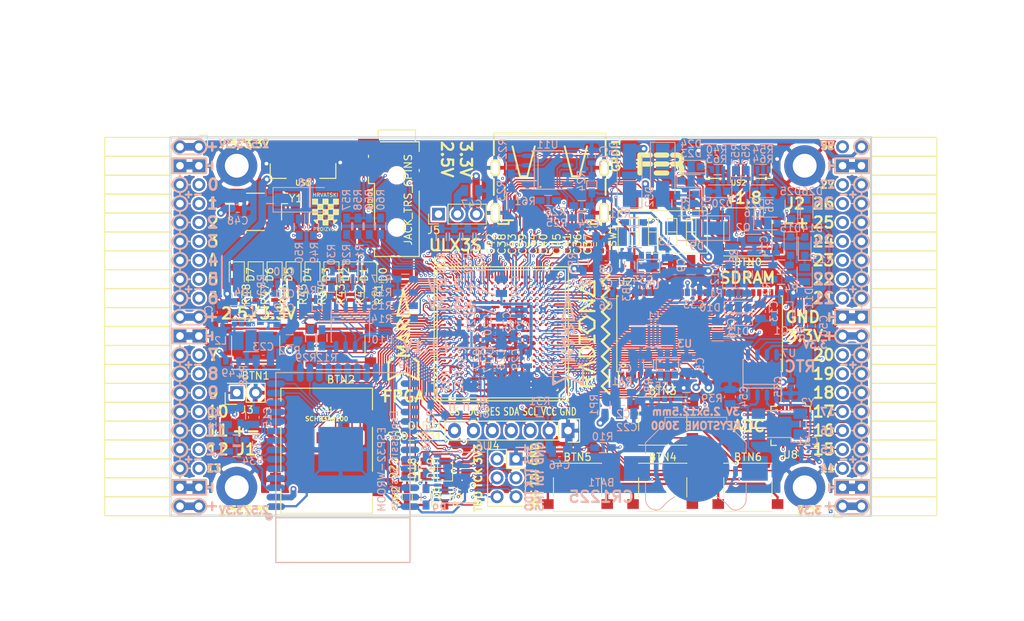
<source format=kicad_pcb>
(kicad_pcb (version 20171130) (host pcbnew 5.0.0-rc2-dev-unknown+dfsg1+20180318-2)
  (layers (0 F.Cu signal) (1 In1.Cu signal) (2 In2.Cu signal) (31 B.Cu signal) (34 B.Paste user) (35 F.Paste user) (36 B.SilkS user) (37 F.SilkS user) (38 B.Mask user) (39 F.Mask user) (44 Edge.Cuts user))
  (net 0 "")
  (net 1 GND)
  (net 2 +5V)
  (net 3 /gpio/IN5V)
  (net 4 /gpio/OUT5V)
  (net 5 +3V3)
  (net 6 BTN_D)
  (net 7 BTN_F1)
  (net 8 BTN_F2)
  (net 9 BTN_L)
  (net 10 BTN_R)
  (net 11 BTN_U)
  (net 12 /power/FB1)
  (net 13 +2V5)
  (net 14 /power/PWREN)
  (net 15 /power/FB3)
  (net 16 /power/FB2)
  (net 17 "Net-(D9-Pad1)")
  (net 18 /power/VBAT)
  (net 19 JTAG_TDI)
  (net 20 JTAG_TCK)
  (net 21 JTAG_TMS)
  (net 22 JTAG_TDO)
  (net 23 /power/WAKEUPn)
  (net 24 /power/WKUP)
  (net 25 /power/SHUT)
  (net 26 /power/WAKE)
  (net 27 /power/HOLD)
  (net 28 /power/WKn)
  (net 29 /power/OSCI_32k)
  (net 30 /power/OSCO_32k)
  (net 31 "Net-(Q2-Pad3)")
  (net 32 SHUTDOWN)
  (net 33 /analog/AUDIO_L)
  (net 34 /analog/AUDIO_R)
  (net 35 GPDI_SDA)
  (net 36 GPDI_SCL)
  (net 37 /gpdi/VREF2)
  (net 38 SD_CMD)
  (net 39 SD_CLK)
  (net 40 SD_D0)
  (net 41 SD_D1)
  (net 42 USB5V)
  (net 43 GPDI_CEC)
  (net 44 nRESET)
  (net 45 FTDI_nDTR)
  (net 46 SDRAM_CKE)
  (net 47 SDRAM_A7)
  (net 48 SDRAM_D15)
  (net 49 SDRAM_BA1)
  (net 50 SDRAM_D7)
  (net 51 SDRAM_A6)
  (net 52 SDRAM_CLK)
  (net 53 SDRAM_D13)
  (net 54 SDRAM_BA0)
  (net 55 SDRAM_D6)
  (net 56 SDRAM_A5)
  (net 57 SDRAM_D14)
  (net 58 SDRAM_A11)
  (net 59 SDRAM_D12)
  (net 60 SDRAM_D5)
  (net 61 SDRAM_A4)
  (net 62 SDRAM_A10)
  (net 63 SDRAM_D11)
  (net 64 SDRAM_A3)
  (net 65 SDRAM_D4)
  (net 66 SDRAM_D10)
  (net 67 SDRAM_D9)
  (net 68 SDRAM_A9)
  (net 69 SDRAM_D3)
  (net 70 SDRAM_D8)
  (net 71 SDRAM_A8)
  (net 72 SDRAM_A2)
  (net 73 SDRAM_A1)
  (net 74 SDRAM_A0)
  (net 75 SDRAM_D2)
  (net 76 SDRAM_D1)
  (net 77 SDRAM_D0)
  (net 78 SDRAM_DQM0)
  (net 79 SDRAM_nCS)
  (net 80 SDRAM_nRAS)
  (net 81 SDRAM_DQM1)
  (net 82 SDRAM_nCAS)
  (net 83 SDRAM_nWE)
  (net 84 /flash/FLASH_nWP)
  (net 85 /flash/FLASH_nHOLD)
  (net 86 /flash/FLASH_MOSI)
  (net 87 /flash/FLASH_MISO)
  (net 88 /flash/FLASH_SCK)
  (net 89 /flash/FLASH_nCS)
  (net 90 /flash/FPGA_PROGRAMN)
  (net 91 /flash/FPGA_DONE)
  (net 92 /flash/FPGA_INITN)
  (net 93 OLED_RES)
  (net 94 OLED_DC)
  (net 95 OLED_CS)
  (net 96 WIFI_EN)
  (net 97 FTDI_nRTS)
  (net 98 FTDI_TXD)
  (net 99 FTDI_RXD)
  (net 100 WIFI_RXD)
  (net 101 WIFI_GPIO0)
  (net 102 WIFI_TXD)
  (net 103 USB_FTDI_D+)
  (net 104 USB_FTDI_D-)
  (net 105 SD_D3)
  (net 106 AUDIO_L3)
  (net 107 AUDIO_L2)
  (net 108 AUDIO_L1)
  (net 109 AUDIO_L0)
  (net 110 AUDIO_R3)
  (net 111 AUDIO_R2)
  (net 112 AUDIO_R1)
  (net 113 AUDIO_R0)
  (net 114 OLED_CLK)
  (net 115 OLED_MOSI)
  (net 116 LED0)
  (net 117 LED1)
  (net 118 LED2)
  (net 119 LED3)
  (net 120 LED4)
  (net 121 LED5)
  (net 122 LED6)
  (net 123 LED7)
  (net 124 BTN_PWRn)
  (net 125 FTDI_nTXLED)
  (net 126 FTDI_nSLEEP)
  (net 127 /blinkey/LED_PWREN)
  (net 128 /blinkey/LED_TXLED)
  (net 129 /sdcard/SD3V3)
  (net 130 SD_D2)
  (net 131 CLK_25MHz)
  (net 132 /blinkey/BTNPUL)
  (net 133 /blinkey/BTNPUR)
  (net 134 USB_FPGA_D+)
  (net 135 /power/FTDI_nSUSPEND)
  (net 136 /blinkey/ALED0)
  (net 137 /blinkey/ALED1)
  (net 138 /blinkey/ALED2)
  (net 139 /blinkey/ALED3)
  (net 140 /blinkey/ALED4)
  (net 141 /blinkey/ALED5)
  (net 142 /blinkey/ALED6)
  (net 143 /blinkey/ALED7)
  (net 144 /usb/FTD-)
  (net 145 /usb/FTD+)
  (net 146 ADC_MISO)
  (net 147 ADC_MOSI)
  (net 148 ADC_CSn)
  (net 149 ADC_SCLK)
  (net 150 SW3)
  (net 151 SW2)
  (net 152 SW1)
  (net 153 USB_FPGA_D-)
  (net 154 /usb/FPD+)
  (net 155 /usb/FPD-)
  (net 156 WIFI_GPIO16)
  (net 157 /usb/ANT_433MHz)
  (net 158 /power/PWRBTn)
  (net 159 PROG_DONE)
  (net 160 /power/P3V3)
  (net 161 /power/P2V5)
  (net 162 /power/L1)
  (net 163 /power/L3)
  (net 164 /power/L2)
  (net 165 FTDI_TXDEN)
  (net 166 SDRAM_A12)
  (net 167 /analog/AUDIO_V)
  (net 168 AUDIO_V3)
  (net 169 AUDIO_V2)
  (net 170 AUDIO_V1)
  (net 171 AUDIO_V0)
  (net 172 /blinkey/LED_WIFI)
  (net 173 /power/P1V1)
  (net 174 +1V1)
  (net 175 SW4)
  (net 176 /blinkey/SWPU)
  (net 177 /wifi/WIFIEN)
  (net 178 FT2V5)
  (net 179 GN0)
  (net 180 GP0)
  (net 181 GN1)
  (net 182 GP1)
  (net 183 GN2)
  (net 184 GP2)
  (net 185 GN3)
  (net 186 GP3)
  (net 187 GN4)
  (net 188 GP4)
  (net 189 GN5)
  (net 190 GP5)
  (net 191 GN6)
  (net 192 GP6)
  (net 193 GN14)
  (net 194 GP14)
  (net 195 GN15)
  (net 196 GP15)
  (net 197 GN16)
  (net 198 GP16)
  (net 199 GN17)
  (net 200 GP17)
  (net 201 GN18)
  (net 202 GP18)
  (net 203 GN19)
  (net 204 GP19)
  (net 205 GN20)
  (net 206 GP20)
  (net 207 GN21)
  (net 208 GP21)
  (net 209 GN22)
  (net 210 GP22)
  (net 211 GN23)
  (net 212 GP23)
  (net 213 GN24)
  (net 214 GP24)
  (net 215 GN25)
  (net 216 GP25)
  (net 217 GN26)
  (net 218 GP26)
  (net 219 GN27)
  (net 220 GP27)
  (net 221 GN7)
  (net 222 GP7)
  (net 223 GN8)
  (net 224 GP8)
  (net 225 GN9)
  (net 226 GP9)
  (net 227 GN10)
  (net 228 GP10)
  (net 229 GN11)
  (net 230 GP11)
  (net 231 GN12)
  (net 232 GP12)
  (net 233 GN13)
  (net 234 GP13)
  (net 235 WIFI_GPIO5)
  (net 236 WIFI_GPIO17)
  (net 237 USB_FPGA_PULL_D+)
  (net 238 USB_FPGA_PULL_D-)
  (net 239 "Net-(D23-Pad2)")
  (net 240 "Net-(D24-Pad1)")
  (net 241 "Net-(D25-Pad2)")
  (net 242 "Net-(D26-Pad1)")
  (net 243 /gpdi/GPDI_ETH+)
  (net 244 FPDI_ETH+)
  (net 245 /gpdi/GPDI_ETH-)
  (net 246 FPDI_ETH-)
  (net 247 /gpdi/GPDI_D2-)
  (net 248 FPDI_D2-)
  (net 249 /gpdi/GPDI_D1-)
  (net 250 FPDI_D1-)
  (net 251 /gpdi/GPDI_D0-)
  (net 252 FPDI_D0-)
  (net 253 /gpdi/GPDI_CLK-)
  (net 254 FPDI_CLK-)
  (net 255 /gpdi/GPDI_D2+)
  (net 256 FPDI_D2+)
  (net 257 /gpdi/GPDI_D1+)
  (net 258 FPDI_D1+)
  (net 259 /gpdi/GPDI_D0+)
  (net 260 FPDI_D0+)
  (net 261 /gpdi/GPDI_CLK+)
  (net 262 FPDI_CLK+)
  (net 263 FPDI_SDA)
  (net 264 FPDI_SCL)
  (net 265 /gpdi/FPDI_CEC)
  (net 266 2V5_3V3)
  (net 267 "Net-(AUDIO1-Pad5)")
  (net 268 "Net-(AUDIO1-Pad6)")
  (net 269 "Net-(U1-PadA15)")
  (net 270 "Net-(U1-PadC9)")
  (net 271 "Net-(U1-PadD9)")
  (net 272 "Net-(U1-PadD10)")
  (net 273 "Net-(U1-PadD11)")
  (net 274 "Net-(U1-PadD12)")
  (net 275 "Net-(U1-PadE6)")
  (net 276 "Net-(U1-PadE9)")
  (net 277 "Net-(U1-PadE10)")
  (net 278 "Net-(U1-PadE11)")
  (net 279 "Net-(U1-PadJ4)")
  (net 280 "Net-(U1-PadJ5)")
  (net 281 "Net-(U1-PadK5)")
  (net 282 "Net-(U1-PadL5)")
  (net 283 "Net-(U1-PadM4)")
  (net 284 "Net-(U1-PadM5)")
  (net 285 SD_CD)
  (net 286 SD_WP)
  (net 287 "Net-(U1-PadR3)")
  (net 288 "Net-(U1-PadT16)")
  (net 289 "Net-(U1-PadW4)")
  (net 290 "Net-(U1-PadW5)")
  (net 291 "Net-(U1-PadW8)")
  (net 292 "Net-(U1-PadW9)")
  (net 293 "Net-(U1-PadW13)")
  (net 294 "Net-(U1-PadW14)")
  (net 295 "Net-(U1-PadW17)")
  (net 296 "Net-(U1-PadW18)")
  (net 297 FTDI_nRXLED)
  (net 298 "Net-(U8-Pad12)")
  (net 299 "Net-(U8-Pad25)")
  (net 300 "Net-(U9-Pad32)")
  (net 301 "Net-(U9-Pad22)")
  (net 302 "Net-(U9-Pad21)")
  (net 303 "Net-(U9-Pad20)")
  (net 304 "Net-(U9-Pad19)")
  (net 305 "Net-(U9-Pad18)")
  (net 306 "Net-(U9-Pad17)")
  (net 307 "Net-(U9-Pad12)")
  (net 308 "Net-(U9-Pad5)")
  (net 309 "Net-(U9-Pad4)")
  (net 310 "Net-(US1-Pad4)")
  (net 311 "Net-(US2-Pad4)")
  (net 312 "Net-(Y2-Pad3)")
  (net 313 "Net-(Y2-Pad2)")
  (module Pin_Headers:Pin_Header_Straight_1x03_Pitch2.54mm (layer F.Cu) (at 130.056 71.725 90)
    (fp_text reference J5 (at -2.159 -0.635 180) (layer F.SilkS))
    (fp_text value VJ1)
    (pad 1 thru_hole rect (at 0 0 90) (size 1.7 1.7) (drill 1) (layers *.Cu *.Mask) (net 13 +2V5))
    (pad 2 thru_hole oval (at 0 2.54 90) (size 1.7 1.7) (drill 1) (layers *.Cu *.Mask) (net 266 2V5_3V3))
    (pad 3 thru_hole oval (at 0 5.08 90) (size 1.7 1.7) (drill 1) (layers *.Cu *.Mask) (net 5 +3V3))
  )
  (module Resistors_SMD:R_0603_HandSoldering (layer B.Cu) (at 169.919 66.965 90)
    (fp_text reference R53 (at 3.259 0 270) (layer B.SilkS) (effects (justify mirror)))
    (fp_text value 27)
    (pad 1 smd rect (at -1.1 0 90) (size 1.2 0.9) (layers B.Cu B.Paste B.Mask) (net 134 USB_FPGA_D+))
    (pad 2 smd rect (at 1.1 0 90) (size 1.2 0.9) (layers B.Cu B.Paste B.Mask) (net 154 /usb/FPD+))
  )
  (module Socket_Strips:Socket_Strip_Angled_2x20 (layer F.Cu) (at 97.91 62.69 270)
    (fp_text reference J1 (at 40.64 -6.35) (layer F.SilkS) (effects (font (size 1.5 1.5) (thickness 0.3))))
    (fp_text value CONN_02X20 hide)
    (pad 1 thru_hole oval (at 0 0 270) (size 1.7272 1.7272) (drill 1.016) (layers *.Cu *.Mask) (net 266 2V5_3V3))
    (pad 2 thru_hole oval (at 0 2.54 270) (size 1.7272 1.7272) (drill 1.016) (layers *.Cu *.Mask) (net 266 2V5_3V3))
    (pad 3 thru_hole rect (at 2.54 0 270) (size 1.7272 1.7272) (drill 1.016) (layers *.Cu *.Mask) (net 1 GND))
    (pad 4 thru_hole rect (at 2.54 2.54 270) (size 1.7272 1.7272) (drill 1.016) (layers *.Cu *.Mask) (net 1 GND))
    (pad 5 thru_hole oval (at 5.08 0 270) (size 1.7272 1.7272) (drill 1.016) (layers *.Cu *.Mask) (net 179 GN0))
    (pad 6 thru_hole oval (at 5.08 2.54 270) (size 1.7272 1.7272) (drill 1.016) (layers *.Cu *.Mask) (net 180 GP0))
    (pad 7 thru_hole oval (at 7.62 0 270) (size 1.7272 1.7272) (drill 1.016) (layers *.Cu *.Mask) (net 181 GN1))
    (pad 8 thru_hole oval (at 7.62 2.54 270) (size 1.7272 1.7272) (drill 1.016) (layers *.Cu *.Mask) (net 182 GP1))
    (pad 9 thru_hole oval (at 10.16 0 270) (size 1.7272 1.7272) (drill 1.016) (layers *.Cu *.Mask) (net 183 GN2))
    (pad 10 thru_hole oval (at 10.16 2.54 270) (size 1.7272 1.7272) (drill 1.016) (layers *.Cu *.Mask) (net 184 GP2))
    (pad 11 thru_hole oval (at 12.7 0 270) (size 1.7272 1.7272) (drill 1.016) (layers *.Cu *.Mask) (net 185 GN3))
    (pad 12 thru_hole oval (at 12.7 2.54 270) (size 1.7272 1.7272) (drill 1.016) (layers *.Cu *.Mask) (net 186 GP3))
    (pad 13 thru_hole oval (at 15.24 0 270) (size 1.7272 1.7272) (drill 1.016) (layers *.Cu *.Mask) (net 187 GN4))
    (pad 14 thru_hole oval (at 15.24 2.54 270) (size 1.7272 1.7272) (drill 1.016) (layers *.Cu *.Mask) (net 188 GP4))
    (pad 15 thru_hole oval (at 17.78 0 270) (size 1.7272 1.7272) (drill 1.016) (layers *.Cu *.Mask) (net 189 GN5))
    (pad 16 thru_hole oval (at 17.78 2.54 270) (size 1.7272 1.7272) (drill 1.016) (layers *.Cu *.Mask) (net 190 GP5))
    (pad 17 thru_hole oval (at 20.32 0 270) (size 1.7272 1.7272) (drill 1.016) (layers *.Cu *.Mask) (net 191 GN6))
    (pad 18 thru_hole oval (at 20.32 2.54 270) (size 1.7272 1.7272) (drill 1.016) (layers *.Cu *.Mask) (net 192 GP6))
    (pad 19 thru_hole oval (at 22.86 0 270) (size 1.7272 1.7272) (drill 1.016) (layers *.Cu *.Mask) (net 266 2V5_3V3))
    (pad 20 thru_hole oval (at 22.86 2.54 270) (size 1.7272 1.7272) (drill 1.016) (layers *.Cu *.Mask) (net 266 2V5_3V3))
    (pad 21 thru_hole rect (at 25.4 0 270) (size 1.7272 1.7272) (drill 1.016) (layers *.Cu *.Mask) (net 1 GND))
    (pad 22 thru_hole rect (at 25.4 2.54 270) (size 1.7272 1.7272) (drill 1.016) (layers *.Cu *.Mask) (net 1 GND))
    (pad 23 thru_hole oval (at 27.94 0 270) (size 1.7272 1.7272) (drill 1.016) (layers *.Cu *.Mask) (net 221 GN7))
    (pad 24 thru_hole oval (at 27.94 2.54 270) (size 1.7272 1.7272) (drill 1.016) (layers *.Cu *.Mask) (net 222 GP7))
    (pad 25 thru_hole oval (at 30.48 0 270) (size 1.7272 1.7272) (drill 1.016) (layers *.Cu *.Mask) (net 223 GN8))
    (pad 26 thru_hole oval (at 30.48 2.54 270) (size 1.7272 1.7272) (drill 1.016) (layers *.Cu *.Mask) (net 224 GP8))
    (pad 27 thru_hole oval (at 33.02 0 270) (size 1.7272 1.7272) (drill 1.016) (layers *.Cu *.Mask) (net 225 GN9))
    (pad 28 thru_hole oval (at 33.02 2.54 270) (size 1.7272 1.7272) (drill 1.016) (layers *.Cu *.Mask) (net 226 GP9))
    (pad 29 thru_hole oval (at 35.56 0 270) (size 1.7272 1.7272) (drill 1.016) (layers *.Cu *.Mask) (net 227 GN10))
    (pad 30 thru_hole oval (at 35.56 2.54 270) (size 1.7272 1.7272) (drill 1.016) (layers *.Cu *.Mask) (net 228 GP10))
    (pad 31 thru_hole oval (at 38.1 0 270) (size 1.7272 1.7272) (drill 1.016) (layers *.Cu *.Mask) (net 229 GN11))
    (pad 32 thru_hole oval (at 38.1 2.54 270) (size 1.7272 1.7272) (drill 1.016) (layers *.Cu *.Mask) (net 230 GP11))
    (pad 33 thru_hole oval (at 40.64 0 270) (size 1.7272 1.7272) (drill 1.016) (layers *.Cu *.Mask) (net 231 GN12))
    (pad 34 thru_hole oval (at 40.64 2.54 270) (size 1.7272 1.7272) (drill 1.016) (layers *.Cu *.Mask) (net 232 GP12))
    (pad 35 thru_hole oval (at 43.18 0 270) (size 1.7272 1.7272) (drill 1.016) (layers *.Cu *.Mask) (net 233 GN13))
    (pad 36 thru_hole oval (at 43.18 2.54 270) (size 1.7272 1.7272) (drill 1.016) (layers *.Cu *.Mask) (net 234 GP13))
    (pad 37 thru_hole rect (at 45.72 0 270) (size 1.7272 1.7272) (drill 1.016) (layers *.Cu *.Mask) (net 1 GND))
    (pad 38 thru_hole rect (at 45.72 2.54 270) (size 1.7272 1.7272) (drill 1.016) (layers *.Cu *.Mask) (net 1 GND))
    (pad 39 thru_hole oval (at 48.26 0 270) (size 1.7272 1.7272) (drill 1.016) (layers *.Cu *.Mask) (net 266 2V5_3V3))
    (pad 40 thru_hole oval (at 48.26 2.54 270) (size 1.7272 1.7272) (drill 1.016) (layers *.Cu *.Mask) (net 266 2V5_3V3))
  )
  (module SMD_Packages:1Pin (layer F.Cu) (at 182.67515 111.637626)
    (fp_text reference AE1 hide)
    (fp_text value 433MHz hide)
    (pad 1 smd rect (at 0 0) (size 0.5 0.5) (layers B.Cu F.Paste F.Mask) (net 157 /usb/ANT_433MHz))
  )
  (module Resistors_SMD:R_0603_HandSoldering (layer B.Cu) (at 103.498 98.758 90)
    (fp_text reference R38 (at 5.334 0.396 90) (layer B.SilkS) (effects (justify mirror)))
    (fp_text value 0.47)
    (pad 1 smd rect (at -1.1 0 90) (size 1.2 0.9) (layers B.Cu B.Paste B.Mask) (net 129 /sdcard/SD3V3))
    (pad 2 smd rect (at 1.1 0 90) (size 1.2 0.9) (layers B.Cu B.Paste B.Mask) (net 5 +3V3))
  )
  (module Diodes_SMD:D_SMA_Handsoldering (layer B.Cu) (at 155.695 66.5 90)
    (fp_text reference D51 (at 3.048 -2.159 90) (layer B.SilkS) (effects (justify mirror)))
    (fp_text value STPS2L30AF hide)
    (pad 1 smd rect (at -2.5 0 90) (size 3.5 1.8) (layers B.Cu B.Paste B.Mask) (net 2 +5V))
    (pad 2 smd rect (at 2.5 0 90) (size 3.5 1.8) (layers B.Cu B.Paste B.Mask) (net 3 /gpio/IN5V))
  )
  (module Resistors_SMD:R_0603_HandSoldering (layer B.Cu) (at 156.33 72.85 180)
    (fp_text reference R51 (at 1.905 1.143 180) (layer B.SilkS) (effects (justify mirror)))
    (fp_text value 150)
    (pad 1 smd rect (at -1.1 0 180) (size 1.2 0.9) (layers B.Cu B.Paste B.Mask) (net 5 +3V3))
    (pad 2 smd rect (at 1.1 0 180) (size 1.2 0.9) (layers B.Cu B.Paste B.Mask) (net 176 /blinkey/SWPU))
  )
  (module Resistors_SMD:R_1210_HandSoldering (layer B.Cu) (at 158.87 88.09 180)
    (fp_text reference L1 (at 0 2.7 180) (layer B.SilkS) (effects (justify mirror)))
    (fp_text value 2.2uH)
    (pad 1 smd rect (at -2 0 180) (size 2 2.5) (layers B.Cu B.Paste B.Mask) (net 162 /power/L1))
    (pad 2 smd rect (at 2 0 180) (size 2 2.5) (layers B.Cu B.Paste B.Mask) (net 173 /power/P1V1))
  )
  (module TSOT-25:TSOT-25 (layer B.Cu) (at 160.775 91.9)
    (fp_text reference U3 (at 2.301 -2.776) (layer B.SilkS) (effects (font (thickness 0.2)) (justify mirror)))
    (fp_text value TLV62569DBV)
    (pad 1 smd rect (at -0.95 -1.3) (size 0.7 1.2) (layers B.Cu B.Paste B.Mask) (net 14 /power/PWREN))
    (pad 2 smd rect (at 0 -1.3) (size 0.7 1.2) (layers B.Cu B.Paste B.Mask) (net 1 GND))
    (pad 3 smd rect (at 0.95 -1.3) (size 0.7 1.2) (layers B.Cu B.Paste B.Mask) (net 162 /power/L1))
    (pad 4 smd rect (at 0.95 1.3) (size 0.7 1.2) (layers B.Cu B.Paste B.Mask) (net 2 +5V))
    (pad 5 smd rect (at -0.95 1.3) (size 0.7 1.2) (layers B.Cu B.Paste B.Mask) (net 12 /power/FB1))
  )
  (module Resistors_SMD:R_1210_HandSoldering (layer B.Cu) (at 104.895 88.725)
    (fp_text reference L2 (at -4.064 0) (layer B.SilkS) (effects (justify mirror)))
    (fp_text value 2.2uH)
    (pad 1 smd rect (at -2 0) (size 2 2.5) (layers B.Cu B.Paste B.Mask) (net 164 /power/L2))
    (pad 2 smd rect (at 2 0) (size 2 2.5) (layers B.Cu B.Paste B.Mask) (net 161 /power/P2V5))
  )
  (module TSOT-25:TSOT-25 (layer B.Cu) (at 103.625 84.915 180)
    (fp_text reference U4 (at 0 2.697 180) (layer B.SilkS) (effects (font (thickness 0.2)) (justify mirror)))
    (fp_text value TLV62569DBV)
    (pad 1 smd rect (at -0.95 -1.3 180) (size 0.7 1.2) (layers B.Cu B.Paste B.Mask) (net 14 /power/PWREN))
    (pad 2 smd rect (at 0 -1.3 180) (size 0.7 1.2) (layers B.Cu B.Paste B.Mask) (net 1 GND))
    (pad 3 smd rect (at 0.95 -1.3 180) (size 0.7 1.2) (layers B.Cu B.Paste B.Mask) (net 164 /power/L2))
    (pad 4 smd rect (at 0.95 1.3 180) (size 0.7 1.2) (layers B.Cu B.Paste B.Mask) (net 2 +5V))
    (pad 5 smd rect (at -0.95 1.3 180) (size 0.7 1.2) (layers B.Cu B.Paste B.Mask) (net 16 /power/FB2))
  )
  (module Resistors_SMD:R_1210_HandSoldering (layer B.Cu) (at 156.33 74.755 180)
    (fp_text reference L3 (at -4.064 -0.635 180) (layer B.SilkS) (effects (justify mirror)))
    (fp_text value 2.2uH)
    (pad 1 smd rect (at -2 0 180) (size 2 2.5) (layers B.Cu B.Paste B.Mask) (net 163 /power/L3))
    (pad 2 smd rect (at 2 0 180) (size 2 2.5) (layers B.Cu B.Paste B.Mask) (net 160 /power/P3V3))
  )
  (module TSOT-25:TSOT-25 (layer B.Cu) (at 158.235 78.692)
    (fp_text reference U5 (at 0.523 2.558) (layer B.SilkS) (effects (font (thickness 0.2)) (justify mirror)))
    (fp_text value TLV62569DBV)
    (pad 1 smd rect (at -0.95 -1.3) (size 0.7 1.2) (layers B.Cu B.Paste B.Mask) (net 14 /power/PWREN))
    (pad 2 smd rect (at 0 -1.3) (size 0.7 1.2) (layers B.Cu B.Paste B.Mask) (net 1 GND))
    (pad 3 smd rect (at 0.95 -1.3) (size 0.7 1.2) (layers B.Cu B.Paste B.Mask) (net 163 /power/L3))
    (pad 4 smd rect (at 0.95 1.3) (size 0.7 1.2) (layers B.Cu B.Paste B.Mask) (net 2 +5V))
    (pad 5 smd rect (at -0.95 1.3) (size 0.7 1.2) (layers B.Cu B.Paste B.Mask) (net 15 /power/FB3))
  )
  (module TO_SOT_Packages_SMD:SOT-23_Handsoldering (layer B.Cu) (at 176.015 84.28 90)
    (fp_text reference Q1 (at -3.1115 0 180) (layer B.SilkS) (effects (justify mirror)))
    (fp_text value BC857)
    (pad 1 smd rect (at -1.5 0.95 90) (size 1.9 0.8) (layers B.Cu B.Paste B.Mask) (net 28 /power/WKn))
    (pad 2 smd rect (at -1.5 -0.95 90) (size 1.9 0.8) (layers B.Cu B.Paste B.Mask) (net 2 +5V))
    (pad 3 smd rect (at 1.5 0 90) (size 1.9 0.8) (layers B.Cu B.Paste B.Mask) (net 24 /power/WKUP))
  )
  (module TO_SOT_Packages_SMD:SOT-23_Handsoldering (layer B.Cu) (at 170.935 76.025 180)
    (fp_text reference Q2 (at 0 2.5 180) (layer B.SilkS) (effects (justify mirror)))
    (fp_text value 2N7002)
    (pad 1 smd rect (at -1.5 0.95 180) (size 1.9 0.8) (layers B.Cu B.Paste B.Mask) (net 25 /power/SHUT))
    (pad 2 smd rect (at -1.5 -0.95 180) (size 1.9 0.8) (layers B.Cu B.Paste B.Mask) (net 1 GND))
    (pad 3 smd rect (at 1.5 0 180) (size 1.9 0.8) (layers B.Cu B.Paste B.Mask) (net 31 "Net-(Q2-Pad3)"))
  )
  (module Resistors_SMD:R_0603_HandSoldering (layer B.Cu) (at 170.3 82.375)
    (fp_text reference R1 (at -3.048 0) (layer B.SilkS) (effects (justify mirror)))
    (fp_text value 15k)
    (pad 1 smd rect (at -1.1 0) (size 1.2 0.9) (layers B.Cu B.Paste B.Mask) (net 26 /power/WAKE))
    (pad 2 smd rect (at 1.1 0) (size 1.2 0.9) (layers B.Cu B.Paste B.Mask) (net 14 /power/PWREN))
  )
  (module Resistors_SMD:R_0603_HandSoldering (layer B.Cu) (at 172.84 79.835 90)
    (fp_text reference R2 (at -1.905 1.27 90) (layer B.SilkS) (effects (justify mirror)))
    (fp_text value 47k)
    (pad 1 smd rect (at -1.1 0 90) (size 1.2 0.9) (layers B.Cu B.Paste B.Mask) (net 14 /power/PWREN))
    (pad 2 smd rect (at 1.1 0 90) (size 1.2 0.9) (layers B.Cu B.Paste B.Mask) (net 1 GND))
  )
  (module Resistors_SMD:R_0603_HandSoldering (layer B.Cu) (at 176.015 80.47 180)
    (fp_text reference R4 (at -1.397 -1.27) (layer B.SilkS) (effects (justify mirror)))
    (fp_text value 4.7k)
    (pad 1 smd rect (at -1.1 0 180) (size 1.2 0.9) (layers B.Cu B.Paste B.Mask) (net 27 /power/HOLD))
    (pad 2 smd rect (at 1.1 0 180) (size 1.2 0.9) (layers B.Cu B.Paste B.Mask) (net 14 /power/PWREN))
  )
  (module Resistors_SMD:R_0603_HandSoldering (layer B.Cu) (at 174.11 76.025 270)
    (fp_text reference R5 (at -5.461 -0.381 270) (layer B.SilkS) (effects (justify mirror)))
    (fp_text value 4.7M)
    (pad 1 smd rect (at -1.1 0 270) (size 1.2 0.9) (layers B.Cu B.Paste B.Mask) (net 25 /power/SHUT))
    (pad 2 smd rect (at 1.1 0 270) (size 1.2 0.9) (layers B.Cu B.Paste B.Mask) (net 1 GND))
  )
  (module Resistors_SMD:R_0603_HandSoldering (layer B.Cu) (at 178.555 84.915 270)
    (fp_text reference R6 (at 2.812 -0.142 270) (layer B.SilkS) (effects (justify mirror)))
    (fp_text value 1k)
    (pad 1 smd rect (at -1.1 0 270) (size 1.2 0.9) (layers B.Cu B.Paste B.Mask) (net 28 /power/WKn))
    (pad 2 smd rect (at 1.1 0 270) (size 1.2 0.9) (layers B.Cu B.Paste B.Mask) (net 23 /power/WAKEUPn))
  )
  (module Resistors_SMD:R_0603_HandSoldering (layer B.Cu) (at 113.785 84.28 270)
    (fp_text reference R7 (at -2.794 -0.635 270) (layer B.SilkS) (effects (justify mirror)))
    (fp_text value 150)
    (pad 1 smd rect (at -1.1 0 270) (size 1.2 0.9) (layers B.Cu B.Paste B.Mask) (net 5 +3V3))
    (pad 2 smd rect (at 1.1 0 270) (size 1.2 0.9) (layers B.Cu B.Paste B.Mask) (net 132 /blinkey/BTNPUL))
  )
  (module Resistors_SMD:R_0603_HandSoldering (layer B.Cu) (at 170.935 79.835 90)
    (fp_text reference R8 (at 2.54 -1.27 90) (layer B.SilkS) (effects (justify mirror)))
    (fp_text value 1k)
    (pad 1 smd rect (at -1.1 0 90) (size 1.2 0.9) (layers B.Cu B.Paste B.Mask) (net 14 /power/PWREN))
    (pad 2 smd rect (at 1.1 0 90) (size 1.2 0.9) (layers B.Cu B.Paste B.Mask) (net 31 "Net-(Q2-Pad3)"))
  )
  (module Resistors_SMD:R_0603_HandSoldering (layer B.Cu) (at 128.39 109.68 270)
    (fp_text reference R9 (at 1.524 -1.778) (layer B.SilkS) (effects (justify mirror)))
    (fp_text value 15k)
    (pad 1 smd rect (at -1.1 0 270) (size 1.2 0.9) (layers B.Cu B.Paste B.Mask) (net 44 nRESET))
    (pad 2 smd rect (at 1.1 0 270) (size 1.2 0.9) (layers B.Cu B.Paste B.Mask) (net 178 FT2V5))
  )
  (module Resistors_SMD:R_0603_HandSoldering (layer B.Cu) (at 152.139 103.076 180)
    (fp_text reference R10 (at 0.059 1.476 180) (layer B.SilkS) (effects (justify mirror)))
    (fp_text value 150)
    (pad 1 smd rect (at -1.1 0 180) (size 1.2 0.9) (layers B.Cu B.Paste B.Mask) (net 135 /power/FTDI_nSUSPEND))
    (pad 2 smd rect (at 1.1 0 180) (size 1.2 0.9) (layers B.Cu B.Paste B.Mask) (net 126 FTDI_nSLEEP))
  )
  (module Resistors_SMD:R_0603_HandSoldering (layer B.Cu) (at 176.015 78.565 180)
    (fp_text reference R13 (at -5.588 0.762 180) (layer B.SilkS) (effects (justify mirror)))
    (fp_text value 15k)
    (pad 1 smd rect (at -1.1 0 180) (size 1.2 0.9) (layers B.Cu B.Paste B.Mask) (net 32 SHUTDOWN))
    (pad 2 smd rect (at 1.1 0 180) (size 1.2 0.9) (layers B.Cu B.Paste B.Mask) (net 1 GND))
  )
  (module Resistors_SMD:R_0603_HandSoldering (layer B.Cu) (at 154.86 95.64)
    (fp_text reference RA1 (at -0.181 -1.454) (layer B.SilkS) (effects (justify mirror)))
    (fp_text value 15k)
    (pad 1 smd rect (at -1.1 0) (size 1.2 0.9) (layers B.Cu B.Paste B.Mask) (net 173 /power/P1V1))
    (pad 2 smd rect (at 1.1 0) (size 1.2 0.9) (layers B.Cu B.Paste B.Mask) (net 12 /power/FB1))
  )
  (module Resistors_SMD:R_0603_HandSoldering (layer B.Cu) (at 109.34 82.375 180)
    (fp_text reference RA2 (at -3.048 0.381) (layer B.SilkS) (effects (justify mirror)))
    (fp_text value 15k)
    (pad 1 smd rect (at -1.1 0 180) (size 1.2 0.9) (layers B.Cu B.Paste B.Mask) (net 161 /power/P2V5))
    (pad 2 smd rect (at 1.1 0 180) (size 1.2 0.9) (layers B.Cu B.Paste B.Mask) (net 16 /power/FB2))
  )
  (module Resistors_SMD:R_0603_HandSoldering (layer B.Cu) (at 152.52 81.105)
    (fp_text reference RA3 (at -3.302 -0.127) (layer B.SilkS) (effects (justify mirror)))
    (fp_text value 15k)
    (pad 1 smd rect (at -1.1 0) (size 1.2 0.9) (layers B.Cu B.Paste B.Mask) (net 160 /power/P3V3))
    (pad 2 smd rect (at 1.1 0) (size 1.2 0.9) (layers B.Cu B.Paste B.Mask) (net 15 /power/FB3))
  )
  (module Resistors_SMD:R_0603_HandSoldering (layer B.Cu) (at 158.235 91.9 270)
    (fp_text reference RB1 (at 3.302 0 270) (layer B.SilkS) (effects (justify mirror)))
    (fp_text value 18k)
    (pad 1 smd rect (at -1.1 0 270) (size 1.2 0.9) (layers B.Cu B.Paste B.Mask) (net 1 GND))
    (pad 2 smd rect (at 1.1 0 270) (size 1.2 0.9) (layers B.Cu B.Paste B.Mask) (net 12 /power/FB1))
  )
  (module Resistors_SMD:R_0603_HandSoldering (layer B.Cu) (at 106.165 84.915 90)
    (fp_text reference RB2 (at 3.683 0.127 90) (layer B.SilkS) (effects (justify mirror)))
    (fp_text value 4.7k)
    (pad 1 smd rect (at -1.1 0 90) (size 1.2 0.9) (layers B.Cu B.Paste B.Mask) (net 1 GND))
    (pad 2 smd rect (at 1.1 0 90) (size 1.2 0.9) (layers B.Cu B.Paste B.Mask) (net 16 /power/FB2))
  )
  (module Resistors_SMD:R_0603_HandSoldering (layer B.Cu) (at 155.695 78.565 270)
    (fp_text reference RB3 (at 3.429 0.395 270) (layer B.SilkS) (effects (justify mirror)))
    (fp_text value 3.3k)
    (pad 1 smd rect (at -1.1 0 270) (size 1.2 0.9) (layers B.Cu B.Paste B.Mask) (net 1 GND))
    (pad 2 smd rect (at 1.1 0 270) (size 1.2 0.9) (layers B.Cu B.Paste B.Mask) (net 15 /power/FB3))
  )
  (module Resistors_SMD:R_0603_HandSoldering (layer B.Cu) (at 125.596 85.804 180)
    (fp_text reference R14 (at 3.175 0 180) (layer B.SilkS) (effects (justify mirror)))
    (fp_text value 1.2k)
    (pad 1 smd rect (at -1.1 0 180) (size 1.2 0.9) (layers B.Cu B.Paste B.Mask) (net 109 AUDIO_L0))
    (pad 2 smd rect (at 1.1 0 180) (size 1.2 0.9) (layers B.Cu B.Paste B.Mask) (net 33 /analog/AUDIO_L))
  )
  (module Resistors_SMD:R_0603_HandSoldering (layer B.Cu) (at 125.596 84.026 180)
    (fp_text reference R15 (at 3.175 -0.001 180) (layer B.SilkS) (effects (justify mirror)))
    (fp_text value 680)
    (pad 1 smd rect (at -1.1 0 180) (size 1.2 0.9) (layers B.Cu B.Paste B.Mask) (net 108 AUDIO_L1))
    (pad 2 smd rect (at 1.1 0 180) (size 1.2 0.9) (layers B.Cu B.Paste B.Mask) (net 33 /analog/AUDIO_L))
  )
  (module Resistors_SMD:R_0603_HandSoldering (layer B.Cu) (at 125.596 82.248 180)
    (fp_text reference R16 (at 3.175 0 180) (layer B.SilkS) (effects (justify mirror)))
    (fp_text value 330)
    (pad 1 smd rect (at -1.1 0 180) (size 1.2 0.9) (layers B.Cu B.Paste B.Mask) (net 107 AUDIO_L2))
    (pad 2 smd rect (at 1.1 0 180) (size 1.2 0.9) (layers B.Cu B.Paste B.Mask) (net 33 /analog/AUDIO_L))
  )
  (module Resistors_SMD:R_0603_HandSoldering (layer B.Cu) (at 125.596 80.47 180)
    (fp_text reference R17 (at 3.175 0 180) (layer B.SilkS) (effects (justify mirror)))
    (fp_text value 150)
    (pad 1 smd rect (at -1.1 0 180) (size 1.2 0.9) (layers B.Cu B.Paste B.Mask) (net 106 AUDIO_L3))
    (pad 2 smd rect (at 1.1 0 180) (size 1.2 0.9) (layers B.Cu B.Paste B.Mask) (net 33 /analog/AUDIO_L))
  )
  (module Resistors_SMD:R_0603_HandSoldering (layer B.Cu) (at 130.422 74.773 90)
    (fp_text reference R18 (at -3.556 0 90) (layer B.SilkS) (effects (justify mirror)))
    (fp_text value 1.2k)
    (pad 1 smd rect (at -1.1 0 90) (size 1.2 0.9) (layers B.Cu B.Paste B.Mask) (net 113 AUDIO_R0))
    (pad 2 smd rect (at 1.1 0 90) (size 1.2 0.9) (layers B.Cu B.Paste B.Mask) (net 34 /analog/AUDIO_R))
  )
  (module Resistors_SMD:R_0603_HandSoldering (layer B.Cu) (at 132.2 74.773 90)
    (fp_text reference R19 (at -3.556 0 90) (layer B.SilkS) (effects (justify mirror)))
    (fp_text value 680)
    (pad 1 smd rect (at -1.1 0 90) (size 1.2 0.9) (layers B.Cu B.Paste B.Mask) (net 112 AUDIO_R1))
    (pad 2 smd rect (at 1.1 0 90) (size 1.2 0.9) (layers B.Cu B.Paste B.Mask) (net 34 /analog/AUDIO_R))
  )
  (module Resistors_SMD:R_0603_HandSoldering (layer B.Cu) (at 133.993 74.773 90)
    (fp_text reference R20 (at -3.556 0 90) (layer B.SilkS) (effects (justify mirror)))
    (fp_text value 330)
    (pad 1 smd rect (at -1.1 0 90) (size 1.2 0.9) (layers B.Cu B.Paste B.Mask) (net 111 AUDIO_R2))
    (pad 2 smd rect (at 1.1 0 90) (size 1.2 0.9) (layers B.Cu B.Paste B.Mask) (net 34 /analog/AUDIO_R))
  )
  (module Resistors_SMD:R_0603_HandSoldering (layer B.Cu) (at 135.771 74.773 90)
    (fp_text reference R21 (at -3.556 0 90) (layer B.SilkS) (effects (justify mirror)))
    (fp_text value 150)
    (pad 1 smd rect (at -1.1 0 90) (size 1.2 0.9) (layers B.Cu B.Paste B.Mask) (net 110 AUDIO_R3))
    (pad 2 smd rect (at 1.1 0 90) (size 1.2 0.9) (layers B.Cu B.Paste B.Mask) (net 34 /analog/AUDIO_R))
  )
  (module Socket_Strips:Socket_Strip_Angled_2x20 (layer F.Cu) (at 184.27 110.95 90)
    (fp_text reference J2 (at 40.64 -6.35 180) (layer F.SilkS) (effects (font (size 1.5 1.5) (thickness 0.3))))
    (fp_text value CONN_02X20 hide)
    (pad 1 thru_hole oval (at 0 0 90) (size 1.7272 1.7272) (drill 1.016) (layers *.Cu *.Mask) (net 5 +3V3))
    (pad 2 thru_hole oval (at 0 2.54 90) (size 1.7272 1.7272) (drill 1.016) (layers *.Cu *.Mask) (net 5 +3V3))
    (pad 3 thru_hole rect (at 2.54 0 90) (size 1.7272 1.7272) (drill 1.016) (layers *.Cu *.Mask) (net 1 GND))
    (pad 4 thru_hole rect (at 2.54 2.54 90) (size 1.7272 1.7272) (drill 1.016) (layers *.Cu *.Mask) (net 1 GND))
    (pad 5 thru_hole oval (at 5.08 0 90) (size 1.7272 1.7272) (drill 1.016) (layers *.Cu *.Mask) (net 193 GN14))
    (pad 6 thru_hole oval (at 5.08 2.54 90) (size 1.7272 1.7272) (drill 1.016) (layers *.Cu *.Mask) (net 194 GP14))
    (pad 7 thru_hole oval (at 7.62 0 90) (size 1.7272 1.7272) (drill 1.016) (layers *.Cu *.Mask) (net 195 GN15))
    (pad 8 thru_hole oval (at 7.62 2.54 90) (size 1.7272 1.7272) (drill 1.016) (layers *.Cu *.Mask) (net 196 GP15))
    (pad 9 thru_hole oval (at 10.16 0 90) (size 1.7272 1.7272) (drill 1.016) (layers *.Cu *.Mask) (net 197 GN16))
    (pad 10 thru_hole oval (at 10.16 2.54 90) (size 1.7272 1.7272) (drill 1.016) (layers *.Cu *.Mask) (net 198 GP16))
    (pad 11 thru_hole oval (at 12.7 0 90) (size 1.7272 1.7272) (drill 1.016) (layers *.Cu *.Mask) (net 199 GN17))
    (pad 12 thru_hole oval (at 12.7 2.54 90) (size 1.7272 1.7272) (drill 1.016) (layers *.Cu *.Mask) (net 200 GP17))
    (pad 13 thru_hole oval (at 15.24 0 90) (size 1.7272 1.7272) (drill 1.016) (layers *.Cu *.Mask) (net 201 GN18))
    (pad 14 thru_hole oval (at 15.24 2.54 90) (size 1.7272 1.7272) (drill 1.016) (layers *.Cu *.Mask) (net 202 GP18))
    (pad 15 thru_hole oval (at 17.78 0 90) (size 1.7272 1.7272) (drill 1.016) (layers *.Cu *.Mask) (net 203 GN19))
    (pad 16 thru_hole oval (at 17.78 2.54 90) (size 1.7272 1.7272) (drill 1.016) (layers *.Cu *.Mask) (net 204 GP19))
    (pad 17 thru_hole oval (at 20.32 0 90) (size 1.7272 1.7272) (drill 1.016) (layers *.Cu *.Mask) (net 205 GN20))
    (pad 18 thru_hole oval (at 20.32 2.54 90) (size 1.7272 1.7272) (drill 1.016) (layers *.Cu *.Mask) (net 206 GP20))
    (pad 19 thru_hole oval (at 22.86 0 90) (size 1.7272 1.7272) (drill 1.016) (layers *.Cu *.Mask) (net 5 +3V3))
    (pad 20 thru_hole oval (at 22.86 2.54 90) (size 1.7272 1.7272) (drill 1.016) (layers *.Cu *.Mask) (net 5 +3V3))
    (pad 21 thru_hole rect (at 25.4 0 90) (size 1.7272 1.7272) (drill 1.016) (layers *.Cu *.Mask) (net 1 GND))
    (pad 22 thru_hole rect (at 25.4 2.54 90) (size 1.7272 1.7272) (drill 1.016) (layers *.Cu *.Mask) (net 1 GND))
    (pad 23 thru_hole oval (at 27.94 0 90) (size 1.7272 1.7272) (drill 1.016) (layers *.Cu *.Mask) (net 207 GN21))
    (pad 24 thru_hole oval (at 27.94 2.54 90) (size 1.7272 1.7272) (drill 1.016) (layers *.Cu *.Mask) (net 208 GP21))
    (pad 25 thru_hole oval (at 30.48 0 90) (size 1.7272 1.7272) (drill 1.016) (layers *.Cu *.Mask) (net 209 GN22))
    (pad 26 thru_hole oval (at 30.48 2.54 90) (size 1.7272 1.7272) (drill 1.016) (layers *.Cu *.Mask) (net 210 GP22))
    (pad 27 thru_hole oval (at 33.02 0 90) (size 1.7272 1.7272) (drill 1.016) (layers *.Cu *.Mask) (net 211 GN23))
    (pad 28 thru_hole oval (at 33.02 2.54 90) (size 1.7272 1.7272) (drill 1.016) (layers *.Cu *.Mask) (net 212 GP23))
    (pad 29 thru_hole oval (at 35.56 0 90) (size 1.7272 1.7272) (drill 1.016) (layers *.Cu *.Mask) (net 213 GN24))
    (pad 30 thru_hole oval (at 35.56 2.54 90) (size 1.7272 1.7272) (drill 1.016) (layers *.Cu *.Mask) (net 214 GP24))
    (pad 31 thru_hole oval (at 38.1 0 90) (size 1.7272 1.7272) (drill 1.016) (layers *.Cu *.Mask) (net 215 GN25))
    (pad 32 thru_hole oval (at 38.1 2.54 90) (size 1.7272 1.7272) (drill 1.016) (layers *.Cu *.Mask) (net 216 GP25))
    (pad 33 thru_hole oval (at 40.64 0 90) (size 1.7272 1.7272) (drill 1.016) (layers *.Cu *.Mask) (net 217 GN26))
    (pad 34 thru_hole oval (at 40.64 2.54 90) (size 1.7272 1.7272) (drill 1.016) (layers *.Cu *.Mask) (net 218 GP26))
    (pad 35 thru_hole oval (at 43.18 0 90) (size 1.7272 1.7272) (drill 1.016) (layers *.Cu *.Mask) (net 219 GN27))
    (pad 36 thru_hole oval (at 43.18 2.54 90) (size 1.7272 1.7272) (drill 1.016) (layers *.Cu *.Mask) (net 220 GP27))
    (pad 37 thru_hole rect (at 45.72 0 90) (size 1.7272 1.7272) (drill 1.016) (layers *.Cu *.Mask) (net 1 GND))
    (pad 38 thru_hole rect (at 45.72 2.54 90) (size 1.7272 1.7272) (drill 1.016) (layers *.Cu *.Mask) (net 1 GND))
    (pad 39 thru_hole oval (at 48.26 0 90) (size 1.7272 1.7272) (drill 1.016) (layers *.Cu *.Mask) (net 3 /gpio/IN5V))
    (pad 40 thru_hole oval (at 48.26 2.54 90) (size 1.7272 1.7272) (drill 1.016) (layers *.Cu *.Mask) (net 4 /gpio/OUT5V))
  )
  (module Mounting_Holes:MountingHole_3.2mm_M3_ISO14580_Pad (layer F.Cu) (at 102.99 108.41)
    (fp_text reference H1 hide)
    (fp_text value HOLE hide)
    (pad 1 thru_hole circle (at 0 0) (size 5.5 5.5) (drill 3.2) (layers *.Cu *.Mask) (net 1 GND))
  )
  (module Mounting_Holes:MountingHole_3.2mm_M3_ISO14580_Pad (layer F.Cu) (at 179.19 108.41)
    (fp_text reference H2 hide)
    (fp_text value HOLE hide)
    (pad 1 thru_hole circle (at 0 0) (size 5.5 5.5) (drill 3.2) (layers *.Cu *.Mask) (net 1 GND))
  )
  (module Mounting_Holes:MountingHole_3.2mm_M3_ISO14580_Pad (layer F.Cu) (at 179.19 65.23)
    (fp_text reference H3 hide)
    (fp_text value HOLE hide)
    (pad 1 thru_hole circle (at 0 0) (size 5.5 5.5) (drill 3.2) (layers *.Cu *.Mask) (net 1 GND))
  )
  (module Mounting_Holes:MountingHole_3.2mm_M3_ISO14580_Pad (layer F.Cu) (at 102.99 65.23)
    (fp_text reference H4 hide)
    (fp_text value HOLE hide)
    (pad 1 thru_hole circle (at 0 0) (size 5.5 5.5) (drill 3.2) (layers *.Cu *.Mask) (net 1 GND))
  )
  (module Resistors_SMD:R_0603_HandSoldering (layer B.Cu) (at 162.045 70.31 90)
    (fp_text reference R3 (at 0 1.143 90) (layer B.SilkS) (effects (justify mirror)))
    (fp_text value 4.7k)
    (pad 1 smd rect (at -1.1 0 90) (size 1.2 0.9) (layers B.Cu B.Paste B.Mask) (net 2 +5V))
    (pad 2 smd rect (at 1.1 0 90) (size 1.2 0.9) (layers B.Cu B.Paste B.Mask) (net 158 /power/PWRBTn))
  )
  (module Resistors_SMD:R_0603_HandSoldering (layer B.Cu) (at 139.82 65.23 90)
    (fp_text reference R22 (at 2.23 -1.14 90) (layer B.SilkS) (effects (justify mirror)))
    (fp_text value 2.2k)
    (pad 1 smd rect (at -1.1 0 90) (size 1.2 0.9) (layers B.Cu B.Paste B.Mask) (net 5 +3V3))
    (pad 2 smd rect (at 1.1 0 90) (size 1.2 0.9) (layers B.Cu B.Paste B.Mask) (net 263 FPDI_SDA))
  )
  (module Resistors_SMD:R_0603_HandSoldering (layer B.Cu) (at 139.835 69.312 270)
    (fp_text reference R23 (at -0.712 1.355 270) (layer B.SilkS) (effects (justify mirror)))
    (fp_text value 2.2k)
    (pad 1 smd rect (at -1.1 0 270) (size 1.2 0.9) (layers B.Cu B.Paste B.Mask) (net 5 +3V3))
    (pad 2 smd rect (at 1.1 0 270) (size 1.2 0.9) (layers B.Cu B.Paste B.Mask) (net 264 FPDI_SCL))
  )
  (module Resistors_SMD:R_0603_HandSoldering (layer B.Cu) (at 150.615 67.77 90)
    (fp_text reference R24 (at 0.508 -1.397 90) (layer B.SilkS) (effects (justify mirror)))
    (fp_text value 100k)
    (pad 1 smd rect (at -1.1 0 90) (size 1.2 0.9) (layers B.Cu B.Paste B.Mask) (net 2 +5V))
    (pad 2 smd rect (at 1.1 0 90) (size 1.2 0.9) (layers B.Cu B.Paste B.Mask) (net 37 /gpdi/VREF2))
  )
  (module Resistors_SMD:R_0603_HandSoldering (layer B.Cu) (at 149.175 72.215 180)
    (fp_text reference R25 (at 3.259 -0.685 180) (layer B.SilkS) (effects (justify mirror)))
    (fp_text value 4.7k)
    (pad 1 smd rect (at -1.1 0 180) (size 1.2 0.9) (layers B.Cu B.Paste B.Mask) (net 2 +5V))
    (pad 2 smd rect (at 1.1 0 180) (size 1.2 0.9) (layers B.Cu B.Paste B.Mask) (net 36 GPDI_SCL))
  )
  (module Resistors_SMD:R_0603_HandSoldering (layer B.Cu) (at 149.28 70.6 180)
    (fp_text reference R26 (at 3.5 -0.8 180) (layer B.SilkS) (effects (justify mirror)))
    (fp_text value 4.7k)
    (pad 1 smd rect (at -1.1 0 180) (size 1.2 0.9) (layers B.Cu B.Paste B.Mask) (net 2 +5V))
    (pad 2 smd rect (at 1.1 0 180) (size 1.2 0.9) (layers B.Cu B.Paste B.Mask) (net 35 GPDI_SDA))
  )
  (module Housings_SSOP:SSOP-20_4.4x6.5mm_Pitch0.65mm (layer B.Cu) (at 132.835 107.14 180)
    (fp_text reference U6 (at -3.175 4.318 180) (layer B.SilkS) (effects (justify mirror)))
    (fp_text value FT231XS)
    (pad 1 smd rect (at -2.9 2.925 180) (size 1 0.4) (layers B.Cu B.Paste B.Mask) (net 45 FTDI_nDTR))
    (pad 2 smd rect (at -2.9 2.275 180) (size 1 0.4) (layers B.Cu B.Paste B.Mask) (net 97 FTDI_nRTS))
    (pad 3 smd rect (at -2.9 1.625 180) (size 1 0.4) (layers B.Cu B.Paste B.Mask) (net 178 FT2V5))
    (pad 4 smd rect (at -2.9 0.975 180) (size 1 0.4) (layers B.Cu B.Paste B.Mask) (net 99 FTDI_RXD))
    (pad 5 smd rect (at -2.9 0.325 180) (size 1 0.4) (layers B.Cu B.Paste B.Mask) (net 19 JTAG_TDI))
    (pad 6 smd rect (at -2.9 -0.325 180) (size 1 0.4) (layers B.Cu B.Paste B.Mask) (net 1 GND))
    (pad 7 smd rect (at -2.9 -0.975 180) (size 1 0.4) (layers B.Cu B.Paste B.Mask) (net 20 JTAG_TCK))
    (pad 8 smd rect (at -2.9 -1.625 180) (size 1 0.4) (layers B.Cu B.Paste B.Mask) (net 21 JTAG_TMS))
    (pad 9 smd rect (at -2.9 -2.275 180) (size 1 0.4) (layers B.Cu B.Paste B.Mask) (net 22 JTAG_TDO))
    (pad 10 smd rect (at -2.9 -2.925 180) (size 1 0.4) (layers B.Cu B.Paste B.Mask) (net 125 FTDI_nTXLED))
    (pad 11 smd rect (at 2.9 -2.925 180) (size 1 0.4) (layers B.Cu B.Paste B.Mask) (net 103 USB_FTDI_D+))
    (pad 12 smd rect (at 2.9 -2.275 180) (size 1 0.4) (layers B.Cu B.Paste B.Mask) (net 104 USB_FTDI_D-))
    (pad 13 smd rect (at 2.9 -1.625 180) (size 1 0.4) (layers B.Cu B.Paste B.Mask) (net 178 FT2V5))
    (pad 14 smd rect (at 2.9 -0.975 180) (size 1 0.4) (layers B.Cu B.Paste B.Mask) (net 44 nRESET))
    (pad 15 smd rect (at 2.9 -0.325 180) (size 1 0.4) (layers B.Cu B.Paste B.Mask) (net 42 USB5V))
    (pad 16 smd rect (at 2.9 0.325 180) (size 1 0.4) (layers B.Cu B.Paste B.Mask) (net 1 GND))
    (pad 17 smd rect (at 2.9 0.975 180) (size 1 0.4) (layers B.Cu B.Paste B.Mask) (net 297 FTDI_nRXLED))
    (pad 18 smd rect (at 2.9 1.625 180) (size 1 0.4) (layers B.Cu B.Paste B.Mask) (net 165 FTDI_TXDEN))
    (pad 19 smd rect (at 2.9 2.275 180) (size 1 0.4) (layers B.Cu B.Paste B.Mask) (net 126 FTDI_nSLEEP))
    (pad 20 smd rect (at 2.9 2.925 180) (size 1 0.4) (layers B.Cu B.Paste B.Mask) (net 98 FTDI_TXD))
  )
  (module Resistors_SMD:R_0603_HandSoldering (layer B.Cu) (at 119.5 80.47 270)
    (fp_text reference R11 (at -3.302 0 270) (layer B.SilkS) (effects (justify mirror)))
    (fp_text value 10k)
    (pad 1 smd rect (at -1.1 0 270) (size 1.2 0.9) (layers B.Cu B.Paste B.Mask) (net 5 +3V3))
    (pad 2 smd rect (at 1.1 0 270) (size 1.2 0.9) (layers B.Cu B.Paste B.Mask) (net 84 /flash/FLASH_nWP))
  )
  (module Resistors_SMD:R_0603_HandSoldering (layer B.Cu) (at 114.42 88.344 90)
    (fp_text reference R12 (at -2.667 0.635) (layer B.SilkS) (effects (justify mirror)))
    (fp_text value 10k)
    (pad 1 smd rect (at -1.1 0 90) (size 1.2 0.9) (layers B.Cu B.Paste B.Mask) (net 5 +3V3))
    (pad 2 smd rect (at 1.1 0 90) (size 1.2 0.9) (layers B.Cu B.Paste B.Mask) (net 85 /flash/FLASH_nHOLD))
  )
  (module Resistors_SMD:R_0603_HandSoldering (layer B.Cu) (at 129.025 96.175 90)
    (fp_text reference R27 (at -3.218 0 90) (layer B.SilkS) (effects (justify mirror)))
    (fp_text value 10k)
    (pad 1 smd rect (at -1.1 0 90) (size 1.2 0.9) (layers B.Cu B.Paste B.Mask) (net 5 +3V3))
    (pad 2 smd rect (at 1.1 0 90) (size 1.2 0.9) (layers B.Cu B.Paste B.Mask) (net 86 /flash/FLASH_MOSI))
  )
  (module Resistors_SMD:R_0603_HandSoldering (layer B.Cu) (at 117.595 80.47 270)
    (fp_text reference R28 (at -3.302 -0.127 270) (layer B.SilkS) (effects (justify mirror)))
    (fp_text value 10k)
    (pad 1 smd rect (at -1.1 0 270) (size 1.2 0.9) (layers B.Cu B.Paste B.Mask) (net 5 +3V3))
    (pad 2 smd rect (at 1.1 0 270) (size 1.2 0.9) (layers B.Cu B.Paste B.Mask) (net 87 /flash/FLASH_MISO))
  )
  (module Resistors_SMD:R_0603_HandSoldering (layer B.Cu) (at 112.896 88.344 90)
    (fp_text reference R29 (at -2.667 -0.635) (layer B.SilkS) (effects (justify mirror)))
    (fp_text value 1k)
    (pad 1 smd rect (at -1.1 0 90) (size 1.2 0.9) (layers B.Cu B.Paste B.Mask) (net 5 +3V3))
    (pad 2 smd rect (at 1.1 0 90) (size 1.2 0.9) (layers B.Cu B.Paste B.Mask) (net 88 /flash/FLASH_SCK))
  )
  (module Resistors_SMD:R_0603_HandSoldering (layer B.Cu) (at 115.69 80.47 270)
    (fp_text reference R30 (at -3.302 0 270) (layer B.SilkS) (effects (justify mirror)))
    (fp_text value 4.7k)
    (pad 1 smd rect (at -1.1 0 270) (size 1.2 0.9) (layers B.Cu B.Paste B.Mask) (net 5 +3V3))
    (pad 2 smd rect (at 1.1 0 270) (size 1.2 0.9) (layers B.Cu B.Paste B.Mask) (net 89 /flash/FLASH_nCS))
  )
  (module Resistors_SMD:R_0603_HandSoldering (layer B.Cu) (at 143.63 98.25 180)
    (fp_text reference R31 (at 0 1.397 180) (layer B.SilkS) (effects (justify mirror)))
    (fp_text value 10k)
    (pad 1 smd rect (at -1.1 0 180) (size 1.2 0.9) (layers B.Cu B.Paste B.Mask) (net 5 +3V3))
    (pad 2 smd rect (at 1.1 0 180) (size 1.2 0.9) (layers B.Cu B.Paste B.Mask) (net 90 /flash/FPGA_PROGRAMN))
  )
  (module Resistors_SMD:R_0603_HandSoldering (layer B.Cu) (at 132.835 97.615 90)
    (fp_text reference R32 (at 3.429 0 90) (layer B.SilkS) (effects (justify mirror)))
    (fp_text value 10k)
    (pad 1 smd rect (at -1.1 0 90) (size 1.2 0.9) (layers B.Cu B.Paste B.Mask) (net 5 +3V3))
    (pad 2 smd rect (at 1.1 0 90) (size 1.2 0.9) (layers B.Cu B.Paste B.Mask) (net 91 /flash/FPGA_DONE))
  )
  (module Resistors_SMD:R_0603_HandSoldering (layer B.Cu) (at 130.93 97.615 90)
    (fp_text reference R33 (at 3.556 0.127 90) (layer B.SilkS) (effects (justify mirror)))
    (fp_text value 10k)
    (pad 1 smd rect (at -1.1 0 90) (size 1.2 0.9) (layers B.Cu B.Paste B.Mask) (net 5 +3V3))
    (pad 2 smd rect (at 1.1 0 90) (size 1.2 0.9) (layers B.Cu B.Paste B.Mask) (net 92 /flash/FPGA_INITN))
  )
  (module Resistors_SMD:R_0603_HandSoldering (layer B.Cu) (at 102.99 103.6)
    (fp_text reference R34 (at 2.159 1.27 180) (layer B.SilkS) (effects (justify mirror)))
    (fp_text value 15k)
    (pad 1 smd rect (at -1.1 0) (size 1.2 0.9) (layers B.Cu B.Paste B.Mask) (net 5 +3V3))
    (pad 2 smd rect (at 1.1 0) (size 1.2 0.9) (layers B.Cu B.Paste B.Mask) (net 96 WIFI_EN))
  )
  (module Socket_Strips:Socket_Strip_Straight_2x01 (layer F.Cu) (at 102.99 95.71 90)
    (fp_text reference J3 (at -2.286 1.397 180) (layer F.SilkS))
    (fp_text value WIFI_OFF)
    (pad 1 thru_hole rect (at 0 0 90) (size 1.7272 1.7272) (drill 1.016) (layers *.Cu *.Mask) (net 177 /wifi/WIFIEN))
    (pad 2 thru_hole oval (at 0 2.54 90) (size 1.7272 1.7272) (drill 1.016) (layers *.Cu *.Mask) (net 1 GND))
  )
  (module Resistors_SMD:R_0603_HandSoldering (layer B.Cu) (at 102.99 102.06 180)
    (fp_text reference R35 (at -2.667 -0.508 270) (layer B.SilkS) (effects (justify mirror)))
    (fp_text value 470)
    (pad 1 smd rect (at -1.1 0 180) (size 1.2 0.9) (layers B.Cu B.Paste B.Mask) (net 96 WIFI_EN))
    (pad 2 smd rect (at 1.1 0 180) (size 1.2 0.9) (layers B.Cu B.Paste B.Mask) (net 177 /wifi/WIFIEN))
  )
  (module Resistors_SMD:R_0603_HandSoldering (layer F.Cu) (at 128.39 109.68 270)
    (fp_text reference R36 (at 0 -1.27 270) (layer F.SilkS))
    (fp_text value 1k)
    (pad 1 smd rect (at -1.1 0 270) (size 1.2 0.9) (layers F.Cu F.Paste F.Mask) (net 127 /blinkey/LED_PWREN))
    (pad 2 smd rect (at 1.1 0 270) (size 1.2 0.9) (layers F.Cu F.Paste F.Mask) (net 1 GND))
  )
  (module Resistors_SMD:R_0603_HandSoldering (layer F.Cu) (at 130.93 109.68 90)
    (fp_text reference R37 (at 0 1.651 90) (layer F.SilkS))
    (fp_text value 1k)
    (pad 1 smd rect (at -1.1 0 90) (size 1.2 0.9) (layers F.Cu F.Paste F.Mask) (net 125 FTDI_nTXLED))
    (pad 2 smd rect (at 1.1 0 90) (size 1.2 0.9) (layers F.Cu F.Paste F.Mask) (net 128 /blinkey/LED_TXLED))
  )
  (module usb_otg:USB-MICRO-B-FCI-10118192-0001LF (layer F.Cu) (at 111.88 63.325 180)
    (fp_text reference US1 (at 0 -4.2 180) (layer F.SilkS) (effects (font (size 0.7 0.7))))
    (fp_text value MICRO_USB hide)
    (pad 6 smd rect (at -3.1 -2.55 180) (size 2.1 1.6) (layers F.Cu F.Paste F.Mask) (net 1 GND))
    (pad 6 smd rect (at 3.1 -2.55 180) (size 2.1 1.6) (layers F.Cu F.Paste F.Mask) (net 1 GND))
    (pad 6 smd rect (at -1.2 0 180) (size 1.9 1.9) (layers F.Cu F.Paste F.Mask) (net 1 GND))
    (pad 6 smd rect (at 1.2 0 180) (size 1.9 1.9) (layers F.Cu F.Paste F.Mask) (net 1 GND))
    (pad 1 smd rect (at -1.3 -2.675 180) (size 0.4 1.35) (layers F.Cu F.Paste F.Mask) (net 42 USB5V))
    (pad 2 smd rect (at -0.65 -2.675 180) (size 0.4 1.35) (layers F.Cu F.Paste F.Mask) (net 144 /usb/FTD-))
    (pad 3 smd rect (at 0 -2.675 180) (size 0.4 1.35) (layers F.Cu F.Paste F.Mask) (net 145 /usb/FTD+))
    (pad 4 smd rect (at 0.65 -2.675 180) (size 0.4 1.35) (layers F.Cu F.Paste F.Mask) (net 310 "Net-(US1-Pad4)"))
    (pad 5 smd rect (at 1.3 -2.675 180) (size 0.4 1.35) (layers F.Cu F.Paste F.Mask) (net 1 GND))
    (pad 6 smd rect (at -3.8 0 180) (size 1.8 1.9) (layers F.Cu F.Paste F.Mask) (net 1 GND))
    (pad 6 smd rect (at 3.8 0 180) (size 1.8 1.9) (layers F.Cu F.Paste F.Mask) (net 1 GND))
  )
  (module usb_otg:USB-MICRO-B-FCI-10118192-0001LF (layer F.Cu) (at 170.3 63.325 180)
    (fp_text reference US2 (at 0 -4.2 180) (layer F.SilkS) (effects (font (size 0.7 0.7))))
    (fp_text value MICRO_USB hide)
    (pad 6 smd rect (at -3.1 -2.55 180) (size 2.1 1.6) (layers F.Cu F.Paste F.Mask) (net 1 GND))
    (pad 6 smd rect (at 3.1 -2.55 180) (size 2.1 1.6) (layers F.Cu F.Paste F.Mask) (net 1 GND))
    (pad 6 smd rect (at -1.2 0 180) (size 1.9 1.9) (layers F.Cu F.Paste F.Mask) (net 1 GND))
    (pad 6 smd rect (at 1.2 0 180) (size 1.9 1.9) (layers F.Cu F.Paste F.Mask) (net 1 GND))
    (pad 1 smd rect (at -1.3 -2.675 180) (size 0.4 1.35) (layers F.Cu F.Paste F.Mask) (net 17 "Net-(D9-Pad1)"))
    (pad 2 smd rect (at -0.65 -2.675 180) (size 0.4 1.35) (layers F.Cu F.Paste F.Mask) (net 155 /usb/FPD-))
    (pad 3 smd rect (at 0 -2.675 180) (size 0.4 1.35) (layers F.Cu F.Paste F.Mask) (net 154 /usb/FPD+))
    (pad 4 smd rect (at 0.65 -2.675 180) (size 0.4 1.35) (layers F.Cu F.Paste F.Mask) (net 311 "Net-(US2-Pad4)"))
    (pad 5 smd rect (at 1.3 -2.675 180) (size 0.4 1.35) (layers F.Cu F.Paste F.Mask) (net 1 GND))
    (pad 6 smd rect (at -3.8 0 180) (size 1.8 1.9) (layers F.Cu F.Paste F.Mask) (net 1 GND))
    (pad 6 smd rect (at 3.8 0 180) (size 1.8 1.9) (layers F.Cu F.Paste F.Mask) (net 1 GND))
  )
  (module Resistors_SMD:R_0603_HandSoldering (layer B.Cu) (at 163.315 96.345 180)
    (fp_text reference R39 (at -3.429 -0.127 180) (layer B.SilkS) (effects (justify mirror)))
    (fp_text value 150)
    (pad 1 smd rect (at -1.1 0 180) (size 1.2 0.9) (layers B.Cu B.Paste B.Mask) (net 5 +3V3))
    (pad 2 smd rect (at 1.1 0 180) (size 1.2 0.9) (layers B.Cu B.Paste B.Mask) (net 133 /blinkey/BTNPUR))
  )
  (module Socket_Strips:Socket_Strip_Straight_2x03 (layer F.Cu) (at 140.455 104.6 270)
    (fp_text reference J4 (at -1.778 3.048) (layer F.SilkS))
    (fp_text value CONN_02X03 hide)
    (pad 1 thru_hole rect (at 0 0 270) (size 1.7272 1.7272) (drill 1.016) (layers *.Cu *.Mask) (net 1 GND))
    (pad 2 thru_hole oval (at 0 2.54 270) (size 1.7272 1.7272) (drill 1.016) (layers *.Cu *.Mask) (net 5 +3V3))
    (pad 3 thru_hole oval (at 2.54 0 270) (size 1.7272 1.7272) (drill 1.016) (layers *.Cu *.Mask) (net 19 JTAG_TDI))
    (pad 4 thru_hole oval (at 2.54 2.54 270) (size 1.7272 1.7272) (drill 1.016) (layers *.Cu *.Mask) (net 20 JTAG_TCK))
    (pad 5 thru_hole oval (at 5.08 0 270) (size 1.7272 1.7272) (drill 1.016) (layers *.Cu *.Mask) (net 21 JTAG_TMS))
    (pad 6 thru_hole oval (at 5.08 2.54 270) (size 1.7272 1.7272) (drill 1.016) (layers *.Cu *.Mask) (net 22 JTAG_TDO))
  )
  (module Resistors_SMD:R_0603_HandSoldering (layer B.Cu) (at 113.277 73.485 90)
    (fp_text reference R49 (at -3.429 0.127 90) (layer B.SilkS) (effects (justify mirror)))
    (fp_text value 27)
    (pad 1 smd rect (at -1.1 0 90) (size 1.2 0.9) (layers B.Cu B.Paste B.Mask) (net 104 USB_FTDI_D-))
    (pad 2 smd rect (at 1.1 0 90) (size 1.2 0.9) (layers B.Cu B.Paste B.Mask) (net 144 /usb/FTD-))
  )
  (module Resistors_SMD:R_0603_HandSoldering (layer B.Cu) (at 111.372 73.485 90)
    (fp_text reference R50 (at -3.429 0 90) (layer B.SilkS) (effects (justify mirror)))
    (fp_text value 27)
    (pad 1 smd rect (at -1.1 0 90) (size 1.2 0.9) (layers B.Cu B.Paste B.Mask) (net 103 USB_FTDI_D+))
    (pad 2 smd rect (at 1.1 0 90) (size 1.2 0.9) (layers B.Cu B.Paste B.Mask) (net 145 /usb/FTD+))
  )
  (module Housings_DFN_QFN:QFN-28-1EP_5x5mm_Pitch0.5mm (layer F.Cu) (at 177.285 100.155 180)
    (fp_text reference U8 (at 0 -3.875 180) (layer F.SilkS))
    (fp_text value MAX11125)
    (pad 1 smd oval (at -2.45 -1.5 180) (size 0.85 0.3) (layers F.Cu F.Paste F.Mask) (net 196 GP15))
    (pad 2 smd oval (at -2.45 -1 180) (size 0.85 0.3) (layers F.Cu F.Paste F.Mask) (net 197 GN16))
    (pad 3 smd oval (at -2.45 -0.5 180) (size 0.85 0.3) (layers F.Cu F.Paste F.Mask) (net 198 GP16))
    (pad 4 smd oval (at -2.45 0 180) (size 0.85 0.3) (layers F.Cu F.Paste F.Mask) (net 199 GN17))
    (pad 5 smd oval (at -2.45 0.5 180) (size 0.85 0.3) (layers F.Cu F.Paste F.Mask) (net 200 GP17))
    (pad 6 smd oval (at -2.45 1 180) (size 0.85 0.3) (layers F.Cu F.Paste F.Mask) (net 1 GND))
    (pad 7 smd oval (at -2.45 1.5 180) (size 0.85 0.3) (layers F.Cu F.Paste F.Mask) (net 1 GND))
    (pad 8 smd oval (at -1.5 2.45 270) (size 0.85 0.3) (layers F.Cu F.Paste F.Mask) (net 1 GND))
    (pad 9 smd oval (at -1 2.45 270) (size 0.85 0.3) (layers F.Cu F.Paste F.Mask) (net 1 GND))
    (pad 10 smd oval (at -0.5 2.45 270) (size 0.85 0.3) (layers F.Cu F.Paste F.Mask) (net 1 GND))
    (pad 11 smd oval (at 0 2.45 270) (size 0.85 0.3) (layers F.Cu F.Paste F.Mask) (net 1 GND))
    (pad 12 smd oval (at 0.5 2.45 270) (size 0.85 0.3) (layers F.Cu F.Paste F.Mask) (net 298 "Net-(U8-Pad12)"))
    (pad 13 smd oval (at 1 2.45 270) (size 0.85 0.3) (layers F.Cu F.Paste F.Mask) (net 1 GND))
    (pad 14 smd oval (at 1.5 2.45 270) (size 0.85 0.3) (layers F.Cu F.Paste F.Mask) (net 1 GND))
    (pad 15 smd oval (at 2.45 1.5 180) (size 0.85 0.3) (layers F.Cu F.Paste F.Mask) (net 5 +3V3))
    (pad 16 smd oval (at 2.45 1 180) (size 0.85 0.3) (layers F.Cu F.Paste F.Mask) (net 1 GND))
    (pad 17 smd oval (at 2.45 0.5 180) (size 0.85 0.3) (layers F.Cu F.Paste F.Mask) (net 5 +3V3))
    (pad 18 smd oval (at 2.45 0 180) (size 0.85 0.3) (layers F.Cu F.Paste F.Mask) (net 5 +3V3))
    (pad 19 smd oval (at 2.45 -0.5 180) (size 0.85 0.3) (layers F.Cu F.Paste F.Mask) (net 149 ADC_SCLK))
    (pad 20 smd oval (at 2.45 -1 180) (size 0.85 0.3) (layers F.Cu F.Paste F.Mask) (net 148 ADC_CSn))
    (pad 21 smd oval (at 2.45 -1.5 180) (size 0.85 0.3) (layers F.Cu F.Paste F.Mask) (net 147 ADC_MOSI))
    (pad 22 smd oval (at 1.5 -2.45 270) (size 0.85 0.3) (layers F.Cu F.Paste F.Mask) (net 1 GND))
    (pad 23 smd oval (at 1 -2.45 270) (size 0.85 0.3) (layers F.Cu F.Paste F.Mask) (net 5 +3V3))
    (pad 24 smd oval (at 0.5 -2.45 270) (size 0.85 0.3) (layers F.Cu F.Paste F.Mask) (net 146 ADC_MISO))
    (pad 25 smd oval (at 0 -2.45 270) (size 0.85 0.3) (layers F.Cu F.Paste F.Mask) (net 299 "Net-(U8-Pad25)"))
    (pad 26 smd oval (at -0.5 -2.45 270) (size 0.85 0.3) (layers F.Cu F.Paste F.Mask) (net 193 GN14))
    (pad 27 smd oval (at -1 -2.45 270) (size 0.85 0.3) (layers F.Cu F.Paste F.Mask) (net 194 GP14))
    (pad 28 smd oval (at -1.5 -2.45 270) (size 0.85 0.3) (layers F.Cu F.Paste F.Mask) (net 195 GN15))
    (pad 29 smd rect (at 0.8375 0.8375 180) (size 1.675 1.675) (layers F.Cu F.Paste F.Mask) (net 1 GND))
    (pad 29 smd rect (at 0.8375 -0.8375 180) (size 1.675 1.675) (layers F.Cu F.Paste F.Mask) (net 1 GND))
    (pad 29 smd rect (at -0.8375 0.8375 180) (size 1.675 1.675) (layers F.Cu F.Paste F.Mask) (net 1 GND))
    (pad 29 smd rect (at -0.8375 -0.8375 180) (size 1.675 1.675) (layers F.Cu F.Paste F.Mask) (net 1 GND))
  )
  (module Resistors_SMD:R_0603_HandSoldering (layer B.Cu) (at 171.316 66.965 90)
    (fp_text reference R52 (at 3.259 0 270) (layer B.SilkS) (effects (justify mirror)))
    (fp_text value 27)
    (pad 1 smd rect (at -1.1 0 90) (size 1.2 0.9) (layers B.Cu B.Paste B.Mask) (net 153 USB_FPGA_D-))
    (pad 2 smd rect (at 1.1 0 90) (size 1.2 0.9) (layers B.Cu B.Paste B.Mask) (net 155 /usb/FPD-))
  )
  (module oled:oled_13xx (layer F.Cu) (at 139.82 100.79 180)
    (fp_text reference OLED1 (at 11.557 0.635 180) (layer F.SilkS))
    (fp_text value SSD_1331 (at 12.954 -0.762 180) (layer F.SilkS))
    (fp_text user CS (at 7.62 2.54 180) (layer F.SilkS) (effects (font (size 1 0.75))))
    (fp_text user DC (at 5.08 2.54 180) (layer F.SilkS) (effects (font (size 1 0.75))))
    (fp_text user RES (at 2.54 2.54 180) (layer F.SilkS) (effects (font (size 1 0.75))))
    (fp_text user SDA (at 0 2.54 180) (layer F.SilkS) (effects (font (size 1 0.75))))
    (fp_text user SCL (at -2.54 2.54 180) (layer F.SilkS) (effects (font (size 1 0.75))))
    (fp_text user VCC (at -5.08 2.54 180) (layer F.SilkS) (effects (font (size 1 0.75))))
    (fp_text user GND (at -7.62 2.54 180) (layer F.SilkS) (effects (font (size 1 0.75))))
    (pad 1 thru_hole rect (at -7.62 0 180) (size 1.7272 2.032) (drill 1.016) (layers *.Cu *.Mask) (net 1 GND))
    (pad 2 thru_hole oval (at -5.08 0 180) (size 1.7272 2.032) (drill 1.016) (layers *.Cu *.Mask) (net 5 +3V3))
    (pad 3 thru_hole oval (at -2.54 0 180) (size 1.7272 2.032) (drill 1.016) (layers *.Cu *.Mask) (net 114 OLED_CLK))
    (pad 4 thru_hole oval (at 0 0 180) (size 1.7272 2.032) (drill 1.016) (layers *.Cu *.Mask) (net 115 OLED_MOSI))
    (pad 5 thru_hole oval (at 2.54 0 180) (size 1.7272 2.032) (drill 1.016) (layers *.Cu *.Mask) (net 93 OLED_RES))
    (pad 6 thru_hole oval (at 5.08 0 180) (size 1.7272 2.032) (drill 1.016) (layers *.Cu *.Mask) (net 94 OLED_DC))
    (pad 7 thru_hole oval (at 7.62 0 180) (size 1.7272 2.032) (drill 1.016) (layers *.Cu *.Mask) (net 95 OLED_CS))
  )
  (module Buttons_Switches_SMD:SW_SPST_PTS645 (layer F.Cu) (at 171.57 74.12 180)
    (fp_text reference BTN0 (at 0 -4.05 180) (layer F.SilkS))
    (fp_text value PTS645)
    (pad 2 smd rect (at -3.98 2.25 180) (size 1.55 1.3) (layers F.Cu F.Paste F.Mask) (net 1 GND))
    (pad 1 smd rect (at -3.98 -2.25 180) (size 1.55 1.3) (layers F.Cu F.Paste F.Mask) (net 158 /power/PWRBTn))
    (pad 1 smd rect (at 3.98 -2.25 180) (size 1.55 1.3) (layers F.Cu F.Paste F.Mask) (net 158 /power/PWRBTn))
    (pad 2 smd rect (at 3.98 2.25 180) (size 1.55 1.3) (layers F.Cu F.Paste F.Mask) (net 1 GND))
  )
  (module Buttons_Switches_SMD:SW_SPST_PTS645 (layer F.Cu) (at 105.53 89.36)
    (fp_text reference BTN1 (at 0 4.064) (layer F.SilkS))
    (fp_text value PTS645)
    (pad 2 smd rect (at -3.98 2.25) (size 1.55 1.3) (layers F.Cu F.Paste F.Mask) (net 7 BTN_F1))
    (pad 1 smd rect (at -3.98 -2.25) (size 1.55 1.3) (layers F.Cu F.Paste F.Mask) (net 132 /blinkey/BTNPUL))
    (pad 1 smd rect (at 3.98 -2.25) (size 1.55 1.3) (layers F.Cu F.Paste F.Mask) (net 132 /blinkey/BTNPUL))
    (pad 2 smd rect (at 3.98 2.25) (size 1.55 1.3) (layers F.Cu F.Paste F.Mask) (net 7 BTN_F1))
  )
  (module Buttons_Switches_SMD:SW_SPST_PTS645 (layer F.Cu) (at 116.96 89.36)
    (fp_text reference BTN2 (at 0 4.572) (layer F.SilkS))
    (fp_text value PTS645)
    (pad 2 smd rect (at -3.98 2.25) (size 1.55 1.3) (layers F.Cu F.Paste F.Mask) (net 8 BTN_F2))
    (pad 1 smd rect (at -3.98 -2.25) (size 1.55 1.3) (layers F.Cu F.Paste F.Mask) (net 132 /blinkey/BTNPUL))
    (pad 1 smd rect (at 3.98 -2.25) (size 1.55 1.3) (layers F.Cu F.Paste F.Mask) (net 132 /blinkey/BTNPUL))
    (pad 2 smd rect (at 3.98 2.25) (size 1.55 1.3) (layers F.Cu F.Paste F.Mask) (net 8 BTN_F2))
  )
  (module Buttons_Switches_SMD:SW_SPST_PTS645 (layer F.Cu) (at 160.14 99.52)
    (fp_text reference BTN3 (at 0 -4.05) (layer F.SilkS))
    (fp_text value PTS645)
    (pad 2 smd rect (at -3.98 2.25) (size 1.55 1.3) (layers F.Cu F.Paste F.Mask) (net 11 BTN_U))
    (pad 1 smd rect (at -3.98 -2.25) (size 1.55 1.3) (layers F.Cu F.Paste F.Mask) (net 133 /blinkey/BTNPUR))
    (pad 1 smd rect (at 3.98 -2.25) (size 1.55 1.3) (layers F.Cu F.Paste F.Mask) (net 133 /blinkey/BTNPUR))
    (pad 2 smd rect (at 3.98 2.25) (size 1.55 1.3) (layers F.Cu F.Paste F.Mask) (net 11 BTN_U))
  )
  (module Buttons_Switches_SMD:SW_SPST_PTS645 (layer F.Cu) (at 160.14 108.41 180)
    (fp_text reference BTN4 (at 0 4.064 180) (layer F.SilkS))
    (fp_text value PTS645)
    (pad 2 smd rect (at -3.98 2.25 180) (size 1.55 1.3) (layers F.Cu F.Paste F.Mask) (net 6 BTN_D))
    (pad 1 smd rect (at -3.98 -2.25 180) (size 1.55 1.3) (layers F.Cu F.Paste F.Mask) (net 133 /blinkey/BTNPUR))
    (pad 1 smd rect (at 3.98 -2.25 180) (size 1.55 1.3) (layers F.Cu F.Paste F.Mask) (net 133 /blinkey/BTNPUR))
    (pad 2 smd rect (at 3.98 2.25 180) (size 1.55 1.3) (layers F.Cu F.Paste F.Mask) (net 6 BTN_D))
  )
  (module Buttons_Switches_SMD:SW_SPST_PTS645 (layer F.Cu) (at 148.71 108.41 180)
    (fp_text reference BTN5 (at 0 4.064 180) (layer F.SilkS))
    (fp_text value PTS645)
    (pad 2 smd rect (at -3.98 2.25 180) (size 1.55 1.3) (layers F.Cu F.Paste F.Mask) (net 9 BTN_L))
    (pad 1 smd rect (at -3.98 -2.25 180) (size 1.55 1.3) (layers F.Cu F.Paste F.Mask) (net 133 /blinkey/BTNPUR))
    (pad 1 smd rect (at 3.98 -2.25 180) (size 1.55 1.3) (layers F.Cu F.Paste F.Mask) (net 133 /blinkey/BTNPUR))
    (pad 2 smd rect (at 3.98 2.25 180) (size 1.55 1.3) (layers F.Cu F.Paste F.Mask) (net 9 BTN_L))
  )
  (module Buttons_Switches_SMD:SW_SPST_PTS645 (layer F.Cu) (at 171.57 108.41 180)
    (fp_text reference BTN6 (at 0 4.064 180) (layer F.SilkS))
    (fp_text value PTS645)
    (pad 2 smd rect (at -3.98 2.25 180) (size 1.55 1.3) (layers F.Cu F.Paste F.Mask) (net 10 BTN_R))
    (pad 1 smd rect (at -3.98 -2.25 180) (size 1.55 1.3) (layers F.Cu F.Paste F.Mask) (net 133 /blinkey/BTNPUR))
    (pad 1 smd rect (at 3.98 -2.25 180) (size 1.55 1.3) (layers F.Cu F.Paste F.Mask) (net 133 /blinkey/BTNPUR))
    (pad 2 smd rect (at 3.98 2.25 180) (size 1.55 1.3) (layers F.Cu F.Paste F.Mask) (net 10 BTN_R))
  )
  (module Buttons_Switches_SMD:SW_DIP_x4_W8.61mm_Slide_LowProfile (layer F.Cu) (at 160.14 74.12 90)
    (fp_text reference SW1 (at -0.508 -6.731 270) (layer F.SilkS))
    (fp_text value DIPSW)
    (pad 1 smd rect (at -4.305 -3.81 90) (size 2.44 1.12) (layers F.Cu F.Mask) (net 176 /blinkey/SWPU))
    (pad 5 smd rect (at 4.305 3.81 90) (size 2.44 1.12) (layers F.Cu F.Mask) (net 175 SW4))
    (pad 2 smd rect (at -4.305 -1.27 90) (size 2.44 1.12) (layers F.Cu F.Mask) (net 176 /blinkey/SWPU))
    (pad 6 smd rect (at 4.305 1.27 90) (size 2.44 1.12) (layers F.Cu F.Mask) (net 150 SW3))
    (pad 3 smd rect (at -4.305 1.27 90) (size 2.44 1.12) (layers F.Cu F.Mask) (net 176 /blinkey/SWPU))
    (pad 7 smd rect (at 4.305 -1.27 90) (size 2.44 1.12) (layers F.Cu F.Mask) (net 151 SW2))
    (pad 4 smd rect (at -4.305 3.81 90) (size 2.44 1.12) (layers F.Cu F.Mask) (net 176 /blinkey/SWPU))
    (pad 8 smd rect (at 4.305 -3.81 90) (size 2.44 1.12) (layers F.Cu F.Mask) (net 152 SW1))
  )
  (module Diodes_SMD:D_SMA_Handsoldering (layer B.Cu) (at 112.261 69.802)
    (fp_text reference D8 (at -0.127 -2.286) (layer B.SilkS) (effects (justify mirror)))
    (fp_text value STPS2L30AF)
    (pad 1 smd rect (at -2.5 0) (size 3.5 1.8) (layers B.Cu B.Paste B.Mask) (net 2 +5V))
    (pad 2 smd rect (at 2.5 0) (size 3.5 1.8) (layers B.Cu B.Paste B.Mask) (net 42 USB5V))
  )
  (module Diodes_SMD:D_SMA_Handsoldering (layer B.Cu) (at 164.712 73.612 180)
    (fp_text reference D9 (at 0 -2.413 180) (layer B.SilkS) (effects (justify mirror)))
    (fp_text value STPS2L30AF hide)
    (pad 1 smd rect (at -2.5 0 180) (size 3.5 1.8) (layers B.Cu B.Paste B.Mask) (net 17 "Net-(D9-Pad1)"))
    (pad 2 smd rect (at 2.5 0 180) (size 3.5 1.8) (layers B.Cu B.Paste B.Mask) (net 2 +5V))
  )
  (module Diodes_SMD:D_SMA_Handsoldering (layer B.Cu) (at 160.14 66.5 270)
    (fp_text reference D52 (at 2.921 1.778 270) (layer B.SilkS) (effects (justify mirror)))
    (fp_text value STPS2L30AF hide)
    (pad 1 smd rect (at -2.5 0 270) (size 3.5 1.8) (layers B.Cu B.Paste B.Mask) (net 4 /gpio/OUT5V))
    (pad 2 smd rect (at 2.5 0 270) (size 3.5 1.8) (layers B.Cu B.Paste B.Mask) (net 2 +5V))
  )
  (module lfe5bg381:BGA-381_pitch0.8mm_dia0.4mm (layer F.Cu) (at 138.48 87.8)
    (fp_text reference U1 (at -8.2 -9.8) (layer F.SilkS))
    (fp_text value LFE5U-45F-6BG381C)
    (pad A2 smd circle (at -6.8 -7.6) (size 0.35 0.35) (layers F.Cu F.Paste F.Mask) (net 226 GP9))
    (pad A3 smd circle (at -6 -7.6) (size 0.35 0.35) (layers F.Cu F.Paste F.Mask) (net 113 AUDIO_R0))
    (pad A4 smd circle (at -5.2 -7.6) (size 0.35 0.35) (layers F.Cu F.Paste F.Mask) (net 224 GP8))
    (pad A5 smd circle (at -4.4 -7.6) (size 0.35 0.35) (layers F.Cu F.Paste F.Mask) (net 223 GN8))
    (pad A6 smd circle (at -3.6 -7.6) (size 0.35 0.35) (layers F.Cu F.Paste F.Mask) (net 222 GP7))
    (pad A7 smd circle (at -2.8 -7.6) (size 0.35 0.35) (layers F.Cu F.Paste F.Mask) (net 188 GP4))
    (pad A8 smd circle (at -2 -7.6) (size 0.35 0.35) (layers F.Cu F.Paste F.Mask) (net 187 GN4))
    (pad A9 smd circle (at -1.2 -7.6) (size 0.35 0.35) (layers F.Cu F.Paste F.Mask) (net 184 GP2))
    (pad A10 smd circle (at -0.4 -7.6) (size 0.35 0.35) (layers F.Cu F.Paste F.Mask) (net 182 GP1))
    (pad A11 smd circle (at 0.4 -7.6) (size 0.35 0.35) (layers F.Cu F.Paste F.Mask) (net 181 GN1))
    (pad A12 smd circle (at 1.2 -7.6) (size 0.35 0.35) (layers F.Cu F.Paste F.Mask) (net 256 FPDI_D2+))
    (pad A13 smd circle (at 2 -7.6) (size 0.35 0.35) (layers F.Cu F.Paste F.Mask) (net 248 FPDI_D2-))
    (pad A14 smd circle (at 2.8 -7.6) (size 0.35 0.35) (layers F.Cu F.Paste F.Mask) (net 258 FPDI_D1+))
    (pad A15 smd circle (at 3.6 -7.6) (size 0.35 0.35) (layers F.Cu F.Paste F.Mask) (net 269 "Net-(U1-PadA15)"))
    (pad A16 smd circle (at 4.4 -7.6) (size 0.35 0.35) (layers F.Cu F.Paste F.Mask) (net 260 FPDI_D0+))
    (pad A17 smd circle (at 5.2 -7.6) (size 0.35 0.35) (layers F.Cu F.Paste F.Mask) (net 262 FPDI_CLK+))
    (pad A18 smd circle (at 6 -7.6) (size 0.35 0.35) (layers F.Cu F.Paste F.Mask) (net 265 /gpdi/FPDI_CEC))
    (pad A19 smd circle (at 6.8 -7.6) (size 0.35 0.35) (layers F.Cu F.Paste F.Mask) (net 244 FPDI_ETH+))
    (pad B1 smd circle (at -7.6 -6.8) (size 0.35 0.35) (layers F.Cu F.Paste F.Mask) (net 225 GN9))
    (pad B2 smd circle (at -6.8 -6.8) (size 0.35 0.35) (layers F.Cu F.Paste F.Mask) (net 116 LED0))
    (pad B3 smd circle (at -6 -6.8) (size 0.35 0.35) (layers F.Cu F.Paste F.Mask) (net 106 AUDIO_L3))
    (pad B4 smd circle (at -5.2 -6.8) (size 0.35 0.35) (layers F.Cu F.Paste F.Mask) (net 227 GN10))
    (pad B5 smd circle (at -4.4 -6.8) (size 0.35 0.35) (layers F.Cu F.Paste F.Mask) (net 112 AUDIO_R1))
    (pad B6 smd circle (at -3.6 -6.8) (size 0.35 0.35) (layers F.Cu F.Paste F.Mask) (net 221 GN7))
    (pad B7 smd circle (at -2.8 -6.8) (size 0.35 0.35) (layers F.Cu F.Paste F.Mask) (net 1 GND))
    (pad B8 smd circle (at -2 -6.8) (size 0.35 0.35) (layers F.Cu F.Paste F.Mask) (net 189 GN5))
    (pad B9 smd circle (at -1.2 -6.8) (size 0.35 0.35) (layers F.Cu F.Paste F.Mask) (net 186 GP3))
    (pad B10 smd circle (at -0.4 -6.8) (size 0.35 0.35) (layers F.Cu F.Paste F.Mask) (net 183 GN2))
    (pad B11 smd circle (at 0.4 -6.8) (size 0.35 0.35) (layers F.Cu F.Paste F.Mask) (net 180 GP0))
    (pad B12 smd circle (at 1.2 -6.8) (size 0.35 0.35) (layers F.Cu F.Paste F.Mask) (net 237 USB_FPGA_PULL_D+))
    (pad B13 smd circle (at 2 -6.8) (size 0.35 0.35) (layers F.Cu F.Paste F.Mask) (net 218 GP26))
    (pad B14 smd circle (at 2.8 -6.8) (size 0.35 0.35) (layers F.Cu F.Paste F.Mask) (net 1 GND))
    (pad B15 smd circle (at 3.6 -6.8) (size 0.35 0.35) (layers F.Cu F.Paste F.Mask) (net 210 GP22))
    (pad B16 smd circle (at 4.4 -6.8) (size 0.35 0.35) (layers F.Cu F.Paste F.Mask) (net 252 FPDI_D0-))
    (pad B17 smd circle (at 5.2 -6.8) (size 0.35 0.35) (layers F.Cu F.Paste F.Mask) (net 212 GP23))
    (pad B18 smd circle (at 6 -6.8) (size 0.35 0.35) (layers F.Cu F.Paste F.Mask) (net 254 FPDI_CLK-))
    (pad B19 smd circle (at 6.8 -6.8) (size 0.35 0.35) (layers F.Cu F.Paste F.Mask) (net 263 FPDI_SDA))
    (pad B20 smd circle (at 7.6 -6.8) (size 0.35 0.35) (layers F.Cu F.Paste F.Mask) (net 246 FPDI_ETH-))
    (pad C1 smd circle (at -7.6 -6) (size 0.35 0.35) (layers F.Cu F.Paste F.Mask) (net 118 LED2))
    (pad C2 smd circle (at -6.8 -6) (size 0.35 0.35) (layers F.Cu F.Paste F.Mask) (net 117 LED1))
    (pad C3 smd circle (at -6 -6) (size 0.35 0.35) (layers F.Cu F.Paste F.Mask) (net 107 AUDIO_L2))
    (pad C4 smd circle (at -5.2 -6) (size 0.35 0.35) (layers F.Cu F.Paste F.Mask) (net 228 GP10))
    (pad C5 smd circle (at -4.4 -6) (size 0.35 0.35) (layers F.Cu F.Paste F.Mask) (net 110 AUDIO_R3))
    (pad C6 smd circle (at -3.6 -6) (size 0.35 0.35) (layers F.Cu F.Paste F.Mask) (net 192 GP6))
    (pad C7 smd circle (at -2.8 -6) (size 0.35 0.35) (layers F.Cu F.Paste F.Mask) (net 191 GN6))
    (pad C8 smd circle (at -2 -6) (size 0.35 0.35) (layers F.Cu F.Paste F.Mask) (net 190 GP5))
    (pad C9 smd circle (at -1.2 -6) (size 0.35 0.35) (layers F.Cu F.Paste F.Mask) (net 270 "Net-(U1-PadC9)"))
    (pad C10 smd circle (at -0.4 -6) (size 0.35 0.35) (layers F.Cu F.Paste F.Mask) (net 185 GN3))
    (pad C11 smd circle (at 0.4 -6) (size 0.35 0.35) (layers F.Cu F.Paste F.Mask) (net 179 GN0))
    (pad C12 smd circle (at 1.2 -6) (size 0.35 0.35) (layers F.Cu F.Paste F.Mask) (net 238 USB_FPGA_PULL_D-))
    (pad C13 smd circle (at 2 -6) (size 0.35 0.35) (layers F.Cu F.Paste F.Mask) (net 217 GN26))
    (pad C14 smd circle (at 2.8 -6) (size 0.35 0.35) (layers F.Cu F.Paste F.Mask) (net 250 FPDI_D1-))
    (pad C15 smd circle (at 3.6 -6) (size 0.35 0.35) (layers F.Cu F.Paste F.Mask) (net 209 GN22))
    (pad C16 smd circle (at 4.4 -6) (size 0.35 0.35) (layers F.Cu F.Paste F.Mask) (net 214 GP24))
    (pad C17 smd circle (at 5.2 -6) (size 0.35 0.35) (layers F.Cu F.Paste F.Mask) (net 211 GN23))
    (pad C18 smd circle (at 6 -6) (size 0.35 0.35) (layers F.Cu F.Paste F.Mask) (net 208 GP21))
    (pad C19 smd circle (at 6.8 -6) (size 0.35 0.35) (layers F.Cu F.Paste F.Mask) (net 1 GND))
    (pad C20 smd circle (at 7.6 -6) (size 0.35 0.35) (layers F.Cu F.Paste F.Mask) (net 63 SDRAM_D11))
    (pad D1 smd circle (at -7.6 -5.2) (size 0.35 0.35) (layers F.Cu F.Paste F.Mask) (net 120 LED4))
    (pad D2 smd circle (at -6.8 -5.2) (size 0.35 0.35) (layers F.Cu F.Paste F.Mask) (net 119 LED3))
    (pad D3 smd circle (at -6 -5.2) (size 0.35 0.35) (layers F.Cu F.Paste F.Mask) (net 108 AUDIO_L1))
    (pad D4 smd circle (at -5.2 -5.2) (size 0.35 0.35) (layers F.Cu F.Paste F.Mask) (net 1 GND))
    (pad D5 smd circle (at -4.4 -5.2) (size 0.35 0.35) (layers F.Cu F.Paste F.Mask) (net 111 AUDIO_R2))
    (pad D6 smd circle (at -3.6 -5.2) (size 0.35 0.35) (layers F.Cu F.Paste F.Mask) (net 124 BTN_PWRn))
    (pad D7 smd circle (at -2.8 -5.2) (size 0.35 0.35) (layers F.Cu F.Paste F.Mask) (net 150 SW3))
    (pad D8 smd circle (at -2 -5.2) (size 0.35 0.35) (layers F.Cu F.Paste F.Mask) (net 151 SW2))
    (pad D9 smd circle (at -1.2 -5.2) (size 0.35 0.35) (layers F.Cu F.Paste F.Mask) (net 271 "Net-(U1-PadD9)"))
    (pad D10 smd circle (at -0.4 -5.2) (size 0.35 0.35) (layers F.Cu F.Paste F.Mask) (net 272 "Net-(U1-PadD10)"))
    (pad D11 smd circle (at 0.4 -5.2) (size 0.35 0.35) (layers F.Cu F.Paste F.Mask) (net 273 "Net-(U1-PadD11)"))
    (pad D12 smd circle (at 1.2 -5.2) (size 0.35 0.35) (layers F.Cu F.Paste F.Mask) (net 274 "Net-(U1-PadD12)"))
    (pad D13 smd circle (at 2 -5.2) (size 0.35 0.35) (layers F.Cu F.Paste F.Mask) (net 220 GP27))
    (pad D14 smd circle (at 2.8 -5.2) (size 0.35 0.35) (layers F.Cu F.Paste F.Mask) (net 216 GP25))
    (pad D15 smd circle (at 3.6 -5.2) (size 0.35 0.35) (layers F.Cu F.Paste F.Mask) (net 134 USB_FPGA_D+))
    (pad D16 smd circle (at 4.4 -5.2) (size 0.35 0.35) (layers F.Cu F.Paste F.Mask) (net 213 GN24))
    (pad D17 smd circle (at 5.2 -5.2) (size 0.35 0.35) (layers F.Cu F.Paste F.Mask) (net 207 GN21))
    (pad D18 smd circle (at 6 -5.2) (size 0.35 0.35) (layers F.Cu F.Paste F.Mask) (net 206 GP20))
    (pad D19 smd circle (at 6.8 -5.2) (size 0.35 0.35) (layers F.Cu F.Paste F.Mask) (net 66 SDRAM_D10))
    (pad D20 smd circle (at 7.6 -5.2) (size 0.35 0.35) (layers F.Cu F.Paste F.Mask) (net 67 SDRAM_D9))
    (pad E1 smd circle (at -7.6 -4.4) (size 0.35 0.35) (layers F.Cu F.Paste F.Mask) (net 122 LED6))
    (pad E2 smd circle (at -6.8 -4.4) (size 0.35 0.35) (layers F.Cu F.Paste F.Mask) (net 121 LED5))
    (pad E3 smd circle (at -6 -4.4) (size 0.35 0.35) (layers F.Cu F.Paste F.Mask) (net 229 GN11))
    (pad E4 smd circle (at -5.2 -4.4) (size 0.35 0.35) (layers F.Cu F.Paste F.Mask) (net 109 AUDIO_L0))
    (pad E5 smd circle (at -4.4 -4.4) (size 0.35 0.35) (layers F.Cu F.Paste F.Mask) (net 168 AUDIO_V3))
    (pad E6 smd circle (at -3.6 -4.4) (size 0.35 0.35) (layers F.Cu F.Paste F.Mask) (net 275 "Net-(U1-PadE6)"))
    (pad E7 smd circle (at -2.8 -4.4) (size 0.35 0.35) (layers F.Cu F.Paste F.Mask) (net 175 SW4))
    (pad E8 smd circle (at -2 -4.4) (size 0.35 0.35) (layers F.Cu F.Paste F.Mask) (net 152 SW1))
    (pad E9 smd circle (at -1.2 -4.4) (size 0.35 0.35) (layers F.Cu F.Paste F.Mask) (net 276 "Net-(U1-PadE9)"))
    (pad E10 smd circle (at -0.4 -4.4) (size 0.35 0.35) (layers F.Cu F.Paste F.Mask) (net 277 "Net-(U1-PadE10)"))
    (pad E11 smd circle (at 0.4 -4.4) (size 0.35 0.35) (layers F.Cu F.Paste F.Mask) (net 278 "Net-(U1-PadE11)"))
    (pad E12 smd circle (at 1.2 -4.4) (size 0.35 0.35) (layers F.Cu F.Paste F.Mask) (net 264 FPDI_SCL))
    (pad E13 smd circle (at 2 -4.4) (size 0.35 0.35) (layers F.Cu F.Paste F.Mask) (net 219 GN27))
    (pad E14 smd circle (at 2.8 -4.4) (size 0.35 0.35) (layers F.Cu F.Paste F.Mask) (net 215 GN25))
    (pad E15 smd circle (at 3.6 -4.4) (size 0.35 0.35) (layers F.Cu F.Paste F.Mask) (net 153 USB_FPGA_D-))
    (pad E16 smd circle (at 4.4 -4.4) (size 0.35 0.35) (layers F.Cu F.Paste F.Mask) (net 134 USB_FPGA_D+))
    (pad E17 smd circle (at 5.2 -4.4) (size 0.35 0.35) (layers F.Cu F.Paste F.Mask) (net 205 GN20))
    (pad E18 smd circle (at 6 -4.4) (size 0.35 0.35) (layers F.Cu F.Paste F.Mask) (net 59 SDRAM_D12))
    (pad E19 smd circle (at 6.8 -4.4) (size 0.35 0.35) (layers F.Cu F.Paste F.Mask) (net 70 SDRAM_D8))
    (pad E20 smd circle (at 7.6 -4.4) (size 0.35 0.35) (layers F.Cu F.Paste F.Mask) (net 81 SDRAM_DQM1))
    (pad F1 smd circle (at -7.6 -3.6) (size 0.35 0.35) (layers F.Cu F.Paste F.Mask) (net 96 WIFI_EN))
    (pad F2 smd circle (at -6.8 -3.6) (size 0.35 0.35) (layers F.Cu F.Paste F.Mask) (net 170 AUDIO_V1))
    (pad F3 smd circle (at -6 -3.6) (size 0.35 0.35) (layers F.Cu F.Paste F.Mask) (net 231 GN12))
    (pad F4 smd circle (at -5.2 -3.6) (size 0.35 0.35) (layers F.Cu F.Paste F.Mask) (net 230 GP11))
    (pad F5 smd circle (at -4.4 -3.6) (size 0.35 0.35) (layers F.Cu F.Paste F.Mask) (net 169 AUDIO_V2))
    (pad F6 smd circle (at -3.6 -3.6) (size 0.35 0.35) (layers F.Cu F.Paste F.Mask) (net 13 +2V5))
    (pad F7 smd circle (at -2.8 -3.6) (size 0.35 0.35) (layers F.Cu F.Paste F.Mask) (net 1 GND))
    (pad F8 smd circle (at -2 -3.6) (size 0.35 0.35) (layers F.Cu F.Paste F.Mask) (net 1 GND))
    (pad F9 smd circle (at -1.2 -3.6) (size 0.35 0.35) (layers F.Cu F.Paste F.Mask) (net 266 2V5_3V3))
    (pad F10 smd circle (at -0.4 -3.6) (size 0.35 0.35) (layers F.Cu F.Paste F.Mask) (net 266 2V5_3V3))
    (pad F11 smd circle (at 0.4 -3.6) (size 0.35 0.35) (layers F.Cu F.Paste F.Mask) (net 5 +3V3))
    (pad F12 smd circle (at 1.2 -3.6) (size 0.35 0.35) (layers F.Cu F.Paste F.Mask) (net 5 +3V3))
    (pad F13 smd circle (at 2 -3.6) (size 0.35 0.35) (layers F.Cu F.Paste F.Mask) (net 1 GND))
    (pad F14 smd circle (at 2.8 -3.6) (size 0.35 0.35) (layers F.Cu F.Paste F.Mask) (net 1 GND))
    (pad F15 smd circle (at 3.6 -3.6) (size 0.35 0.35) (layers F.Cu F.Paste F.Mask) (net 13 +2V5))
    (pad F16 smd circle (at 4.4 -3.6) (size 0.35 0.35) (layers F.Cu F.Paste F.Mask) (net 153 USB_FPGA_D-))
    (pad F17 smd circle (at 5.2 -3.6) (size 0.35 0.35) (layers F.Cu F.Paste F.Mask) (net 204 GP19))
    (pad F18 smd circle (at 6 -3.6) (size 0.35 0.35) (layers F.Cu F.Paste F.Mask) (net 53 SDRAM_D13))
    (pad F19 smd circle (at 6.8 -3.6) (size 0.35 0.35) (layers F.Cu F.Paste F.Mask) (net 52 SDRAM_CLK))
    (pad F20 smd circle (at 7.6 -3.6) (size 0.35 0.35) (layers F.Cu F.Paste F.Mask) (net 46 SDRAM_CKE))
    (pad G1 smd circle (at -7.6 -2.8) (size 0.35 0.35) (layers F.Cu F.Paste F.Mask) (net 157 /usb/ANT_433MHz))
    (pad G2 smd circle (at -6.8 -2.8) (size 0.35 0.35) (layers F.Cu F.Paste F.Mask) (net 131 CLK_25MHz))
    (pad G3 smd circle (at -6 -2.8) (size 0.35 0.35) (layers F.Cu F.Paste F.Mask) (net 232 GP12))
    (pad G4 smd circle (at -5.2 -2.8) (size 0.35 0.35) (layers F.Cu F.Paste F.Mask) (net 1 GND))
    (pad G5 smd circle (at -4.4 -2.8) (size 0.35 0.35) (layers F.Cu F.Paste F.Mask) (net 233 GN13))
    (pad G6 smd circle (at -3.6 -2.8) (size 0.35 0.35) (layers F.Cu F.Paste F.Mask) (net 1 GND))
    (pad G7 smd circle (at -2.8 -2.8) (size 0.35 0.35) (layers F.Cu F.Paste F.Mask) (net 1 GND))
    (pad G8 smd circle (at -2 -2.8) (size 0.35 0.35) (layers F.Cu F.Paste F.Mask) (net 1 GND))
    (pad G9 smd circle (at -1.2 -2.8) (size 0.35 0.35) (layers F.Cu F.Paste F.Mask) (net 1 GND))
    (pad G10 smd circle (at -0.4 -2.8) (size 0.35 0.35) (layers F.Cu F.Paste F.Mask) (net 1 GND))
    (pad G11 smd circle (at 0.4 -2.8) (size 0.35 0.35) (layers F.Cu F.Paste F.Mask) (net 1 GND))
    (pad G12 smd circle (at 1.2 -2.8) (size 0.35 0.35) (layers F.Cu F.Paste F.Mask) (net 1 GND))
    (pad G13 smd circle (at 2 -2.8) (size 0.35 0.35) (layers F.Cu F.Paste F.Mask) (net 1 GND))
    (pad G14 smd circle (at 2.8 -2.8) (size 0.35 0.35) (layers F.Cu F.Paste F.Mask) (net 1 GND))
    (pad G15 smd circle (at 3.6 -2.8) (size 0.35 0.35) (layers F.Cu F.Paste F.Mask) (net 1 GND))
    (pad G16 smd circle (at 4.4 -2.8) (size 0.35 0.35) (layers F.Cu F.Paste F.Mask) (net 32 SHUTDOWN))
    (pad G17 smd circle (at 5.2 -2.8) (size 0.35 0.35) (layers F.Cu F.Paste F.Mask) (net 1 GND))
    (pad G18 smd circle (at 6 -2.8) (size 0.35 0.35) (layers F.Cu F.Paste F.Mask) (net 203 GN19))
    (pad G19 smd circle (at 6.8 -2.8) (size 0.35 0.35) (layers F.Cu F.Paste F.Mask) (net 166 SDRAM_A12))
    (pad G20 smd circle (at 7.6 -2.8) (size 0.35 0.35) (layers F.Cu F.Paste F.Mask) (net 58 SDRAM_A11))
    (pad H1 smd circle (at -7.6 -2) (size 0.35 0.35) (layers F.Cu F.Paste F.Mask) (net 105 SD_D3))
    (pad H2 smd circle (at -6.8 -2) (size 0.35 0.35) (layers F.Cu F.Paste F.Mask) (net 39 SD_CLK))
    (pad H3 smd circle (at -6 -2) (size 0.35 0.35) (layers F.Cu F.Paste F.Mask) (net 123 LED7))
    (pad H4 smd circle (at -5.2 -2) (size 0.35 0.35) (layers F.Cu F.Paste F.Mask) (net 234 GP13))
    (pad H5 smd circle (at -4.4 -2) (size 0.35 0.35) (layers F.Cu F.Paste F.Mask) (net 171 AUDIO_V0))
    (pad H6 smd circle (at -3.6 -2) (size 0.35 0.35) (layers F.Cu F.Paste F.Mask) (net 266 2V5_3V3))
    (pad H7 smd circle (at -2.8 -2) (size 0.35 0.35) (layers F.Cu F.Paste F.Mask) (net 266 2V5_3V3))
    (pad H8 smd circle (at -2 -2) (size 0.35 0.35) (layers F.Cu F.Paste F.Mask) (net 174 +1V1))
    (pad H9 smd circle (at -1.2 -2) (size 0.35 0.35) (layers F.Cu F.Paste F.Mask) (net 174 +1V1))
    (pad H10 smd circle (at -0.4 -2) (size 0.35 0.35) (layers F.Cu F.Paste F.Mask) (net 174 +1V1))
    (pad H11 smd circle (at 0.4 -2) (size 0.35 0.35) (layers F.Cu F.Paste F.Mask) (net 174 +1V1))
    (pad H12 smd circle (at 1.2 -2) (size 0.35 0.35) (layers F.Cu F.Paste F.Mask) (net 174 +1V1))
    (pad H13 smd circle (at 2 -2) (size 0.35 0.35) (layers F.Cu F.Paste F.Mask) (net 174 +1V1))
    (pad H14 smd circle (at 2.8 -2) (size 0.35 0.35) (layers F.Cu F.Paste F.Mask) (net 5 +3V3))
    (pad H15 smd circle (at 3.6 -2) (size 0.35 0.35) (layers F.Cu F.Paste F.Mask) (net 5 +3V3))
    (pad H16 smd circle (at 4.4 -2) (size 0.35 0.35) (layers F.Cu F.Paste F.Mask) (net 10 BTN_R))
    (pad H17 smd circle (at 5.2 -2) (size 0.35 0.35) (layers F.Cu F.Paste F.Mask) (net 201 GN18))
    (pad H18 smd circle (at 6 -2) (size 0.35 0.35) (layers F.Cu F.Paste F.Mask) (net 202 GP18))
    (pad H19 smd circle (at 6.8 -2) (size 0.35 0.35) (layers F.Cu F.Paste F.Mask) (net 1 GND))
    (pad H20 smd circle (at 7.6 -2) (size 0.35 0.35) (layers F.Cu F.Paste F.Mask) (net 68 SDRAM_A9))
    (pad J1 smd circle (at -7.6 -1.2) (size 0.35 0.35) (layers F.Cu F.Paste F.Mask) (net 130 SD_D2))
    (pad J2 smd circle (at -6.8 -1.2) (size 0.35 0.35) (layers F.Cu F.Paste F.Mask) (net 1 GND))
    (pad J3 smd circle (at -6 -1.2) (size 0.35 0.35) (layers F.Cu F.Paste F.Mask) (net 38 SD_CMD))
    (pad J4 smd circle (at -5.2 -1.2) (size 0.35 0.35) (layers F.Cu F.Paste F.Mask) (net 279 "Net-(U1-PadJ4)"))
    (pad J5 smd circle (at -4.4 -1.2) (size 0.35 0.35) (layers F.Cu F.Paste F.Mask) (net 280 "Net-(U1-PadJ5)"))
    (pad J6 smd circle (at -3.6 -1.2) (size 0.35 0.35) (layers F.Cu F.Paste F.Mask) (net 266 2V5_3V3))
    (pad J7 smd circle (at -2.8 -1.2) (size 0.35 0.35) (layers F.Cu F.Paste F.Mask) (net 1 GND))
    (pad J8 smd circle (at -2 -1.2) (size 0.35 0.35) (layers F.Cu F.Paste F.Mask) (net 174 +1V1))
    (pad J9 smd circle (at -1.2 -1.2) (size 0.35 0.35) (layers F.Cu F.Paste F.Mask) (net 1 GND))
    (pad J10 smd circle (at -0.4 -1.2) (size 0.35 0.35) (layers F.Cu F.Paste F.Mask) (net 1 GND))
    (pad J11 smd circle (at 0.4 -1.2) (size 0.35 0.35) (layers F.Cu F.Paste F.Mask) (net 1 GND))
    (pad J12 smd circle (at 1.2 -1.2) (size 0.35 0.35) (layers F.Cu F.Paste F.Mask) (net 1 GND))
    (pad J13 smd circle (at 2 -1.2) (size 0.35 0.35) (layers F.Cu F.Paste F.Mask) (net 174 +1V1))
    (pad J14 smd circle (at 2.8 -1.2) (size 0.35 0.35) (layers F.Cu F.Paste F.Mask) (net 1 GND))
    (pad J15 smd circle (at 3.6 -1.2) (size 0.35 0.35) (layers F.Cu F.Paste F.Mask) (net 5 +3V3))
    (pad J16 smd circle (at 4.4 -1.2) (size 0.35 0.35) (layers F.Cu F.Paste F.Mask) (net 77 SDRAM_D0))
    (pad J17 smd circle (at 5.2 -1.2) (size 0.35 0.35) (layers F.Cu F.Paste F.Mask) (net 48 SDRAM_D15))
    (pad J18 smd circle (at 6 -1.2) (size 0.35 0.35) (layers F.Cu F.Paste F.Mask) (net 57 SDRAM_D14))
    (pad J19 smd circle (at 6.8 -1.2) (size 0.35 0.35) (layers F.Cu F.Paste F.Mask) (net 71 SDRAM_A8))
    (pad J20 smd circle (at 7.6 -1.2) (size 0.35 0.35) (layers F.Cu F.Paste F.Mask) (net 47 SDRAM_A7))
    (pad K1 smd circle (at -7.6 -0.4) (size 0.35 0.35) (layers F.Cu F.Paste F.Mask) (net 41 SD_D1))
    (pad K2 smd circle (at -6.8 -0.4) (size 0.35 0.35) (layers F.Cu F.Paste F.Mask) (net 40 SD_D0))
    (pad K3 smd circle (at -6 -0.4) (size 0.35 0.35) (layers F.Cu F.Paste F.Mask) (net 100 WIFI_RXD))
    (pad K4 smd circle (at -5.2 -0.4) (size 0.35 0.35) (layers F.Cu F.Paste F.Mask) (net 102 WIFI_TXD))
    (pad K5 smd circle (at -4.4 -0.4) (size 0.35 0.35) (layers F.Cu F.Paste F.Mask) (net 281 "Net-(U1-PadK5)"))
    (pad K6 smd circle (at -3.6 -0.4) (size 0.35 0.35) (layers F.Cu F.Paste F.Mask) (net 1 GND))
    (pad K7 smd circle (at -2.8 -0.4) (size 0.35 0.35) (layers F.Cu F.Paste F.Mask) (net 1 GND))
    (pad K8 smd circle (at -2 -0.4) (size 0.35 0.35) (layers F.Cu F.Paste F.Mask) (net 174 +1V1))
    (pad K9 smd circle (at -1.2 -0.4) (size 0.35 0.35) (layers F.Cu F.Paste F.Mask) (net 1 GND))
    (pad K10 smd circle (at -0.4 -0.4) (size 0.35 0.35) (layers F.Cu F.Paste F.Mask) (net 1 GND))
    (pad K11 smd circle (at 0.4 -0.4) (size 0.35 0.35) (layers F.Cu F.Paste F.Mask) (net 1 GND))
    (pad K12 smd circle (at 1.2 -0.4) (size 0.35 0.35) (layers F.Cu F.Paste F.Mask) (net 1 GND))
    (pad K13 smd circle (at 2 -0.4) (size 0.35 0.35) (layers F.Cu F.Paste F.Mask) (net 174 +1V1))
    (pad K14 smd circle (at 2.8 -0.4) (size 0.35 0.35) (layers F.Cu F.Paste F.Mask) (net 1 GND))
    (pad K15 smd circle (at 3.6 -0.4) (size 0.35 0.35) (layers F.Cu F.Paste F.Mask) (net 1 GND))
    (pad K16 smd circle (at 4.4 -0.4) (size 0.35 0.35) (layers F.Cu F.Paste F.Mask))
    (pad K17 smd circle (at 5.2 -0.4) (size 0.35 0.35) (layers F.Cu F.Paste F.Mask))
    (pad K18 smd circle (at 6 -0.4) (size 0.35 0.35) (layers F.Cu F.Paste F.Mask) (net 51 SDRAM_A6))
    (pad K19 smd circle (at 6.8 -0.4) (size 0.35 0.35) (layers F.Cu F.Paste F.Mask) (net 56 SDRAM_A5))
    (pad K20 smd circle (at 7.6 -0.4) (size 0.35 0.35) (layers F.Cu F.Paste F.Mask) (net 61 SDRAM_A4))
    (pad L1 smd circle (at -7.6 0.4) (size 0.35 0.35) (layers F.Cu F.Paste F.Mask) (net 156 WIFI_GPIO16))
    (pad L2 smd circle (at -6.8 0.4) (size 0.35 0.35) (layers F.Cu F.Paste F.Mask) (net 101 WIFI_GPIO0))
    (pad L3 smd circle (at -6 0.4) (size 0.35 0.35) (layers F.Cu F.Paste F.Mask) (net 165 FTDI_TXDEN))
    (pad L4 smd circle (at -5.2 0.4) (size 0.35 0.35) (layers F.Cu F.Paste F.Mask) (net 99 FTDI_RXD))
    (pad L5 smd circle (at -4.4 0.4) (size 0.35 0.35) (layers F.Cu F.Paste F.Mask) (net 282 "Net-(U1-PadL5)"))
    (pad L6 smd circle (at -3.6 0.4) (size 0.35 0.35) (layers F.Cu F.Paste F.Mask) (net 5 +3V3))
    (pad L7 smd circle (at -2.8 0.4) (size 0.35 0.35) (layers F.Cu F.Paste F.Mask) (net 5 +3V3))
    (pad L8 smd circle (at -2 0.4) (size 0.35 0.35) (layers F.Cu F.Paste F.Mask) (net 174 +1V1))
    (pad L9 smd circle (at -1.2 0.4) (size 0.35 0.35) (layers F.Cu F.Paste F.Mask) (net 1 GND))
    (pad L10 smd circle (at -0.4 0.4) (size 0.35 0.35) (layers F.Cu F.Paste F.Mask) (net 1 GND))
    (pad L11 smd circle (at 0.4 0.4) (size 0.35 0.35) (layers F.Cu F.Paste F.Mask) (net 1 GND))
    (pad L12 smd circle (at 1.2 0.4) (size 0.35 0.35) (layers F.Cu F.Paste F.Mask) (net 1 GND))
    (pad L13 smd circle (at 2 0.4) (size 0.35 0.35) (layers F.Cu F.Paste F.Mask) (net 174 +1V1))
    (pad L14 smd circle (at 2.8 0.4) (size 0.35 0.35) (layers F.Cu F.Paste F.Mask) (net 5 +3V3))
    (pad L15 smd circle (at 3.6 0.4) (size 0.35 0.35) (layers F.Cu F.Paste F.Mask) (net 5 +3V3))
    (pad L16 smd circle (at 4.4 0.4) (size 0.35 0.35) (layers F.Cu F.Paste F.Mask) (net 200 GP17))
    (pad L17 smd circle (at 5.2 0.4) (size 0.35 0.35) (layers F.Cu F.Paste F.Mask) (net 199 GN17))
    (pad L18 smd circle (at 6 0.4) (size 0.35 0.35) (layers F.Cu F.Paste F.Mask) (net 76 SDRAM_D1))
    (pad L19 smd circle (at 6.8 0.4) (size 0.35 0.35) (layers F.Cu F.Paste F.Mask) (net 64 SDRAM_A3))
    (pad L20 smd circle (at 7.6 0.4) (size 0.35 0.35) (layers F.Cu F.Paste F.Mask) (net 72 SDRAM_A2))
    (pad M1 smd circle (at -7.6 1.2) (size 0.35 0.35) (layers F.Cu F.Paste F.Mask) (net 98 FTDI_TXD))
    (pad M2 smd circle (at -6.8 1.2) (size 0.35 0.35) (layers F.Cu F.Paste F.Mask) (net 1 GND))
    (pad M3 smd circle (at -6 1.2) (size 0.35 0.35) (layers F.Cu F.Paste F.Mask) (net 97 FTDI_nRTS))
    (pad M4 smd circle (at -5.2 1.2) (size 0.35 0.35) (layers F.Cu F.Paste F.Mask) (net 283 "Net-(U1-PadM4)"))
    (pad M5 smd circle (at -4.4 1.2) (size 0.35 0.35) (layers F.Cu F.Paste F.Mask) (net 284 "Net-(U1-PadM5)"))
    (pad M6 smd circle (at -3.6 1.2) (size 0.35 0.35) (layers F.Cu F.Paste F.Mask) (net 5 +3V3))
    (pad M7 smd circle (at -2.8 1.2) (size 0.35 0.35) (layers F.Cu F.Paste F.Mask) (net 1 GND))
    (pad M8 smd circle (at -2 1.2) (size 0.35 0.35) (layers F.Cu F.Paste F.Mask) (net 174 +1V1))
    (pad M9 smd circle (at -1.2 1.2) (size 0.35 0.35) (layers F.Cu F.Paste F.Mask) (net 1 GND))
    (pad M10 smd circle (at -0.4 1.2) (size 0.35 0.35) (layers F.Cu F.Paste F.Mask) (net 1 GND))
    (pad M11 smd circle (at 0.4 1.2) (size 0.35 0.35) (layers F.Cu F.Paste F.Mask) (net 1 GND))
    (pad M12 smd circle (at 1.2 1.2) (size 0.35 0.35) (layers F.Cu F.Paste F.Mask) (net 1 GND))
    (pad M13 smd circle (at 2 1.2) (size 0.35 0.35) (layers F.Cu F.Paste F.Mask) (net 174 +1V1))
    (pad M14 smd circle (at 2.8 1.2) (size 0.35 0.35) (layers F.Cu F.Paste F.Mask) (net 1 GND))
    (pad M15 smd circle (at 3.6 1.2) (size 0.35 0.35) (layers F.Cu F.Paste F.Mask) (net 5 +3V3))
    (pad M16 smd circle (at 4.4 1.2) (size 0.35 0.35) (layers F.Cu F.Paste F.Mask) (net 1 GND))
    (pad M17 smd circle (at 5.2 1.2) (size 0.35 0.35) (layers F.Cu F.Paste F.Mask) (net 197 GN16))
    (pad M18 smd circle (at 6 1.2) (size 0.35 0.35) (layers F.Cu F.Paste F.Mask) (net 75 SDRAM_D2))
    (pad M19 smd circle (at 6.8 1.2) (size 0.35 0.35) (layers F.Cu F.Paste F.Mask) (net 73 SDRAM_A1))
    (pad M20 smd circle (at 7.6 1.2) (size 0.35 0.35) (layers F.Cu F.Paste F.Mask) (net 74 SDRAM_A0))
    (pad N1 smd circle (at -7.6 2) (size 0.35 0.35) (layers F.Cu F.Paste F.Mask) (net 45 FTDI_nDTR))
    (pad N2 smd circle (at -6.8 2) (size 0.35 0.35) (layers F.Cu F.Paste F.Mask) (net 95 OLED_CS))
    (pad N3 smd circle (at -6 2) (size 0.35 0.35) (layers F.Cu F.Paste F.Mask) (net 236 WIFI_GPIO17))
    (pad N4 smd circle (at -5.2 2) (size 0.35 0.35) (layers F.Cu F.Paste F.Mask) (net 235 WIFI_GPIO5))
    (pad N5 smd circle (at -4.4 2) (size 0.35 0.35) (layers F.Cu F.Paste F.Mask) (net 285 SD_CD))
    (pad N6 smd circle (at -3.6 2) (size 0.35 0.35) (layers F.Cu F.Paste F.Mask) (net 1 GND))
    (pad N7 smd circle (at -2.8 2) (size 0.35 0.35) (layers F.Cu F.Paste F.Mask) (net 1 GND))
    (pad N8 smd circle (at -2 2) (size 0.35 0.35) (layers F.Cu F.Paste F.Mask) (net 174 +1V1))
    (pad N9 smd circle (at -1.2 2) (size 0.35 0.35) (layers F.Cu F.Paste F.Mask) (net 174 +1V1))
    (pad N10 smd circle (at -0.4 2) (size 0.35 0.35) (layers F.Cu F.Paste F.Mask) (net 174 +1V1))
    (pad N11 smd circle (at 0.4 2) (size 0.35 0.35) (layers F.Cu F.Paste F.Mask) (net 174 +1V1))
    (pad N12 smd circle (at 1.2 2) (size 0.35 0.35) (layers F.Cu F.Paste F.Mask) (net 174 +1V1))
    (pad N13 smd circle (at 2 2) (size 0.35 0.35) (layers F.Cu F.Paste F.Mask) (net 174 +1V1))
    (pad N14 smd circle (at 2.8 2) (size 0.35 0.35) (layers F.Cu F.Paste F.Mask) (net 1 GND))
    (pad N15 smd circle (at 3.6 2) (size 0.35 0.35) (layers F.Cu F.Paste F.Mask) (net 1 GND))
    (pad N16 smd circle (at 4.4 2) (size 0.35 0.35) (layers F.Cu F.Paste F.Mask) (net 198 GP16))
    (pad N17 smd circle (at 5.2 2) (size 0.35 0.35) (layers F.Cu F.Paste F.Mask) (net 196 GP15))
    (pad N18 smd circle (at 6 2) (size 0.35 0.35) (layers F.Cu F.Paste F.Mask) (net 69 SDRAM_D3))
    (pad N19 smd circle (at 6.8 2) (size 0.35 0.35) (layers F.Cu F.Paste F.Mask) (net 62 SDRAM_A10))
    (pad N20 smd circle (at 7.6 2) (size 0.35 0.35) (layers F.Cu F.Paste F.Mask) (net 49 SDRAM_BA1))
    (pad P1 smd circle (at -7.6 2.8) (size 0.35 0.35) (layers F.Cu F.Paste F.Mask) (net 94 OLED_DC))
    (pad P2 smd circle (at -6.8 2.8) (size 0.35 0.35) (layers F.Cu F.Paste F.Mask) (net 93 OLED_RES))
    (pad P3 smd circle (at -6 2.8) (size 0.35 0.35) (layers F.Cu F.Paste F.Mask) (net 115 OLED_MOSI))
    (pad P4 smd circle (at -5.2 2.8) (size 0.35 0.35) (layers F.Cu F.Paste F.Mask) (net 114 OLED_CLK))
    (pad P5 smd circle (at -4.4 2.8) (size 0.35 0.35) (layers F.Cu F.Paste F.Mask) (net 286 SD_WP))
    (pad P6 smd circle (at -3.6 2.8) (size 0.35 0.35) (layers F.Cu F.Paste F.Mask) (net 13 +2V5))
    (pad P7 smd circle (at -2.8 2.8) (size 0.35 0.35) (layers F.Cu F.Paste F.Mask) (net 1 GND))
    (pad P8 smd circle (at -2 2.8) (size 0.35 0.35) (layers F.Cu F.Paste F.Mask) (net 1 GND))
    (pad P9 smd circle (at -1.2 2.8) (size 0.35 0.35) (layers F.Cu F.Paste F.Mask) (net 5 +3V3))
    (pad P10 smd circle (at -0.4 2.8) (size 0.35 0.35) (layers F.Cu F.Paste F.Mask) (net 5 +3V3))
    (pad P11 smd circle (at 0.4 2.8) (size 0.35 0.35) (layers F.Cu F.Paste F.Mask) (net 1 GND))
    (pad P12 smd circle (at 1.2 2.8) (size 0.35 0.35) (layers F.Cu F.Paste F.Mask) (net 1 GND))
    (pad P13 smd circle (at 2 2.8) (size 0.35 0.35) (layers F.Cu F.Paste F.Mask) (net 1 GND))
    (pad P14 smd circle (at 2.8 2.8) (size 0.35 0.35) (layers F.Cu F.Paste F.Mask) (net 1 GND))
    (pad P15 smd circle (at 3.6 2.8) (size 0.35 0.35) (layers F.Cu F.Paste F.Mask) (net 13 +2V5))
    (pad P16 smd circle (at 4.4 2.8) (size 0.35 0.35) (layers F.Cu F.Paste F.Mask) (net 195 GN15))
    (pad P17 smd circle (at 5.2 2.8) (size 0.35 0.35) (layers F.Cu F.Paste F.Mask) (net 149 ADC_SCLK))
    (pad P18 smd circle (at 6 2.8) (size 0.35 0.35) (layers F.Cu F.Paste F.Mask) (net 65 SDRAM_D4))
    (pad P19 smd circle (at 6.8 2.8) (size 0.35 0.35) (layers F.Cu F.Paste F.Mask) (net 54 SDRAM_BA0))
    (pad P20 smd circle (at 7.6 2.8) (size 0.35 0.35) (layers F.Cu F.Paste F.Mask) (net 79 SDRAM_nCS))
    (pad R1 smd circle (at -7.6 3.6) (size 0.35 0.35) (layers F.Cu F.Paste F.Mask) (net 7 BTN_F1))
    (pad R2 smd circle (at -6.8 3.6) (size 0.35 0.35) (layers F.Cu F.Paste F.Mask) (net 89 /flash/FLASH_nCS))
    (pad R3 smd circle (at -6 3.6) (size 0.35 0.35) (layers F.Cu F.Paste F.Mask) (net 287 "Net-(U1-PadR3)"))
    (pad R4 smd circle (at -5.2 3.6) (size 0.35 0.35) (layers F.Cu F.Paste F.Mask) (net 1 GND))
    (pad R5 smd circle (at -4.4 3.6) (size 0.35 0.35) (layers F.Cu F.Paste F.Mask) (net 19 JTAG_TDI))
    (pad R16 smd circle (at 4.4 3.6) (size 0.35 0.35) (layers F.Cu F.Paste F.Mask) (net 147 ADC_MOSI))
    (pad R17 smd circle (at 5.2 3.6) (size 0.35 0.35) (layers F.Cu F.Paste F.Mask) (net 148 ADC_CSn))
    (pad R18 smd circle (at 6 3.6) (size 0.35 0.35) (layers F.Cu F.Paste F.Mask) (net 11 BTN_U))
    (pad R19 smd circle (at 6.8 3.6) (size 0.35 0.35) (layers F.Cu F.Paste F.Mask) (net 1 GND))
    (pad R20 smd circle (at 7.6 3.6) (size 0.35 0.35) (layers F.Cu F.Paste F.Mask) (net 80 SDRAM_nRAS))
    (pad T1 smd circle (at -7.6 4.4) (size 0.35 0.35) (layers F.Cu F.Paste F.Mask) (net 8 BTN_F2))
    (pad T2 smd circle (at -6.8 4.4) (size 0.35 0.35) (layers F.Cu F.Paste F.Mask) (net 5 +3V3))
    (pad T3 smd circle (at -6 4.4) (size 0.35 0.35) (layers F.Cu F.Paste F.Mask) (net 5 +3V3))
    (pad T4 smd circle (at -5.2 4.4) (size 0.35 0.35) (layers F.Cu F.Paste F.Mask) (net 5 +3V3))
    (pad T5 smd circle (at -4.4 4.4) (size 0.35 0.35) (layers F.Cu F.Paste F.Mask) (net 20 JTAG_TCK))
    (pad T6 smd circle (at -3.6 4.4) (size 0.35 0.35) (layers F.Cu F.Paste F.Mask) (net 1 GND))
    (pad T7 smd circle (at -2.8 4.4) (size 0.35 0.35) (layers F.Cu F.Paste F.Mask) (net 1 GND))
    (pad T8 smd circle (at -2 4.4) (size 0.35 0.35) (layers F.Cu F.Paste F.Mask) (net 1 GND))
    (pad T9 smd circle (at -1.2 4.4) (size 0.35 0.35) (layers F.Cu F.Paste F.Mask) (net 1 GND))
    (pad T10 smd circle (at -0.4 4.4) (size 0.35 0.35) (layers F.Cu F.Paste F.Mask) (net 1 GND))
    (pad T11 smd circle (at 0.4 4.4) (size 0.35 0.35) (layers F.Cu F.Paste F.Mask) (net 1 GND))
    (pad T12 smd circle (at 1.2 4.4) (size 0.35 0.35) (layers F.Cu F.Paste F.Mask) (net 1 GND))
    (pad T13 smd circle (at 2 4.4) (size 0.35 0.35) (layers F.Cu F.Paste F.Mask) (net 1 GND))
    (pad T14 smd circle (at 2.8 4.4) (size 0.35 0.35) (layers F.Cu F.Paste F.Mask) (net 1 GND))
    (pad T15 smd circle (at 3.6 4.4) (size 0.35 0.35) (layers F.Cu F.Paste F.Mask) (net 1 GND))
    (pad T16 smd circle (at 4.4 4.4) (size 0.35 0.35) (layers F.Cu F.Paste F.Mask) (net 288 "Net-(U1-PadT16)"))
    (pad T17 smd circle (at 5.2 4.4) (size 0.35 0.35) (layers F.Cu F.Paste F.Mask) (net 55 SDRAM_D6))
    (pad T18 smd circle (at 6 4.4) (size 0.35 0.35) (layers F.Cu F.Paste F.Mask) (net 60 SDRAM_D5))
    (pad T19 smd circle (at 6.8 4.4) (size 0.35 0.35) (layers F.Cu F.Paste F.Mask) (net 82 SDRAM_nCAS))
    (pad T20 smd circle (at 7.6 4.4) (size 0.35 0.35) (layers F.Cu F.Paste F.Mask) (net 83 SDRAM_nWE))
    (pad U1 smd circle (at -7.6 5.2) (size 0.35 0.35) (layers F.Cu F.Paste F.Mask) (net 9 BTN_L))
    (pad U2 smd circle (at -6.8 5.2) (size 0.35 0.35) (layers F.Cu F.Paste F.Mask) (net 5 +3V3))
    (pad U3 smd circle (at -6 5.2) (size 0.35 0.35) (layers F.Cu F.Paste F.Mask) (net 88 /flash/FLASH_SCK))
    (pad U4 smd circle (at -5.2 5.2) (size 0.35 0.35) (layers F.Cu F.Paste F.Mask) (net 1 GND))
    (pad U5 smd circle (at -4.4 5.2) (size 0.35 0.35) (layers F.Cu F.Paste F.Mask) (net 21 JTAG_TMS))
    (pad U6 smd circle (at -3.6 5.2) (size 0.35 0.35) (layers F.Cu F.Paste F.Mask) (net 1 GND))
    (pad U7 smd circle (at -2.8 5.2) (size 0.35 0.35) (layers F.Cu F.Paste F.Mask) (net 1 GND))
    (pad U8 smd circle (at -2 5.2) (size 0.35 0.35) (layers F.Cu F.Paste F.Mask) (net 1 GND))
    (pad U9 smd circle (at -1.2 5.2) (size 0.35 0.35) (layers F.Cu F.Paste F.Mask) (net 1 GND))
    (pad U10 smd circle (at -0.4 5.2) (size 0.35 0.35) (layers F.Cu F.Paste F.Mask) (net 1 GND))
    (pad U11 smd circle (at 0.4 5.2) (size 0.35 0.35) (layers F.Cu F.Paste F.Mask) (net 1 GND))
    (pad U12 smd circle (at 1.2 5.2) (size 0.35 0.35) (layers F.Cu F.Paste F.Mask) (net 1 GND))
    (pad U13 smd circle (at 2 5.2) (size 0.35 0.35) (layers F.Cu F.Paste F.Mask) (net 1 GND))
    (pad U14 smd circle (at 2.8 5.2) (size 0.35 0.35) (layers F.Cu F.Paste F.Mask) (net 1 GND))
    (pad U15 smd circle (at 3.6 5.2) (size 0.35 0.35) (layers F.Cu F.Paste F.Mask) (net 1 GND))
    (pad U16 smd circle (at 4.4 5.2) (size 0.35 0.35) (layers F.Cu F.Paste F.Mask) (net 146 ADC_MISO))
    (pad U17 smd circle (at 5.2 5.2) (size 0.35 0.35) (layers F.Cu F.Paste F.Mask) (net 193 GN14))
    (pad U18 smd circle (at 6 5.2) (size 0.35 0.35) (layers F.Cu F.Paste F.Mask) (net 194 GP14))
    (pad U19 smd circle (at 6.8 5.2) (size 0.35 0.35) (layers F.Cu F.Paste F.Mask) (net 78 SDRAM_DQM0))
    (pad U20 smd circle (at 7.6 5.2) (size 0.35 0.35) (layers F.Cu F.Paste F.Mask) (net 50 SDRAM_D7))
    (pad V1 smd circle (at -7.6 6) (size 0.35 0.35) (layers F.Cu F.Paste F.Mask) (net 6 BTN_D))
    (pad V2 smd circle (at -6.8 6) (size 0.35 0.35) (layers F.Cu F.Paste F.Mask) (net 87 /flash/FLASH_MISO))
    (pad V3 smd circle (at -6 6) (size 0.35 0.35) (layers F.Cu F.Paste F.Mask) (net 92 /flash/FPGA_INITN))
    (pad V4 smd circle (at -5.2 6) (size 0.35 0.35) (layers F.Cu F.Paste F.Mask) (net 22 JTAG_TDO))
    (pad V5 smd circle (at -4.4 6) (size 0.35 0.35) (layers F.Cu F.Paste F.Mask) (net 1 GND))
    (pad V6 smd circle (at -3.6 6) (size 0.35 0.35) (layers F.Cu F.Paste F.Mask) (net 1 GND))
    (pad V7 smd circle (at -2.8 6) (size 0.35 0.35) (layers F.Cu F.Paste F.Mask) (net 1 GND))
    (pad V8 smd circle (at -2 6) (size 0.35 0.35) (layers F.Cu F.Paste F.Mask) (net 1 GND))
    (pad V9 smd circle (at -1.2 6) (size 0.35 0.35) (layers F.Cu F.Paste F.Mask) (net 1 GND))
    (pad V10 smd circle (at -0.4 6) (size 0.35 0.35) (layers F.Cu F.Paste F.Mask) (net 1 GND))
    (pad V11 smd circle (at 0.4 6) (size 0.35 0.35) (layers F.Cu F.Paste F.Mask) (net 1 GND))
    (pad V12 smd circle (at 1.2 6) (size 0.35 0.35) (layers F.Cu F.Paste F.Mask) (net 1 GND))
    (pad V13 smd circle (at 2 6) (size 0.35 0.35) (layers F.Cu F.Paste F.Mask) (net 1 GND))
    (pad V14 smd circle (at 2.8 6) (size 0.35 0.35) (layers F.Cu F.Paste F.Mask) (net 1 GND))
    (pad V15 smd circle (at 3.6 6) (size 0.35 0.35) (layers F.Cu F.Paste F.Mask) (net 1 GND))
    (pad V16 smd circle (at 4.4 6) (size 0.35 0.35) (layers F.Cu F.Paste F.Mask) (net 1 GND))
    (pad V17 smd circle (at 5.2 6) (size 0.35 0.35) (layers F.Cu F.Paste F.Mask) (net 1 GND))
    (pad V18 smd circle (at 6 6) (size 0.35 0.35) (layers F.Cu F.Paste F.Mask) (net 1 GND))
    (pad V19 smd circle (at 6.8 6) (size 0.35 0.35) (layers F.Cu F.Paste F.Mask) (net 1 GND))
    (pad V20 smd circle (at 7.6 6) (size 0.35 0.35) (layers F.Cu F.Paste F.Mask) (net 1 GND))
    (pad W1 smd circle (at -7.6 6.8) (size 0.35 0.35) (layers F.Cu F.Paste F.Mask) (net 85 /flash/FLASH_nHOLD))
    (pad W2 smd circle (at -6.8 6.8) (size 0.35 0.35) (layers F.Cu F.Paste F.Mask) (net 86 /flash/FLASH_MOSI))
    (pad W3 smd circle (at -6 6.8) (size 0.35 0.35) (layers F.Cu F.Paste F.Mask) (net 90 /flash/FPGA_PROGRAMN))
    (pad W4 smd circle (at -5.2 6.8) (size 0.35 0.35) (layers F.Cu F.Paste F.Mask) (net 289 "Net-(U1-PadW4)"))
    (pad W5 smd circle (at -4.4 6.8) (size 0.35 0.35) (layers F.Cu F.Paste F.Mask) (net 290 "Net-(U1-PadW5)"))
    (pad W6 smd circle (at -3.6 6.8) (size 0.35 0.35) (layers F.Cu F.Paste F.Mask) (net 1 GND))
    (pad W7 smd circle (at -2.8 6.8) (size 0.35 0.35) (layers F.Cu F.Paste F.Mask) (net 1 GND))
    (pad W8 smd circle (at -2 6.8) (size 0.35 0.35) (layers F.Cu F.Paste F.Mask) (net 291 "Net-(U1-PadW8)"))
    (pad W9 smd circle (at -1.2 6.8) (size 0.35 0.35) (layers F.Cu F.Paste F.Mask) (net 292 "Net-(U1-PadW9)"))
    (pad W10 smd circle (at -0.4 6.8) (size 0.35 0.35) (layers F.Cu F.Paste F.Mask))
    (pad W11 smd circle (at 0.4 6.8) (size 0.35 0.35) (layers F.Cu F.Paste F.Mask))
    (pad W12 smd circle (at 1.2 6.8) (size 0.35 0.35) (layers F.Cu F.Paste F.Mask) (net 1 GND))
    (pad W13 smd circle (at 2 6.8) (size 0.35 0.35) (layers F.Cu F.Paste F.Mask) (net 293 "Net-(U1-PadW13)"))
    (pad W14 smd circle (at 2.8 6.8) (size 0.35 0.35) (layers F.Cu F.Paste F.Mask) (net 294 "Net-(U1-PadW14)"))
    (pad W15 smd circle (at 3.6 6.8) (size 0.35 0.35) (layers F.Cu F.Paste F.Mask) (net 1 GND))
    (pad W16 smd circle (at 4.4 6.8) (size 0.35 0.35) (layers F.Cu F.Paste F.Mask) (net 1 GND))
    (pad W17 smd circle (at 5.2 6.8) (size 0.35 0.35) (layers F.Cu F.Paste F.Mask) (net 295 "Net-(U1-PadW17)"))
    (pad W18 smd circle (at 6 6.8) (size 0.35 0.35) (layers F.Cu F.Paste F.Mask) (net 296 "Net-(U1-PadW18)"))
    (pad W19 smd circle (at 6.8 6.8) (size 0.35 0.35) (layers F.Cu F.Paste F.Mask) (net 1 GND))
    (pad W20 smd circle (at 7.6 6.8) (size 0.35 0.35) (layers F.Cu F.Paste F.Mask) (net 1 GND))
    (pad Y2 smd circle (at -6.8 7.6) (size 0.35 0.35) (layers F.Cu F.Paste F.Mask) (net 84 /flash/FLASH_nWP))
    (pad Y3 smd circle (at -6 7.6) (size 0.35 0.35) (layers F.Cu F.Paste F.Mask) (net 91 /flash/FPGA_DONE))
    (pad Y5 smd circle (at -4.4 7.6) (size 0.35 0.35) (layers F.Cu F.Paste F.Mask) (net 1 GND))
    (pad Y6 smd circle (at -3.6 7.6) (size 0.35 0.35) (layers F.Cu F.Paste F.Mask) (net 1 GND))
    (pad Y7 smd circle (at -2.8 7.6) (size 0.35 0.35) (layers F.Cu F.Paste F.Mask) (net 1 GND))
    (pad Y8 smd circle (at -2 7.6) (size 0.35 0.35) (layers F.Cu F.Paste F.Mask) (net 1 GND))
    (pad Y11 smd circle (at 0.4 7.6) (size 0.35 0.35) (layers F.Cu F.Paste F.Mask) (net 1 GND))
    (pad Y12 smd circle (at 1.2 7.6) (size 0.35 0.35) (layers F.Cu F.Paste F.Mask) (net 1 GND))
    (pad Y14 smd circle (at 2.8 7.6) (size 0.35 0.35) (layers F.Cu F.Paste F.Mask) (net 1 GND))
    (pad Y15 smd circle (at 3.6 7.6) (size 0.35 0.35) (layers F.Cu F.Paste F.Mask) (net 1 GND))
    (pad Y16 smd circle (at 4.4 7.6) (size 0.35 0.35) (layers F.Cu F.Paste F.Mask) (net 1 GND))
    (pad Y17 smd circle (at 5.2 7.6) (size 0.35 0.35) (layers F.Cu F.Paste F.Mask) (net 1 GND))
    (pad Y19 smd circle (at 6.8 7.6) (size 0.35 0.35) (layers F.Cu F.Paste F.Mask) (net 1 GND))
  )
  (module Resistors_SMD:R_0603_HandSoldering (layer B.Cu) (at 134.74 97.615 270)
    (fp_text reference R55 (at 0.127 -1.54 270) (layer B.SilkS) (effects (justify mirror)))
    (fp_text value 15k)
    (pad 1 smd rect (at -1.1 0 270) (size 1.2 0.9) (layers B.Cu B.Paste B.Mask) (net 91 /flash/FPGA_DONE))
    (pad 2 smd rect (at 1.1 0 270) (size 1.2 0.9) (layers B.Cu B.Paste B.Mask) (net 159 PROG_DONE))
  )
  (module radiona:radiona (layer F.Cu) (at 149.98 87.836 90)
    (fp_text reference radiona hide)
    (fp_text value radiona hide)
  )
  (module fer:fer (layer F.Cu) (at 159.88 65)
    (fp_text reference fer hide)
    (fp_text value fer hide)
  )
  (module Keystone_3000_1x12mm-CoinCell:Keystone_3000_1x12mm-CoinCell (layer B.Cu) (at 164.585 105.87 180)
    (fp_text reference BAT1 (at 12.7 -1.905 180) (layer B.SilkS) (effects (justify mirror)))
    (fp_text value CR1225)
    (pad 1 smd rect (at -7.9 0 180) (size 3.5 3.3) (layers B.Cu B.Paste B.Mask) (net 18 /power/VBAT) (clearance 0.5))
    (pad 1 smd rect (at 7.9 0 180) (size 3.5 3.3) (layers B.Cu B.Paste B.Mask) (net 18 /power/VBAT) (clearance 0.5))
    (pad 2 smd circle (at 0 0 180) (size 9 9) (layers B.Cu B.Mask) (net 1 GND))
  )
  (module Diodes_SMD:D_SOD-323_HandSoldering (layer B.Cu) (at 167.506 68.659 180)
    (fp_text reference D20 (at -0.635 -1.651) (layer B.SilkS) (effects (justify mirror)))
    (fp_text value 3.6V)
    (pad 1 smd rect (at -1.25 0 180) (size 1 1) (layers B.Cu B.Paste B.Mask) (net 134 USB_FPGA_D+))
    (pad 2 smd rect (at 1.25 0 180) (size 1 1) (layers B.Cu B.Paste B.Mask) (net 1 GND))
  )
  (module Diodes_SMD:D_SOD-323_HandSoldering (layer B.Cu) (at 173.729 68.659)
    (fp_text reference D21 (at -1.27 1.651 180) (layer B.SilkS) (effects (justify mirror)))
    (fp_text value 3.6V)
    (pad 1 smd rect (at -1.25 0) (size 1 1) (layers B.Cu B.Paste B.Mask) (net 153 USB_FPGA_D-))
    (pad 2 smd rect (at 1.25 0) (size 1 1) (layers B.Cu B.Paste B.Mask) (net 1 GND))
  )
  (module Diodes_SMD:D_SOD-323_HandSoldering (layer B.Cu) (at 170.3 84.28)
    (fp_text reference D10 (at -3.81 0) (layer B.SilkS) (effects (justify mirror)))
    (fp_text value 1N4148)
    (pad 1 smd rect (at -1.25 0) (size 1 1) (layers B.Cu B.Paste B.Mask) (net 26 /power/WAKE))
    (pad 2 smd rect (at 1.25 0) (size 1 1) (layers B.Cu B.Paste B.Mask) (net 24 /power/WKUP))
  )
  (module Diodes_SMD:D_SOD-323_HandSoldering (layer B.Cu) (at 169.03 79.835 90)
    (fp_text reference D12 (at 0 -1.905 90) (layer B.SilkS) (effects (justify mirror)))
    (fp_text value BAT54W)
    (pad 1 smd rect (at -1.25 0 90) (size 1 1) (layers B.Cu B.Paste B.Mask) (net 14 /power/PWREN))
    (pad 2 smd rect (at 1.25 0 90) (size 1 1) (layers B.Cu B.Paste B.Mask) (net 135 /power/FTDI_nSUSPEND))
  )
  (module Diodes_SMD:D_SOD-323_HandSoldering (layer B.Cu) (at 170.3 85.804 180)
    (fp_text reference D13 (at 0 -1.651 180) (layer B.SilkS) (effects (justify mirror)))
    (fp_text value 1N4148)
    (pad 1 smd rect (at -1.25 0 180) (size 1 1) (layers B.Cu B.Paste B.Mask) (net 24 /power/WKUP))
    (pad 2 smd rect (at 1.25 0 180) (size 1 1) (layers B.Cu B.Paste B.Mask) (net 1 GND))
  )
  (module Diodes_SMD:D_SOD-323_HandSoldering (layer B.Cu) (at 179.19 76.025 90)
    (fp_text reference D14 (at 2.413 1.016 180) (layer B.SilkS) (effects (justify mirror)))
    (fp_text value 1N4148)
    (pad 1 smd rect (at -1.25 0 90) (size 1 1) (layers B.Cu B.Paste B.Mask) (net 5 +3V3))
    (pad 2 smd rect (at 1.25 0 90) (size 1 1) (layers B.Cu B.Paste B.Mask) (net 25 /power/SHUT))
  )
  (module Diodes_SMD:D_SOD-323_HandSoldering (layer B.Cu) (at 177.285 76.025 270)
    (fp_text reference D15 (at -2.413 0) (layer B.SilkS) (effects (justify mirror)))
    (fp_text value BAT54W)
    (pad 1 smd rect (at -1.25 0 270) (size 1 1) (layers B.Cu B.Paste B.Mask) (net 25 /power/SHUT))
    (pad 2 smd rect (at 1.25 0 270) (size 1 1) (layers B.Cu B.Paste B.Mask) (net 32 SHUTDOWN))
  )
  (module Diodes_SMD:D_SOD-323_HandSoldering (layer B.Cu) (at 174.237 72.977)
    (fp_text reference D16 (at -1.778 -1.397) (layer B.SilkS) (effects (justify mirror)))
    (fp_text value 1N4148)
    (pad 1 smd rect (at -1.25 0) (size 1 1) (layers B.Cu B.Paste B.Mask) (net 158 /power/PWRBTn))
    (pad 2 smd rect (at 1.25 0) (size 1 1) (layers B.Cu B.Paste B.Mask) (net 23 /power/WAKEUPn))
  )
  (module Diodes_SMD:D_SOD-323_HandSoldering (layer B.Cu) (at 164.585 70.31 270)
    (fp_text reference D17 (at 0.381 -1.524 270) (layer B.SilkS) (effects (justify mirror)))
    (fp_text value 1N4148)
    (pad 1 smd rect (at -1.25 0 270) (size 1 1) (layers B.Cu B.Paste B.Mask) (net 158 /power/PWRBTn))
    (pad 2 smd rect (at 1.25 0 270) (size 1 1) (layers B.Cu B.Paste B.Mask) (net 124 BTN_PWRn))
  )
  (module Resistors_SMD:R_0603_HandSoldering (layer B.Cu) (at 128.39 105.446 90)
    (fp_text reference R56 (at 3.259 0 90) (layer B.SilkS) (effects (justify mirror)))
    (fp_text value 0)
    (pad 1 smd rect (at -1.1 0 90) (size 1.2 0.9) (layers B.Cu B.Paste B.Mask) (net 1 GND))
    (pad 2 smd rect (at 1.1 0 90) (size 1.2 0.9) (layers B.Cu B.Paste B.Mask) (net 165 FTDI_TXDEN))
  )
  (module Resistors_SMD:R_0603_HandSoldering (layer B.Cu) (at 117.722 73.358 90)
    (fp_text reference R57 (at 3.556 0 90) (layer B.SilkS) (effects (justify mirror)))
    (fp_text value 1.2k)
    (pad 1 smd rect (at -1.1 0 90) (size 1.2 0.9) (layers B.Cu B.Paste B.Mask) (net 171 AUDIO_V0))
    (pad 2 smd rect (at 1.1 0 90) (size 1.2 0.9) (layers B.Cu B.Paste B.Mask) (net 167 /analog/AUDIO_V))
  )
  (module Resistors_SMD:R_0603_HandSoldering (layer B.Cu) (at 119.246 73.358 90)
    (fp_text reference R58 (at 3.556 0 90) (layer B.SilkS) (effects (justify mirror)))
    (fp_text value 680)
    (pad 1 smd rect (at -1.1 0 90) (size 1.2 0.9) (layers B.Cu B.Paste B.Mask) (net 170 AUDIO_V1))
    (pad 2 smd rect (at 1.1 0 90) (size 1.2 0.9) (layers B.Cu B.Paste B.Mask) (net 167 /analog/AUDIO_V))
  )
  (module Resistors_SMD:R_0603_HandSoldering (layer B.Cu) (at 120.77 73.358 90)
    (fp_text reference R59 (at 3.556 0 90) (layer B.SilkS) (effects (justify mirror)))
    (fp_text value 330)
    (pad 1 smd rect (at -1.1 0 90) (size 1.2 0.9) (layers B.Cu B.Paste B.Mask) (net 169 AUDIO_V2))
    (pad 2 smd rect (at 1.1 0 90) (size 1.2 0.9) (layers B.Cu B.Paste B.Mask) (net 167 /analog/AUDIO_V))
  )
  (module Resistors_SMD:R_0603_HandSoldering (layer B.Cu) (at 122.294 73.358 90)
    (fp_text reference R60 (at 3.556 0 90) (layer B.SilkS) (effects (justify mirror)))
    (fp_text value 150)
    (pad 1 smd rect (at -1.1 0 90) (size 1.2 0.9) (layers B.Cu B.Paste B.Mask) (net 168 AUDIO_V3))
    (pad 2 smd rect (at 1.1 0 90) (size 1.2 0.9) (layers B.Cu B.Paste B.Mask) (net 167 /analog/AUDIO_V))
  )
  (module Resistors_SMD:R_0603_HandSoldering (layer B.Cu) (at 144.78 69.9 180)
    (fp_text reference R61 (at 3.1 -0.1 180) (layer B.SilkS) (effects (justify mirror)))
    (fp_text value 470)
    (pad 1 smd rect (at -1.1 0 180) (size 1.2 0.9) (layers B.Cu B.Paste B.Mask) (net 43 GPDI_CEC))
    (pad 2 smd rect (at 1.1 0 180) (size 1.2 0.9) (layers B.Cu B.Paste B.Mask) (net 265 /gpdi/FPDI_CEC))
  )
  (module Resistors_SMD:R_0603_HandSoldering (layer F.Cu) (at 125.85 109.68 270)
    (fp_text reference R62 (at 0 1.524 270) (layer F.SilkS))
    (fp_text value 1k)
    (pad 1 smd rect (at -1.1 0 270) (size 1.2 0.9) (layers F.Cu F.Paste F.Mask) (net 172 /blinkey/LED_WIFI))
    (pad 2 smd rect (at 1.1 0 270) (size 1.2 0.9) (layers F.Cu F.Paste F.Mask) (net 1 GND))
  )
  (module audio-jack:CUI_SJ-43516-SMT (layer F.Cu) (at 124.468 69.518)
    (fp_text reference AUDIO1 (at -3.560502 0.28335 270) (layer F.SilkS) (effects (font (size 0.6096 0.6096) (thickness 0.1524))))
    (fp_text value JACK_TRS_6PINS (at 1.519498 0.28335 270) (layer F.SilkS))
    (pad 1 smd rect (at -3.8 -6.9 270) (size 2 2.8) (layers F.Cu F.Paste F.Mask) (net 1 GND))
    (pad 4 smd rect (at -3.8 -4.1 270) (size 2.2 2.8) (layers F.Cu F.Paste F.Mask) (net 167 /analog/AUDIO_V))
    (pad 2 smd rect (at -3.8 5.3 270) (size 2.8 2.8) (layers F.Cu F.Paste F.Mask) (net 33 /analog/AUDIO_L))
    (pad 5 smd rect (at 0.75 9.4 270) (size 2.8 2.8) (layers F.Cu F.Paste F.Mask) (net 267 "Net-(AUDIO1-Pad5)"))
    (pad 3 smd rect (at 3.8 -2.2 270) (size 2.2 2.8) (layers F.Cu F.Paste F.Mask) (net 34 /analog/AUDIO_R))
    (pad 6 smd rect (at 3.8 -5 270) (size 2 2.8) (layers F.Cu F.Paste F.Mask) (net 268 "Net-(AUDIO1-Pad6)"))
    (pad "" np_thru_hole circle (at 0 -3 270) (size 1.7 1.7) (drill 1.7) (layers *.Cu *.Mask F.SilkS) (clearance 0.4))
    (pad "" np_thru_hole circle (at 0 4 270) (size 1.7 1.7) (drill 1.7) (layers *.Cu *.Mask F.SilkS) (clearance 0.4))
  )
  (module hdmi-swm-19:hdmi-swm-19 (layer F.Cu) (at 144.98 66.95 90)
    (fp_text reference GPDI1 (at 3.15 8.9 270) (layer F.SilkS) (effects (font (size 1.016 1.016) (thickness 0.254))))
    (fp_text value GPDI-D)
    (pad 0 thru_hole oval (at -4.6 7.3) (size 1.3 2.7) (drill oval 0.8 2.2) (layers *.Cu *.Mask F.SilkS) (net 1 GND))
    (pad 0 thru_hole oval (at -4.6 -7.3) (size 1.3 2.7) (drill oval 0.8 2.2) (layers *.Cu *.Mask F.SilkS) (net 1 GND))
    (pad 0 thru_hole oval (at 1.45 -7.3) (size 1.3 2.3) (drill oval 0.8 1.8) (layers *.Cu *.Mask F.SilkS) (net 1 GND))
    (pad 1 smd rect (at -5.55 -4.5 90) (size 1.6 0.25) (layers F.Cu F.Paste F.Mask) (net 255 /gpdi/GPDI_D2+))
    (pad 2 smd rect (at -5.55 -4 90) (size 1.6 0.25) (layers F.Cu F.Paste F.Mask) (net 1 GND))
    (pad 3 smd rect (at -5.55 -3.5 90) (size 1.6 0.25) (layers F.Cu F.Paste F.Mask) (net 247 /gpdi/GPDI_D2-))
    (pad 4 smd rect (at -5.55 -3 90) (size 1.6 0.25) (layers F.Cu F.Paste F.Mask) (net 257 /gpdi/GPDI_D1+))
    (pad 5 smd rect (at -5.55 -2.5 90) (size 1.6 0.25) (layers F.Cu F.Paste F.Mask) (net 1 GND))
    (pad 6 smd rect (at -5.55 -2 90) (size 1.6 0.25) (layers F.Cu F.Paste F.Mask) (net 249 /gpdi/GPDI_D1-))
    (pad 7 smd rect (at -5.55 -1.5 90) (size 1.6 0.25) (layers F.Cu F.Paste F.Mask) (net 259 /gpdi/GPDI_D0+))
    (pad 8 smd rect (at -5.55 -1 90) (size 1.6 0.25) (layers F.Cu F.Paste F.Mask) (net 1 GND))
    (pad 9 smd rect (at -5.55 -0.5 90) (size 1.6 0.25) (layers F.Cu F.Paste F.Mask) (net 251 /gpdi/GPDI_D0-))
    (pad 10 smd rect (at -5.55 0 90) (size 1.6 0.25) (layers F.Cu F.Paste F.Mask) (net 261 /gpdi/GPDI_CLK+))
    (pad 11 smd rect (at -5.55 0.5 90) (size 1.6 0.25) (layers F.Cu F.Paste F.Mask) (net 1 GND))
    (pad 12 smd rect (at -5.55 1 90) (size 1.6 0.25) (layers F.Cu F.Paste F.Mask) (net 253 /gpdi/GPDI_CLK-))
    (pad 13 smd rect (at -5.55 1.5 90) (size 1.6 0.25) (layers F.Cu F.Paste F.Mask) (net 43 GPDI_CEC))
    (pad 14 smd rect (at -5.55 2 90) (size 1.6 0.25) (layers F.Cu F.Paste F.Mask) (net 243 /gpdi/GPDI_ETH+))
    (pad 15 smd rect (at -5.55 2.5 90) (size 1.6 0.25) (layers F.Cu F.Paste F.Mask) (net 36 GPDI_SCL))
    (pad 16 smd rect (at -5.55 3 90) (size 1.6 0.25) (layers F.Cu F.Paste F.Mask) (net 35 GPDI_SDA))
    (pad 17 smd rect (at -5.55 3.5 90) (size 1.6 0.25) (layers F.Cu F.Paste F.Mask) (net 1 GND))
    (pad 18 smd rect (at -5.55 4 90) (size 1.6 0.25) (layers F.Cu F.Paste F.Mask) (net 2 +5V))
    (pad 19 smd rect (at -5.55 4.5 90) (size 1.6 0.25) (layers F.Cu F.Paste F.Mask) (net 245 /gpdi/GPDI_ETH-))
    (pad 0 thru_hole oval (at 1.45 7.3) (size 1.3 2.3) (drill oval 0.8 1.8) (layers *.Cu *.Mask F.SilkS) (net 1 GND))
  )
  (module SOT96-1:SOT96-1 (layer B.Cu) (at 173.49 93.315 90)
    (fp_text reference U7 (at 2.921 3.556 180) (layer B.SilkS) (effects (justify mirror)))
    (fp_text value PCF8523)
    (pad 1 smd rect (at -2.7 1.905 90) (size 1.55 0.6) (layers B.Cu B.Paste B.Mask) (net 29 /power/OSCI_32k))
    (pad 2 smd oval (at -2.7 0.635 90) (size 1.55 0.6) (layers B.Cu B.Paste B.Mask) (net 30 /power/OSCO_32k))
    (pad 3 smd oval (at -2.7 -0.635 90) (size 1.55 0.6) (layers B.Cu B.Paste B.Mask) (net 18 /power/VBAT))
    (pad 4 smd oval (at -2.7 -1.905 90) (size 1.55 0.6) (layers B.Cu B.Paste B.Mask) (net 1 GND))
    (pad 5 smd oval (at 2.7 -1.905 90) (size 1.55 0.6) (layers B.Cu B.Paste B.Mask) (net 263 FPDI_SDA))
    (pad 6 smd oval (at 2.7 -0.635 90) (size 1.55 0.6) (layers B.Cu B.Paste B.Mask) (net 264 FPDI_SCL))
    (pad 7 smd oval (at 2.7 0.635 90) (size 1.55 0.6) (layers B.Cu B.Paste B.Mask) (net 23 /power/WAKEUPn))
    (pad 8 smd oval (at 2.7 1.905 90) (size 1.55 0.6) (layers B.Cu B.Paste B.Mask) (net 5 +3V3))
  )
  (module SM8:SM8 (layer B.Cu) (at 144.68 65.8015 90)
    (fp_text reference U11 (at 3.4015 0 180) (layer B.SilkS) (effects (justify mirror)))
    (fp_text value PCA9306D)
    (pad 1 smd rect (at -1.905 -2.7) (size 1.55 0.6) (layers B.Cu B.Paste B.Mask) (net 1 GND))
    (pad 2 smd oval (at -0.635 -2.7) (size 1.55 0.6) (layers B.Cu B.Paste B.Mask) (net 5 +3V3))
    (pad 3 smd oval (at 0.635 -2.7) (size 1.55 0.6) (layers B.Cu B.Paste B.Mask) (net 264 FPDI_SCL))
    (pad 4 smd oval (at 1.905 -2.7) (size 1.55 0.6) (layers B.Cu B.Paste B.Mask) (net 263 FPDI_SDA))
    (pad 5 smd oval (at 1.905 2.7) (size 1.55 0.6) (layers B.Cu B.Paste B.Mask) (net 35 GPDI_SDA))
    (pad 6 smd oval (at 0.635 2.7) (size 1.55 0.6) (layers B.Cu B.Paste B.Mask) (net 36 GPDI_SCL))
    (pad 7 smd oval (at -0.635 2.7) (size 1.55 0.6) (layers B.Cu B.Paste B.Mask) (net 37 /gpdi/VREF2))
    (pad 8 smd oval (at -1.905 2.7) (size 1.55 0.6) (layers B.Cu B.Paste B.Mask) (net 37 /gpdi/VREF2))
  )
  (module SOA008-150mil:SOA008-150mil (layer B.Cu) (at 118.23 86.82 270)
    (fp_text reference U10 (at 1.778 -4.318) (layer B.SilkS) (effects (justify mirror)))
    (fp_text value IS25LP032D-JNLE-TR)
    (pad 1 smd rect (at -2.7 1.905 270) (size 1.55 0.6) (layers B.Cu B.Paste B.Mask) (net 89 /flash/FLASH_nCS))
    (pad 2 smd oval (at -2.7 0.635 270) (size 1.55 0.6) (layers B.Cu B.Paste B.Mask) (net 87 /flash/FLASH_MISO))
    (pad 3 smd oval (at -2.7 -0.635 270) (size 1.55 0.6) (layers B.Cu B.Paste B.Mask) (net 84 /flash/FLASH_nWP))
    (pad 4 smd oval (at -2.7 -1.905 270) (size 1.55 0.6) (layers B.Cu B.Paste B.Mask) (net 1 GND))
    (pad 5 smd oval (at 2.7 -1.905 270) (size 1.55 0.6) (layers B.Cu B.Paste B.Mask) (net 86 /flash/FLASH_MOSI))
    (pad 6 smd oval (at 2.7 -0.635 270) (size 1.55 0.6) (layers B.Cu B.Paste B.Mask) (net 88 /flash/FLASH_SCK))
    (pad 7 smd oval (at 2.7 0.635 270) (size 1.55 0.6) (layers B.Cu B.Paste B.Mask) (net 85 /flash/FLASH_nHOLD))
    (pad 8 smd oval (at 2.7 1.905 270) (size 1.55 0.6) (layers B.Cu B.Paste B.Mask) (net 5 +3V3))
  )
  (module ESP32:ESP32-WROOM (layer B.Cu) (at 117.23 105.75 180)
    (fp_text reference U9 (at -8.366 13.85 180) (layer B.SilkS) (effects (justify mirror)))
    (fp_text value ESP-WROOM-32)
    (fp_text user "Espressif Systems" (at -6.858 0.889 90) (layer B.SilkS) (effects (justify mirror)))
    (fp_text user ESP32-WROOM (at -5.207 -0.254 90) (layer B.SilkS) (effects (justify mirror)))
    (pad 38 smd oval (at -9 -5.25 180) (size 2.5 0.9) (layers B.Cu B.Paste B.Mask) (net 1 GND))
    (pad 37 smd oval (at -9 -3.98 180) (size 2.5 0.9) (layers B.Cu B.Paste B.Mask) (net 19 JTAG_TDI))
    (pad 36 smd oval (at -9 -2.71 180) (size 2.5 0.9) (layers B.Cu B.Paste B.Mask) (net 159 PROG_DONE))
    (pad 35 smd oval (at -9 -1.44 180) (size 2.5 0.9) (layers B.Cu B.Paste B.Mask) (net 102 WIFI_TXD))
    (pad 34 smd oval (at -9 -0.17 180) (size 2.5 0.9) (layers B.Cu B.Paste B.Mask) (net 100 WIFI_RXD))
    (pad 33 smd oval (at -9 1.1 180) (size 2.5 0.9) (layers B.Cu B.Paste B.Mask) (net 21 JTAG_TMS))
    (pad 32 smd oval (at -9 2.37 180) (size 2.5 0.9) (layers B.Cu B.Paste B.Mask) (net 300 "Net-(U9-Pad32)"))
    (pad 31 smd oval (at -9 3.64 180) (size 2.5 0.9) (layers B.Cu B.Paste B.Mask) (net 22 JTAG_TDO))
    (pad 30 smd oval (at -9 4.91 180) (size 2.5 0.9) (layers B.Cu B.Paste B.Mask) (net 20 JTAG_TCK))
    (pad 29 smd oval (at -9 6.18 180) (size 2.5 0.9) (layers B.Cu B.Paste B.Mask) (net 235 WIFI_GPIO5))
    (pad 28 smd oval (at -9 7.45 180) (size 2.5 0.9) (layers B.Cu B.Paste B.Mask) (net 236 WIFI_GPIO17))
    (pad 27 smd oval (at -9 8.72 180) (size 2.5 0.9) (layers B.Cu B.Paste B.Mask) (net 156 WIFI_GPIO16))
    (pad 26 smd oval (at -9 9.99 180) (size 2.5 0.9) (layers B.Cu B.Paste B.Mask) (net 41 SD_D1))
    (pad 25 smd oval (at -9 11.26 180) (size 2.5 0.9) (layers B.Cu B.Paste B.Mask) (net 101 WIFI_GPIO0))
    (pad 24 smd oval (at -5.715 12.75 180) (size 0.9 2.5) (layers B.Cu B.Paste B.Mask) (net 40 SD_D0))
    (pad 23 smd oval (at -4.445 12.75 180) (size 0.9 2.5) (layers B.Cu B.Paste B.Mask) (net 38 SD_CMD))
    (pad 22 smd oval (at -3.175 12.75 180) (size 0.9 2.5) (layers B.Cu B.Paste B.Mask) (net 301 "Net-(U9-Pad22)"))
    (pad 21 smd oval (at -1.905 12.75 180) (size 0.9 2.5) (layers B.Cu B.Paste B.Mask) (net 302 "Net-(U9-Pad21)"))
    (pad 20 smd oval (at -0.635 12.75 180) (size 0.9 2.5) (layers B.Cu B.Paste B.Mask) (net 303 "Net-(U9-Pad20)"))
    (pad 19 smd oval (at 0.635 12.75 180) (size 0.9 2.5) (layers B.Cu B.Paste B.Mask) (net 304 "Net-(U9-Pad19)"))
    (pad 18 smd oval (at 1.905 12.75 180) (size 0.9 2.5) (layers B.Cu B.Paste B.Mask) (net 305 "Net-(U9-Pad18)"))
    (pad 17 smd oval (at 3.175 12.75 180) (size 0.9 2.5) (layers B.Cu B.Paste B.Mask) (net 306 "Net-(U9-Pad17)"))
    (pad 16 smd oval (at 4.445 12.75 180) (size 0.9 2.5) (layers B.Cu B.Paste B.Mask) (net 105 SD_D3))
    (pad 15 smd oval (at 5.715 12.75 180) (size 0.9 2.5) (layers B.Cu B.Paste B.Mask) (net 1 GND))
    (pad 14 smd oval (at 9 11.26 180) (size 2.5 0.9) (layers B.Cu B.Paste B.Mask) (net 130 SD_D2))
    (pad 13 smd oval (at 9 9.99 180) (size 2.5 0.9) (layers B.Cu B.Paste B.Mask) (net 39 SD_CLK))
    (pad 12 smd oval (at 9 8.72 180) (size 2.5 0.9) (layers B.Cu B.Paste B.Mask) (net 307 "Net-(U9-Pad12)"))
    (pad 11 smd oval (at 9 7.45 180) (size 2.5 0.9) (layers B.Cu B.Paste B.Mask) (net 229 GN11))
    (pad 10 smd oval (at 9 6.18 180) (size 2.5 0.9) (layers B.Cu B.Paste B.Mask) (net 230 GP11))
    (pad 9 smd oval (at 9 4.91 180) (size 2.5 0.9) (layers B.Cu B.Paste B.Mask) (net 231 GN12))
    (pad 8 smd oval (at 9 3.64 180) (size 2.5 0.9) (layers B.Cu B.Paste B.Mask) (net 232 GP12))
    (pad 7 smd oval (at 9 2.37 180) (size 2.5 0.9) (layers B.Cu B.Paste B.Mask) (net 233 GN13))
    (pad 6 smd oval (at 9 1.1 180) (size 2.5 0.9) (layers B.Cu B.Paste B.Mask) (net 234 GP13))
    (pad 5 smd oval (at 9 -0.17 180) (size 2.5 0.9) (layers B.Cu B.Paste B.Mask) (net 308 "Net-(U9-Pad5)"))
    (pad 4 smd oval (at 9 -1.44 180) (size 2.5 0.9) (layers B.Cu B.Paste B.Mask) (net 309 "Net-(U9-Pad4)"))
    (pad 3 smd oval (at 9 -2.71 180) (size 2.5 0.9) (layers B.Cu B.Paste B.Mask) (net 177 /wifi/WIFIEN))
    (pad 2 smd oval (at 9 -3.98 180) (size 2.5 0.9) (layers B.Cu B.Paste B.Mask) (net 5 +3V3))
    (pad 1 smd oval (at 9 -5.25 180) (size 2.5 0.9) (layers B.Cu B.Paste B.Mask) (net 1 GND))
    (pad 39 smd rect (at 0.3 2.45 180) (size 6 6) (layers B.Cu B.Paste B.Mask) (net 1 GND))
  )
  (module abs25:Crystal_SMD_ABS25 (layer B.Cu) (at 175.776 99.922 180)
    (fp_text reference Y2 (at -3.81 2.924 180) (layer B.SilkS) (effects (justify mirror)))
    (fp_text value 32768Hz)
    (pad 4 smd rect (at -2.8 1.4 180) (size 1.8 1.4) (layers B.Cu B.Paste B.Mask) (net 30 /power/OSCO_32k))
    (pad 3 smd rect (at 2.8 1.4 180) (size 1.8 1.4) (layers B.Cu B.Paste B.Mask) (net 312 "Net-(Y2-Pad3)"))
    (pad 2 smd rect (at 2.8 -1.4 180) (size 1.8 1.4) (layers B.Cu B.Paste B.Mask) (net 313 "Net-(Y2-Pad2)"))
    (pad 1 smd rect (at -2.8 -1.4 180) (size 1.8 1.4) (layers B.Cu B.Paste B.Mask) (net 29 /power/OSCI_32k))
  )
  (module micro-sd-schd3a0100:SCHD3A100 (layer F.Cu) (at 115.05 103.5 90)
    (fp_text reference SD1 (at 5.55 0 180) (layer F.SilkS) (effects (font (size 0.59944 0.59944) (thickness 0.12446))))
    (fp_text value SCHD3A0100 (at 4.28 0 180) (layer F.SilkS) (effects (font (size 0.59944 0.59944) (thickness 0.12446))))
    (pad 1 smd rect (at 1.75 -3.2 180) (size 0.7 1.5) (layers F.Cu F.Paste F.Mask) (net 130 SD_D2))
    (pad 2 smd rect (at 1.75 -2.1 180) (size 0.7 1.5) (layers F.Cu F.Paste F.Mask) (net 105 SD_D3))
    (pad 3 smd rect (at 1.75 -1 180) (size 0.7 1.5) (layers F.Cu F.Paste F.Mask) (net 38 SD_CMD))
    (pad 4 smd rect (at 1.75 0.1 180) (size 0.7 1.5) (layers F.Cu F.Paste F.Mask) (net 129 /sdcard/SD3V3))
    (pad 5 smd rect (at 1.75 1.2 180) (size 0.7 1.5) (layers F.Cu F.Paste F.Mask) (net 39 SD_CLK))
    (pad 6 smd rect (at 1.75 2.3 180) (size 0.7 1.5) (layers F.Cu F.Paste F.Mask) (net 1 GND))
    (pad 7 smd rect (at 1.75 3.4 180) (size 0.7 1.5) (layers F.Cu F.Paste F.Mask) (net 40 SD_D0))
    (pad 8 smd rect (at 1.75 4.5 180) (size 0.7 1.5) (layers F.Cu F.Paste F.Mask) (net 41 SD_D1))
    (pad 10 smd rect (at 6.05 -6.875 180) (size 1.45 0.9) (layers F.Cu F.Paste F.Mask) (net 1 GND))
    (pad 11 smd rect (at -5.65 6.875 270) (size 0.9 1.45) (layers F.Cu F.Paste F.Mask) (net 1 GND))
    (pad 9 smd rect (at 4.35 6.875 180) (size 1.45 2) (layers F.Cu F.Paste F.Mask) (net 1 GND))
    (pad 9 smd rect (at 4.35 -6.875 180) (size 1.45 2) (layers F.Cu F.Paste F.Mask) (net 1 GND))
    (pad 9 smd rect (at -3.95 -6.875 180) (size 1.45 2) (layers F.Cu F.Paste F.Mask) (net 1 GND))
    (pad 9 smd rect (at -3.95 6.875 180) (size 1.45 2) (layers F.Cu F.Paste F.Mask) (net 1 GND))
  )
  (module oscxo:Crystal_SMD_7050_4Pads (layer F.Cu) (at 105.5 71.42 180)
    (fp_text reference Y1 (at -5.4 1.8 180) (layer F.SilkS))
    (fp_text value FNETHE025 hide)
    (pad 1 smd rect (at -2.54 2.2 180) (size 2.2 1.8) (layers F.Cu F.Paste F.Mask) (net 5 +3V3))
    (pad 2 smd rect (at 2.54 2.2 180) (size 2.2 1.8) (layers F.Cu F.Paste F.Mask) (net 1 GND))
    (pad 3 smd rect (at 2.54 -2.2 180) (size 2.2 1.8) (layers F.Cu F.Paste F.Mask) (net 131 CLK_25MHz))
    (pad 4 smd rect (at -2.54 -2.2 180) (size 2.2 1.8) (layers F.Cu F.Paste F.Mask) (net 5 +3V3))
  )
  (module emard:emard12mm (layer B.Cu) (at 147.44 88.979 90)
    (fp_text reference REF** hide)
    (fp_text value emard12mm hide)
  )
  (module TSOP54:TSOP54 (layer F.Cu) (at 165.093 87.8 90)
    (fp_text reference U2 (at 6.98 -9.993 180) (layer F.SilkS))
    (fp_text value MT48LC16M16A2TG)
    (pad 28 smd rect (at 5.53 10.4 90) (size 0.9 0.56) (layers F.Cu F.Paste F.Mask) (net 1 GND))
    (pad 1 smd rect (at -5.53 -10.4 90) (size 0.9 0.56) (layers F.Cu F.Paste F.Mask) (net 5 +3V3))
    (pad 2 smd rect (at -5.53 -9.6 90) (size 0.9 0.56) (layers F.Cu F.Paste F.Mask) (net 77 SDRAM_D0))
    (pad 3 smd rect (at -5.53 -8.8 90) (size 0.9 0.56) (layers F.Cu F.Paste F.Mask) (net 5 +3V3))
    (pad 4 smd rect (at -5.53 -8 90) (size 0.9 0.56) (layers F.Cu F.Paste F.Mask) (net 76 SDRAM_D1))
    (pad 5 smd rect (at -5.53 -7.2 90) (size 0.9 0.56) (layers F.Cu F.Paste F.Mask) (net 75 SDRAM_D2))
    (pad 6 smd rect (at -5.53 -6.4 90) (size 0.9 0.56) (layers F.Cu F.Paste F.Mask) (net 1 GND))
    (pad 7 smd rect (at -5.53 -5.6 90) (size 0.9 0.56) (layers F.Cu F.Paste F.Mask) (net 69 SDRAM_D3))
    (pad 8 smd rect (at -5.53 -4.8 90) (size 0.9 0.56) (layers F.Cu F.Paste F.Mask) (net 65 SDRAM_D4))
    (pad 9 smd rect (at -5.53 -4 90) (size 0.9 0.56) (layers F.Cu F.Paste F.Mask) (net 5 +3V3))
    (pad 10 smd rect (at -5.53 -3.2 90) (size 0.9 0.56) (layers F.Cu F.Paste F.Mask) (net 60 SDRAM_D5))
    (pad 11 smd rect (at -5.53 -2.4 90) (size 0.9 0.56) (layers F.Cu F.Paste F.Mask) (net 55 SDRAM_D6))
    (pad 12 smd rect (at -5.53 -1.6 90) (size 0.9 0.56) (layers F.Cu F.Paste F.Mask) (net 1 GND))
    (pad 13 smd rect (at -5.53 -0.8 90) (size 0.9 0.56) (layers F.Cu F.Paste F.Mask) (net 50 SDRAM_D7))
    (pad 14 smd rect (at -5.53 0 90) (size 0.9 0.56) (layers F.Cu F.Paste F.Mask) (net 5 +3V3))
    (pad 15 smd rect (at -5.53 0.8 90) (size 0.9 0.56) (layers F.Cu F.Paste F.Mask) (net 78 SDRAM_DQM0))
    (pad 16 smd rect (at -5.53 1.6 90) (size 0.9 0.56) (layers F.Cu F.Paste F.Mask) (net 83 SDRAM_nWE))
    (pad 17 smd rect (at -5.53 2.4 90) (size 0.9 0.56) (layers F.Cu F.Paste F.Mask) (net 82 SDRAM_nCAS))
    (pad 18 smd rect (at -5.53 3.2 90) (size 0.9 0.56) (layers F.Cu F.Paste F.Mask) (net 80 SDRAM_nRAS))
    (pad 19 smd rect (at -5.53 4 90) (size 0.9 0.56) (layers F.Cu F.Paste F.Mask) (net 79 SDRAM_nCS))
    (pad 20 smd rect (at -5.53 4.8 90) (size 0.9 0.56) (layers F.Cu F.Paste F.Mask) (net 54 SDRAM_BA0))
    (pad 21 smd rect (at -5.53 5.6 90) (size 0.9 0.56) (layers F.Cu F.Paste F.Mask) (net 49 SDRAM_BA1))
    (pad 22 smd rect (at -5.53 6.4 90) (size 0.9 0.56) (layers F.Cu F.Paste F.Mask) (net 62 SDRAM_A10))
    (pad 23 smd rect (at -5.53 7.2 90) (size 0.9 0.56) (layers F.Cu F.Paste F.Mask) (net 74 SDRAM_A0))
    (pad 24 smd rect (at -5.53 8 90) (size 0.9 0.56) (layers F.Cu F.Paste F.Mask) (net 73 SDRAM_A1))
    (pad 25 smd rect (at -5.53 8.8 90) (size 0.9 0.56) (layers F.Cu F.Paste F.Mask) (net 72 SDRAM_A2))
    (pad 26 smd rect (at -5.53 9.6 90) (size 0.9 0.56) (layers F.Cu F.Paste F.Mask) (net 64 SDRAM_A3))
    (pad 27 smd rect (at -5.53 10.4 90) (size 0.9 0.56) (layers F.Cu F.Paste F.Mask) (net 5 +3V3))
    (pad 29 smd rect (at 5.53 9.6 90) (size 0.9 0.56) (layers F.Cu F.Paste F.Mask) (net 61 SDRAM_A4))
    (pad 30 smd rect (at 5.53 8.8 90) (size 0.9 0.56) (layers F.Cu F.Paste F.Mask) (net 56 SDRAM_A5))
    (pad 31 smd rect (at 5.53 8 90) (size 0.9 0.56) (layers F.Cu F.Paste F.Mask) (net 51 SDRAM_A6))
    (pad 32 smd rect (at 5.53 7.2 90) (size 0.9 0.56) (layers F.Cu F.Paste F.Mask) (net 47 SDRAM_A7))
    (pad 33 smd rect (at 5.53 6.4 90) (size 0.9 0.56) (layers F.Cu F.Paste F.Mask) (net 71 SDRAM_A8))
    (pad 34 smd rect (at 5.53 5.6 90) (size 0.9 0.56) (layers F.Cu F.Paste F.Mask) (net 68 SDRAM_A9))
    (pad 35 smd rect (at 5.53 4.8 90) (size 0.9 0.56) (layers F.Cu F.Paste F.Mask) (net 58 SDRAM_A11))
    (pad 36 smd rect (at 5.53 4 90) (size 0.9 0.56) (layers F.Cu F.Paste F.Mask) (net 166 SDRAM_A12))
    (pad 37 smd rect (at 5.53 3.2 90) (size 0.9 0.56) (layers F.Cu F.Paste F.Mask) (net 46 SDRAM_CKE))
    (pad 38 smd rect (at 5.53 2.4 90) (size 0.9 0.56) (layers F.Cu F.Paste F.Mask) (net 52 SDRAM_CLK))
    (pad 39 smd rect (at 5.53 1.6 90) (size 0.9 0.56) (layers F.Cu F.Paste F.Mask) (net 81 SDRAM_DQM1))
    (pad 40 smd rect (at 5.53 0.8 90) (size 0.9 0.56) (layers F.Cu F.Paste F.Mask))
    (pad 41 smd rect (at 5.53 0 90) (size 0.9 0.56) (layers F.Cu F.Paste F.Mask) (net 1 GND))
    (pad 42 smd rect (at 5.53 -0.8 90) (size 0.9 0.56) (layers F.Cu F.Paste F.Mask) (net 70 SDRAM_D8))
    (pad 43 smd rect (at 5.53 -1.6 90) (size 0.9 0.56) (layers F.Cu F.Paste F.Mask) (net 5 +3V3))
    (pad 44 smd rect (at 5.53 -2.4 90) (size 0.9 0.56) (layers F.Cu F.Paste F.Mask) (net 67 SDRAM_D9))
    (pad 45 smd rect (at 5.53 -3.2 90) (size 0.9 0.56) (layers F.Cu F.Paste F.Mask) (net 66 SDRAM_D10))
    (pad 46 smd rect (at 5.53 -4 90) (size 0.9 0.56) (layers F.Cu F.Paste F.Mask) (net 1 GND))
    (pad 47 smd rect (at 5.53 -4.8 90) (size 0.9 0.56) (layers F.Cu F.Paste F.Mask) (net 63 SDRAM_D11))
    (pad 48 smd rect (at 5.53 -5.6 90) (size 0.9 0.56) (layers F.Cu F.Paste F.Mask) (net 59 SDRAM_D12))
    (pad 49 smd rect (at 5.53 -6.4 90) (size 0.9 0.56) (layers F.Cu F.Paste F.Mask) (net 5 +3V3))
    (pad 50 smd rect (at 5.53 -7.2 90) (size 0.9 0.56) (layers F.Cu F.Paste F.Mask) (net 53 SDRAM_D13))
    (pad 51 smd rect (at 5.53 -8 90) (size 0.9 0.56) (layers F.Cu F.Paste F.Mask) (net 57 SDRAM_D14))
    (pad 52 smd rect (at 5.53 -8.8 90) (size 0.9 0.56) (layers F.Cu F.Paste F.Mask) (net 1 GND))
    (pad 53 smd rect (at 5.53 -9.6 90) (size 0.9 0.56) (layers F.Cu F.Paste F.Mask) (net 48 SDRAM_D15))
    (pad 54 smd rect (at 5.53 -10.4 90) (size 0.9 0.56) (layers F.Cu F.Paste F.Mask) (net 1 GND))
  )
  (module emard:emard12mm (layer F.Cu) (at 125.342 88.344 90)
    (fp_text reference REF** hide)
    (fp_text value emard12mm hide)
  )
  (module Resistors_SMD:R_0603 (layer F.Cu) (at 120.77 82.502 90)
    (fp_text reference R41 (at 0 1.27 90) (layer F.SilkS))
    (fp_text value 1k)
    (pad 1 smd rect (at -0.75 0 90) (size 0.5 0.9) (layers F.Cu F.Paste F.Mask) (net 116 LED0))
    (pad 2 smd rect (at 0.75 0 90) (size 0.5 0.9) (layers F.Cu F.Paste F.Mask) (net 136 /blinkey/ALED0))
  )
  (module Resistors_SMD:R_0603 (layer F.Cu) (at 118.23 82.502 90)
    (fp_text reference R42 (at 0 1.27 90) (layer F.SilkS))
    (fp_text value 1k)
    (pad 1 smd rect (at -0.75 0 90) (size 0.5 0.9) (layers F.Cu F.Paste F.Mask) (net 117 LED1))
    (pad 2 smd rect (at 0.75 0 90) (size 0.5 0.9) (layers F.Cu F.Paste F.Mask) (net 137 /blinkey/ALED1))
  )
  (module Resistors_SMD:R_0603 (layer F.Cu) (at 115.69 82.502 90)
    (fp_text reference R43 (at 0 1.27 90) (layer F.SilkS))
    (fp_text value 1k)
    (pad 1 smd rect (at -0.75 0 90) (size 0.5 0.9) (layers F.Cu F.Paste F.Mask) (net 118 LED2))
    (pad 2 smd rect (at 0.75 0 90) (size 0.5 0.9) (layers F.Cu F.Paste F.Mask) (net 138 /blinkey/ALED2))
  )
  (module Resistors_SMD:R_0603 (layer F.Cu) (at 113.15 82.502 90)
    (fp_text reference R44 (at 0 1.27 90) (layer F.SilkS))
    (fp_text value 1k)
    (pad 1 smd rect (at -0.75 0 90) (size 0.5 0.9) (layers F.Cu F.Paste F.Mask) (net 119 LED3))
    (pad 2 smd rect (at 0.75 0 90) (size 0.5 0.9) (layers F.Cu F.Paste F.Mask) (net 139 /blinkey/ALED3))
  )
  (module Resistors_SMD:R_0603 (layer F.Cu) (at 110.61 82.502 90)
    (fp_text reference R45 (at 0 1.27 90) (layer F.SilkS))
    (fp_text value 1k)
    (pad 1 smd rect (at -0.75 0 90) (size 0.5 0.9) (layers F.Cu F.Paste F.Mask) (net 120 LED4))
    (pad 2 smd rect (at 0.75 0 90) (size 0.5 0.9) (layers F.Cu F.Paste F.Mask) (net 140 /blinkey/ALED4))
  )
  (module Resistors_SMD:R_0603 (layer F.Cu) (at 108.07 82.502 90)
    (fp_text reference R46 (at 0 1.27 90) (layer F.SilkS))
    (fp_text value 1k)
    (pad 1 smd rect (at -0.75 0 90) (size 0.5 0.9) (layers F.Cu F.Paste F.Mask) (net 121 LED5))
    (pad 2 smd rect (at 0.75 0 90) (size 0.5 0.9) (layers F.Cu F.Paste F.Mask) (net 141 /blinkey/ALED5))
  )
  (module Resistors_SMD:R_0603 (layer F.Cu) (at 105.53 82.502 90)
    (fp_text reference R47 (at 0 1.27 90) (layer F.SilkS))
    (fp_text value 1k)
    (pad 1 smd rect (at -0.75 0 90) (size 0.5 0.9) (layers F.Cu F.Paste F.Mask) (net 122 LED6))
    (pad 2 smd rect (at 0.75 0 90) (size 0.5 0.9) (layers F.Cu F.Paste F.Mask) (net 142 /blinkey/ALED6))
  )
  (module Resistors_SMD:R_0603 (layer F.Cu) (at 102.99 82.502 90)
    (fp_text reference R48 (at 0 1.27 90) (layer F.SilkS))
    (fp_text value 1k)
    (pad 1 smd rect (at -0.75 0 90) (size 0.5 0.9) (layers F.Cu F.Paste F.Mask) (net 123 LED7))
    (pad 2 smd rect (at 0.75 0 90) (size 0.5 0.9) (layers F.Cu F.Paste F.Mask) (net 143 /blinkey/ALED7))
  )
  (module hrvatski_proizvod_veci:hrvatski (layer F.Cu) (at 114.9 71.453)
    (fp_text reference HR hide)
    (fp_text value HR hide)
    (fp_text user PROIZVOD (at 0 2.3) (layer F.SilkS) (effects (font (size 0.45 0.45) (thickness 0.075))))
    (fp_text user HRVATSKI (at 0 -2.3) (layer F.SilkS) (effects (font (size 0.5 0.5) (thickness 0.075))))
  )
  (module Resistors_SMD:R_0603 (layer B.Cu) (at 167.506 67.135)
    (fp_text reference R63 (at -0.127 -2.794) (layer B.SilkS) (effects (justify mirror)))
    (fp_text value 15k)
    (pad 1 smd rect (at -0.75 0) (size 0.5 0.9) (layers B.Cu B.Paste B.Mask) (net 239 "Net-(D23-Pad2)"))
    (pad 2 smd rect (at 0.75 0) (size 0.5 0.9) (layers B.Cu B.Paste B.Mask) (net 134 USB_FPGA_D+))
  )
  (module Resistors_SMD:R_0603 (layer B.Cu) (at 173.6 67.12 180)
    (fp_text reference R64 (at -0.002 2.779 180) (layer B.SilkS) (effects (justify mirror)))
    (fp_text value 15k)
    (pad 1 smd rect (at -0.75 0 180) (size 0.5 0.9) (layers B.Cu B.Paste B.Mask) (net 241 "Net-(D25-Pad2)"))
    (pad 2 smd rect (at 0.75 0 180) (size 0.5 0.9) (layers B.Cu B.Paste B.Mask) (net 153 USB_FPGA_D-))
  )
  (module Diodes_SMD:D_SOD-323_HandSoldering (layer B.Cu) (at 163.95 67.262)
    (fp_text reference D23 (at 0 -3.683) (layer B.SilkS) (effects (justify mirror)))
    (fp_text value BAT54W)
    (pad 1 smd rect (at -1.25 0) (size 1 1) (layers B.Cu B.Paste B.Mask) (net 237 USB_FPGA_PULL_D+))
    (pad 2 smd rect (at 1.25 0) (size 1 1) (layers B.Cu B.Paste B.Mask) (net 239 "Net-(D23-Pad2)"))
  )
  (module Diodes_SMD:D_SOD-323_HandSoldering (layer B.Cu) (at 163.95 65.357 180)
    (fp_text reference D24 (at 0 3.048 180) (layer B.SilkS) (effects (justify mirror)))
    (fp_text value BAT54W)
    (pad 1 smd rect (at -1.25 0 180) (size 1 1) (layers B.Cu B.Paste B.Mask) (net 240 "Net-(D24-Pad1)"))
    (pad 2 smd rect (at 1.25 0 180) (size 1 1) (layers B.Cu B.Paste B.Mask) (net 237 USB_FPGA_PULL_D+))
  )
  (module Diodes_SMD:D_SOD-323_HandSoldering (layer B.Cu) (at 177.412 71.072 90)
    (fp_text reference D25 (at 2.413 -0.127 180) (layer B.SilkS) (effects (justify mirror)))
    (fp_text value BAT54W)
    (pad 1 smd rect (at -1.25 0 90) (size 1 1) (layers B.Cu B.Paste B.Mask) (net 238 USB_FPGA_PULL_D-))
    (pad 2 smd rect (at 1.25 0 90) (size 1 1) (layers B.Cu B.Paste B.Mask) (net 241 "Net-(D25-Pad2)"))
  )
  (module Diodes_SMD:D_SOD-323_HandSoldering (layer B.Cu) (at 179.444 71.072 270)
    (fp_text reference D26 (at -2.413 -0.762) (layer B.SilkS) (effects (justify mirror)))
    (fp_text value BAT54W)
    (pad 1 smd rect (at -1.25 0 270) (size 1 1) (layers B.Cu B.Paste B.Mask) (net 242 "Net-(D26-Pad1)"))
    (pad 2 smd rect (at 1.25 0 270) (size 1 1) (layers B.Cu B.Paste B.Mask) (net 238 USB_FPGA_PULL_D-))
  )
  (module Resistors_SMD:R_0603 (layer B.Cu) (at 167.506 65.738)
    (fp_text reference R40 (at -0.127 -2.667) (layer B.SilkS) (effects (justify mirror)))
    (fp_text value 1.5k)
    (pad 1 smd rect (at -0.75 0) (size 0.5 0.9) (layers B.Cu B.Paste B.Mask) (net 240 "Net-(D24-Pad1)"))
    (pad 2 smd rect (at 0.75 0) (size 0.5 0.9) (layers B.Cu B.Paste B.Mask) (net 134 USB_FPGA_D+))
  )
  (module Resistors_SMD:R_0603 (layer B.Cu) (at 173.602 65.738)
    (fp_text reference R54 (at 0 -2.667) (layer B.SilkS) (effects (justify mirror)))
    (fp_text value 1.5k)
    (pad 1 smd rect (at -0.75 0) (size 0.5 0.9) (layers B.Cu B.Paste B.Mask) (net 153 USB_FPGA_D-))
    (pad 2 smd rect (at 0.75 0) (size 0.5 0.9) (layers B.Cu B.Paste B.Mask) (net 242 "Net-(D26-Pad1)"))
  )
  (module Resistors_SMD:R_0603_HandSoldering (layer B.Cu) (at 152.393 97.361 270)
    (fp_text reference RP1 (at 0 1.45 270) (layer B.SilkS) (effects (justify mirror)))
    (fp_text value 0)
    (pad 1 smd rect (at -1.1 0 270) (size 1.2 0.9) (layers B.Cu B.Paste B.Mask) (net 173 /power/P1V1))
    (pad 2 smd rect (at 1.1 0 270) (size 1.2 0.9) (layers B.Cu B.Paste B.Mask) (net 174 +1V1))
  )
  (module Resistors_SMD:R_0603_HandSoldering (layer B.Cu) (at 110.102 88.598)
    (fp_text reference RP2 (at 0 1.45) (layer B.SilkS) (effects (justify mirror)))
    (fp_text value 0)
    (pad 1 smd rect (at -1.1 0) (size 1.2 0.9) (layers B.Cu B.Paste B.Mask) (net 161 /power/P2V5))
    (pad 2 smd rect (at 1.1 0) (size 1.2 0.9) (layers B.Cu B.Paste B.Mask) (net 13 +2V5))
  )
  (module Resistors_SMD:R_0603_HandSoldering (layer B.Cu) (at 149.472 78.311 270)
    (fp_text reference RP3 (at 0 1.45 270) (layer B.SilkS) (effects (justify mirror)))
    (fp_text value 0)
    (pad 1 smd rect (at -1.1 0 270) (size 1.2 0.9) (layers B.Cu B.Paste B.Mask) (net 160 /power/P3V3))
    (pad 2 smd rect (at 1.1 0 270) (size 1.2 0.9) (layers B.Cu B.Paste B.Mask) (net 5 +3V3))
  )
  (module Capacitor_SMD:C_0805_2012Metric (layer B.Cu) (at 134.501 68.55)
    (fp_text reference C47 (at 0 1.85) (layer B.SilkS) (effects (justify mirror)))
    (fp_text value 2.2uF)
    (pad 1 smd rect (at -0.955 0) (size 0.97 1.5) (layers B.Cu B.Paste B.Mask) (net 266 2V5_3V3))
    (pad 2 smd rect (at 0.955 0) (size 0.97 1.5) (layers B.Cu B.Paste B.Mask) (net 1 GND))
  )
  (module Capacitor_SMD:C_0805_2012Metric (layer B.Cu) (at 101.085 84.915 270)
    (fp_text reference C1 (at 0 1.85 270) (layer B.SilkS) (effects (justify mirror)))
    (fp_text value 22uF)
    (pad 1 smd rect (at -0.955 0 270) (size 0.97 1.5) (layers B.Cu B.Paste B.Mask) (net 2 +5V))
    (pad 2 smd rect (at 0.955 0 270) (size 0.97 1.5) (layers B.Cu B.Paste B.Mask) (net 1 GND))
  )
  (module Capacitor_SMD:C_0603_1608Metric (layer B.Cu) (at 154.86 96.91)
    (fp_text reference C2 (at 0 1.65) (layer B.SilkS) (effects (justify mirror)))
    (fp_text value 470pF)
    (pad 1 smd rect (at -0.875 0) (size 0.67 1) (layers B.Cu B.Paste B.Mask) (net 173 /power/P1V1))
    (pad 2 smd rect (at 0.875 0) (size 0.67 1) (layers B.Cu B.Paste B.Mask) (net 12 /power/FB1))
  )
  (module Capacitor_SMD:C_0805_2012Metric (layer B.Cu) (at 155.06 90.63)
    (fp_text reference C3 (at 0 1.85) (layer B.SilkS) (effects (justify mirror)))
    (fp_text value 22uF)
    (pad 2 smd rect (at 0.955 0) (size 0.97 1.5) (layers B.Cu B.Paste B.Mask) (net 1 GND))
    (pad 1 smd rect (at -0.955 0) (size 0.97 1.5) (layers B.Cu B.Paste B.Mask) (net 173 /power/P1V1))
  )
  (module Capacitor_SMD:C_0805_2012Metric (layer B.Cu) (at 155.06 92.535)
    (fp_text reference C4 (at 0 1.85) (layer B.SilkS) (effects (justify mirror)))
    (fp_text value 22uF)
    (pad 1 smd rect (at -0.955 0) (size 0.97 1.5) (layers B.Cu B.Paste B.Mask) (net 173 /power/P1V1))
    (pad 2 smd rect (at 0.955 0) (size 0.97 1.5) (layers B.Cu B.Paste B.Mask) (net 1 GND))
  )
  (module Capacitor_SMD:C_0805_2012Metric (layer B.Cu) (at 163.315 91.9 90)
    (fp_text reference C5 (at 0 1.85 90) (layer B.SilkS) (effects (justify mirror)))
    (fp_text value 22uF)
    (pad 2 smd rect (at 0.955 0 90) (size 0.97 1.5) (layers B.Cu B.Paste B.Mask) (net 1 GND))
    (pad 1 smd rect (at -0.955 0 90) (size 0.97 1.5) (layers B.Cu B.Paste B.Mask) (net 2 +5V))
  )
  (module Capacitor_SMD:C_0603_1608Metric (layer B.Cu) (at 152.52 82.375)
    (fp_text reference C6 (at 0 1.65) (layer B.SilkS) (effects (justify mirror)))
    (fp_text value 470pF)
    (pad 1 smd rect (at -0.875 0) (size 0.67 1) (layers B.Cu B.Paste B.Mask) (net 160 /power/P3V3))
    (pad 2 smd rect (at 0.875 0) (size 0.67 1) (layers B.Cu B.Paste B.Mask) (net 15 /power/FB3))
  )
  (module Capacitor_SMD:C_0805_2012Metric (layer B.Cu) (at 152.52 79.2)
    (fp_text reference C7 (at 0 1.85) (layer B.SilkS) (effects (justify mirror)))
    (fp_text value 22uF)
    (pad 2 smd rect (at 0.955 0) (size 0.97 1.5) (layers B.Cu B.Paste B.Mask) (net 1 GND))
    (pad 1 smd rect (at -0.955 0) (size 0.97 1.5) (layers B.Cu B.Paste B.Mask) (net 160 /power/P3V3))
  )
  (module Capacitor_SMD:C_0805_2012Metric (layer B.Cu) (at 152.52 77.295)
    (fp_text reference C8 (at 0 1.85) (layer B.SilkS) (effects (justify mirror)))
    (fp_text value 22uF)
    (pad 2 smd rect (at 0.955 0) (size 0.97 1.5) (layers B.Cu B.Paste B.Mask) (net 1 GND))
    (pad 1 smd rect (at -0.955 0) (size 0.97 1.5) (layers B.Cu B.Paste B.Mask) (net 160 /power/P3V3))
  )
  (module Capacitor_SMD:C_0805_2012Metric (layer B.Cu) (at 160.775 78.565 90)
    (fp_text reference C9 (at 0 1.85 90) (layer B.SilkS) (effects (justify mirror)))
    (fp_text value 22uF)
    (pad 1 smd rect (at -0.955 0 90) (size 0.97 1.5) (layers B.Cu B.Paste B.Mask) (net 2 +5V))
    (pad 2 smd rect (at 0.955 0 90) (size 0.97 1.5) (layers B.Cu B.Paste B.Mask) (net 1 GND))
  )
  (module Capacitor_SMD:C_0603_1608Metric (layer B.Cu) (at 109.34 81.105 180)
    (fp_text reference C10 (at 0 1.65 180) (layer B.SilkS) (effects (justify mirror)))
    (fp_text value 470pF)
    (pad 2 smd rect (at 0.875 0 180) (size 0.67 1) (layers B.Cu B.Paste B.Mask) (net 16 /power/FB2))
    (pad 1 smd rect (at -0.875 0 180) (size 0.67 1) (layers B.Cu B.Paste B.Mask) (net 161 /power/P2V5))
  )
  (module Capacitor_SMD:C_0805_2012Metric (layer B.Cu) (at 109.34 84.28 180)
    (fp_text reference C11 (at 0 1.85 180) (layer B.SilkS) (effects (justify mirror)))
    (fp_text value 22uF)
    (pad 2 smd rect (at 0.955 0 180) (size 0.97 1.5) (layers B.Cu B.Paste B.Mask) (net 1 GND))
    (pad 1 smd rect (at -0.955 0 180) (size 0.97 1.5) (layers B.Cu B.Paste B.Mask) (net 161 /power/P2V5))
  )
  (module Capacitor_SMD:C_0805_2012Metric (layer B.Cu) (at 109.34 86.185 180)
    (fp_text reference C12 (at 0 1.85 180) (layer B.SilkS) (effects (justify mirror)))
    (fp_text value 22uF)
    (pad 1 smd rect (at -0.955 0 180) (size 0.97 1.5) (layers B.Cu B.Paste B.Mask) (net 161 /power/P2V5))
    (pad 2 smd rect (at 0.955 0 180) (size 0.97 1.5) (layers B.Cu B.Paste B.Mask) (net 1 GND))
  )
  (module Capacitor_SMD:C_0805_2012Metric (layer B.Cu) (at 173.221 84.788 90)
    (fp_text reference C13 (at 0 1.85 90) (layer B.SilkS) (effects (justify mirror)))
    (fp_text value 2.2uF)
    (pad 2 smd rect (at 0.955 0 90) (size 0.97 1.5) (layers B.Cu B.Paste B.Mask) (net 24 /power/WKUP))
    (pad 1 smd rect (at -0.955 0 90) (size 0.97 1.5) (layers B.Cu B.Paste B.Mask) (net 2 +5V))
  )
  (module Capacitor_SMD:C_0603_1608Metric (layer B.Cu) (at 175.38 76.025 270)
    (fp_text reference C14 (at 0 1.65 270) (layer B.SilkS) (effects (justify mirror)))
    (fp_text value 100nF)
    (pad 2 smd rect (at 0.875 0 270) (size 0.67 1) (layers B.Cu B.Paste B.Mask) (net 1 GND))
    (pad 1 smd rect (at -0.875 0 270) (size 0.67 1) (layers B.Cu B.Paste B.Mask) (net 25 /power/SHUT))
  )
  (module Capacitor_SMD:C_0805_2012Metric (layer B.Cu) (at 105.276 99.012 90)
    (fp_text reference C15 (at 0 1.85 90) (layer B.SilkS) (effects (justify mirror)))
    (fp_text value 22uF)
    (pad 1 smd rect (at -0.955 0 90) (size 0.97 1.5) (layers B.Cu B.Paste B.Mask) (net 129 /sdcard/SD3V3))
    (pad 2 smd rect (at 0.955 0 90) (size 0.97 1.5) (layers B.Cu B.Paste B.Mask) (net 1 GND))
  )
  (module Capacitor_SMD:C_0805_2012Metric (layer B.Cu) (at 167.506 87.074 90)
    (fp_text reference C16 (at 0 1.85 90) (layer B.SilkS) (effects (justify mirror)))
    (fp_text value 2.2uF)
    (pad 1 smd rect (at -0.955 0 90) (size 0.97 1.5) (layers B.Cu B.Paste B.Mask) (net 5 +3V3))
    (pad 2 smd rect (at 0.955 0 90) (size 0.97 1.5) (layers B.Cu B.Paste B.Mask) (net 1 GND))
  )
  (module Capacitor_SMD:C_0805_2012Metric (layer B.Cu) (at 138.5 91.62 270)
    (fp_text reference C17 (at 0 1.85 270) (layer B.SilkS) (effects (justify mirror)))
    (fp_text value 2.2uF)
    (pad 1 smd rect (at -0.955 0 270) (size 0.97 1.5) (layers B.Cu B.Paste B.Mask) (net 174 +1V1))
    (pad 2 smd rect (at 0.955 0 270) (size 0.97 1.5) (layers B.Cu B.Paste B.Mask) (net 1 GND))
  )
  (module Capacitor_SMD:C_0603_1608Metric (layer B.Cu) (at 150.5896 63.96 90)
    (fp_text reference C18 (at 0 1.65 90) (layer B.SilkS) (effects (justify mirror)))
    (fp_text value 470pF)
    (pad 1 smd rect (at -0.875 0 90) (size 0.67 1) (layers B.Cu B.Paste B.Mask) (net 37 /gpdi/VREF2))
    (pad 2 smd rect (at 0.875 0 90) (size 0.67 1) (layers B.Cu B.Paste B.Mask) (net 1 GND))
  )
  (module Capacitor_SMD:C_0805_2012Metric (layer B.Cu) (at 138.5 81.42 90)
    (fp_text reference C19 (at 0 1.85 90) (layer B.SilkS) (effects (justify mirror)))
    (fp_text value 2.2uF)
    (pad 1 smd rect (at -0.955 0 90) (size 0.97 1.5) (layers B.Cu B.Paste B.Mask) (net 13 +2V5))
    (pad 2 smd rect (at 0.955 0 90) (size 0.97 1.5) (layers B.Cu B.Paste B.Mask) (net 1 GND))
  )
  (module Capacitor_SMD:C_0805_2012Metric (layer B.Cu) (at 138.5 86.62 270)
    (fp_text reference C20 (at 0 1.85 270) (layer B.SilkS) (effects (justify mirror)))
    (fp_text value 2.2uF)
    (pad 2 smd rect (at 0.955 0 270) (size 0.97 1.5) (layers B.Cu B.Paste B.Mask) (net 1 GND))
    (pad 1 smd rect (at -0.955 0 270) (size 0.97 1.5) (layers B.Cu B.Paste B.Mask) (net 5 +3V3))
  )
  (module Capacitor_SMD:C_0805_2012Metric (layer B.Cu) (at 101.593 99.012 270)
    (fp_text reference C21 (at 0 1.85 270) (layer B.SilkS) (effects (justify mirror)))
    (fp_text value 22uF)
    (pad 2 smd rect (at 0.955 0 270) (size 0.97 1.5) (layers B.Cu B.Paste B.Mask) (net 1 GND))
    (pad 1 smd rect (at -0.955 0 270) (size 0.97 1.5) (layers B.Cu B.Paste B.Mask) (net 5 +3V3))
  )
  (module Capacitor_SMD:C_0805_2012Metric (layer B.Cu) (at 155.314 98.504)
    (fp_text reference C22 (at 0 1.85) (layer B.SilkS) (effects (justify mirror)))
    (fp_text value 2.2uF)
    (pad 1 smd rect (at -0.955 0) (size 0.97 1.5) (layers B.Cu B.Paste B.Mask) (net 173 /power/P1V1))
    (pad 2 smd rect (at 0.955 0) (size 0.97 1.5) (layers B.Cu B.Paste B.Mask) (net 1 GND))
  )
  (module Capacitor_SMD:C_0805_2012Metric (layer B.Cu) (at 106.546 91.392 180)
    (fp_text reference C23 (at 0 1.85 180) (layer B.SilkS) (effects (justify mirror)))
    (fp_text value 2.2uF)
    (pad 2 smd rect (at 0.955 0 180) (size 0.97 1.5) (layers B.Cu B.Paste B.Mask) (net 1 GND))
    (pad 1 smd rect (at -0.955 0 180) (size 0.97 1.5) (layers B.Cu B.Paste B.Mask) (net 161 /power/P2V5))
  )
  (module Capacitor_SMD:C_0805_2012Metric (layer B.Cu) (at 150.234 74.882 180)
    (fp_text reference C24 (at 0 1.85 180) (layer B.SilkS) (effects (justify mirror)))
    (fp_text value 2.2uF)
    (pad 1 smd rect (at -0.955 0 180) (size 0.97 1.5) (layers B.Cu B.Paste B.Mask) (net 160 /power/P3V3))
    (pad 2 smd rect (at 0.955 0 180) (size 0.97 1.5) (layers B.Cu B.Paste B.Mask) (net 1 GND))
  )
  (module Capacitor_SMD:C_0603_1608Metric (layer B.Cu) (at 140.9 86.22 270)
    (fp_text reference C25 (at 0 1.65 270) (layer B.SilkS) (effects (justify mirror)))
    (fp_text value 22nF)
    (pad 2 smd rect (at 0.875 0 270) (size 0.67 1) (layers B.Cu B.Paste B.Mask) (net 1 GND))
    (pad 1 smd rect (at -0.875 0 270) (size 0.67 1) (layers B.Cu B.Paste B.Mask) (net 5 +3V3))
  )
  (module Capacitor_SMD:C_0603_1608Metric (layer B.Cu) (at 136.1 86.22 270)
    (fp_text reference C26 (at 0 1.65 270) (layer B.SilkS) (effects (justify mirror)))
    (fp_text value 22nF)
    (pad 2 smd rect (at 0.875 0 270) (size 0.67 1) (layers B.Cu B.Paste B.Mask) (net 1 GND))
    (pad 1 smd rect (at -0.875 0 270) (size 0.67 1) (layers B.Cu B.Paste B.Mask) (net 266 2V5_3V3))
  )
  (module Capacitor_SMD:C_0603_1608Metric (layer B.Cu) (at 136.9 91.22 270)
    (fp_text reference C27 (at 0 1.65 270) (layer B.SilkS) (effects (justify mirror)))
    (fp_text value 22nF)
    (pad 2 smd rect (at 0.875 0 270) (size 0.67 1) (layers B.Cu B.Paste B.Mask) (net 1 GND))
    (pad 1 smd rect (at -0.875 0 270) (size 0.67 1) (layers B.Cu B.Paste B.Mask) (net 174 +1V1))
  )
  (module Capacitor_SMD:C_0603_1608Metric (layer B.Cu) (at 140.1 91.22 270)
    (fp_text reference C28 (at 0 1.65 270) (layer B.SilkS) (effects (justify mirror)))
    (fp_text value 22nF)
    (pad 1 smd rect (at -0.875 0 270) (size 0.67 1) (layers B.Cu B.Paste B.Mask) (net 174 +1V1))
    (pad 2 smd rect (at 0.875 0 270) (size 0.67 1) (layers B.Cu B.Paste B.Mask) (net 1 GND))
  )
  (module Capacitor_SMD:C_0603_1608Metric (layer B.Cu) (at 142.1 91.22 270)
    (fp_text reference C29 (at 0 1.65 270) (layer B.SilkS) (effects (justify mirror)))
    (fp_text value 22nF)
    (pad 2 smd rect (at 0.875 0 270) (size 0.67 1) (layers B.Cu B.Paste B.Mask) (net 1 GND))
    (pad 1 smd rect (at -0.875 0 270) (size 0.67 1) (layers B.Cu B.Paste B.Mask) (net 13 +2V5))
  )
  (module Capacitor_SMD:C_0603_1608Metric (layer B.Cu) (at 134.9 91.02 270)
    (fp_text reference C30 (at 0 1.65 270) (layer B.SilkS) (effects (justify mirror)))
    (fp_text value 22nF)
    (pad 1 smd rect (at -0.875 0 270) (size 0.67 1) (layers B.Cu B.Paste B.Mask) (net 13 +2V5))
    (pad 2 smd rect (at 0.875 0 270) (size 0.67 1) (layers B.Cu B.Paste B.Mask) (net 1 GND))
  )
  (module Capacitor_SMD:C_0603_1608Metric (layer B.Cu) (at 136.1 88.42)
    (fp_text reference C31 (at 0 1.65) (layer B.SilkS) (effects (justify mirror)))
    (fp_text value 22nF)
    (pad 1 smd rect (at -0.875 0) (size 0.67 1) (layers B.Cu B.Paste B.Mask) (net 5 +3V3))
    (pad 2 smd rect (at 0.875 0) (size 0.67 1) (layers B.Cu B.Paste B.Mask) (net 1 GND))
  )
  (module Capacitor_SMD:C_0603_1608Metric (layer B.Cu) (at 140.9 88.42 180)
    (fp_text reference C32 (at 0 1.65 180) (layer B.SilkS) (effects (justify mirror)))
    (fp_text value 22nF)
    (pad 2 smd rect (at 0.875 0 180) (size 0.67 1) (layers B.Cu B.Paste B.Mask) (net 1 GND))
    (pad 1 smd rect (at -0.875 0 180) (size 0.67 1) (layers B.Cu B.Paste B.Mask) (net 5 +3V3))
  )
  (module Capacitor_SMD:C_0603_1608Metric (layer B.Cu) (at 164.3 82.22)
    (fp_text reference C33 (at 0 1.65) (layer B.SilkS) (effects (justify mirror)))
    (fp_text value 22nF)
    (pad 1 smd rect (at -0.875 0) (size 0.67 1) (layers B.Cu B.Paste B.Mask) (net 5 +3V3))
    (pad 2 smd rect (at 0.875 0) (size 0.67 1) (layers B.Cu B.Paste B.Mask) (net 1 GND))
  )
  (module Capacitor_SMD:C_0603_1608Metric (layer B.Cu) (at 157.5 82.22 180)
    (fp_text reference C34 (at 0 1.65 180) (layer B.SilkS) (effects (justify mirror)))
    (fp_text value 22nF)
    (pad 1 smd rect (at -0.875 0 180) (size 0.67 1) (layers B.Cu B.Paste B.Mask) (net 5 +3V3))
    (pad 2 smd rect (at 0.875 0 180) (size 0.67 1) (layers B.Cu B.Paste B.Mask) (net 1 GND))
  )
  (module Capacitor_SMD:C_0603_1608Metric (layer B.Cu) (at 177.3 94.9 270)
    (fp_text reference C35 (at 0 1.65 270) (layer B.SilkS) (effects (justify mirror)))
    (fp_text value 22nF)
    (pad 1 smd rect (at -0.875 0 270) (size 0.67 1) (layers B.Cu B.Paste B.Mask) (net 5 +3V3))
    (pad 2 smd rect (at 0.875 0 270) (size 0.67 1) (layers B.Cu B.Paste B.Mask) (net 1 GND))
  )
  (module Capacitor_SMD:C_0603_1608Metric (layer F.Cu) (at 150.361 75.771 90)
    (fp_text reference C36 (at 0 -1.65 90) (layer F.SilkS))
    (fp_text value 100nF)
    (pad 1 smd rect (at -0.875 0 90) (size 0.67 1) (layers F.Cu F.Paste F.Mask) (net 244 FPDI_ETH+))
    (pad 2 smd rect (at 0.875 0 90) (size 0.67 1) (layers F.Cu F.Paste F.Mask) (net 243 /gpdi/GPDI_ETH+))
  )
  (module Capacitor_SMD:C_0603_1608Metric (layer F.Cu) (at 151.758 75.771 90)
    (fp_text reference C37 (at 0 -1.65 90) (layer F.SilkS))
    (fp_text value 100nF)
    (pad 2 smd rect (at 0.875 0 90) (size 0.67 1) (layers F.Cu F.Paste F.Mask) (net 245 /gpdi/GPDI_ETH-))
    (pad 1 smd rect (at -0.875 0 90) (size 0.67 1) (layers F.Cu F.Paste F.Mask) (net 246 FPDI_ETH-))
  )
  (module Capacitor_SMD:C_0603_1608Metric (layer F.Cu) (at 140.201 75.771 90)
    (fp_text reference C38 (at 0 -1.65 90) (layer F.SilkS))
    (fp_text value 100nF)
    (pad 2 smd rect (at 0.875 0 90) (size 0.67 1) (layers F.Cu F.Paste F.Mask) (net 247 /gpdi/GPDI_D2-))
    (pad 1 smd rect (at -0.875 0 90) (size 0.67 1) (layers F.Cu F.Paste F.Mask) (net 248 FPDI_D2-))
  )
  (module Capacitor_SMD:C_0603_1608Metric (layer F.Cu) (at 142.995 75.771 90)
    (fp_text reference C39 (at 0 -1.65 90) (layer F.SilkS))
    (fp_text value 100nF)
    (pad 1 smd rect (at -0.875 0 90) (size 0.67 1) (layers F.Cu F.Paste F.Mask) (net 250 FPDI_D1-))
    (pad 2 smd rect (at 0.875 0 90) (size 0.67 1) (layers F.Cu F.Paste F.Mask) (net 249 /gpdi/GPDI_D1-))
  )
  (module Capacitor_SMD:C_0603_1608Metric (layer F.Cu) (at 145.789 75.771 90)
    (fp_text reference C40 (at 0 -1.65 90) (layer F.SilkS))
    (fp_text value 100nF)
    (pad 1 smd rect (at -0.875 0 90) (size 0.67 1) (layers F.Cu F.Paste F.Mask) (net 252 FPDI_D0-))
    (pad 2 smd rect (at 0.875 0 90) (size 0.67 1) (layers F.Cu F.Paste F.Mask) (net 251 /gpdi/GPDI_D0-))
  )
  (module Capacitor_SMD:C_0603_1608Metric (layer F.Cu) (at 148.964 75.771 90)
    (fp_text reference C41 (at 0 -1.65 90) (layer F.SilkS))
    (fp_text value 100nF)
    (pad 2 smd rect (at 0.875 0 90) (size 0.67 1) (layers F.Cu F.Paste F.Mask) (net 253 /gpdi/GPDI_CLK-))
    (pad 1 smd rect (at -0.875 0 90) (size 0.67 1) (layers F.Cu F.Paste F.Mask) (net 254 FPDI_CLK-))
  )
  (module Capacitor_SMD:C_0603_1608Metric (layer F.Cu) (at 138.7428 75.7636 90)
    (fp_text reference C42 (at 0 -1.65 90) (layer F.SilkS))
    (fp_text value 100nF)
    (pad 1 smd rect (at -0.875 0 90) (size 0.67 1) (layers F.Cu F.Paste F.Mask) (net 256 FPDI_D2+))
    (pad 2 smd rect (at 0.875 0 90) (size 0.67 1) (layers F.Cu F.Paste F.Mask) (net 255 /gpdi/GPDI_D2+))
  )
  (module Capacitor_SMD:C_0603_1608Metric (layer F.Cu) (at 141.598 75.771 90)
    (fp_text reference C43 (at 0 -1.65 90) (layer F.SilkS))
    (fp_text value 100nF)
    (pad 2 smd rect (at 0.875 0 90) (size 0.67 1) (layers F.Cu F.Paste F.Mask) (net 257 /gpdi/GPDI_D1+))
    (pad 1 smd rect (at -0.875 0 90) (size 0.67 1) (layers F.Cu F.Paste F.Mask) (net 258 FPDI_D1+))
  )
  (module Capacitor_SMD:C_0603_1608Metric (layer F.Cu) (at 144.392 75.771 90)
    (fp_text reference C44 (at 0 -1.65 90) (layer F.SilkS))
    (fp_text value 100nF)
    (pad 2 smd rect (at 0.875 0 90) (size 0.67 1) (layers F.Cu F.Paste F.Mask) (net 259 /gpdi/GPDI_D0+))
    (pad 1 smd rect (at -0.875 0 90) (size 0.67 1) (layers F.Cu F.Paste F.Mask) (net 260 FPDI_D0+))
  )
  (module Capacitor_SMD:C_0603_1608Metric (layer F.Cu) (at 147.567 75.759 90)
    (fp_text reference C45 (at 0 -1.65 90) (layer F.SilkS))
    (fp_text value 100nF)
    (pad 1 smd rect (at -0.875 0 90) (size 0.67 1) (layers F.Cu F.Paste F.Mask) (net 262 FPDI_CLK+))
    (pad 2 smd rect (at 0.875 0 90) (size 0.67 1) (layers F.Cu F.Paste F.Mask) (net 261 /gpdi/GPDI_CLK+))
  )
  (module Capacitor_SMD:C_0805_2012Metric (layer B.Cu) (at 146.297 103.584)
    (fp_text reference C46 (at 0 1.85) (layer B.SilkS) (effects (justify mirror)))
    (fp_text value 2.2uF)
    (pad 1 smd rect (at -0.955 0) (size 0.97 1.5) (layers B.Cu B.Paste B.Mask) (net 5 +3V3))
    (pad 2 smd rect (at 0.955 0) (size 0.97 1.5) (layers B.Cu B.Paste B.Mask) (net 1 GND))
  )
  (module Capacitor_SMD:C_0603_1608Metric (layer B.Cu) (at 103.12 70.963)
    (fp_text reference C48 (at 0 1.65) (layer B.SilkS) (effects (justify mirror)))
    (fp_text value 22nF)
    (pad 2 smd rect (at 0.875 0) (size 0.67 1) (layers B.Cu B.Paste B.Mask) (net 1 GND))
    (pad 1 smd rect (at -0.875 0) (size 0.67 1) (layers B.Cu B.Paste B.Mask) (net 266 2V5_3V3))
  )
  (module Capacitor_SMD:C_0603_1608Metric (layer B.Cu) (at 102.37 91.41)
    (fp_text reference C49 (at 0 1.65) (layer B.SilkS) (effects (justify mirror)))
    (fp_text value 22nF)
    (pad 2 smd rect (at 0.875 0) (size 0.67 1) (layers B.Cu B.Paste B.Mask) (net 1 GND))
    (pad 1 smd rect (at -0.875 0) (size 0.67 1) (layers B.Cu B.Paste B.Mask) (net 266 2V5_3V3))
  )
  (module Capacitor_SMD:C_0603_1608Metric (layer B.Cu) (at 180.094 86.711 90)
    (fp_text reference C50 (at 0 1.65 90) (layer B.SilkS) (effects (justify mirror)))
    (fp_text value 22nF)
    (pad 1 smd rect (at -0.875 0 90) (size 0.67 1) (layers B.Cu B.Paste B.Mask) (net 5 +3V3))
    (pad 2 smd rect (at 0.875 0 90) (size 0.67 1) (layers B.Cu B.Paste B.Mask) (net 1 GND))
  )
  (module Capacitor_SMD:C_0603_1608Metric (layer B.Cu) (at 179.598 103.856 180)
    (fp_text reference C51 (at 0 1.65 180) (layer B.SilkS) (effects (justify mirror)))
    (fp_text value 22nF)
    (pad 1 smd rect (at -0.875 0 180) (size 0.67 1) (layers B.Cu B.Paste B.Mask) (net 5 +3V3))
    (pad 2 smd rect (at 0.875 0 180) (size 0.67 1) (layers B.Cu B.Paste B.Mask) (net 1 GND))
  )
  (module Capacitor_SMD:C_0603_1608Metric (layer B.Cu) (at 159.52 96.49 180)
    (fp_text reference C52 (at 0 1.65 180) (layer B.SilkS) (effects (justify mirror)))
    (fp_text value 22nF)
    (pad 2 smd rect (at 0.875 0 180) (size 0.67 1) (layers B.Cu B.Paste B.Mask) (net 1 GND))
    (pad 1 smd rect (at -0.875 0 180) (size 0.67 1) (layers B.Cu B.Paste B.Mask) (net 5 +3V3))
  )
  (module Capacitor_SMD:C_0603_1608Metric (layer B.Cu) (at 133.7022 86.33 180)
    (fp_text reference C53 (at 0 1.65 180) (layer B.SilkS) (effects (justify mirror)))
    (fp_text value 22nF)
    (pad 2 smd rect (at 0.875 0 180) (size 0.67 1) (layers B.Cu B.Paste B.Mask) (net 1 GND))
    (pad 1 smd rect (at -0.875 0 180) (size 0.67 1) (layers B.Cu B.Paste B.Mask) (net 266 2V5_3V3))
  )
  (module Capacitor_SMD:C_0805_2012Metric (layer B.Cu) (at 169.172 96.236 90)
    (fp_text reference C54 (at 0 1.85 90) (layer B.SilkS) (effects (justify mirror)))
    (fp_text value 22uF)
    (pad 2 smd rect (at 0.955 0 90) (size 0.97 1.5) (layers B.Cu B.Paste B.Mask) (net 1 GND))
    (pad 1 smd rect (at -0.955 0 90) (size 0.97 1.5) (layers B.Cu B.Paste B.Mask) (net 18 /power/VBAT))
  )
  (module LED_SMD:LED_0805_2012Metric (layer F.Cu) (at 130.93 105.87 90)
    (fp_text reference D19 (at 0 -1.85 90) (layer F.SilkS))
    (fp_text value RED)
    (pad 1 smd rect (at -0.955 0 90) (size 0.97 1.5) (layers F.Cu F.Paste F.Mask) (net 128 /blinkey/LED_TXLED))
    (pad 2 smd rect (at 0.955 0 90) (size 0.97 1.5) (layers F.Cu F.Paste F.Mask) (net 178 FT2V5))
  )
  (module LED_SMD:LED_0805_2012Metric (layer F.Cu) (at 120.77 79.835 270)
    (fp_text reference D0 (at 0 -1.85 270) (layer F.SilkS))
    (fp_text value RED)
    (pad 1 smd rect (at -0.955 0 270) (size 0.97 1.5) (layers F.Cu F.Paste F.Mask) (net 1 GND))
    (pad 2 smd rect (at 0.955 0 270) (size 0.97 1.5) (layers F.Cu F.Paste F.Mask) (net 136 /blinkey/ALED0))
  )
  (module LED_SMD:LED_0805_2012Metric (layer F.Cu) (at 118.23 79.835 270)
    (fp_text reference D1 (at 0 -1.85 270) (layer F.SilkS))
    (fp_text value ORANGE)
    (pad 2 smd rect (at 0.955 0 270) (size 0.97 1.5) (layers F.Cu F.Paste F.Mask) (net 137 /blinkey/ALED1))
    (pad 1 smd rect (at -0.955 0 270) (size 0.97 1.5) (layers F.Cu F.Paste F.Mask) (net 1 GND))
  )
  (module LED_SMD:LED_0805_2012Metric (layer F.Cu) (at 115.69 79.835 270)
    (fp_text reference D2 (at 0 -1.85 270) (layer F.SilkS))
    (fp_text value GREEN)
    (pad 1 smd rect (at -0.955 0 270) (size 0.97 1.5) (layers F.Cu F.Paste F.Mask) (net 1 GND))
    (pad 2 smd rect (at 0.955 0 270) (size 0.97 1.5) (layers F.Cu F.Paste F.Mask) (net 138 /blinkey/ALED2))
  )
  (module LED_SMD:LED_0805_2012Metric (layer F.Cu) (at 113.15 79.835 270)
    (fp_text reference D3 (at 0 -1.85 270) (layer F.SilkS))
    (fp_text value BLUE)
    (pad 1 smd rect (at -0.955 0 270) (size 0.97 1.5) (layers F.Cu F.Paste F.Mask) (net 1 GND))
    (pad 2 smd rect (at 0.955 0 270) (size 0.97 1.5) (layers F.Cu F.Paste F.Mask) (net 139 /blinkey/ALED3))
  )
  (module LED_SMD:LED_0805_2012Metric (layer F.Cu) (at 110.61 79.835 270)
    (fp_text reference D4 (at 0 -1.85 270) (layer F.SilkS))
    (fp_text value RED)
    (pad 2 smd rect (at 0.955 0 270) (size 0.97 1.5) (layers F.Cu F.Paste F.Mask) (net 140 /blinkey/ALED4))
    (pad 1 smd rect (at -0.955 0 270) (size 0.97 1.5) (layers F.Cu F.Paste F.Mask) (net 1 GND))
  )
  (module LED_SMD:LED_0805_2012Metric (layer F.Cu) (at 108.07 79.835 270)
    (fp_text reference D5 (at 0 -1.85 270) (layer F.SilkS))
    (fp_text value ORANGE)
    (pad 2 smd rect (at 0.955 0 270) (size 0.97 1.5) (layers F.Cu F.Paste F.Mask) (net 141 /blinkey/ALED5))
    (pad 1 smd rect (at -0.955 0 270) (size 0.97 1.5) (layers F.Cu F.Paste F.Mask) (net 1 GND))
  )
  (module LED_SMD:LED_0805_2012Metric (layer F.Cu) (at 105.53 79.835 270)
    (fp_text reference D6 (at 0 -1.85 270) (layer F.SilkS))
    (fp_text value GREEN)
    (pad 1 smd rect (at -0.955 0 270) (size 0.97 1.5) (layers F.Cu F.Paste F.Mask) (net 1 GND))
    (pad 2 smd rect (at 0.955 0 270) (size 0.97 1.5) (layers F.Cu F.Paste F.Mask) (net 142 /blinkey/ALED6))
  )
  (module LED_SMD:LED_0805_2012Metric (layer F.Cu) (at 102.99 79.835 270)
    (fp_text reference D7 (at 0 -1.85 270) (layer F.SilkS))
    (fp_text value BLUE)
    (pad 2 smd rect (at 0.955 0 270) (size 0.97 1.5) (layers F.Cu F.Paste F.Mask) (net 143 /blinkey/ALED7))
    (pad 1 smd rect (at -0.955 0 270) (size 0.97 1.5) (layers F.Cu F.Paste F.Mask) (net 1 GND))
  )
  (module LED_SMD:LED_0805_2012Metric (layer B.Cu) (at 179.19 79.835 90)
    (fp_text reference D11 (at -3.193 0.5992 90) (layer B.SilkS) (effects (justify mirror)))
    (fp_text value RED)
    (pad 1 smd rect (at -0.955 0 90) (size 0.97 1.5) (layers B.Cu B.Paste B.Mask) (net 27 /power/HOLD))
    (pad 2 smd rect (at 0.955 0 90) (size 0.97 1.5) (layers B.Cu B.Paste B.Mask) (net 5 +3V3))
  )
  (module LED_SMD:LED_0805_2012Metric (layer F.Cu) (at 128.39 105.87 90)
    (fp_text reference D18 (at 0 -1.85 90) (layer F.SilkS))
    (fp_text value GREEN)
    (pad 1 smd rect (at -0.955 0 90) (size 0.97 1.5) (layers F.Cu F.Paste F.Mask) (net 127 /blinkey/LED_PWREN))
    (pad 2 smd rect (at 0.955 0 90) (size 0.97 1.5) (layers F.Cu F.Paste F.Mask) (net 126 FTDI_nSLEEP))
  )
  (module LED_SMD:LED_0805_2012Metric (layer F.Cu) (at 125.85 105.87 90)
    (fp_text reference D22 (at 0 -1.85 90) (layer F.SilkS))
    (fp_text value BLUE)
    (pad 2 smd rect (at 0.955 0 90) (size 0.97 1.5) (layers F.Cu F.Paste F.Mask) (net 235 WIFI_GPIO5))
    (pad 1 smd rect (at -0.955 0 90) (size 0.97 1.5) (layers F.Cu F.Paste F.Mask) (net 172 /blinkey/LED_WIFI))
  )
  (gr_text 3.3V (at 133.739 64.359 270) (layer F.SilkS) (effects (font (size 1.5 1.5) (thickness 0.3))))
  (gr_text 2.5V (at 131.199 64.359 270) (layer F.SilkS) (effects (font (size 1.5 1.5) (thickness 0.3))))
  (gr_text 10 (at 99.942 98.25) (layer B.SilkS) (effects (font (size 1 1) (thickness 0.25)) (justify mirror)))
  (gr_text 12 (at 100.196 103.33) (layer B.SilkS) (effects (font (size 1.5 1.5) (thickness 0.3)) (justify mirror)))
  (gr_text 11 (at 100.069 100.79) (layer B.SilkS) (effects (font (size 1.5 1.5) (thickness 0.3)) (justify mirror)))
  (gr_text 22 (at 181.73 80.47) (layer B.SilkS) (effects (font (size 1.5 1.5) (thickness 0.3)) (justify mirror)))
  (gr_text 21 (at 181.73 83.01) (layer B.SilkS) (effects (font (size 1.5 1.5) (thickness 0.3)) (justify mirror)))
  (gr_text +- (at 104.26 100.79) (layer F.SilkS) (effects (font (size 1.5 1.5) (thickness 0.3))))
  (gr_text v1.8 (at 171.062 69.548) (layer F.SilkS) (effects (font (size 1.5 1.5) (thickness 0.3))))
  (gr_line (start 135.248 81.74) (end 137.661 82.629) (layer B.SilkS) (width 0.2))
  (gr_line (start 135.248 84.28) (end 137.661 85.042) (layer B.SilkS) (width 0.2))
  (gr_line (start 132.073 89.614) (end 137.661 89.741) (layer B.SilkS) (width 0.2))
  (gr_text "3V 2.5x12.5mm" (at 164.585 98.25) (layer B.SilkS) (effects (font (size 1 1) (thickness 0.25)) (justify mirror)))
  (gr_line (start 182.492 87.582) (end 182.492 88.598) (layer F.SilkS) (width 0.3))
  (gr_line (start 181.984 88.09) (end 183.254 88.09) (layer F.SilkS) (width 0.3))
  (gr_line (start 182.492 87.582) (end 182.492 88.598) (layer B.SilkS) (width 0.3))
  (gr_line (start 183.254 88.09) (end 181.984 88.09) (layer B.SilkS) (width 0.3))
  (gr_line (start 182.492 110.442) (end 182.492 111.458) (layer B.SilkS) (width 0.3))
  (gr_line (start 183.254 110.95) (end 181.984 110.95) (layer B.SilkS) (width 0.3))
  (gr_line (start 182.492 110.442) (end 182.492 111.458) (layer F.SilkS) (width 0.3))
  (gr_line (start 183.254 110.95) (end 181.984 110.95) (layer F.SilkS) (width 0.3))
  (gr_line (start 99.688 110.442) (end 99.688 111.458) (layer F.SilkS) (width 0.3))
  (gr_line (start 98.926 110.95) (end 100.196 110.95) (layer F.SilkS) (width 0.3))
  (gr_line (start 99.688 62.182) (end 99.688 63.198) (layer B.SilkS) (width 0.3))
  (gr_line (start 98.926 62.69) (end 100.196 62.69) (layer B.SilkS) (width 0.3))
  (gr_line (start 99.688 110.442) (end 99.688 111.458) (layer B.SilkS) (width 0.3))
  (gr_line (start 98.926 110.95) (end 100.196 110.95) (layer B.SilkS) (width 0.3))
  (gr_line (start 99.688 85.042) (end 99.688 86.058) (layer B.SilkS) (width 0.3))
  (gr_line (start 98.926 85.55) (end 100.196 85.55) (layer B.SilkS) (width 0.3))
  (gr_line (start 99.688 62.182) (end 99.688 63.198) (layer F.SilkS) (width 0.3))
  (gr_line (start 98.926 62.69) (end 100.196 62.69) (layer F.SilkS) (width 0.3))
  (gr_line (start 99.688 85.042) (end 99.688 86.058) (layer F.SilkS) (width 0.3))
  (gr_line (start 98.926 85.55) (end 100.196 85.55) (layer F.SilkS) (width 0.3))
  (gr_arc (start 97.91 62.69) (end 97.91 61.674) (angle 180) (layer F.SilkS) (width 0.2))
  (gr_circle (center 186.81 62.69) (end 186.81 63.706) (layer B.SilkS) (width 0.2))
  (gr_line (start 184.27 87.074) (end 186.81 87.074) (layer B.SilkS) (width 0.2))
  (gr_line (start 184.27 89.106) (end 186.81 89.106) (layer B.SilkS) (width 0.2))
  (gr_arc (start 184.27 88.09) (end 184.27 89.106) (angle 180) (layer B.SilkS) (width 0.2))
  (gr_arc (start 186.81 88.09) (end 186.81 87.074) (angle 180) (layer B.SilkS) (width 0.2))
  (gr_arc (start 184.27 110.95) (end 184.27 111.966) (angle 180) (layer F.SilkS) (width 0.2))
  (gr_line (start 184.27 111.966) (end 186.81 111.966) (layer B.SilkS) (width 0.2))
  (gr_line (start 184.27 109.934) (end 186.81 109.934) (layer B.SilkS) (width 0.2))
  (gr_arc (start 184.27 110.95) (end 184.27 111.966) (angle 180) (layer B.SilkS) (width 0.2))
  (gr_arc (start 186.81 110.95) (end 186.81 109.934) (angle 180) (layer B.SilkS) (width 0.2))
  (gr_arc (start 97.91 62.69) (end 97.91 61.674) (angle 180) (layer B.SilkS) (width 0.2))
  (gr_line (start 95.37 61.674) (end 97.91 61.674) (layer B.SilkS) (width 0.2))
  (gr_line (start 95.37 63.706) (end 97.91 63.706) (layer B.SilkS) (width 0.2))
  (gr_arc (start 95.37 62.69) (end 95.37 63.706) (angle 180) (layer B.SilkS) (width 0.2))
  (gr_line (start 95.37 86.566) (end 97.91 86.566) (layer B.SilkS) (width 0.2))
  (gr_line (start 95.37 84.534) (end 97.91 84.534) (layer B.SilkS) (width 0.2))
  (gr_arc (start 95.37 85.55) (end 95.37 86.566) (angle 180) (layer B.SilkS) (width 0.2))
  (gr_arc (start 97.91 85.55) (end 97.91 84.534) (angle 180) (layer B.SilkS) (width 0.2))
  (gr_line (start 95.37 111.966) (end 97.91 111.966) (layer B.SilkS) (width 0.2))
  (gr_line (start 95.37 109.934) (end 97.91 109.934) (layer B.SilkS) (width 0.2))
  (gr_arc (start 95.37 110.95) (end 95.37 111.966) (angle 180) (layer B.SilkS) (width 0.2))
  (gr_arc (start 97.91 110.95) (end 97.91 109.934) (angle 180) (layer B.SilkS) (width 0.2))
  (gr_line (start 95.37 111.966) (end 97.91 111.966) (layer F.SilkS) (width 0.2))
  (gr_line (start 95.37 109.934) (end 97.91 109.934) (layer F.SilkS) (width 0.2))
  (gr_arc (start 97.91 110.95) (end 97.91 109.934) (angle 180) (layer F.SilkS) (width 0.2))
  (gr_arc (start 95.37 110.95) (end 95.37 111.966) (angle 180) (layer F.SilkS) (width 0.2))
  (gr_line (start 95.37 61.674) (end 97.91 61.674) (layer F.SilkS) (width 0.2))
  (gr_line (start 95.37 63.706) (end 97.91 63.706) (layer F.SilkS) (width 0.2))
  (gr_arc (start 95.37 62.69) (end 95.37 63.706) (angle 180) (layer F.SilkS) (width 0.2))
  (gr_line (start 95.37 84.534) (end 97.91 84.534) (layer F.SilkS) (width 0.2))
  (gr_line (start 95.37 86.566) (end 97.91 86.566) (layer F.SilkS) (width 0.2))
  (gr_arc (start 95.37 85.55) (end 95.37 86.566) (angle 180) (layer F.SilkS) (width 0.2))
  (gr_arc (start 97.91 85.55) (end 97.91 84.534) (angle 180) (layer F.SilkS) (width 0.2))
  (gr_circle (center 186.81 62.69) (end 187.826 62.69) (layer F.SilkS) (width 0.2))
  (gr_line (start 184.27 89.106) (end 186.81 89.106) (layer F.SilkS) (width 0.2))
  (gr_line (start 184.27 87.074) (end 186.81 87.074) (layer F.SilkS) (width 0.2))
  (gr_arc (start 184.27 88.09) (end 184.27 89.106) (angle 180) (layer F.SilkS) (width 0.2))
  (gr_arc (start 186.81 88.09) (end 186.81 87.074) (angle 180) (layer F.SilkS) (width 0.2))
  (gr_line (start 186.81 111.966) (end 184.27 111.966) (layer F.SilkS) (width 0.2))
  (gr_line (start 186.81 109.934) (end 184.27 109.934) (layer F.SilkS) (width 0.2))
  (gr_arc (start 186.81 110.95) (end 186.81 109.934) (angle 180) (layer F.SilkS) (width 0.2))
  (gr_line (start 98.926 107.394) (end 94.354 107.394) (layer B.SilkS) (width 0.2))
  (gr_line (start 98.926 109.426) (end 98.926 107.394) (layer B.SilkS) (width 0.2))
  (gr_line (start 94.354 109.426) (end 98.926 109.426) (layer B.SilkS) (width 0.2))
  (gr_line (start 94.354 107.394) (end 94.354 109.426) (layer B.SilkS) (width 0.2))
  (gr_line (start 187.826 107.394) (end 183.254 107.394) (layer B.SilkS) (width 0.2))
  (gr_line (start 187.826 109.426) (end 187.826 107.394) (layer B.SilkS) (width 0.2))
  (gr_line (start 183.254 109.426) (end 187.826 109.426) (layer B.SilkS) (width 0.2))
  (gr_line (start 183.254 107.394) (end 183.254 109.426) (layer B.SilkS) (width 0.2))
  (gr_line (start 187.826 84.534) (end 183.254 84.534) (layer B.SilkS) (width 0.2))
  (gr_line (start 187.826 86.566) (end 187.826 84.534) (layer B.SilkS) (width 0.2))
  (gr_line (start 183.254 86.566) (end 187.826 86.566) (layer B.SilkS) (width 0.2))
  (gr_line (start 183.254 84.534) (end 183.254 86.566) (layer B.SilkS) (width 0.2))
  (gr_line (start 187.826 64.214) (end 183.254 64.214) (layer B.SilkS) (width 0.2))
  (gr_line (start 187.826 66.246) (end 187.826 64.214) (layer B.SilkS) (width 0.2))
  (gr_line (start 183.254 66.246) (end 187.826 66.246) (layer B.SilkS) (width 0.2))
  (gr_line (start 183.254 64.214) (end 183.254 66.246) (layer B.SilkS) (width 0.2))
  (gr_line (start 98.926 64.214) (end 94.354 64.214) (layer B.SilkS) (width 0.2))
  (gr_line (start 98.926 66.246) (end 98.926 64.214) (layer B.SilkS) (width 0.2))
  (gr_line (start 94.354 66.246) (end 98.926 66.246) (layer B.SilkS) (width 0.2))
  (gr_line (start 94.354 64.214) (end 94.354 66.246) (layer B.SilkS) (width 0.2))
  (gr_line (start 98.926 87.074) (end 94.354 87.074) (layer B.SilkS) (width 0.2))
  (gr_line (start 98.926 89.106) (end 98.926 87.074) (layer B.SilkS) (width 0.2))
  (gr_line (start 94.354 89.106) (end 98.926 89.106) (layer B.SilkS) (width 0.2))
  (gr_line (start 94.354 87.074) (end 94.354 89.106) (layer B.SilkS) (width 0.2))
  (gr_line (start 94.354 66.246) (end 94.354 64.214) (layer F.SilkS) (width 0.2))
  (gr_line (start 98.926 66.246) (end 94.354 66.246) (layer F.SilkS) (width 0.2))
  (gr_line (start 98.926 64.214) (end 98.926 66.246) (layer F.SilkS) (width 0.2))
  (gr_line (start 94.354 64.214) (end 98.926 64.214) (layer F.SilkS) (width 0.2))
  (gr_line (start 94.354 87.074) (end 98.926 87.074) (layer F.SilkS) (width 0.2))
  (gr_line (start 94.354 89.106) (end 94.354 87.074) (layer F.SilkS) (width 0.2))
  (gr_line (start 98.926 89.106) (end 94.354 89.106) (layer F.SilkS) (width 0.2))
  (gr_line (start 98.926 87.074) (end 98.926 89.106) (layer F.SilkS) (width 0.2))
  (gr_line (start 94.354 109.426) (end 98.926 109.426) (layer F.SilkS) (width 0.2))
  (gr_line (start 94.354 107.394) (end 94.354 109.426) (layer F.SilkS) (width 0.2))
  (gr_line (start 98.926 107.394) (end 94.354 107.394) (layer F.SilkS) (width 0.2))
  (gr_line (start 98.926 109.426) (end 98.926 107.394) (layer F.SilkS) (width 0.2))
  (gr_line (start 183.254 109.426) (end 187.826 109.426) (layer F.SilkS) (width 0.2))
  (gr_line (start 183.254 107.394) (end 183.254 109.426) (layer F.SilkS) (width 0.2))
  (gr_line (start 187.826 107.394) (end 187.826 109.426) (layer F.SilkS) (width 0.2))
  (gr_line (start 183.254 107.394) (end 187.826 107.394) (layer F.SilkS) (width 0.2))
  (gr_line (start 183.254 66.246) (end 187.826 66.246) (layer F.SilkS) (width 0.2))
  (gr_line (start 183.254 64.214) (end 183.254 66.246) (layer F.SilkS) (width 0.2))
  (gr_line (start 187.826 64.214) (end 183.254 64.214) (layer F.SilkS) (width 0.2))
  (gr_line (start 187.826 66.246) (end 187.826 64.214) (layer F.SilkS) (width 0.2))
  (gr_line (start 183.254 84.534) (end 187.826 84.534) (layer F.SilkS) (width 0.2))
  (gr_line (start 183.254 86.566) (end 183.254 84.534) (layer F.SilkS) (width 0.2))
  (gr_line (start 187.826 86.566) (end 183.254 86.566) (layer F.SilkS) (width 0.2))
  (gr_line (start 187.826 84.534) (end 187.826 86.566) (layer F.SilkS) (width 0.2))
  (gr_text 24 (at 181.73 75.39) (layer B.SilkS) (effects (font (size 1.5 1.5) (thickness 0.3)) (justify mirror)))
  (gr_text +- (at 185.032 91.9) (layer B.SilkS) (effects (font (size 1 1) (thickness 0.25)) (justify mirror)))
  (gr_text +- (at 185.032 69.04) (layer B.SilkS) (effects (font (size 1 1) (thickness 0.25)) (justify mirror)))
  (gr_text +- (at 185.032 81.74) (layer B.SilkS) (effects (font (size 1 1) (thickness 0.25)) (justify mirror)))
  (gr_text +- (at 185.032 104.6) (layer B.SilkS) (effects (font (size 1 1) (thickness 0.25)) (justify mirror)))
  (gr_text -+ (at 97.148 104.6) (layer B.SilkS) (effects (font (size 1 1) (thickness 0.25)) (justify mirror)))
  (gr_text -+ (at 97.148 91.9) (layer B.SilkS) (effects (font (size 1 1) (thickness 0.25)) (justify mirror)))
  (gr_text -+ (at 97.148 81.74) (layer B.SilkS) (effects (font (size 1 1) (thickness 0.25)) (justify mirror)))
  (gr_text -+ (at 97.148 69.04) (layer B.SilkS) (effects (font (size 1 1) (thickness 0.25)) (justify mirror)))
  (gr_text +- (at 97.148 69.04) (layer F.SilkS) (effects (font (size 1 1) (thickness 0.25))))
  (gr_text +- (at 97.148 81.74) (layer F.SilkS) (effects (font (size 1 1) (thickness 0.25))))
  (gr_text +- (at 97.148 91.9) (layer F.SilkS) (effects (font (size 1 1) (thickness 0.25))))
  (gr_text +- (at 97.148 104.6) (layer F.SilkS) (effects (font (size 1 1) (thickness 0.25))))
  (gr_text -+ (at 185.032 104.6) (layer F.SilkS) (effects (font (size 1 1) (thickness 0.25))))
  (gr_text -+ (at 185.032 91.9) (layer F.SilkS) (effects (font (size 1 1) (thickness 0.25))))
  (gr_text -+ (at 185.032 81.74) (layer F.SilkS) (effects (font (size 1 1) (thickness 0.25))))
  (gr_text -+ (at 185.032 69.04) (layer F.SilkS) (effects (font (size 1 1) (thickness 0.25))))
  (gr_line (start 182.492 107.902) (end 182.492 108.918) (layer B.SilkS) (width 0.3))
  (gr_line (start 183.254 108.41) (end 182.492 108.41) (layer B.SilkS) (width 0.3))
  (gr_line (start 95.37 96.726) (end 95.37 97.234) (layer B.SilkS) (width 0.2))
  (gr_line (start 96.386 95.71) (end 96.64 95.71) (layer B.SilkS) (width 0.2))
  (gr_line (start 94.354 95.71) (end 94.1 95.71) (layer B.SilkS) (width 0.2))
  (gr_line (start 187.826 98.25) (end 188.08 98.25) (layer B.SilkS) (width 0.2))
  (gr_line (start 187.826 83.01) (end 188.08 83.01) (layer B.SilkS) (width 0.2))
  (gr_text -+ (at 177.92 72.85) (layer F.SilkS) (effects (font (size 1.5 1.5) (thickness 0.3))))
  (gr_line (start 95.37 107.14) (end 95.37 106.886) (layer B.SilkS) (width 0.2))
  (gr_line (start 96.386 105.87) (end 96.64 105.87) (layer B.SilkS) (width 0.2))
  (gr_line (start 94.354 105.87) (end 94.1 105.87) (layer B.SilkS) (width 0.2))
  (gr_line (start 94.354 103.33) (end 94.1 103.33) (layer B.SilkS) (width 0.2))
  (gr_line (start 95.37 104.346) (end 95.37 104.854) (layer B.SilkS) (width 0.2))
  (gr_line (start 96.386 103.33) (end 96.64 103.33) (layer B.SilkS) (width 0.2))
  (gr_line (start 94.354 100.79) (end 94.1 100.79) (layer B.SilkS) (width 0.2))
  (gr_line (start 95.37 102.314) (end 95.37 101.806) (layer B.SilkS) (width 0.2))
  (gr_line (start 96.386 100.79) (end 96.64 100.79) (layer B.SilkS) (width 0.2))
  (gr_line (start 95.37 99.266) (end 95.37 99.774) (layer B.SilkS) (width 0.2))
  (gr_line (start 94.354 98.25) (end 94.1 98.25) (layer B.SilkS) (width 0.2))
  (gr_line (start 96.386 98.25) (end 96.64 98.25) (layer B.SilkS) (width 0.2))
  (gr_line (start 95.37 94.186) (end 95.37 94.694) (layer B.SilkS) (width 0.2))
  (gr_line (start 96.386 93.17) (end 96.64 93.17) (layer B.SilkS) (width 0.2))
  (gr_line (start 94.354 93.17) (end 94.1 93.17) (layer B.SilkS) (width 0.2))
  (gr_line (start 94.354 90.63) (end 94.1 90.63) (layer B.SilkS) (width 0.2))
  (gr_line (start 95.37 91.646) (end 95.37 92.154) (layer B.SilkS) (width 0.2))
  (gr_line (start 96.64 90.63) (end 96.386 90.63) (layer B.SilkS) (width 0.2))
  (gr_line (start 95.37 89.36) (end 95.37 89.614) (layer B.SilkS) (width 0.2))
  (gr_line (start 94.354 83.01) (end 94.1 83.01) (layer B.SilkS) (width 0.2))
  (gr_line (start 95.37 84.28) (end 95.37 84.026) (layer B.SilkS) (width 0.2))
  (gr_line (start 96.386 83.01) (end 96.64 83.01) (layer B.SilkS) (width 0.2))
  (gr_line (start 95.37 81.486) (end 95.37 81.994) (layer B.SilkS) (width 0.2))
  (gr_line (start 94.354 80.47) (end 94.1 80.47) (layer B.SilkS) (width 0.2))
  (gr_line (start 96.64 80.47) (end 96.386 80.47) (layer B.SilkS) (width 0.2))
  (gr_line (start 95.37 78.946) (end 95.37 79.454) (layer B.SilkS) (width 0.2))
  (gr_line (start 96.386 77.93) (end 96.64 77.93) (layer B.SilkS) (width 0.2))
  (gr_line (start 94.354 77.93) (end 94.1 77.93) (layer B.SilkS) (width 0.2))
  (gr_line (start 95.37 76.406) (end 95.37 76.914) (layer B.SilkS) (width 0.2))
  (gr_line (start 94.354 75.39) (end 94.1 75.39) (layer B.SilkS) (width 0.2))
  (gr_line (start 96.386 75.39) (end 96.64 75.39) (layer B.SilkS) (width 0.2))
  (gr_line (start 95.37 73.866) (end 95.37 74.374) (layer B.SilkS) (width 0.2))
  (gr_line (start 96.386 72.85) (end 96.64 72.85) (layer B.SilkS) (width 0.2))
  (gr_line (start 94.1 72.85) (end 94.354 72.85) (layer B.SilkS) (width 0.2))
  (gr_line (start 94.354 70.31) (end 94.1 70.31) (layer B.SilkS) (width 0.2))
  (gr_line (start 96.64 70.31) (end 96.386 70.31) (layer B.SilkS) (width 0.2))
  (gr_line (start 95.37 71.326) (end 95.37 71.834) (layer B.SilkS) (width 0.2))
  (gr_line (start 95.37 68.786) (end 95.37 69.294) (layer B.SilkS) (width 0.2))
  (gr_line (start 96.386 67.77) (end 96.64 67.77) (layer B.SilkS) (width 0.2))
  (gr_line (start 94.354 67.77) (end 94.1 67.77) (layer B.SilkS) (width 0.2))
  (gr_line (start 95.37 66.5) (end 95.37 66.754) (layer B.SilkS) (width 0.2))
  (gr_line (start 187.826 105.87) (end 188.08 105.87) (layer B.SilkS) (width 0.2))
  (gr_line (start 186.81 107.14) (end 186.81 106.886) (layer B.SilkS) (width 0.2))
  (gr_line (start 185.54 105.87) (end 185.794 105.87) (layer B.SilkS) (width 0.2))
  (gr_line (start 186.81 104.346) (end 186.81 104.854) (layer B.SilkS) (width 0.2))
  (gr_line (start 187.826 103.33) (end 188.08 103.33) (layer B.SilkS) (width 0.2))
  (gr_line (start 185.54 103.33) (end 185.794 103.33) (layer B.SilkS) (width 0.2))
  (gr_line (start 186.81 101.806) (end 186.81 102.314) (layer B.SilkS) (width 0.2))
  (gr_line (start 187.826 100.79) (end 188.08 100.79) (layer B.SilkS) (width 0.2))
  (gr_line (start 185.54 100.79) (end 185.794 100.79) (layer B.SilkS) (width 0.2))
  (gr_line (start 186.81 99.266) (end 186.81 99.774) (layer B.SilkS) (width 0.2))
  (gr_line (start 185.54 98.25) (end 185.794 98.25) (layer B.SilkS) (width 0.2))
  (gr_line (start 186.81 97.234) (end 186.81 96.726) (layer B.SilkS) (width 0.2))
  (gr_line (start 187.826 95.71) (end 188.08 95.71) (layer B.SilkS) (width 0.2))
  (gr_line (start 185.54 95.71) (end 185.794 95.71) (layer B.SilkS) (width 0.2))
  (gr_line (start 186.81 94.694) (end 186.81 94.186) (layer B.SilkS) (width 0.2))
  (gr_line (start 187.826 93.17) (end 188.08 93.17) (layer B.SilkS) (width 0.2))
  (gr_line (start 185.54 93.17) (end 185.794 93.17) (layer B.SilkS) (width 0.2))
  (gr_line (start 186.81 92.154) (end 186.81 91.646) (layer B.SilkS) (width 0.2))
  (gr_line (start 187.826 90.63) (end 188.08 90.63) (layer B.SilkS) (width 0.2))
  (gr_line (start 185.54 90.63) (end 185.794 90.63) (layer B.SilkS) (width 0.2))
  (gr_line (start 186.81 89.36) (end 186.81 89.614) (layer B.SilkS) (width 0.2))
  (gr_line (start 186.81 84.28) (end 186.81 84.026) (layer B.SilkS) (width 0.2))
  (gr_line (start 185.54 83.01) (end 185.794 83.01) (layer B.SilkS) (width 0.2))
  (gr_line (start 186.81 81.994) (end 186.81 81.486) (layer B.SilkS) (width 0.2))
  (gr_line (start 185.794 80.47) (end 185.54 80.47) (layer B.SilkS) (width 0.2))
  (gr_line (start 187.826 80.47) (end 188.08 80.47) (layer B.SilkS) (width 0.2))
  (gr_line (start 186.81 78.946) (end 186.81 79.454) (layer B.SilkS) (width 0.2))
  (gr_line (start 185.794 77.93) (end 185.54 77.93) (layer B.SilkS) (width 0.2))
  (gr_line (start 187.826 77.93) (end 188.08 77.93) (layer B.SilkS) (width 0.2))
  (gr_line (start 186.81 76.406) (end 186.81 76.914) (layer B.SilkS) (width 0.2))
  (gr_line (start 186.81 73.866) (end 186.81 74.374) (layer B.SilkS) (width 0.2))
  (gr_line (start 185.794 75.39) (end 185.54 75.39) (layer B.SilkS) (width 0.2))
  (gr_line (start 187.826 75.39) (end 188.08 75.39) (layer B.SilkS) (width 0.2))
  (gr_line (start 187.826 72.85) (end 188.08 72.85) (layer B.SilkS) (width 0.2))
  (gr_line (start 185.54 72.85) (end 185.794 72.85) (layer B.SilkS) (width 0.2))
  (gr_line (start 186.81 71.834) (end 186.81 71.326) (layer B.SilkS) (width 0.2))
  (gr_line (start 187.826 70.31) (end 188.08 70.31) (layer B.SilkS) (width 0.2))
  (gr_line (start 185.54 70.31) (end 185.794 70.31) (layer B.SilkS) (width 0.2))
  (gr_line (start 187.826 67.77) (end 188.08 67.77) (layer B.SilkS) (width 0.2))
  (gr_line (start 186.81 68.786) (end 186.81 69.294) (layer B.SilkS) (width 0.2))
  (gr_line (start 185.54 67.77) (end 185.794 67.77) (layer B.SilkS) (width 0.2))
  (gr_line (start 186.81 66.5) (end 186.81 66.754) (layer B.SilkS) (width 0.2))
  (gr_circle (center 186.81 67.77) (end 187.826 67.77) (layer B.SilkS) (width 0.2))
  (gr_circle (center 186.81 70.31) (end 187.826 70.31) (layer B.SilkS) (width 0.2))
  (gr_circle (center 186.81 72.85) (end 187.826 72.85) (layer B.SilkS) (width 0.2))
  (gr_circle (center 186.81 75.39) (end 187.826 75.39) (layer B.SilkS) (width 0.2))
  (gr_circle (center 186.81 77.93) (end 187.826 77.93) (layer B.SilkS) (width 0.2))
  (gr_circle (center 186.81 80.47) (end 187.826 80.47) (layer B.SilkS) (width 0.2))
  (gr_circle (center 186.81 83.01) (end 187.826 83.01) (layer B.SilkS) (width 0.2))
  (gr_circle (center 186.81 90.63) (end 187.826 90.63) (layer B.SilkS) (width 0.2))
  (gr_circle (center 186.81 93.17) (end 187.826 93.17) (layer B.SilkS) (width 0.2))
  (gr_circle (center 186.81 95.71) (end 187.826 95.71) (layer B.SilkS) (width 0.2))
  (gr_circle (center 186.81 98.25) (end 187.826 98.25) (layer B.SilkS) (width 0.2))
  (gr_circle (center 186.81 100.79) (end 187.826 100.79) (layer B.SilkS) (width 0.2))
  (gr_circle (center 186.81 103.33) (end 187.826 103.33) (layer B.SilkS) (width 0.2))
  (gr_circle (center 186.81 105.87) (end 187.826 105.87) (layer B.SilkS) (width 0.2))
  (gr_circle (center 186.81 67.77) (end 187.826 67.77) (layer F.SilkS) (width 0.2))
  (gr_circle (center 186.81 70.31) (end 187.826 70.31) (layer F.SilkS) (width 0.2))
  (gr_circle (center 186.81 72.85) (end 187.826 72.85) (layer F.SilkS) (width 0.2))
  (gr_circle (center 186.81 75.39) (end 187.826 75.39) (layer F.SilkS) (width 0.2))
  (gr_circle (center 186.81 77.93) (end 187.826 77.93) (layer F.SilkS) (width 0.2))
  (gr_circle (center 186.81 80.47) (end 187.826 80.47) (layer F.SilkS) (width 0.2))
  (gr_circle (center 186.81 83.01) (end 187.826 83.01) (layer F.SilkS) (width 0.2))
  (gr_circle (center 186.81 90.63) (end 187.826 90.63) (layer F.SilkS) (width 0.2))
  (gr_circle (center 186.81 93.17) (end 187.826 93.17) (layer F.SilkS) (width 0.2))
  (gr_circle (center 186.81 95.71) (end 187.826 95.71) (layer F.SilkS) (width 0.2))
  (gr_circle (center 186.81 98.25) (end 187.826 98.25) (layer F.SilkS) (width 0.2))
  (gr_circle (center 186.81 100.79) (end 187.826 100.79) (layer F.SilkS) (width 0.2))
  (gr_circle (center 186.81 103.33) (end 187.826 103.33) (layer F.SilkS) (width 0.2))
  (gr_circle (center 186.81 105.87) (end 187.826 105.87) (layer F.SilkS) (width 0.2))
  (gr_circle (center 95.37 105.87) (end 96.386 105.87) (layer F.SilkS) (width 0.2))
  (gr_circle (center 95.37 103.33) (end 96.386 103.33) (layer F.SilkS) (width 0.2))
  (gr_circle (center 95.37 100.79) (end 96.386 100.79) (layer F.SilkS) (width 0.2))
  (gr_circle (center 95.37 98.25) (end 96.386 98.25) (layer F.SilkS) (width 0.2))
  (gr_circle (center 95.37 95.71) (end 96.386 95.71) (layer F.SilkS) (width 0.2))
  (gr_circle (center 95.37 93.17) (end 96.386 93.17) (layer F.SilkS) (width 0.2))
  (gr_circle (center 95.37 90.63) (end 96.386 90.63) (layer F.SilkS) (width 0.2))
  (gr_circle (center 95.37 83.01) (end 96.386 83.01) (layer F.SilkS) (width 0.2))
  (gr_circle (center 95.37 80.47) (end 96.386 80.47) (layer F.SilkS) (width 0.2))
  (gr_circle (center 95.37 77.93) (end 96.386 77.93) (layer F.SilkS) (width 0.2))
  (gr_circle (center 95.37 75.39) (end 96.386 75.39) (layer F.SilkS) (width 0.2))
  (gr_circle (center 95.37 72.85) (end 96.386 72.85) (layer F.SilkS) (width 0.2))
  (gr_circle (center 95.37 70.31) (end 96.386 70.31) (layer F.SilkS) (width 0.2))
  (gr_circle (center 95.37 67.77) (end 96.386 67.77) (layer F.SilkS) (width 0.2))
  (gr_circle (center 95.37 105.87) (end 96.386 105.87) (layer B.SilkS) (width 0.2))
  (gr_circle (center 95.37 103.33) (end 96.386 103.33) (layer B.SilkS) (width 0.2))
  (gr_circle (center 95.37 100.79) (end 96.386 100.79) (layer B.SilkS) (width 0.2))
  (gr_circle (center 95.37 98.25) (end 96.386 98.25) (layer B.SilkS) (width 0.2))
  (gr_circle (center 95.37 95.71) (end 96.386 95.71) (layer B.SilkS) (width 0.2))
  (gr_circle (center 95.37 93.17) (end 96.386 93.17) (layer B.SilkS) (width 0.2))
  (gr_circle (center 95.37 90.63) (end 96.386 90.63) (layer B.SilkS) (width 0.2))
  (gr_circle (center 95.37 83.01) (end 96.386 83.01) (layer B.SilkS) (width 0.2))
  (gr_circle (center 95.37 80.47) (end 96.386 80.47) (layer B.SilkS) (width 0.2))
  (gr_circle (center 95.37 77.93) (end 96.386 77.93) (layer B.SilkS) (width 0.2))
  (gr_circle (center 95.37 75.39) (end 96.386 75.39) (layer B.SilkS) (width 0.2))
  (gr_circle (center 95.37 72.85) (end 96.386 72.85) (layer B.SilkS) (width 0.2))
  (gr_circle (center 95.37 70.31) (end 96.386 70.31) (layer B.SilkS) (width 0.2))
  (gr_circle (center 95.37 67.77) (end 96.386 67.77) (layer B.SilkS) (width 0.2))
  (gr_text 5V (at 182.238 62.563) (layer B.SilkS) (effects (font (size 1 1) (thickness 0.25)) (justify mirror)))
  (gr_line (start 182.492 64.722) (end 182.492 65.738) (layer B.SilkS) (width 0.3))
  (gr_line (start 183.254 65.23) (end 182.492 65.23) (layer B.SilkS) (width 0.3))
  (gr_text 27 (at 182.238 67.77) (layer B.SilkS) (effects (font (size 1 1) (thickness 0.25)) (justify mirror)))
  (gr_text 26 (at 181.73 70.31) (layer B.SilkS) (effects (font (size 1.5 1.5) (thickness 0.3)) (justify mirror)))
  (gr_line (start 182.492 85.042) (end 182.492 86.058) (layer B.SilkS) (width 0.3))
  (gr_line (start 183.254 85.55) (end 182.492 85.55) (layer B.SilkS) (width 0.3))
  (gr_text 3.3V (at 180.602 89.251) (layer B.SilkS) (effects (font (size 1 1) (thickness 0.25)) (justify mirror)))
  (gr_text 17 (at 182.238 98.25) (layer B.SilkS) (effects (font (size 1 1) (thickness 0.25)) (justify mirror)))
  (gr_text 16 (at 182.238 100.79) (layer B.SilkS) (effects (font (size 1 1) (thickness 0.25)) (justify mirror)))
  (gr_text 15 (at 182.238 103.33) (layer B.SilkS) (effects (font (size 1 1) (thickness 0.25)) (justify mirror)))
  (gr_text 14 (at 182.238 105.87) (layer B.SilkS) (effects (font (size 1 1) (thickness 0.25)) (justify mirror)))
  (gr_text 3.3V (at 181.618 111.476) (layer B.SilkS) (effects (font (size 1 1) (thickness 0.25)) (justify left mirror)))
  (gr_line (start 99.688 108.918) (end 99.688 107.902) (layer B.SilkS) (width 0.3))
  (gr_line (start 98.926 108.41) (end 99.688 108.41) (layer B.SilkS) (width 0.3))
  (gr_line (start 99.688 88.598) (end 99.688 87.582) (layer B.SilkS) (width 0.3))
  (gr_line (start 98.926 88.09) (end 99.688 88.09) (layer B.SilkS) (width 0.3))
  (gr_line (start 99.688 64.722) (end 99.688 65.738) (layer B.SilkS) (width 0.3))
  (gr_line (start 98.926 65.23) (end 99.688 65.23) (layer B.SilkS) (width 0.3))
  (gr_text 2.5/3.3V (at 100.465 111.476) (layer B.SilkS) (effects (font (size 1 1) (thickness 0.25)) (justify right mirror)))
  (gr_text 13 (at 99.942 105.87) (layer B.SilkS) (effects (font (size 1 1) (thickness 0.25)) (justify mirror)))
  (gr_text 9 (at 99.815 95.71) (layer B.SilkS) (effects (font (size 1.5 1.5) (thickness 0.3)) (justify mirror)))
  (gr_text 8 (at 99.815 93.17) (layer B.SilkS) (effects (font (size 1.5 1.5) (thickness 0.3)) (justify mirror)))
  (gr_text 7 (at 99.815 90.63) (layer B.SilkS) (effects (font (size 1.5 1.5) (thickness 0.3)) (justify mirror)))
  (gr_text 6 (at 99.815 83.01) (layer B.SilkS) (effects (font (size 1.5 1.5) (thickness 0.3)) (justify mirror)))
  (gr_text 5 (at 99.815 80.47) (layer B.SilkS) (effects (font (size 1.5 1.5) (thickness 0.3)) (justify mirror)))
  (gr_text 4 (at 99.815 77.93) (layer B.SilkS) (effects (font (size 1.5 1.5) (thickness 0.25)) (justify mirror)))
  (gr_text 3 (at 99.688 75.39) (layer B.SilkS) (effects (font (size 1.5 1.5) (thickness 0.25)) (justify mirror)))
  (gr_text 2 (at 99.688 72.85) (layer B.SilkS) (effects (font (size 1.5 1.5) (thickness 0.3)) (justify mirror)))
  (gr_text 1 (at 99.688 70.31) (layer B.SilkS) (effects (font (size 1.5 1.5) (thickness 0.3)) (justify mirror)))
  (gr_text 0 (at 99.815 67.77) (layer B.SilkS) (effects (font (size 1.5 1.5) (thickness 0.3)) (justify mirror)))
  (gr_text 2.5/3.3V (at 100.465 62.327) (layer B.SilkS) (effects (font (size 1 1) (thickness 0.25)) (justify right mirror)))
  (gr_text GND (at 178.936 85.55) (layer F.SilkS) (effects (font (size 1.5 1.5) (thickness 0.3))))
  (gr_line (start 182.492 86.058) (end 182.492 85.042) (layer F.SilkS) (width 0.3))
  (gr_line (start 183.254 85.55) (end 182.492 85.55) (layer F.SilkS) (width 0.3))
  (gr_line (start 182.492 107.902) (end 182.492 108.918) (layer F.SilkS) (width 0.3))
  (gr_line (start 182.492 108.41) (end 183.254 108.41) (layer F.SilkS) (width 0.3))
  (gr_text 14 (at 182.238 105.87) (layer F.SilkS) (effects (font (size 1 1) (thickness 0.25))))
  (gr_text 27 (at 182.238 67.77) (layer F.SilkS) (effects (font (size 1 1) (thickness 0.25))))
  (gr_line (start 182.492 64.722) (end 182.492 65.738) (layer F.SilkS) (width 0.3))
  (gr_line (start 182.492 65.23) (end 183.254 65.23) (layer F.SilkS) (width 0.3))
  (gr_line (start 99.688 107.902) (end 99.688 108.918) (layer F.SilkS) (width 0.3))
  (gr_line (start 98.926 108.41) (end 99.688 108.41) (layer F.SilkS) (width 0.3))
  (gr_text 3 (at 99.815 75.39) (layer F.SilkS) (effects (font (size 1.5 1.5) (thickness 0.3))))
  (gr_text 4 (at 99.815 77.93) (layer F.SilkS) (effects (font (size 1.5 1.5) (thickness 0.3))))
  (gr_text 5 (at 99.815 80.47) (layer F.SilkS) (effects (font (size 1.5 1.5) (thickness 0.3))))
  (gr_text 13 (at 99.942 105.87) (layer F.SilkS) (effects (font (size 1 1) (thickness 0.25))))
  (gr_text 7 (at 99.815 90.63) (layer F.SilkS) (effects (font (size 1.5 1.5) (thickness 0.3))))
  (gr_line (start 99.688 87.582) (end 99.688 88.598) (layer F.SilkS) (width 0.3))
  (gr_line (start 98.926 88.09) (end 99.688 88.09) (layer F.SilkS) (width 0.3))
  (gr_line (start 99.688 64.722) (end 99.688 65.738) (layer F.SilkS) (width 0.3))
  (gr_line (start 98.926 65.23) (end 99.688 65.23) (layer F.SilkS) (width 0.3))
  (gr_text 2.5/3.3V (at 100.465 62.327) (layer F.SilkS) (effects (font (size 1 1) (thickness 0.25)) (justify left)))
  (gr_text 3.3V (at 181.618 111.458) (layer F.SilkS) (effects (font (size 1 1) (thickness 0.25)) (justify right)))
  (gr_text 2.5/3.3V (at 100.719 85.06) (layer F.SilkS) (effects (font (size 1.5 1.5) (thickness 0.3)) (justify left)))
  (gr_text 2.5/3.3V (at 100.465 111.476) (layer F.SilkS) (effects (font (size 1 1) (thickness 0.25)) (justify left)))
  (gr_text 5V (at 182.238 62.563) (layer F.SilkS) (effects (font (size 1 1) (thickness 0.25))))
  (gr_text 26 (at 181.73 70.31) (layer F.SilkS) (effects (font (size 1.5 1.5) (thickness 0.3))))
  (gr_text 25 (at 181.73 72.85) (layer F.SilkS) (effects (font (size 1.5 1.5) (thickness 0.3))))
  (gr_text 24 (at 181.73 75.39) (layer F.SilkS) (effects (font (size 1.5 1.5) (thickness 0.3))))
  (gr_text 23 (at 181.73 77.93) (layer F.SilkS) (effects (font (size 1.5 1.5) (thickness 0.3))))
  (gr_text 22 (at 181.73 80.47) (layer F.SilkS) (effects (font (size 1.5 1.5) (thickness 0.3))))
  (gr_text 21 (at 181.73 83.01) (layer F.SilkS) (effects (font (size 1.5 1.5) (thickness 0.3))))
  (gr_text 3.3V (at 179.19 88.09) (layer F.SilkS) (effects (font (size 1.5 1.5) (thickness 0.3))))
  (gr_text 20 (at 181.73 90.63) (layer F.SilkS) (effects (font (size 1.5 1.5) (thickness 0.3))))
  (gr_text 19 (at 181.73 93.17) (layer F.SilkS) (effects (font (size 1.5 1.5) (thickness 0.3))))
  (gr_text 18 (at 181.73 95.71) (layer F.SilkS) (effects (font (size 1.5 1.5) (thickness 0.3))))
  (gr_text 17 (at 181.73 98.25) (layer F.SilkS) (effects (font (size 1.5 1.5) (thickness 0.3))))
  (gr_text 16 (at 181.73 100.79) (layer F.SilkS) (effects (font (size 1.5 1.5) (thickness 0.3))))
  (gr_text 15 (at 181.73 103.33) (layer F.SilkS) (effects (font (size 1.5 1.5) (thickness 0.3))))
  (gr_line (start 186.81 66.5) (end 186.81 66.754) (layer F.SilkS) (width 0.2))
  (gr_line (start 187.826 67.77) (end 188.08 67.77) (layer F.SilkS) (width 0.2))
  (gr_line (start 185.54 67.77) (end 185.794 67.77) (layer F.SilkS) (width 0.2))
  (gr_line (start 186.81 69.294) (end 186.81 68.786) (layer F.SilkS) (width 0.2))
  (gr_line (start 187.826 70.31) (end 188.08 70.31) (layer F.SilkS) (width 0.2))
  (gr_line (start 185.54 70.31) (end 185.794 70.31) (layer F.SilkS) (width 0.2))
  (gr_line (start 186.81 71.326) (end 186.81 71.834) (layer F.SilkS) (width 0.2))
  (gr_line (start 187.826 72.85) (end 188.08 72.85) (layer F.SilkS) (width 0.2))
  (gr_line (start 185.54 72.85) (end 185.794 72.85) (layer F.SilkS) (width 0.2))
  (gr_line (start 186.81 73.866) (end 186.81 74.374) (layer F.SilkS) (width 0.2))
  (gr_line (start 187.826 75.39) (end 188.08 75.39) (layer F.SilkS) (width 0.2))
  (gr_line (start 185.54 75.39) (end 185.794 75.39) (layer F.SilkS) (width 0.2))
  (gr_line (start 186.81 76.406) (end 186.81 76.914) (layer F.SilkS) (width 0.2))
  (gr_line (start 187.826 77.93) (end 188.08 77.93) (layer F.SilkS) (width 0.2))
  (gr_line (start 185.54 77.93) (end 185.794 77.93) (layer F.SilkS) (width 0.2))
  (gr_line (start 186.81 79.454) (end 186.81 78.946) (layer F.SilkS) (width 0.2))
  (gr_line (start 187.826 80.47) (end 188.08 80.47) (layer F.SilkS) (width 0.2))
  (gr_line (start 185.54 80.47) (end 185.794 80.47) (layer F.SilkS) (width 0.2))
  (gr_line (start 186.81 81.994) (end 186.81 81.486) (layer F.SilkS) (width 0.2))
  (gr_line (start 187.826 83.01) (end 188.08 83.01) (layer F.SilkS) (width 0.2))
  (gr_line (start 185.54 83.01) (end 185.794 83.01) (layer F.SilkS) (width 0.2))
  (gr_line (start 186.81 84.026) (end 186.81 84.28) (layer F.SilkS) (width 0.2))
  (gr_line (start 186.81 89.36) (end 186.81 89.614) (layer F.SilkS) (width 0.2))
  (gr_line (start 187.826 90.63) (end 188.08 90.63) (layer F.SilkS) (width 0.2))
  (gr_line (start 185.54 90.63) (end 185.794 90.63) (layer F.SilkS) (width 0.2))
  (gr_line (start 186.81 91.646) (end 186.81 92.154) (layer F.SilkS) (width 0.2))
  (gr_line (start 187.826 93.17) (end 188.08 93.17) (layer F.SilkS) (width 0.2))
  (gr_line (start 185.54 93.17) (end 185.794 93.17) (layer F.SilkS) (width 0.2))
  (gr_line (start 186.81 94.186) (end 186.81 94.694) (layer F.SilkS) (width 0.2))
  (gr_line (start 187.826 95.71) (end 188.08 95.71) (layer F.SilkS) (width 0.2))
  (gr_line (start 185.54 95.71) (end 185.794 95.71) (layer F.SilkS) (width 0.2))
  (gr_line (start 186.81 97.234) (end 186.81 96.726) (layer F.SilkS) (width 0.2))
  (gr_line (start 187.826 98.25) (end 188.08 98.25) (layer F.SilkS) (width 0.2))
  (gr_line (start 185.54 98.25) (end 185.794 98.25) (layer F.SilkS) (width 0.2))
  (gr_line (start 187.826 100.79) (end 188.08 100.79) (layer F.SilkS) (width 0.2))
  (gr_line (start 185.54 100.79) (end 185.794 100.79) (layer F.SilkS) (width 0.2))
  (gr_line (start 186.81 99.266) (end 186.81 99.774) (layer F.SilkS) (width 0.2))
  (gr_line (start 186.81 102.314) (end 186.81 101.806) (layer F.SilkS) (width 0.2))
  (gr_line (start 187.826 103.33) (end 188.08 103.33) (layer F.SilkS) (width 0.2))
  (gr_line (start 185.54 103.33) (end 185.794 103.33) (layer F.SilkS) (width 0.2))
  (gr_line (start 186.81 104.346) (end 186.81 104.854) (layer F.SilkS) (width 0.2))
  (gr_line (start 185.54 105.87) (end 185.794 105.87) (layer F.SilkS) (width 0.2))
  (gr_line (start 187.826 105.87) (end 188.08 105.87) (layer F.SilkS) (width 0.2))
  (gr_line (start 186.81 106.886) (end 186.81 107.14) (layer F.SilkS) (width 0.2))
  (gr_line (start 95.37 66.754) (end 95.37 66.5) (layer F.SilkS) (width 0.2))
  (gr_line (start 96.386 67.77) (end 96.64 67.77) (layer F.SilkS) (width 0.2))
  (gr_line (start 94.1 67.77) (end 94.354 67.77) (layer F.SilkS) (width 0.2))
  (gr_line (start 95.37 68.786) (end 95.37 69.294) (layer F.SilkS) (width 0.2))
  (gr_line (start 96.386 70.31) (end 96.64 70.31) (layer F.SilkS) (width 0.2))
  (gr_line (start 94.1 70.31) (end 94.354 70.31) (layer F.SilkS) (width 0.2))
  (gr_line (start 95.37 71.326) (end 95.37 71.834) (layer F.SilkS) (width 0.2))
  (gr_line (start 96.386 72.85) (end 96.64 72.85) (layer F.SilkS) (width 0.2))
  (gr_line (start 94.1 72.85) (end 94.354 72.85) (layer F.SilkS) (width 0.2))
  (gr_line (start 95.37 73.866) (end 95.37 74.374) (layer F.SilkS) (width 0.2))
  (gr_line (start 96.386 75.39) (end 96.64 75.39) (layer F.SilkS) (width 0.2))
  (gr_line (start 95.37 76.406) (end 95.37 76.914) (layer F.SilkS) (width 0.2))
  (gr_line (start 96.386 77.93) (end 96.64 77.93) (layer F.SilkS) (width 0.2))
  (gr_line (start 94.1 77.93) (end 94.354 77.93) (layer F.SilkS) (width 0.2))
  (gr_line (start 95.37 79.454) (end 95.37 78.946) (layer F.SilkS) (width 0.2))
  (gr_line (start 96.386 80.47) (end 96.64 80.47) (layer F.SilkS) (width 0.2))
  (gr_line (start 94.1 80.47) (end 94.354 80.47) (layer F.SilkS) (width 0.2))
  (gr_line (start 95.37 81.486) (end 95.37 81.994) (layer F.SilkS) (width 0.2))
  (gr_line (start 96.386 83.01) (end 96.64 83.01) (layer F.SilkS) (width 0.2))
  (gr_line (start 95.37 84.026) (end 95.37 84.28) (layer F.SilkS) (width 0.2))
  (gr_line (start 94.1 83.01) (end 94.354 83.01) (layer F.SilkS) (width 0.2))
  (gr_line (start 95.37 106.886) (end 95.37 107.14) (layer F.SilkS) (width 0.2))
  (gr_line (start 95.37 89.36) (end 95.37 89.614) (layer F.SilkS) (width 0.2))
  (gr_line (start 96.386 93.17) (end 96.64 93.17) (layer F.SilkS) (width 0.2))
  (gr_line (start 94.1 93.17) (end 94.354 93.17) (layer F.SilkS) (width 0.2))
  (gr_line (start 95.37 94.186) (end 95.37 94.694) (layer F.SilkS) (width 0.2))
  (gr_line (start 94.1 90.63) (end 94.354 90.63) (layer F.SilkS) (width 0.2))
  (gr_line (start 96.386 90.63) (end 96.64 90.63) (layer F.SilkS) (width 0.2))
  (gr_line (start 95.37 92.154) (end 95.37 91.646) (layer F.SilkS) (width 0.2))
  (gr_line (start 96.386 95.71) (end 96.64 95.71) (layer F.SilkS) (width 0.2))
  (gr_line (start 94.1 95.71) (end 94.354 95.71) (layer F.SilkS) (width 0.2))
  (gr_line (start 96.386 98.25) (end 96.64 98.25) (layer F.SilkS) (width 0.2))
  (gr_line (start 94.354 98.25) (end 94.1 98.25) (layer F.SilkS) (width 0.2))
  (gr_line (start 95.37 96.726) (end 95.37 97.234) (layer F.SilkS) (width 0.2))
  (gr_line (start 95.37 99.266) (end 95.37 99.774) (layer F.SilkS) (width 0.2))
  (gr_line (start 94.1 100.79) (end 94.354 100.79) (layer F.SilkS) (width 0.2))
  (gr_line (start 96.386 100.79) (end 96.64 100.79) (layer F.SilkS) (width 0.2))
  (gr_line (start 94.1 103.33) (end 94.354 103.33) (layer F.SilkS) (width 0.2))
  (gr_line (start 96.386 103.33) (end 96.64 103.33) (layer F.SilkS) (width 0.2))
  (gr_line (start 95.37 101.806) (end 95.37 102.314) (layer F.SilkS) (width 0.2))
  (gr_line (start 95.37 104.346) (end 95.37 104.854) (layer F.SilkS) (width 0.2))
  (gr_line (start 96.386 105.87) (end 96.64 105.87) (layer F.SilkS) (width 0.2))
  (gr_line (start 94.1 105.87) (end 94.354 105.87) (layer F.SilkS) (width 0.2))
  (gr_text 12 (at 100.45 103.33) (layer F.SilkS) (effects (font (size 1.5 1.5) (thickness 0.3))))
  (gr_text 11 (at 100.45 100.79) (layer F.SilkS) (effects (font (size 1.5 1.5) (thickness 0.3))))
  (gr_text 10 (at 100.45 98.25) (layer F.SilkS) (effects (font (size 1.5 1.5) (thickness 0.3))))
  (gr_text 9 (at 99.815 95.71) (layer F.SilkS) (effects (font (size 1.5 1.5) (thickness 0.3))))
  (gr_text 8 (at 99.815 93.17) (layer F.SilkS) (effects (font (size 1.5 1.5) (thickness 0.3))))
  (gr_text 6 (at 99.815 83.01) (layer F.SilkS) (effects (font (size 1.5 1.5) (thickness 0.3))))
  (gr_text 2 (at 99.815 72.85) (layer F.SilkS) (effects (font (size 1.5 1.5) (thickness 0.3))))
  (gr_text 1 (at 99.815 70.31) (layer F.SilkS) (effects (font (size 1.5 1.5) (thickness 0.3))))
  (gr_text 0 (at 99.815 67.77) (layer F.SilkS) (effects (font (size 1.5 1.5) (thickness 0.3))))
  (gr_text "KEYSTONE 3000" (at 164.585 100.155) (layer B.SilkS) (effects (font (size 1 1) (thickness 0.25)) (justify mirror)))
  (gr_text CR1225 (at 151.885 109.68) (layer B.SilkS) (effects (font (size 1.5 1.5) (thickness 0.3)) (justify mirror)))
  (gr_text +2.5V (at 131.946 81.359) (layer B.SilkS) (effects (font (size 1.5 1.5) (thickness 0.3)) (justify mirror)))
  (gr_text +3.3V (at 131.946 83.772) (layer B.SilkS) (effects (font (size 1.5 1.5) (thickness 0.3)) (justify mirror)))
  (gr_text +1.1V (at 128.644 89.487) (layer B.SilkS) (effects (font (size 1.5 1.5) (thickness 0.3)) (justify mirror)))
  (gr_text TCK (at 142.233 107.14 90) (layer B.SilkS) (effects (font (size 1 1) (thickness 0.25)) (justify mirror)))
  (gr_text 3V3 (at 142.233 103.965 90) (layer B.SilkS) (effects (font (size 1 1) (thickness 0.25)) (justify mirror)))
  (gr_text TDO (at 142.233 110.188 90) (layer B.SilkS) (effects (font (size 1 1) (thickness 0.25)) (justify mirror)))
  (gr_text GND (at 143.63 103.838 90) (layer B.SilkS) (effects (font (size 1 1) (thickness 0.25)) (justify mirror)))
  (gr_text TDI (at 143.63 107.14 90) (layer B.SilkS) (effects (font (size 1 1) (thickness 0.25)) (justify mirror)))
  (gr_text TMS (at 143.63 110.188 90) (layer B.SilkS) (effects (font (size 1 1) (thickness 0.25)) (justify mirror)))
  (gr_text RTC (at 178.57 92.172) (layer B.SilkS) (effects (font (size 1.5 1.5) (thickness 0.3)) (justify mirror)))
  (gr_text ULX3S (at 132.327 75.898) (layer F.SilkS) (effects (font (size 1.5 1.5) (thickness 0.3))))
  (gr_text FPGA (at 125.342 96.218) (layer F.SilkS) (effects (font (size 1.5 1.5) (thickness 0.3))))
  (gr_text SDRAM (at 171.5065 80.2795) (layer F.SilkS) (effects (font (size 1.5 1.5) (thickness 0.3))))
  (gr_text ADC (at 171.68 100.2) (layer F.SilkS) (effects (font (size 1.5 1.5) (thickness 0.3))))
  (gr_text TMS (at 142.995 110.188 90) (layer F.SilkS) (effects (font (size 1 1) (thickness 0.25))))
  (gr_text TDI (at 142.995 107.14 90) (layer F.SilkS) (effects (font (size 1 1) (thickness 0.25))))
  (gr_text GND (at 142.995 103.965 90) (layer F.SilkS) (effects (font (size 1 1) (thickness 0.25))))
  (gr_text TDO (at 135.375 110.315 90) (layer F.SilkS) (effects (font (size 1 1) (thickness 0.25))))
  (gr_text TCK (at 135.375 107.14 90) (layer F.SilkS) (effects (font (size 1 1) (thickness 0.25))))
  (gr_text 3V3 (at 135.375 103.965 90) (layer F.SilkS) (effects (font (size 1 1) (thickness 0.25))))
  (gr_line (start 94.1 61.42) (end 94.1 112.22) (layer Edge.Cuts) (width 0.3))
  (gr_line (start 188.08 61.42) (end 94.1 61.42) (layer Edge.Cuts) (width 0.3))
  (gr_line (start 188.08 112.22) (end 188.08 61.42) (layer Edge.Cuts) (width 0.3))
  (gr_line (start 94.1 112.22) (end 188.08 112.22) (layer Edge.Cuts) (width 0.3))
  (segment (start 167.336 63.706) (end 167.252 63.622) (width 0.3) (layer B.Cu) (net 0))
  (via (at 124.632693 93.120351) (size 0.4) (drill 0.2) (layers F.Cu B.Cu) (net 0))
  (segment (start 152.903398 83.282) (end 152.510125 82.888727) (width 0.3) (layer B.Cu) (net 1))
  (segment (start 154.588 83.282) (end 152.903398 83.282) (width 0.3) (layer B.Cu) (net 1))
  (segment (start 152.510125 82.888727) (end 152.510125 82.119493) (width 0.3) (layer B.Cu) (net 1))
  (segment (start 155.65 82.22) (end 154.588 83.282) (width 0.3) (layer B.Cu) (net 1))
  (segment (start 156.262773 81.349374) (end 156.262773 81.932773) (width 0.3) (layer B.Cu) (net 1))
  (segment (start 156.55 82.22) (end 155.65 82.22) (width 0.3) (layer B.Cu) (net 1))
  (segment (start 156.262773 81.932773) (end 156.55 82.22) (width 0.3) (layer B.Cu) (net 1))
  (segment (start 152.510125 82.119493) (end 152.510125 81.695229) (width 0.3) (layer B.Cu) (net 1))
  (segment (start 169.172 95.1935) (end 170.7635 95.1935) (width 0.3) (layer B.Cu) (net 1))
  (segment (start 170.7635 95.1935) (end 171.585 96.015) (width 0.3) (layer B.Cu) (net 1))
  (via (at 138.48 92.6) (size 0.4) (drill 0.2) (layers F.Cu B.Cu) (net 1))
  (segment (start 138.48 92.2) (end 138.88 92.2) (width 0.3) (layer F.Cu) (net 1))
  (segment (start 138.08 92.2) (end 138.48 92.2) (width 0.3) (layer F.Cu) (net 1))
  (segment (start 138.48 92.2) (end 138.48 92.6) (width 0.3) (layer F.Cu) (net 1))
  (via (at 140.08 92.6) (size 0.4) (drill 0.2) (layers F.Cu B.Cu) (net 1))
  (segment (start 140.08 92.2) (end 140.48 92.2) (width 0.3) (layer F.Cu) (net 1))
  (segment (start 139.68 92.2) (end 140.08 92.2) (width 0.3) (layer F.Cu) (net 1))
  (segment (start 140.08 92.2) (end 140.08 92.6) (width 0.3) (layer F.Cu) (net 1))
  (segment (start 139.68 95.4) (end 141.28 95.4) (width 0.3) (layer F.Cu) (net 1))
  (segment (start 136.48 95.4) (end 138.88 95.4) (width 0.3) (layer F.Cu) (net 1))
  (segment (start 136.188509 87.050148) (end 136.609374 87.050148) (width 0.5) (layer B.Cu) (net 1))
  (segment (start 136.609374 87.050148) (end 136.85 87.290774) (width 0.5) (layer B.Cu) (net 1))
  (segment (start 136.85 87.290774) (end 136.85 88.027041) (width 0.5) (layer B.Cu) (net 1))
  (segment (start 140.48 92.2) (end 140.48 91.827547) (width 0.3) (layer F.Cu) (net 1))
  (segment (start 140.48 91.827547) (end 140.874194 91.433353) (width 0.3) (layer F.Cu) (net 1))
  (segment (start 141.28 92.2) (end 141.28 91.839159) (width 0.3) (layer F.Cu) (net 1))
  (segment (start 141.28 91.839159) (end 140.874194 91.433353) (width 0.3) (layer F.Cu) (net 1))
  (segment (start 139.68 92.2) (end 139.68 92.030569) (width 0.3) (layer F.Cu) (net 1))
  (segment (start 139.68 92.030569) (end 139.264636 91.615205) (width 0.3) (layer F.Cu) (net 1))
  (segment (start 138.88 92.2) (end 138.88 91.999841) (width 0.3) (layer F.Cu) (net 1))
  (segment (start 138.88 91.999841) (end 139.264636 91.615205) (width 0.3) (layer F.Cu) (net 1))
  (segment (start 139.68 90.6) (end 139.68 92.2) (width 0.3) (layer F.Cu) (net 1))
  (segment (start 135.68 90.6) (end 135.68 92.2) (width 0.3) (layer F.Cu) (net 1))
  (segment (start 135.342764 89.38163) (end 135.342764 89.462764) (width 0.3) (layer F.Cu) (net 1))
  (segment (start 135.342764 89.462764) (end 135.68 89.8) (width 0.3) (layer F.Cu) (net 1))
  (segment (start 135.342764 89.38163) (end 135.342764 89.337236) (width 0.3) (layer F.Cu) (net 1))
  (segment (start 135.342764 89.337236) (end 135.68 89) (width 0.3) (layer F.Cu) (net 1))
  (segment (start 135.342764 89.38163) (end 135.29837 89.38163) (width 0.3) (layer F.Cu) (net 1))
  (segment (start 135.29837 89.38163) (end 134.88 89.8) (width 0.3) (layer F.Cu) (net 1))
  (segment (start 135.68 89.8) (end 135.28 89.8) (width 0.3) (layer F.Cu) (net 1))
  (segment (start 135.28 89.8) (end 134.88 89.8) (width 0.3) (layer F.Cu) (net 1))
  (segment (start 135.28 89.727236) (end 135.28 89.8) (width 0.3) (layer F.Cu) (net 1))
  (segment (start 135.342764 89.38163) (end 135.342764 89.664472) (width 0.3) (layer F.Cu) (net 1))
  (segment (start 135.342764 89.664472) (end 135.28 89.727236) (width 0.3) (layer F.Cu) (net 1))
  (segment (start 135.28 87) (end 136.07 87) (width 0.3) (layer B.Cu) (net 1))
  (segment (start 136.07 87) (end 136.1 86.97) (width 0.3) (layer B.Cu) (net 1))
  (segment (start 135.28 87) (end 135.68 86.6) (width 0.3) (layer F.Cu) (net 1))
  (segment (start 135.28 87) (end 134.88 87.4) (width 0.3) (layer F.Cu) (net 1))
  (via (at 135.28 87) (size 0.4) (drill 0.2) (layers F.Cu B.Cu) (net 1))
  (segment (start 135.68 87) (end 135.68 87.4) (width 0.3) (layer F.Cu) (net 1))
  (segment (start 135.68 86.6) (end 135.68 87) (width 0.3) (layer F.Cu) (net 1))
  (segment (start 135.68 87) (end 135.28 87) (width 0.3) (layer F.Cu) (net 1))
  (segment (start 139.68 90.6) (end 139.830784 90.750784) (width 0.3) (layer F.Cu) (net 1))
  (segment (start 139.830784 90.750784) (end 140.329216 90.750784) (width 0.3) (layer F.Cu) (net 1))
  (segment (start 140.329216 90.750784) (end 140.48 90.6) (width 0.3) (layer F.Cu) (net 1))
  (segment (start 145.683354 90.996646) (end 145.687392 90.996646) (width 0.3) (layer F.Cu) (net 1))
  (segment (start 145.28 91.4) (end 145.683354 90.996646) (width 0.3) (layer F.Cu) (net 1))
  (via (at 145.687392 90.996646) (size 0.4) (drill 0.2) (layers F.Cu B.Cu) (net 1))
  (segment (start 141.675979 86.986521) (end 141.675979 87.004021) (width 0.3) (layer F.Cu) (net 1))
  (segment (start 141.675979 87.004021) (end 141.28 87.4) (width 0.3) (layer F.Cu) (net 1))
  (segment (start 141.675979 86.986521) (end 141.675979 86.995979) (width 0.3) (layer F.Cu) (net 1))
  (segment (start 141.675979 86.995979) (end 142.08 87.4) (width 0.3) (layer F.Cu) (net 1))
  (segment (start 141.666521 86.986521) (end 141.675979 86.986521) (width 0.3) (layer F.Cu) (net 1))
  (segment (start 141.28 86.6) (end 141.666521 86.986521) (width 0.3) (layer F.Cu) (net 1))
  (segment (start 141.6625 87) (end 141.675979 86.986521) (width 0.3) (layer B.Cu) (net 1))
  (segment (start 139.28 87) (end 141.6625 87) (width 0.3) (layer B.Cu) (net 1))
  (segment (start 141.354953 86.986521) (end 141.675979 86.986521) (width 0.3) (layer B.Cu) (net 1))
  (segment (start 140.773938 86.994997) (end 140.782414 86.986521) (width 0.3) (layer B.Cu) (net 1))
  (segment (start 140.782414 86.986521) (end 141.354953 86.986521) (width 0.3) (layer B.Cu) (net 1))
  (via (at 141.675979 86.986521) (size 0.454) (drill 0.254) (layers F.Cu B.Cu) (net 1))
  (segment (start 140.927464 84.552536) (end 140.876932 84.552536) (width 0.3) (layer F.Cu) (net 1))
  (segment (start 141.28 84.2) (end 140.927464 84.552536) (width 0.3) (layer F.Cu) (net 1))
  (via (at 140.876932 84.552536) (size 0.4) (drill 0.2) (layers F.Cu B.Cu) (net 1))
  (segment (start 133.28 85) (end 132.915369 84.635369) (width 0.3) (layer F.Cu) (net 1))
  (segment (start 132.915369 84.635369) (end 132.882184 84.635369) (width 0.3) (layer F.Cu) (net 1))
  (via (at 132.882184 84.635369) (size 0.4) (drill 0.2) (layers F.Cu B.Cu) (net 1))
  (segment (start 133.28 82.6) (end 132.879996 82.199996) (width 0.3) (layer F.Cu) (net 1))
  (segment (start 132.879996 82.199996) (end 132.879996 82.103336) (width 0.3) (layer F.Cu) (net 1))
  (via (at 132.879996 82.103336) (size 0.4) (drill 0.2) (layers F.Cu B.Cu) (net 1))
  (segment (start 133.68 91) (end 132.88 91.8) (width 0.3) (layer B.Cu) (net 1))
  (segment (start 134.45 91.77) (end 133.68 91) (width 0.3) (layer B.Cu) (net 1))
  (segment (start 134.9 91.77) (end 134.45 91.77) (width 0.3) (layer B.Cu) (net 1))
  (via (at 140.922639 81.447441) (size 0.4) (drill 0.2) (layers F.Cu B.Cu) (net 1))
  (segment (start 141.28 81) (end 140.922639 81.357361) (width 0.3) (layer F.Cu) (net 1))
  (segment (start 140.922639 81.357361) (end 140.922639 81.447441) (width 0.3) (layer F.Cu) (net 1))
  (segment (start 177.3 95.85) (end 177.3 96.766645) (width 0.3) (layer B.Cu) (net 1))
  (segment (start 177.3 96.766645) (end 177.287984 96.778661) (width 0.3) (layer B.Cu) (net 1))
  (segment (start 177.285 96.781645) (end 177.287984 96.778661) (width 0.3) (layer F.Cu) (net 1))
  (segment (start 177.285 97.705) (end 177.285 96.781645) (width 0.3) (layer F.Cu) (net 1))
  (via (at 177.287984 96.778661) (size 0.4) (drill 0.2) (layers F.Cu B.Cu) (net 1))
  (segment (start 184.23 85.55) (end 182.920003 84.240003) (width 0.5) (layer F.Cu) (net 1))
  (segment (start 182.920003 84.240003) (end 182.920003 84.225534) (width 0.5) (layer F.Cu) (net 1))
  (segment (start 184.27 85.55) (end 184.23 85.55) (width 0.3) (layer F.Cu) (net 1))
  (segment (start 184.27 85.61) (end 182.952738 86.927262) (width 0.5) (layer F.Cu) (net 1))
  (segment (start 182.952738 86.927262) (end 182.916738 86.927262) (width 0.5) (layer F.Cu) (net 1))
  (segment (start 184.27 85.55) (end 184.27 85.61) (width 0.3) (layer F.Cu) (net 1))
  (segment (start 97.91 88.09) (end 99.203955 86.796045) (width 0.5) (layer F.Cu) (net 1))
  (segment (start 99.203955 86.796045) (end 99.203955 86.791266) (width 0.5) (layer F.Cu) (net 1))
  (segment (start 155.96203 83.029572) (end 155.02397 83.029572) (width 0.3) (layer F.Cu) (net 1))
  (segment (start 155.02397 83.029572) (end 153.689627 81.695229) (width 0.3) (layer F.Cu) (net 1))
  (segment (start 156.205 82.786602) (end 155.96203 83.029572) (width 0.3) (layer F.Cu) (net 1))
  (via (at 152.510125 81.695229) (size 0.6) (drill 0.3) (layers F.Cu B.Cu) (net 1))
  (segment (start 153.689627 81.695229) (end 152.934389 81.695229) (width 0.3) (layer F.Cu) (net 1))
  (segment (start 152.934389 81.695229) (end 152.510125 81.695229) (width 0.3) (layer F.Cu) (net 1))
  (segment (start 156.205 81.92) (end 156.205 82.786602) (width 0.3) (layer F.Cu) (net 1))
  (segment (start 140.98 71.2) (end 140.98 70.961) (width 0.3) (layer F.Cu) (net 1))
  (via (at 141.74 70.201) (size 0.4) (drill 0.2) (layers F.Cu B.Cu) (net 1))
  (segment (start 140.98 70.961) (end 141.74 70.201) (width 0.3) (layer F.Cu) (net 1))
  (segment (start 139.16386 75.537864) (end 137.472985 77.228739) (width 0.3) (layer B.Cu) (net 1))
  (segment (start 139.16386 73.73386) (end 139.16386 75.537864) (width 0.3) (layer B.Cu) (net 1))
  (segment (start 137.472985 77.228739) (end 137.472985 78.092985) (width 0.3) (layer B.Cu) (net 1))
  (segment (start 137.68 71.55) (end 137.68 72.25) (width 0.3) (layer B.Cu) (net 1))
  (segment (start 137.68 72.25) (end 139.16386 73.73386) (width 0.3) (layer B.Cu) (net 1))
  (segment (start 138.5 79.12) (end 138.5 80.17) (width 0.3) (layer B.Cu) (net 1))
  (segment (start 137.472985 78.092985) (end 138.5 79.12) (width 0.3) (layer B.Cu) (net 1))
  (segment (start 135.505001 87.225001) (end 135.68 87.4) (width 0.3) (layer F.Cu) (net 1))
  (segment (start 135.054999 87.225001) (end 135.505001 87.225001) (width 0.3) (layer F.Cu) (net 1))
  (segment (start 134.88 87.4) (end 135.054999 87.225001) (width 0.3) (layer F.Cu) (net 1))
  (segment (start 131.30711 86.22711) (end 131.264297 86.22711) (width 0.3) (layer F.Cu) (net 1))
  (via (at 131.264297 86.22711) (size 0.4) (drill 0.2) (layers F.Cu B.Cu) (net 1))
  (segment (start 131.68 86.6) (end 131.30711 86.22711) (width 0.3) (layer F.Cu) (net 1))
  (segment (start 105.276 97.762) (end 105.276 95.964) (width 0.3) (layer B.Cu) (net 1))
  (segment (start 105.276 95.964) (end 105.53 95.71) (width 0.3) (layer B.Cu) (net 1))
  (segment (start 138.5 87.87) (end 137.137029 87.87) (width 0.3) (layer B.Cu) (net 1))
  (segment (start 137.137029 87.87) (end 136.979988 88.027041) (width 0.3) (layer B.Cu) (net 1))
  (segment (start 136.979988 88.027041) (end 136.85 88.027041) (width 0.3) (layer B.Cu) (net 1))
  (segment (start 140.15 88.42) (end 140.15 87.836) (width 0.3) (layer B.Cu) (net 1))
  (segment (start 140.15 87.836) (end 140.15 87.618935) (width 0.3) (layer B.Cu) (net 1))
  (segment (start 138.5 87.87) (end 140.116 87.87) (width 0.3) (layer B.Cu) (net 1))
  (segment (start 140.116 87.87) (end 140.15 87.836) (width 0.3) (layer B.Cu) (net 1))
  (segment (start 139.28 88.6) (end 139.23 88.6) (width 0.3) (layer B.Cu) (net 1))
  (segment (start 139.23 88.6) (end 138.5 87.87) (width 0.3) (layer B.Cu) (net 1))
  (segment (start 137.68 88.6) (end 137.77 88.6) (width 0.3) (layer B.Cu) (net 1))
  (segment (start 137.77 88.6) (end 138.5 87.87) (width 0.3) (layer B.Cu) (net 1))
  (segment (start 147.547 103.584) (end 147.547 100.897) (width 1) (layer B.Cu) (net 1))
  (segment (start 147.547 100.897) (end 147.44 100.79) (width 0.3) (layer B.Cu) (net 1))
  (segment (start 174.055999 71.738989) (end 173.856 71.53899) (width 0.3) (layer F.Cu) (net 1))
  (segment (start 174.18701 71.87) (end 174.055999 71.738989) (width 0.3) (layer F.Cu) (net 1))
  (via (at 173.856 71.53899) (size 0.4) (drill 0.2) (layers F.Cu B.Cu) (net 1))
  (segment (start 175.55 71.87) (end 174.18701 71.87) (width 0.3) (layer F.Cu) (net 1))
  (segment (start 165.447007 63.694068) (end 164.947008 63.194069) (width 1) (layer F.Cu) (net 1))
  (segment (start 165.712939 63.96) (end 165.447007 63.694068) (width 1) (layer F.Cu) (net 1))
  (segment (start 166.5 63.96) (end 165.712939 63.96) (width 1) (layer F.Cu) (net 1))
  (segment (start 175.494572 64.322557) (end 166.075496 64.322557) (width 0.3) (layer B.Cu) (net 1))
  (segment (start 166.075496 64.322557) (end 165.447007 63.694068) (width 0.3) (layer B.Cu) (net 1))
  (segment (start 165.447007 63.694068) (end 164.947008 63.194069) (width 0.3) (layer B.Cu) (net 1))
  (via (at 164.947008 63.194069) (size 1) (drill 0.5) (layers F.Cu B.Cu) (net 1))
  (segment (start 174.787466 64.322557) (end 175.494572 64.322557) (width 1) (layer F.Cu) (net 1))
  (segment (start 174.462557 64.322557) (end 174.787466 64.322557) (width 1) (layer F.Cu) (net 1))
  (segment (start 174.1 63.96) (end 174.462557 64.322557) (width 1) (layer F.Cu) (net 1))
  (via (at 175.494572 64.322557) (size 1) (drill 0.5) (layers F.Cu B.Cu) (net 1))
  (segment (start 164.882869 80.938986) (end 164.882869 81.852869) (width 0.3) (layer B.Cu) (net 1))
  (segment (start 164.882869 81.852869) (end 165.25 82.22) (width 0.3) (layer B.Cu) (net 1))
  (segment (start 139.264636 91.615205) (end 139.745205 91.615205) (width 0.3) (layer B.Cu) (net 1))
  (segment (start 139.745205 91.615205) (end 140.1 91.97) (width 0.3) (layer B.Cu) (net 1))
  (segment (start 140.15 88.42) (end 140.15 87.606614) (width 0.5) (layer B.Cu) (net 1))
  (segment (start 140.15 87.606614) (end 139.543386 87) (width 0.5) (layer B.Cu) (net 1))
  (segment (start 139.543386 87) (end 139.28 87) (width 0.3) (layer B.Cu) (net 1))
  (segment (start 140.15 87.618935) (end 140.773938 86.994997) (width 0.5) (layer B.Cu) (net 1))
  (segment (start 137.68 87) (end 137.68 87.05) (width 0.3) (layer B.Cu) (net 1))
  (segment (start 137.68 87.05) (end 138.5 87.87) (width 0.3) (layer B.Cu) (net 1))
  (segment (start 139.28 87) (end 139.28 87.09) (width 0.3) (layer B.Cu) (net 1))
  (segment (start 139.28 87.09) (end 138.5 87.87) (width 0.3) (layer B.Cu) (net 1))
  (segment (start 140.15 88.42) (end 141.15 89.42) (width 0.3) (layer B.Cu) (net 1))
  (segment (start 140.15 88.42) (end 139.46 88.42) (width 0.3) (layer B.Cu) (net 1))
  (segment (start 139.46 88.42) (end 139.28 88.6) (width 0.3) (layer B.Cu) (net 1))
  (segment (start 137.68 87) (end 137.68 87.298789) (width 0.3) (layer B.Cu) (net 1))
  (segment (start 137.68 87.298789) (end 136.85 88.128789) (width 0.5) (layer B.Cu) (net 1))
  (segment (start 136.85 88.128789) (end 136.85 88.42) (width 0.3) (layer B.Cu) (net 1))
  (segment (start 136.11099 86.995403) (end 136.11099 87.288031) (width 0.3) (layer B.Cu) (net 1))
  (segment (start 136.85 88.027041) (end 136.85 88.42) (width 0.3) (layer B.Cu) (net 1))
  (segment (start 136.11099 86.995403) (end 137.675403 86.995403) (width 0.3) (layer B.Cu) (net 1))
  (segment (start 137.675403 86.995403) (end 137.68 87) (width 0.3) (layer B.Cu) (net 1))
  (segment (start 135.85 90.22) (end 135.85 89.545) (width 0.3) (layer B.Cu) (net 1))
  (segment (start 135.85 89.545) (end 136.795 88.6) (width 0.3) (layer B.Cu) (net 1))
  (segment (start 136.795 88.6) (end 137.397158 88.6) (width 0.3) (layer B.Cu) (net 1))
  (segment (start 137.397158 88.6) (end 137.68 88.6) (width 0.3) (layer B.Cu) (net 1))
  (segment (start 135.66163 89.38163) (end 135.625606 89.38163) (width 0.3) (layer F.Cu) (net 1))
  (segment (start 135.625606 89.38163) (end 135.342764 89.38163) (width 0.3) (layer F.Cu) (net 1))
  (segment (start 135.68 89.4) (end 135.66163 89.38163) (width 0.3) (layer F.Cu) (net 1))
  (via (at 135.342764 89.38163) (size 0.4) (drill 0.2) (layers F.Cu B.Cu) (net 1))
  (segment (start 139.505001 90.774999) (end 139.68 90.6) (width 0.3) (layer F.Cu) (net 1))
  (segment (start 139.054999 90.774999) (end 139.505001 90.774999) (width 0.3) (layer F.Cu) (net 1))
  (segment (start 138.88 90.6) (end 139.054999 90.774999) (width 0.3) (layer F.Cu) (net 1))
  (segment (start 105.53 78.735) (end 102.99 78.735) (width 0.3) (layer F.Cu) (net 1))
  (segment (start 108.07 78.735) (end 105.53 78.735) (width 0.3) (layer F.Cu) (net 1))
  (segment (start 110.61 78.735) (end 108.07 78.735) (width 0.3) (layer F.Cu) (net 1))
  (segment (start 113.15 78.735) (end 110.61 78.735) (width 0.3) (layer F.Cu) (net 1))
  (segment (start 115.69 78.735) (end 113.15 78.735) (width 0.3) (layer F.Cu) (net 1))
  (segment (start 118.23 78.735) (end 115.69 78.735) (width 0.3) (layer F.Cu) (net 1))
  (segment (start 120.77 78.735) (end 118.23 78.735) (width 0.3) (layer F.Cu) (net 1))
  (segment (start 144.0196 84.6604) (end 144.103496 84.6604) (width 0.3) (layer F.Cu) (net 1))
  (segment (start 143.68 85) (end 144.0196 84.6604) (width 0.3) (layer F.Cu) (net 1))
  (via (at 144.103496 84.6604) (size 0.4) (drill 0.2) (layers F.Cu B.Cu) (net 1))
  (segment (start 177.252609 82.281349) (end 177.658444 82.281349) (width 0.3) (layer F.Cu) (net 1))
  (segment (start 177.24126 82.27) (end 177.252609 82.281349) (width 0.3) (layer F.Cu) (net 1))
  (via (at 177.658444 82.281349) (size 1) (drill 0.5) (layers F.Cu B.Cu) (net 1))
  (via (at 145.68 81.405125) (size 0.4) (drill 0.2) (layers F.Cu B.Cu) (net 1))
  (segment (start 145.28 81.8) (end 145.674875 81.405125) (width 0.3) (layer F.Cu) (net 1))
  (segment (start 145.674875 81.405125) (end 145.68 81.405125) (width 0.3) (layer F.Cu) (net 1))
  (segment (start 145.691238 93.811238) (end 145.691238 93.88391) (width 0.3) (layer F.Cu) (net 1))
  (segment (start 145.68 93.8) (end 145.691238 93.811238) (width 0.3) (layer F.Cu) (net 1))
  (segment (start 145.691238 93.88391) (end 145.691238 94.166752) (width 0.3) (layer F.Cu) (net 1))
  (via (at 145.691238 94.166752) (size 0.4) (drill 0.2) (layers F.Cu B.Cu) (net 1))
  (segment (start 121.925 107.45) (end 121.925 109.15) (width 0.3) (layer F.Cu) (net 1))
  (segment (start 163.456097 94.578489) (end 162.956098 95.078488) (width 0.3) (layer F.Cu) (net 1))
  (segment (start 163.48 94.554586) (end 163.456097 94.578489) (width 0.3) (layer F.Cu) (net 1))
  (segment (start 163.48 93.33) (end 163.48 94.554586) (width 0.3) (layer F.Cu) (net 1))
  (via (at 162.956098 95.078488) (size 1) (drill 0.5) (layers F.Cu B.Cu) (net 1))
  (segment (start 158.539988 93.470012) (end 158.539988 94.161666) (width 0.3) (layer F.Cu) (net 1))
  (segment (start 158.68 93.33) (end 158.539988 93.470012) (width 0.3) (layer F.Cu) (net 1))
  (segment (start 158.539988 94.161666) (end 158.539988 94.868772) (width 0.3) (layer F.Cu) (net 1))
  (via (at 158.539988 94.868772) (size 1) (drill 0.5) (layers F.Cu B.Cu) (net 1))
  (segment (start 161.075765 81.416286) (end 161.075765 80.992022) (width 0.3) (layer F.Cu) (net 1))
  (segment (start 161.075765 82.265765) (end 161.075765 81.416286) (width 0.3) (layer F.Cu) (net 1))
  (segment (start 161.08 82.27) (end 161.075765 82.265765) (width 0.3) (layer F.Cu) (net 1))
  (via (at 161.075765 80.992022) (size 0.6) (drill 0.3) (layers F.Cu B.Cu) (net 1))
  (segment (start 164.882869 82.072869) (end 164.882869 81.36325) (width 0.3) (layer F.Cu) (net 1))
  (via (at 164.882869 80.938986) (size 0.6) (drill 0.3) (layers F.Cu B.Cu) (net 1))
  (segment (start 165.08 82.27) (end 164.882869 82.072869) (width 0.3) (layer F.Cu) (net 1))
  (segment (start 164.882869 81.36325) (end 164.882869 80.938986) (width 0.3) (layer F.Cu) (net 1))
  (via (at 156.262773 81.349374) (size 0.6) (drill 0.3) (layers F.Cu B.Cu) (net 1))
  (segment (start 156.28 82.27) (end 156.28 81.366601) (width 0.3) (layer F.Cu) (net 1))
  (segment (start 156.28 81.366601) (end 156.262773 81.349374) (width 0.3) (layer F.Cu) (net 1))
  (segment (start 175.48 82.27) (end 177.24126 82.27) (width 0.5) (layer F.Cu) (net 1))
  (segment (start 148.48 71.2) (end 149.23 70.45) (width 0.3) (layer F.Cu) (net 1))
  (segment (start 148.48 72.5) (end 148.48 71.2) (width 0.3) (layer F.Cu) (net 1))
  (segment (start 145.48 72.5) (end 145.48 71.2) (width 0.3) (layer F.Cu) (net 1))
  (segment (start 143.98 72.5) (end 143.98 71.2) (width 0.3) (layer F.Cu) (net 1))
  (segment (start 142.48 72.5) (end 142.48 71.45) (width 0.3) (layer F.Cu) (net 1))
  (segment (start 142.48 71.2) (end 142.48 71.45) (width 0.3) (layer F.Cu) (net 1))
  (segment (start 140.98 72.5) (end 140.98 71.2) (width 0.3) (layer F.Cu) (net 1))
  (segment (start 138.029 66.332) (end 138.115 66.246) (width 0.19) (layer B.Cu) (net 1))
  (segment (start 134.455822 94.267172) (end 134.455822 94.224178) (width 0.3) (layer F.Cu) (net 1))
  (segment (start 134.455822 94.224178) (end 134.88 93.8) (width 0.3) (layer F.Cu) (net 1))
  (segment (start 133.415999 107.664999) (end 133.216 107.465) (width 0.3) (layer B.Cu) (net 1))
  (segment (start 133.612013 107.861013) (end 133.415999 107.664999) (width 0.3) (layer B.Cu) (net 1))
  (segment (start 131.991648 111.780338) (end 133.612013 110.159973) (width 0.3) (layer B.Cu) (net 1))
  (segment (start 127.810434 111.780338) (end 131.991648 111.780338) (width 0.3) (layer B.Cu) (net 1))
  (segment (start 133.612013 110.159973) (end 133.612013 107.861013) (width 0.3) (layer B.Cu) (net 1))
  (segment (start 127.060434 111.030338) (end 127.810434 111.780338) (width 0.3) (layer B.Cu) (net 1))
  (segment (start 126.260434 111.030338) (end 127.060434 111.030338) (width 0.3) (layer B.Cu) (net 1))
  (segment (start 123.437 108.972) (end 125.245 110.78) (width 0.3) (layer F.Cu) (net 1))
  (segment (start 125.245 110.78) (end 125.85 110.78) (width 0.3) (layer F.Cu) (net 1))
  (segment (start 125.85 110.78) (end 125.889531 110.819531) (width 0.3) (layer F.Cu) (net 1))
  (segment (start 125.889531 110.819531) (end 126.234488 110.819531) (width 0.3) (layer F.Cu) (net 1))
  (segment (start 126.234488 110.819531) (end 126.274019 110.78) (width 0.3) (layer F.Cu) (net 1))
  (segment (start 126.274019 110.78) (end 127.64 110.78) (width 0.3) (layer F.Cu) (net 1))
  (segment (start 127.64 110.78) (end 128.39 110.78) (width 0.3) (layer F.Cu) (net 1))
  (segment (start 121.93 107.465) (end 123.437 108.972) (width 0.3) (layer F.Cu) (net 1))
  (via (at 123.437 108.972) (size 0.6) (drill 0.3) (layers F.Cu B.Cu) (net 1))
  (segment (start 184.27 108.41) (end 186.81 108.41) (width 1) (layer B.Cu) (net 1))
  (segment (start 184.27 85.55) (end 186.81 85.55) (width 1) (layer B.Cu) (net 1))
  (segment (start 184.27 65.23) (end 186.81 65.23) (width 1) (layer B.Cu) (net 1))
  (segment (start 95.37 65.23) (end 97.91 65.23) (width 1) (layer B.Cu) (net 1))
  (segment (start 95.37 88.09) (end 97.91 88.09) (width 1) (layer B.Cu) (net 1))
  (segment (start 95.37 108.41) (end 97.91 108.41) (width 1) (layer B.Cu) (net 1))
  (segment (start 184.27 65.23) (end 186.81 65.23) (width 1) (layer F.Cu) (net 1))
  (segment (start 184.27 85.55) (end 186.81 85.55) (width 1) (layer F.Cu) (net 1))
  (segment (start 184.27 108.41) (end 186.81 108.41) (width 1) (layer F.Cu) (net 1))
  (segment (start 95.37 108.41) (end 97.91 108.41) (width 1) (layer F.Cu) (net 1))
  (segment (start 97.91 88.09) (end 99.01359 89.19359) (width 0.5) (layer F.Cu) (net 1))
  (segment (start 99.01359 89.19359) (end 99.060056 89.19359) (width 0.3) (layer F.Cu) (net 1))
  (segment (start 95.37 88.09) (end 97.91 88.09) (width 1) (layer F.Cu) (net 1))
  (segment (start 95.37 65.23) (end 97.91 65.23) (width 1) (layer F.Cu) (net 1))
  (segment (start 139.264636 90.984636) (end 139.295364 90.984636) (width 0.3) (layer F.Cu) (net 1))
  (segment (start 139.295364 90.984636) (end 139.68 90.6) (width 0.3) (layer F.Cu) (net 1))
  (segment (start 140.48 90.6) (end 140.48 92.2) (width 0.3) (layer F.Cu) (net 1))
  (segment (start 135.281276 80.601276) (end 135.281276 80.583119) (width 0.3) (layer F.Cu) (net 1))
  (segment (start 135.68 81) (end 135.281276 80.601276) (width 0.3) (layer F.Cu) (net 1))
  (via (at 135.281276 80.583119) (size 0.4) (drill 0.2) (layers F.Cu B.Cu) (net 1))
  (segment (start 131.279502 89.400498) (end 131.279502 89.407325) (width 0.3) (layer F.Cu) (net 1))
  (via (at 131.279502 89.407325) (size 0.4) (drill 0.2) (layers F.Cu B.Cu) (net 1))
  (segment (start 131.68 89) (end 131.279502 89.400498) (width 0.3) (layer F.Cu) (net 1))
  (segment (start 108.260434 111.030338) (end 109.060434 111.030338) (width 0.3) (layer B.Cu) (net 1))
  (segment (start 109.060434 111.030338) (end 109.140772 110.95) (width 0.3) (layer B.Cu) (net 1))
  (segment (start 110.957617 110.95) (end 112.38 109.527617) (width 0.3) (layer B.Cu) (net 1))
  (segment (start 109.140772 110.95) (end 110.957617 110.95) (width 0.3) (layer B.Cu) (net 1))
  (segment (start 112.38 109.527617) (end 112.38 107.854384) (width 0.3) (layer B.Cu) (net 1))
  (segment (start 112.38 107.854384) (end 116.904046 103.330338) (width 0.3) (layer B.Cu) (net 1))
  (segment (start 116.904046 103.330338) (end 116.960434 103.330338) (width 0.3) (layer B.Cu) (net 1))
  (segment (start 167.506 85.824) (end 169.927068 85.824) (width 0.3) (layer B.Cu) (net 1))
  (segment (start 169.927068 85.824) (end 170.10954 85.641528) (width 0.3) (layer B.Cu) (net 1))
  (segment (start 170.10954 85.641528) (end 170.309539 85.441529) (width 0.3) (layer B.Cu) (net 1))
  (via (at 170.309539 85.441529) (size 0.4) (drill 0.2) (layers F.Cu B.Cu) (net 1))
  (segment (start 145.672808 85.407192) (end 145.672808 85.396062) (width 0.3) (layer F.Cu) (net 1))
  (segment (start 145.28 85.8) (end 145.672808 85.407192) (width 0.3) (layer F.Cu) (net 1))
  (via (at 145.672808 85.396062) (size 0.4) (drill 0.2) (layers F.Cu B.Cu) (net 1))
  (segment (start 133.216 107.465) (end 132.214478 107.465) (width 0.3) (layer B.Cu) (net 1))
  (segment (start 135.735 107.465) (end 133.216 107.465) (width 0.3) (layer B.Cu) (net 1))
  (via (at 133.216 107.465) (size 0.4) (drill 0.2) (layers F.Cu B.Cu) (net 1))
  (segment (start 132.214478 107.465) (end 131.572496 106.823018) (width 0.3) (layer B.Cu) (net 1))
  (segment (start 131.572496 106.823018) (end 129.919874 106.823018) (width 0.3) (layer B.Cu) (net 1))
  (segment (start 126.260434 111.030338) (end 124.660659 111.030338) (width 0.3) (layer B.Cu) (net 1))
  (segment (start 124.660659 111.030338) (end 116.960659 103.330338) (width 0.3) (layer B.Cu) (net 1))
  (segment (start 116.960659 103.330338) (end 116.960434 103.330338) (width 0.3) (layer B.Cu) (net 1))
  (via (at 137.68 88.6) (size 0.4) (drill 0.2) (layers F.Cu B.Cu) (net 1))
  (segment (start 137.28 89) (end 137.68 88.6) (width 0.3) (layer F.Cu) (net 1))
  (via (at 142.48 95) (size 0.4) (drill 0.2) (layers F.Cu B.Cu) (net 1))
  (segment (start 142.48 94.6) (end 142.88 94.6) (width 0.3) (layer F.Cu) (net 1))
  (segment (start 142.08 94.6) (end 142.48 94.6) (width 0.3) (layer F.Cu) (net 1))
  (segment (start 142.48 94.6) (end 142.48 95) (width 0.3) (layer F.Cu) (net 1))
  (via (at 141.68 92.6) (size 0.4) (drill 0.2) (layers F.Cu B.Cu) (net 1))
  (segment (start 141.68 92.2) (end 142.08 92.2) (width 0.3) (layer F.Cu) (net 1))
  (segment (start 141.28 92.2) (end 141.68 92.2) (width 0.3) (layer F.Cu) (net 1))
  (segment (start 141.68 92.2) (end 141.68 92.6) (width 0.3) (layer F.Cu) (net 1))
  (segment (start 135.284627 95.395373) (end 135.284627 95.268139) (width 0.3) (layer F.Cu) (net 1))
  (segment (start 135.28 95.4) (end 135.284627 95.395373) (width 0.3) (layer F.Cu) (net 1))
  (segment (start 135.284627 95.268139) (end 135.284627 94.985297) (width 0.3) (layer F.Cu) (net 1))
  (via (at 135.284627 94.985297) (size 0.4) (drill 0.2) (layers F.Cu B.Cu) (net 1))
  (segment (start 135.288625 93.942777) (end 135.288625 94.225619) (width 0.3) (layer F.Cu) (net 1))
  (segment (start 135.288625 93.808625) (end 135.288625 93.942777) (width 0.3) (layer F.Cu) (net 1))
  (segment (start 135.28 93.8) (end 135.288625 93.808625) (width 0.3) (layer F.Cu) (net 1))
  (via (at 135.288625 94.225619) (size 0.4) (drill 0.2) (layers F.Cu B.Cu) (net 1))
  (segment (start 134.455822 94.175822) (end 134.455822 94.267172) (width 0.3) (layer F.Cu) (net 1))
  (segment (start 134.08 93.8) (end 134.455822 94.175822) (width 0.3) (layer F.Cu) (net 1))
  (via (at 134.455822 94.267172) (size 0.4) (drill 0.2) (layers F.Cu B.Cu) (net 1))
  (segment (start 145.28 94.6) (end 145.28 95.4) (width 0.3) (layer F.Cu) (net 1))
  (segment (start 143.498655 93.891906) (end 143.590561 93.8) (width 0.3) (layer F.Cu) (net 1))
  (segment (start 143.040733 93.891906) (end 143.498655 93.891906) (width 0.3) (layer F.Cu) (net 1))
  (segment (start 142.88 93.8) (end 142.948827 93.8) (width 0.3) (layer F.Cu) (net 1))
  (segment (start 142.948827 93.8) (end 143.040733 93.891906) (width 0.3) (layer F.Cu) (net 1))
  (segment (start 143.590561 93.8) (end 143.68 93.8) (width 0.3) (layer F.Cu) (net 1))
  (segment (start 145.28 93.8) (end 144.48 93.8) (width 0.3) (layer F.Cu) (net 1))
  (segment (start 146.08 94.6) (end 146.08 93.8) (width 0.3) (layer F.Cu) (net 1))
  (segment (start 145.28 94.6) (end 146.08 94.6) (width 0.3) (layer F.Cu) (net 1))
  (segment (start 142.08 95.4) (end 142.08 94.6) (width 0.3) (layer F.Cu) (net 1))
  (segment (start 142.88 95.4) (end 142.88 94.6) (width 0.3) (layer F.Cu) (net 1))
  (segment (start 142.88 95.4) (end 143.68 95.4) (width 0.3) (layer F.Cu) (net 1))
  (segment (start 142.08 95.4) (end 142.88 95.4) (width 0.3) (layer F.Cu) (net 1))
  (segment (start 141.28 95.4) (end 142.08 95.4) (width 0.3) (layer F.Cu) (net 1))
  (segment (start 142.08 93) (end 142.08 93.8) (width 0.3) (layer F.Cu) (net 1))
  (segment (start 138.88 92.2) (end 138.88 93) (width 0.3) (layer F.Cu) (net 1))
  (segment (start 139.68 92.2) (end 139.68 93) (width 0.3) (layer F.Cu) (net 1))
  (segment (start 140.48 93) (end 140.48 92.2) (width 0.3) (layer F.Cu) (net 1))
  (segment (start 141.28 93) (end 141.28 92.2) (width 0.3) (layer F.Cu) (net 1))
  (segment (start 142.08 93) (end 141.28 93) (width 0.3) (layer F.Cu) (net 1))
  (segment (start 142.08 92.2) (end 142.08 93) (width 0.3) (layer F.Cu) (net 1))
  (segment (start 140.48 92.2) (end 141.28 92.2) (width 0.3) (layer F.Cu) (net 1))
  (segment (start 138.88 92.2) (end 139.68 92.2) (width 0.3) (layer F.Cu) (net 1))
  (segment (start 129.935 106.815) (end 128.659 106.815) (width 0.3) (layer B.Cu) (net 1))
  (segment (start 128.659 106.815) (end 128.39 106.546) (width 0.3) (layer B.Cu) (net 1))
  (segment (start 128.39 106.546) (end 128.558 106.546) (width 0.3) (layer B.Cu) (net 1))
  (segment (start 136.126306 93.4) (end 136.095958 93.369652) (width 0.3) (layer B.Cu) (net 1))
  (segment (start 136.095958 93.08681) (end 136.095958 93.369652) (width 0.3) (layer F.Cu) (net 1))
  (segment (start 136.08 93) (end 136.095958 93.015958) (width 0.3) (layer F.Cu) (net 1))
  (segment (start 136.88 92.6) (end 136.110348 93.369652) (width 0.3) (layer B.Cu) (net 1))
  (segment (start 136.095958 93.015958) (end 136.095958 93.08681) (width 0.3) (layer F.Cu) (net 1))
  (segment (start 136.049652 93.369652) (end 136.095958 93.369652) (width 0.3) (layer B.Cu) (net 1))
  (segment (start 137.68 93.4) (end 136.126306 93.4) (width 0.3) (layer B.Cu) (net 1))
  (segment (start 135.28 92.6) (end 136.049652 93.369652) (width 0.3) (layer B.Cu) (net 1))
  (segment (start 136.110348 93.369652) (end 136.095958 93.369652) (width 0.3) (layer B.Cu) (net 1))
  (via (at 136.095958 93.369652) (size 0.4) (drill 0.2) (layers F.Cu B.Cu) (net 1))
  (segment (start 139.264636 91.294179) (end 139.264636 91.615205) (width 0.3) (layer F.Cu) (net 1))
  (segment (start 139.264636 90.984636) (end 139.264636 91.294179) (width 0.3) (layer F.Cu) (net 1))
  (segment (start 138.88 90.6) (end 139.264636 90.984636) (width 0.3) (layer F.Cu) (net 1))
  (segment (start 139.264636 92.054364) (end 139.264636 91.936231) (width 0.3) (layer B.Cu) (net 1))
  (segment (start 139.264636 91.936231) (end 139.264636 91.615205) (width 0.3) (layer B.Cu) (net 1))
  (segment (start 138.55 92.769) (end 139.264636 92.054364) (width 0.3) (layer B.Cu) (net 1))
  (via (at 139.264636 91.615205) (size 0.454) (drill 0.254) (layers F.Cu B.Cu) (net 1))
  (segment (start 136.88 92.6) (end 137.68 93.4) (width 0.3) (layer B.Cu) (net 1))
  (segment (start 136.88 92.6) (end 138.381 92.6) (width 0.3) (layer B.Cu) (net 1))
  (segment (start 138.381 92.6) (end 138.55 92.769) (width 0.3) (layer B.Cu) (net 1))
  (segment (start 135.28 92.6) (end 136.88 92.6) (width 0.3) (layer B.Cu) (net 1))
  (segment (start 138.55 92.769) (end 138.649 92.769) (width 0.3) (layer B.Cu) (net 1))
  (segment (start 138.649 92.769) (end 139.28 93.4) (width 0.3) (layer B.Cu) (net 1))
  (segment (start 138.55 92.769) (end 138.311 92.769) (width 0.3) (layer B.Cu) (net 1))
  (segment (start 138.311 92.769) (end 137.68 93.4) (width 0.3) (layer B.Cu) (net 1))
  (segment (start 116.880503 65.510046) (end 116.880503 64.80294) (width 1) (layer F.Cu) (net 1))
  (segment (start 116.265561 66.124988) (end 116.880503 65.510046) (width 1) (layer F.Cu) (net 1))
  (segment (start 115.68 65.91) (end 115.894988 66.124988) (width 1) (layer F.Cu) (net 1))
  (segment (start 115.68 63.96) (end 115.68 65.91) (width 1) (layer F.Cu) (net 1))
  (via (at 116.880503 64.80294) (size 1) (drill 0.5) (layers F.Cu B.Cu) (net 1))
  (segment (start 115.894988 66.124988) (end 116.265561 66.124988) (width 1) (layer F.Cu) (net 1))
  (segment (start 107.474808 64.453975) (end 106.974809 64.953974) (width 1) (layer F.Cu) (net 1))
  (segment (start 107.968783 63.96) (end 107.474808 64.453975) (width 1) (layer F.Cu) (net 1))
  (segment (start 108.08 63.96) (end 107.968783 63.96) (width 1) (layer F.Cu) (net 1))
  (via (at 106.974809 64.953974) (size 1) (drill 0.5) (layers F.Cu B.Cu) (net 1))
  (segment (start 175.495631 72.230631) (end 175.495631 71.740274) (width 0.3) (layer F.Cu) (net 1))
  (segment (start 175.535 72.27) (end 175.495631 72.230631) (width 0.3) (layer F.Cu) (net 1))
  (segment (start 108.78 66.51) (end 110.455 66.51) (width 0.6) (layer F.Cu) (net 1))
  (segment (start 110.455 66.51) (end 110.58 66.635) (width 0.3) (layer F.Cu) (net 1))
  (segment (start 108.08 63.96) (end 108.08 65.81) (width 1) (layer F.Cu) (net 1))
  (segment (start 108.08 65.81) (end 108.78 66.51) (width 1) (layer F.Cu) (net 1))
  (segment (start 115.68 63.96) (end 115.68 65.81) (width 1) (layer F.Cu) (net 1))
  (segment (start 115.68 65.81) (end 114.98 66.51) (width 0.3) (layer F.Cu) (net 1))
  (segment (start 113.08 63.96) (end 115.68 63.96) (width 1) (layer F.Cu) (net 1))
  (segment (start 110.68 63.96) (end 113.08 63.96) (width 1) (layer F.Cu) (net 1))
  (segment (start 108.08 63.96) (end 110.68 63.96) (width 1) (layer F.Cu) (net 1))
  (segment (start 167.2 66.51) (end 168.875 66.51) (width 0.6) (layer F.Cu) (net 1))
  (segment (start 168.875 66.51) (end 169 66.635) (width 0.3) (layer F.Cu) (net 1))
  (segment (start 174.1 63.96) (end 174.1 65.81) (width 1) (layer F.Cu) (net 1))
  (segment (start 174.1 65.81) (end 173.4 66.51) (width 1) (layer F.Cu) (net 1))
  (segment (start 166.5 63.96) (end 166.5 65.81) (width 1) (layer F.Cu) (net 1))
  (segment (start 166.5 65.81) (end 167.2 66.51) (width 1) (layer F.Cu) (net 1))
  (segment (start 171.5 63.96) (end 174.1 63.96) (width 1) (layer F.Cu) (net 1))
  (segment (start 169.1 63.96) (end 171.5 63.96) (width 1) (layer F.Cu) (net 1))
  (segment (start 166.5 63.96) (end 169.1 63.96) (width 1) (layer F.Cu) (net 1))
  (segment (start 178.785 97.705) (end 178.785 98.655) (width 0.3) (layer F.Cu) (net 1))
  (segment (start 178.785 98.655) (end 178.1225 99.3175) (width 0.3) (layer F.Cu) (net 1))
  (segment (start 176.285 97.705) (end 175.785 97.705) (width 0.3) (layer F.Cu) (net 1))
  (segment (start 175.785 102.605) (end 175.785 101.655) (width 0.3) (layer F.Cu) (net 1))
  (segment (start 175.785 101.655) (end 176.4475 100.9925) (width 0.3) (layer F.Cu) (net 1))
  (segment (start 178.1225 99.3175) (end 178.1225 100.9925) (width 0.3) (layer F.Cu) (net 1))
  (segment (start 176.4475 99.3175) (end 178.1225 99.3175) (width 0.3) (layer F.Cu) (net 1))
  (segment (start 176.4475 100.9925) (end 178.1225 100.9925) (width 0.3) (layer F.Cu) (net 1))
  (segment (start 178.1225 99.3175) (end 178.285 99.155) (width 0.3) (layer F.Cu) (net 1))
  (segment (start 178.285 99.155) (end 179.735 99.155) (width 0.3) (layer F.Cu) (net 1))
  (segment (start 179.735 98.655) (end 179.735 99.155) (width 0.3) (layer F.Cu) (net 1))
  (segment (start 177.785 97.705) (end 177.92 97.705) (width 0.3) (layer F.Cu) (net 1))
  (segment (start 177.92 97.705) (end 178.285 97.705) (width 0.3) (layer F.Cu) (net 1))
  (segment (start 178.285 97.705) (end 178.785 97.705) (width 0.3) (layer F.Cu) (net 1))
  (segment (start 177.285 97.705) (end 177.785 97.705) (width 0.3) (layer F.Cu) (net 1))
  (segment (start 175.785 97.705) (end 175.785 98.655) (width 0.3) (layer F.Cu) (net 1))
  (segment (start 175.785 98.655) (end 176.4475 99.3175) (width 0.3) (layer F.Cu) (net 1))
  (segment (start 174.835 99.155) (end 176.285 99.155) (width 0.3) (layer F.Cu) (net 1))
  (segment (start 176.285 99.155) (end 176.4475 99.3175) (width 0.3) (layer F.Cu) (net 1))
  (segment (start 135.054999 84.825001) (end 137.08 84.825001) (width 0.3) (layer F.Cu) (net 1))
  (segment (start 137.28 85) (end 137.105001 84.825001) (width 0.3) (layer F.Cu) (net 1))
  (segment (start 137.105001 84.825001) (end 137.08 84.825001) (width 0.3) (layer F.Cu) (net 1))
  (segment (start 138.28 85.088351) (end 137.368351 85.088351) (width 0.3) (layer F.Cu) (net 1))
  (segment (start 137.368351 85.088351) (end 137.28 85) (width 0.3) (layer F.Cu) (net 1))
  (segment (start 139.68 86.6) (end 139.28 87) (width 0.3) (layer F.Cu) (net 1))
  (segment (start 139.68 88.2) (end 139.68 89) (width 0.3) (layer F.Cu) (net 1))
  (segment (start 139.68 87.4) (end 139.68 88.2) (width 0.3) (layer F.Cu) (net 1))
  (segment (start 139.68 86.6) (end 139.68 87.4) (width 0.3) (layer F.Cu) (net 1))
  (segment (start 137.28 88.2) (end 137.28 89) (width 0.3) (layer F.Cu) (net 1))
  (segment (start 137.28 87.4) (end 137.28 88.2) (width 0.3) (layer F.Cu) (net 1))
  (segment (start 137.28 86.6) (end 137.28 87.4) (width 0.3) (layer F.Cu) (net 1))
  (segment (start 138.88 87.4) (end 138.88 88.2) (width 0.3) (layer F.Cu) (net 1))
  (segment (start 138.88 86.6) (end 138.88 87.4) (width 0.3) (layer F.Cu) (net 1))
  (segment (start 138.08 87.4) (end 138.08 86.6) (width 0.3) (layer F.Cu) (net 1))
  (segment (start 138.08 88.2) (end 138.08 87.4) (width 0.3) (layer F.Cu) (net 1))
  (segment (start 138.08 89) (end 138.08 88.2) (width 0.3) (layer F.Cu) (net 1))
  (segment (start 138.08 88.2) (end 138.88 88.2) (width 0.3) (layer F.Cu) (net 1))
  (segment (start 138.08 87.4) (end 138.88 87.4) (width 0.3) (layer F.Cu) (net 1))
  (segment (start 137.28 87.4) (end 138.08 87.4) (width 0.3) (layer F.Cu) (net 1))
  (segment (start 141.48 89.8) (end 141.48 89.2) (width 0.3) (layer F.Cu) (net 1))
  (segment (start 141.48 89.2) (end 141.28 89) (width 0.3) (layer F.Cu) (net 1))
  (segment (start 141.28 89.8) (end 141.48 89.8) (width 0.3) (layer F.Cu) (net 1))
  (segment (start 141.48 89.8) (end 142.08 89.8) (width 0.3) (layer F.Cu) (net 1))
  (segment (start 141.454999 90.425001) (end 141.454999 89.825001) (width 0.3) (layer F.Cu) (net 1))
  (segment (start 141.454999 89.825001) (end 141.48 89.8) (width 0.3) (layer F.Cu) (net 1))
  (segment (start 102.21 84.915) (end 103.625 84.915) (width 0.3) (layer B.Cu) (net 1))
  (segment (start 103.625 84.915) (end 105.215 84.915) (width 0.3) (layer B.Cu) (net 1))
  (segment (start 103.625 86.215) (end 103.625 84.915) (width 0.3) (layer B.Cu) (net 1))
  (segment (start 105.215 84.915) (end 106.165 85.865) (width 0.3) (layer B.Cu) (net 1))
  (segment (start 106.165 85.865) (end 106.165 86.015) (width 0.3) (layer B.Cu) (net 1))
  (segment (start 101.085 86.165) (end 101.085 86.04) (width 0.3) (layer B.Cu) (net 1))
  (segment (start 101.085 86.04) (end 102.21 84.915) (width 0.3) (layer B.Cu) (net 1))
  (segment (start 106.165 86.015) (end 107.92 86.015) (width 0.3) (layer B.Cu) (net 1))
  (segment (start 107.92 86.015) (end 108.09 86.185) (width 0.3) (layer B.Cu) (net 1))
  (segment (start 140.874194 90.605806) (end 140.874194 91.150511) (width 0.3) (layer F.Cu) (net 1))
  (segment (start 140.88 90.6) (end 140.874194 90.605806) (width 0.3) (layer F.Cu) (net 1))
  (segment (start 140.874194 91.150511) (end 140.874194 91.433353) (width 0.3) (layer F.Cu) (net 1))
  (via (at 140.874194 91.433353) (size 0.4) (drill 0.2) (layers F.Cu B.Cu) (net 1))
  (segment (start 140.48 90.6) (end 140.88 90.6) (width 0.3) (layer F.Cu) (net 1))
  (segment (start 140.88 90.6) (end 141.28 90.6) (width 0.3) (layer F.Cu) (net 1))
  (segment (start 153.77 77.295) (end 155.525 77.295) (width 1) (layer B.Cu) (net 1))
  (segment (start 155.525 77.295) (end 155.695 77.465) (width 0.3) (layer B.Cu) (net 1))
  (segment (start 153.77 79.2) (end 153.77 77.295) (width 1) (layer B.Cu) (net 1))
  (segment (start 174.11 77.125) (end 174.745 77.125) (width 0.3) (layer B.Cu) (net 1))
  (segment (start 174.745 77.125) (end 175.23 77.125) (width 0.3) (layer B.Cu) (net 1))
  (segment (start 174.915 78.565) (end 174.915 77.295) (width 0.3) (layer B.Cu) (net 1))
  (segment (start 174.915 77.295) (end 174.745 77.125) (width 0.3) (layer B.Cu) (net 1))
  (segment (start 172.84 78.735) (end 172.84 77.38) (width 0.3) (layer B.Cu) (net 1))
  (segment (start 172.84 77.38) (end 172.435 76.975) (width 0.3) (layer B.Cu) (net 1))
  (segment (start 175.23 77.125) (end 175.38 76.975) (width 0.3) (layer B.Cu) (net 1))
  (segment (start 172.435 76.975) (end 173.96 76.975) (width 0.3) (layer B.Cu) (net 1))
  (segment (start 173.96 76.975) (end 174.11 77.125) (width 0.3) (layer B.Cu) (net 1))
  (segment (start 141.28 85) (end 141.28 84.8) (width 0.3) (layer F.Cu) (net 1))
  (segment (start 141.28 84.2) (end 141.28 85) (width 0.3) (layer F.Cu) (net 1))
  (segment (start 140.48 84.2) (end 141.28 84.2) (width 0.3) (layer F.Cu) (net 1))
  (segment (start 141.28 84.8) (end 141.28 84.2) (width 0.3) (layer F.Cu) (net 1))
  (segment (start 141.905001 84.825001) (end 141.305001 84.825001) (width 0.3) (layer F.Cu) (net 1))
  (segment (start 141.305001 84.825001) (end 141.28 84.8) (width 0.3) (layer F.Cu) (net 1))
  (segment (start 140.48 85) (end 140.48 84.2) (width 0.3) (layer F.Cu) (net 1))
  (segment (start 139.68 85) (end 139.68 84.898347) (width 0.3) (layer F.Cu) (net 1))
  (segment (start 139.68 84.898347) (end 139.753346 84.825001) (width 0.3) (layer F.Cu) (net 1))
  (segment (start 138.28 85.088351) (end 138.68 85.088351) (width 0.3) (layer F.Cu) (net 1))
  (segment (start 138.28 85.088351) (end 139.489996 85.088351) (width 0.3) (layer F.Cu) (net 1))
  (segment (start 138.08 85) (end 138.191649 85) (width 0.3) (layer F.Cu) (net 1))
  (segment (start 138.191649 85) (end 138.28 85.088351) (width 0.3) (layer F.Cu) (net 1))
  (segment (start 138.88 85) (end 138.768351 85) (width 0.3) (layer F.Cu) (net 1))
  (segment (start 138.768351 85) (end 138.68 85.088351) (width 0.3) (layer F.Cu) (net 1))
  (segment (start 135.68 84.2) (end 135.68 84.8) (width 0.3) (layer F.Cu) (net 1))
  (segment (start 135.68 84.8) (end 135.68 85) (width 0.3) (layer F.Cu) (net 1))
  (segment (start 135.054999 84.825001) (end 135.654999 84.825001) (width 0.3) (layer F.Cu) (net 1))
  (segment (start 135.654999 84.825001) (end 135.68 84.8) (width 0.3) (layer F.Cu) (net 1))
  (segment (start 136.48 85) (end 136.48 84.2) (width 0.3) (layer F.Cu) (net 1))
  (segment (start 134.88 85) (end 135.054999 84.825001) (width 0.3) (layer F.Cu) (net 1))
  (segment (start 138.88 87.4) (end 139.68 87.4) (width 0.3) (layer F.Cu) (net 1))
  (segment (start 138.88 88.2) (end 138.88 89) (width 0.3) (layer F.Cu) (net 1))
  (segment (start 138.88 88.2) (end 139.68 88.2) (width 0.3) (layer F.Cu) (net 1))
  (segment (start 137.28 88.2) (end 138.08 88.2) (width 0.3) (layer F.Cu) (net 1))
  (segment (start 141.28 90.6) (end 141.454999 90.425001) (width 0.3) (layer F.Cu) (net 1))
  (segment (start 142.08 89.8) (end 142.88 89) (width 0.3) (layer F.Cu) (net 1))
  (segment (start 145.68 93.8) (end 145.28 93.8) (width 0.3) (layer F.Cu) (net 1))
  (segment (start 146.08 93.8) (end 145.68 93.8) (width 0.3) (layer F.Cu) (net 1))
  (segment (start 135.68 89.4) (end 135.68 89.8) (width 0.3) (layer F.Cu) (net 1))
  (segment (start 135.68 89) (end 135.68 89.4) (width 0.3) (layer F.Cu) (net 1))
  (segment (start 135.28 95.4) (end 135.68 95.4) (width 0.3) (layer F.Cu) (net 1))
  (segment (start 134.88 95.4) (end 135.28 95.4) (width 0.3) (layer F.Cu) (net 1))
  (segment (start 135.28 93.8) (end 135.68 93.8) (width 0.3) (layer F.Cu) (net 1))
  (segment (start 134.88 93.8) (end 135.28 93.8) (width 0.3) (layer F.Cu) (net 1))
  (via (at 142.48 94.2) (size 0.4) (drill 0.2) (layers F.Cu B.Cu) (net 1))
  (segment (start 142.48 93.8) (end 142.08 93.8) (width 0.3) (layer F.Cu) (net 1))
  (segment (start 142.88 93.8) (end 142.48 93.8) (width 0.3) (layer F.Cu) (net 1))
  (segment (start 142.48 93.8) (end 142.48 94.2) (width 0.3) (layer F.Cu) (net 1))
  (via (at 140.88 93.4) (size 0.4) (drill 0.2) (layers F.Cu B.Cu) (net 1))
  (segment (start 140.88 93) (end 141.28 93) (width 0.3) (layer F.Cu) (net 1))
  (segment (start 140.48 93) (end 140.88 93) (width 0.3) (layer F.Cu) (net 1))
  (segment (start 140.88 93) (end 140.88 93.4) (width 0.3) (layer F.Cu) (net 1))
  (via (at 139.28 93.4) (size 0.4) (drill 0.2) (layers F.Cu B.Cu) (net 1))
  (segment (start 139.28 93) (end 138.88 93) (width 0.3) (layer F.Cu) (net 1))
  (segment (start 139.68 93) (end 139.28 93) (width 0.3) (layer F.Cu) (net 1))
  (segment (start 139.28 93) (end 139.28 93.4) (width 0.3) (layer F.Cu) (net 1))
  (via (at 137.68 93.4) (size 0.4) (drill 0.2) (layers F.Cu B.Cu) (net 1))
  (segment (start 137.68 93) (end 137.28 93) (width 0.3) (layer F.Cu) (net 1))
  (segment (start 137.68 93) (end 137.68 93.4) (width 0.3) (layer F.Cu) (net 1))
  (segment (start 138.08 93) (end 137.68 93) (width 0.3) (layer F.Cu) (net 1))
  (segment (start 136.08 93) (end 135.68 93) (width 0.3) (layer F.Cu) (net 1))
  (segment (start 136.48 93) (end 136.08 93) (width 0.3) (layer F.Cu) (net 1))
  (via (at 136.88 92.6) (size 0.4) (drill 0.2) (layers F.Cu B.Cu) (net 1))
  (segment (start 136.88 93) (end 136.48 93) (width 0.3) (layer F.Cu) (net 1))
  (segment (start 137.28 93) (end 136.88 93) (width 0.3) (layer F.Cu) (net 1))
  (segment (start 136.88 93) (end 136.88 92.6) (width 0.3) (layer F.Cu) (net 1))
  (via (at 135.28 92.6) (size 0.4) (drill 0.2) (layers F.Cu B.Cu) (net 1))
  (segment (start 135.28 93) (end 135.68 93) (width 0.3) (layer F.Cu) (net 1))
  (segment (start 134.88 93) (end 135.28 93) (width 0.3) (layer F.Cu) (net 1))
  (segment (start 135.28 93) (end 135.28 92.6) (width 0.3) (layer F.Cu) (net 1))
  (segment (start 133.28 91.4) (end 132.88 91.8) (width 0.3) (layer F.Cu) (net 1))
  (via (at 132.88 91.8) (size 0.4) (drill 0.2) (layers F.Cu B.Cu) (net 1))
  (via (at 132.88 93.4) (size 0.4) (drill 0.2) (layers F.Cu B.Cu) (net 1))
  (segment (start 133.28 93) (end 132.88 93.4) (width 0.3) (layer F.Cu) (net 1))
  (segment (start 139.753346 84.825001) (end 141.905001 84.825001) (width 0.3) (layer F.Cu) (net 1))
  (segment (start 139.489996 85.088351) (end 139.753346 84.825001) (width 0.3) (layer F.Cu) (net 1))
  (segment (start 141.905001 84.825001) (end 142.08 85) (width 0.3) (layer F.Cu) (net 1))
  (segment (start 159.85 78.365) (end 158.235 78.365) (width 0.3) (layer B.Cu) (net 1))
  (segment (start 158.235 78.365) (end 156.445 78.365) (width 0.3) (layer B.Cu) (net 1))
  (segment (start 158.235 77.235) (end 158.235 78.365) (width 0.3) (layer B.Cu) (net 1))
  (segment (start 160.775 77.315) (end 160.775 77.44) (width 0.3) (layer B.Cu) (net 1))
  (segment (start 160.775 77.44) (end 159.85 78.365) (width 0.3) (layer B.Cu) (net 1))
  (segment (start 156.445 78.365) (end 155.695 77.615) (width 0.3) (layer B.Cu) (net 1))
  (segment (start 155.695 77.615) (end 155.695 77.465) (width 0.3) (layer B.Cu) (net 1))
  (segment (start 156.31 90.63) (end 156.31 92.535) (width 1) (layer B.Cu) (net 1))
  (segment (start 158.235 90.8) (end 156.48 90.8) (width 1) (layer B.Cu) (net 1))
  (segment (start 156.48 90.8) (end 156.31 90.63) (width 0.3) (layer B.Cu) (net 1))
  (segment (start 163.315 90.65) (end 163.315 90.834602) (width 0.3) (layer B.Cu) (net 1))
  (segment (start 163.315 90.834602) (end 162.249602 91.9) (width 0.3) (layer B.Cu) (net 1))
  (segment (start 162.249602 91.9) (end 160.775 91.9) (width 0.3) (layer B.Cu) (net 1))
  (segment (start 101.085 86.165) (end 101.085 85.929893) (width 0.3) (layer B.Cu) (net 1))
  (segment (start 106.165 85.944374) (end 106.165 86.015) (width 0.3) (layer B.Cu) (net 1))
  (segment (start 159.185 91.9) (end 160.775 91.9) (width 0.3) (layer B.Cu) (net 1))
  (segment (start 160.775 90.6) (end 160.775 91.9) (width 0.3) (layer B.Cu) (net 1))
  (segment (start 158.235 90.8) (end 158.235 90.95) (width 0.3) (layer B.Cu) (net 1))
  (segment (start 158.235 90.95) (end 159.185 91.9) (width 0.3) (layer B.Cu) (net 1))
  (segment (start 108.09 84.28) (end 108.09 86.185) (width 0.3) (layer B.Cu) (net 1))
  (segment (start 107.625 84.745) (end 108.09 84.28) (width 0.3) (layer B.Cu) (net 1))
  (segment (start 108.07 84.26) (end 108.09 84.28) (width 0.3) (layer B.Cu) (net 1))
  (via (at 139.28 87) (size 0.454) (drill 0.254) (layers F.Cu B.Cu) (net 1))
  (segment (start 136.48 90.6) (end 136.48 92.2) (width 0.3) (layer F.Cu) (net 1))
  (segment (start 139.68 89) (end 139.28 88.6) (width 0.3) (layer F.Cu) (net 1))
  (via (at 137.68 87) (size 0.454) (drill 0.254) (layers F.Cu B.Cu) (net 1))
  (segment (start 137.28 86.6) (end 137.68 87) (width 0.3) (layer F.Cu) (net 1))
  (segment (start 136.48 84.2) (end 136.08 84.6) (width 0.3) (layer F.Cu) (net 1))
  (via (at 136.08 84.6) (size 0.454) (drill 0.254) (layers F.Cu B.Cu) (net 1))
  (segment (start 141.28 86.6) (end 141.28 87.4) (width 0.3) (layer F.Cu) (net 1))
  (segment (start 142.08 87.4) (end 141.28 87.4) (width 0.3) (layer F.Cu) (net 1))
  (segment (start 135.68 84.2) (end 136.48 84.2) (width 0.3) (layer F.Cu) (net 1))
  (segment (start 138.88 86.6) (end 139.68 86.6) (width 0.3) (layer F.Cu) (net 1))
  (segment (start 138.08 86.6) (end 138.88 86.6) (width 0.3) (layer F.Cu) (net 1))
  (segment (start 137.28 86.6) (end 138.08 86.6) (width 0.3) (layer F.Cu) (net 1))
  (segment (start 138.88 89) (end 139.68 89) (width 0.3) (layer F.Cu) (net 1))
  (segment (start 138.08 89) (end 138.88 89) (width 0.3) (layer F.Cu) (net 1))
  (segment (start 137.28 89) (end 138.08 89) (width 0.3) (layer F.Cu) (net 1))
  (segment (start 135.68 90.6) (end 135.68 89.8) (width 0.3) (layer F.Cu) (net 1))
  (segment (start 135.68 90.6) (end 136.48 90.6) (width 0.3) (layer F.Cu) (net 1))
  (segment (start 140.48 93) (end 139.68 93) (width 0.3) (layer F.Cu) (net 1))
  (segment (start 139.68 93.8) (end 140.48 93.8) (width 0.3) (layer F.Cu) (net 1))
  (segment (start 139.68 93.8) (end 139.68 94.6) (width 0.3) (layer F.Cu) (net 1))
  (segment (start 139.68 95.4) (end 139.68 94.6) (width 0.3) (layer F.Cu) (net 1))
  (segment (start 138.88 95.4) (end 139.68 95.4) (width 0.3) (layer F.Cu) (net 1))
  (segment (start 135.68 95.4) (end 136.48 95.4) (width 0.3) (layer F.Cu) (net 1))
  (segment (start 135.68 95.4) (end 135.68 94.6) (width 0.3) (layer F.Cu) (net 1))
  (segment (start 134.88 95.4) (end 134.08 95.4) (width 0.3) (layer F.Cu) (net 1))
  (segment (start 134.88 94.6) (end 134.88 95.4) (width 0.3) (layer F.Cu) (net 1))
  (segment (start 134.08 93.8) (end 134.88 93.8) (width 0.3) (layer F.Cu) (net 1))
  (segment (start 134.88 94.6) (end 134.88 93.8) (width 0.3) (layer F.Cu) (net 1))
  (segment (start 135.68 94.6) (end 134.88 94.6) (width 0.3) (layer F.Cu) (net 1))
  (segment (start 135.68 93.8) (end 135.68 94.6) (width 0.3) (layer F.Cu) (net 1))
  (segment (start 134.88 93) (end 134.88 93.8) (width 0.3) (layer F.Cu) (net 1))
  (segment (start 134.88 92.2) (end 134.88 93) (width 0.3) (layer F.Cu) (net 1))
  (segment (start 135.68 92.2) (end 134.88 92.2) (width 0.3) (layer F.Cu) (net 1))
  (segment (start 135.68 93.8) (end 136.48 93.8) (width 0.3) (layer F.Cu) (net 1))
  (segment (start 135.68 93) (end 135.68 93.8) (width 0.3) (layer F.Cu) (net 1))
  (segment (start 135.68 92.2) (end 135.68 93) (width 0.3) (layer F.Cu) (net 1))
  (segment (start 135.68 92.2) (end 136.48 92.2) (width 0.3) (layer F.Cu) (net 1))
  (segment (start 136.48 92.2) (end 137.28 92.2) (width 0.3) (layer F.Cu) (net 1))
  (segment (start 137.28 93.8) (end 137.28 93) (width 0.3) (layer F.Cu) (net 1))
  (segment (start 136.48 93.8) (end 137.28 93.8) (width 0.3) (layer F.Cu) (net 1))
  (segment (start 136.48 93) (end 136.48 93.8) (width 0.3) (layer F.Cu) (net 1))
  (segment (start 136.48 92.2) (end 136.48 93) (width 0.3) (layer F.Cu) (net 1))
  (segment (start 137.28 92.2) (end 138.08 92.2) (width 0.3) (layer F.Cu) (net 1))
  (segment (start 137.28 93.8) (end 138.08 93.8) (width 0.3) (layer F.Cu) (net 1))
  (segment (start 137.28 92.2) (end 137.28 93) (width 0.3) (layer F.Cu) (net 1))
  (segment (start 138.08 92.2) (end 138.08 93) (width 0.3) (layer F.Cu) (net 1))
  (segment (start 138.08 93) (end 138.88 93) (width 0.3) (layer F.Cu) (net 1))
  (segment (start 138.08 93.8) (end 138.08 93) (width 0.3) (layer F.Cu) (net 1))
  (segment (start 138.88 93.8) (end 138.08 93.8) (width 0.3) (layer F.Cu) (net 1))
  (segment (start 138.88 93) (end 138.88 93.8) (width 0.3) (layer F.Cu) (net 1))
  (segment (start 139.68 93.8) (end 139.68 93) (width 0.3) (layer F.Cu) (net 1))
  (segment (start 138.88 93.8) (end 139.68 93.8) (width 0.3) (layer F.Cu) (net 1))
  (segment (start 140.48 93) (end 140.48 93.8) (width 0.3) (layer F.Cu) (net 1))
  (segment (start 141.28 93) (end 141.28 93.8) (width 0.3) (layer F.Cu) (net 1))
  (segment (start 141.28 93.8) (end 142.08 93.8) (width 0.3) (layer F.Cu) (net 1))
  (segment (start 140.48 93.8) (end 141.28 93.8) (width 0.3) (layer F.Cu) (net 1))
  (segment (start 142.08 93.8) (end 142.08 94.6) (width 0.3) (layer F.Cu) (net 1))
  (segment (start 142.88 94.6) (end 142.88 93.8) (width 0.3) (layer F.Cu) (net 1))
  (segment (start 145.28 93.8) (end 145.28 94.6) (width 0.3) (layer F.Cu) (net 1))
  (via (at 139.28 88.6) (size 0.454) (drill 0.254) (layers F.Cu B.Cu) (net 1))
  (segment (start 162.045 71.41) (end 162.045 73.229108) (width 1) (layer B.Cu) (net 2))
  (segment (start 162.045 73.229108) (end 165.775427 76.959535) (width 1) (layer B.Cu) (net 2))
  (via (at 166.275426 77.459534) (size 1) (drill 0.5) (layers F.Cu B.Cu) (net 2))
  (segment (start 165.775427 76.959535) (end 166.275426 77.459534) (width 1) (layer B.Cu) (net 2))
  (segment (start 154.495 69) (end 154.487826 68.992826) (width 0.3) (layer B.Cu) (net 2))
  (segment (start 155.695 69) (end 154.495 69) (width 0.3) (layer B.Cu) (net 2))
  (segment (start 154.487826 68.992826) (end 151.487826 68.992826) (width 0.3) (layer B.Cu) (net 2))
  (segment (start 151.487826 68.992826) (end 151.365 68.87) (width 0.3) (layer B.Cu) (net 2))
  (segment (start 151.365 68.87) (end 150.615 68.87) (width 0.3) (layer B.Cu) (net 2))
  (segment (start 106.407114 69.940886) (end 106.407114 67.658006) (width 1) (layer B.Cu) (net 2))
  (segment (start 106.521492 67.543628) (end 107.021491 67.043629) (width 1) (layer B.Cu) (net 2))
  (segment (start 106.407114 67.658006) (end 106.521492 67.543628) (width 1) (layer B.Cu) (net 2))
  (via (at 107.021491 67.043629) (size 1) (drill 0.5) (layers F.Cu B.Cu) (net 2))
  (segment (start 172.047074 87.336926) (end 172.047074 87.438453) (width 0.3) (layer B.Cu) (net 2))
  (segment (start 173.221 86.163) (end 172.047074 87.336926) (width 0.3) (layer B.Cu) (net 2))
  (segment (start 173.221 86.038) (end 173.221 86.163) (width 0.3) (layer B.Cu) (net 2))
  (via (at 172.047074 87.438453) (size 0.4) (drill 0.2) (layers F.Cu B.Cu) (net 2))
  (segment (start 106.407114 69.940886) (end 106.407114 72.833672) (width 1) (layer B.Cu) (net 2))
  (segment (start 106.407114 72.833672) (end 101.707889 77.532897) (width 1) (layer B.Cu) (net 2))
  (segment (start 101.707889 77.532897) (end 101.707889 81.716074) (width 1) (layer B.Cu) (net 2))
  (segment (start 101.707889 81.716074) (end 101.707889 82.42318) (width 1) (layer B.Cu) (net 2))
  (segment (start 160.79 79.8) (end 161.239264 79.350736) (width 1) (layer B.Cu) (net 2))
  (via (at 166.255545 79.350736) (size 1) (drill 0.5) (layers F.Cu B.Cu) (net 2))
  (segment (start 161.239264 79.350736) (end 165.548439 79.350736) (width 1) (layer B.Cu) (net 2))
  (segment (start 165.548439 79.350736) (end 166.255545 79.350736) (width 1) (layer B.Cu) (net 2))
  (segment (start 162.045 71.41) (end 162.045 71.26) (width 1) (layer B.Cu) (net 2))
  (segment (start 155.695 69) (end 157.8 69) (width 1) (layer B.Cu) (net 2))
  (segment (start 157.8 69) (end 160.14 69) (width 1) (layer B.Cu) (net 2))
  (segment (start 157.807568 68.376375) (end 157.8 68.383943) (width 0.3) (layer B.Cu) (net 2))
  (segment (start 157.807568 67.669269) (end 157.807568 68.376375) (width 1) (layer B.Cu) (net 2))
  (segment (start 157.8 68.383943) (end 157.8 69) (width 1) (layer B.Cu) (net 2))
  (via (at 157.807568 67.669269) (size 1) (drill 0.5) (layers F.Cu B.Cu) (net 2))
  (segment (start 101.733051 82.42318) (end 101.707889 82.42318) (width 0.3) (layer B.Cu) (net 2))
  (segment (start 101.913492 82.603621) (end 101.733051 82.42318) (width 0.3) (layer B.Cu) (net 2))
  (via (at 101.707889 82.42318) (size 1) (drill 0.5) (layers F.Cu B.Cu) (net 2))
  (segment (start 166.284693 94.494693) (end 166.284693 95.025145) (width 1) (layer B.Cu) (net 2))
  (segment (start 164.94 93.15) (end 166.284693 94.494693) (width 1) (layer B.Cu) (net 2))
  (segment (start 163.315 93.15) (end 164.94 93.15) (width 1) (layer B.Cu) (net 2))
  (via (at 166.284693 95.025145) (size 1) (drill 0.5) (layers F.Cu B.Cu) (net 2))
  (segment (start 101.085 83.665) (end 101.684316 83.665) (width 0.3) (layer B.Cu) (net 2))
  (segment (start 101.684316 83.665) (end 101.913492 83.435824) (width 0.3) (layer B.Cu) (net 2))
  (segment (start 101.913492 83.435824) (end 101.913492 82.603621) (width 1) (layer B.Cu) (net 2))
  (segment (start 150.275 71.465) (end 150.38 71.36) (width 0.3) (layer B.Cu) (net 2))
  (segment (start 150.38 71.36) (end 150.38 70.6) (width 0.3) (layer B.Cu) (net 2))
  (segment (start 150.615 70.935) (end 150.615 69.99599) (width 0.3) (layer B.Cu) (net 2))
  (segment (start 150.615 69.99599) (end 150.615 68.87) (width 0.3) (layer B.Cu) (net 2))
  (segment (start 150.313695 71.331848) (end 150.030853 71.331848) (width 0.3) (layer B.Cu) (net 2))
  (segment (start 150.141848 71.331848) (end 150.030853 71.331848) (width 0.3) (layer B.Cu) (net 2))
  (segment (start 150.275 71.465) (end 150.141848 71.331848) (width 0.3) (layer B.Cu) (net 2))
  (segment (start 149.048152 71.331848) (end 149.748011 71.331848) (width 0.3) (layer F.Cu) (net 2))
  (segment (start 148.98 72.5) (end 148.98 71.4) (width 0.3) (layer F.Cu) (net 2))
  (segment (start 150.275 72.215) (end 150.275 71.465) (width 0.3) (layer B.Cu) (net 2))
  (segment (start 148.98 71.4) (end 149.048152 71.331848) (width 0.3) (layer F.Cu) (net 2))
  (segment (start 149.748011 71.331848) (end 150.030853 71.331848) (width 0.3) (layer F.Cu) (net 2))
  (via (at 150.030853 71.331848) (size 0.4) (drill 0.2) (layers F.Cu B.Cu) (net 2))
  (segment (start 160.14 69) (end 160.14 69.85) (width 0.3) (layer B.Cu) (net 2))
  (segment (start 160.14 69.85) (end 161.7 71.41) (width 1) (layer B.Cu) (net 2))
  (segment (start 110.61 69.548) (end 110.61 69.802) (width 0.3) (layer B.Cu) (net 2))
  (segment (start 109.975 69.802) (end 106.546 69.802) (width 1) (layer B.Cu) (net 2))
  (segment (start 106.546 69.802) (end 106.419 69.929) (width 1) (layer B.Cu) (net 2))
  (segment (start 106.419 69.929) (end 106.407114 69.940886) (width 1) (layer B.Cu) (net 2))
  (segment (start 106.419 69.675) (end 106.419 69.929) (width 0.3) (layer B.Cu) (net 2))
  (segment (start 100.572432 83.665) (end 100.424079 83.813353) (width 0.3) (layer B.Cu) (net 2))
  (segment (start 101.085 83.665) (end 100.572432 83.665) (width 0.3) (layer B.Cu) (net 2))
  (segment (start 160.79 79.8) (end 160.775 79.815) (width 0.3) (layer B.Cu) (net 2))
  (segment (start 160.775 79.94) (end 160.775 79.815) (width 0.3) (layer B.Cu) (net 2))
  (segment (start 164.925 93.15) (end 164.24 93.15) (width 0.3) (layer B.Cu) (net 2))
  (segment (start 164.24 93.15) (end 163.315 93.15) (width 0.3) (layer B.Cu) (net 2))
  (segment (start 101.085 83.665) (end 101.085 83.79) (width 0.3) (layer B.Cu) (net 2))
  (segment (start 159.185 79.835) (end 160.755 79.835) (width 1) (layer B.Cu) (net 2))
  (segment (start 160.755 79.835) (end 160.775 79.815) (width 0.3) (layer B.Cu) (net 2))
  (segment (start 161.725 93.2) (end 163.265 93.2) (width 0.3) (layer B.Cu) (net 2))
  (segment (start 163.265 93.2) (end 163.315 93.15) (width 0.3) (layer B.Cu) (net 2))
  (segment (start 173.221 86.038) (end 174.807 86.038) (width 0.3) (layer B.Cu) (net 2))
  (segment (start 174.807 86.038) (end 175.065 85.78) (width 0.3) (layer B.Cu) (net 2))
  (segment (start 101.085 83.665) (end 102.625 83.665) (width 1) (layer B.Cu) (net 2))
  (segment (start 102.625 83.665) (end 102.675 83.615) (width 0.3) (layer B.Cu) (net 2))
  (segment (start 161.7 71.41) (end 162.045 71.41) (width 0.3) (layer B.Cu) (net 2))
  (segment (start 162.045 71.753) (end 162.045 71.41) (width 0.3) (layer B.Cu) (net 2))
  (segment (start 155.695 64) (end 155.695 63.368337) (width 0.3) (layer B.Cu) (net 3))
  (segment (start 155.695 63.368337) (end 156.119337 62.944) (width 0.3) (layer B.Cu) (net 3))
  (segment (start 156.119337 62.944) (end 157.6 62.944) (width 1) (layer B.Cu) (net 3))
  (via (at 157.6 62.944) (size 1) (drill 0.5) (layers F.Cu B.Cu) (net 3))
  (segment (start 160.14 64) (end 161.015414 64) (width 1) (layer B.Cu) (net 4))
  (segment (start 163.074631 61.940783) (end 163.399217 61.940783) (width 0.6) (layer B.Cu) (net 4))
  (segment (start 161.015414 64) (end 163.074631 61.940783) (width 1) (layer B.Cu) (net 4))
  (segment (start 163.399217 61.940783) (end 180.980783 61.940783) (width 0.6) (layer B.Cu) (net 4))
  (segment (start 185.54 63.96) (end 186.81 62.69) (width 0.5) (layer B.Cu) (net 4))
  (segment (start 180.980783 61.940783) (end 183 63.96) (width 0.6) (layer B.Cu) (net 4))
  (segment (start 183 63.96) (end 185.54 63.96) (width 0.5) (layer B.Cu) (net 4))
  (segment (start 186.81 62.877865) (end 186.81 62.69) (width 0.3) (layer F.Cu) (net 4))
  (segment (start 137.803 90.923) (end 137.803 91.381158) (width 0.3) (layer F.Cu) (net 5))
  (segment (start 137.803 91.381158) (end 137.803 91.664) (width 0.3) (layer F.Cu) (net 5))
  (segment (start 137.68 90.8) (end 137.803 90.923) (width 0.3) (layer F.Cu) (net 5))
  (via (at 137.803 91.664) (size 0.4) (drill 0.2) (layers F.Cu B.Cu) (net 5))
  (segment (start 137.28 90.6) (end 137.407485 90.727485) (width 0.3) (layer F.Cu) (net 5))
  (segment (start 137.407485 90.727485) (end 137.952515 90.727485) (width 0.3) (layer F.Cu) (net 5))
  (segment (start 137.952515 90.727485) (end 138.08 90.6) (width 0.3) (layer F.Cu) (net 5))
  (segment (start 142.08 88.2) (end 141.68 88.6) (width 0.3) (layer F.Cu) (net 5))
  (segment (start 142.08 85.8) (end 141.68 86.2) (width 0.3) (layer F.Cu) (net 5))
  (segment (start 142.08 85.8) (end 142.08 86.2) (width 0.3) (layer F.Cu) (net 5))
  (segment (start 142.08 86.2) (end 142.08 86.6) (width 0.3) (layer F.Cu) (net 5))
  (segment (start 141.68 86.2) (end 142.08 86.2) (width 0.3) (layer F.Cu) (net 5))
  (segment (start 141.68 88.6) (end 142.08 88.6) (width 0.3) (layer F.Cu) (net 5))
  (segment (start 160.905403 95.006436) (end 160.27 95.641839) (width 0.3) (layer B.Cu) (net 5))
  (segment (start 160.27 95.641839) (end 160.27 96.49) (width 0.3) (layer B.Cu) (net 5))
  (segment (start 180.363731 104.188521) (end 180.855919 104.680709) (width 0.6) (layer B.Cu) (net 5))
  (segment (start 180.363731 103.837683) (end 180.363731 104.188521) (width 0.6) (layer B.Cu) (net 5))
  (via (at 181.155918 104.980708) (size 0.6) (drill 0.3) (layers F.Cu B.Cu) (net 5))
  (segment (start 180.855919 104.680709) (end 181.155918 104.980708) (width 0.6) (layer B.Cu) (net 5))
  (segment (start 180.348 103.856) (end 180.348 103.938888) (width 0.6) (layer B.Cu) (net 5))
  (segment (start 171.124464 99.655) (end 171.089123 99.619659) (width 0.3) (layer F.Cu) (net 5))
  (segment (start 174.835 99.655) (end 171.124464 99.655) (width 0.3) (layer F.Cu) (net 5))
  (segment (start 174.835 98.655) (end 171.100119 98.655) (width 0.3) (layer F.Cu) (net 5))
  (segment (start 171.100119 98.655) (end 171.089123 98.665996) (width 0.3) (layer F.Cu) (net 5))
  (via (at 171.089123 98.665996) (size 0.4) (drill 0.2) (layers F.Cu B.Cu) (net 5))
  (via (at 171.089123 99.619659) (size 0.4) (drill 0.2) (layers F.Cu B.Cu) (net 5))
  (segment (start 175.395 90.615) (end 176.473206 90.615) (width 0.3) (layer B.Cu) (net 5))
  (segment (start 176.473206 90.615) (end 177.3 91.441794) (width 0.3) (layer B.Cu) (net 5))
  (segment (start 177.3 91.441794) (end 177.3 93.05) (width 0.3) (layer B.Cu) (net 5))
  (segment (start 177.3 93.05) (end 177.3 93.95) (width 0.3) (layer B.Cu) (net 5))
  (segment (start 172.93795 87.794274) (end 173.137949 87.594275) (width 0.3) (layer B.Cu) (net 5))
  (segment (start 172.914623 87.794274) (end 172.93795 87.794274) (width 0.3) (layer B.Cu) (net 5))
  (segment (start 172.384897 88.324) (end 172.914623 87.794274) (width 0.3) (layer B.Cu) (net 5))
  (segment (start 167.506 88.324) (end 172.384897 88.324) (width 0.3) (layer B.Cu) (net 5))
  (segment (start 176.25494 94.288458) (end 176.961542 94.288458) (width 0.3) (layer B.Cu) (net 5))
  (segment (start 176.961542 94.288458) (end 177.3 93.95) (width 0.3) (layer B.Cu) (net 5))
  (via (at 135.105588 66.616618) (size 1) (drill 0.5) (layers F.Cu B.Cu) (net 5))
  (segment (start 135.105588 66.805157) (end 135.105588 66.616618) (width 0.3) (layer F.Cu) (net 5))
  (segment (start 135.105588 71.694588) (end 135.105588 66.616618) (width 1) (layer F.Cu) (net 5))
  (segment (start 135.037757 66.872988) (end 135.105588 66.805157) (width 0.3) (layer F.Cu) (net 5))
  (segment (start 101.877202 103.767545) (end 100.512455 103.767545) (width 0.3) (layer B.Cu) (net 5))
  (segment (start 100.512455 103.767545) (end 100.08 104.2) (width 0.3) (layer B.Cu) (net 5))
  (segment (start 108.04 69.22) (end 109.517 69.22) (width 0.3) (layer F.Cu) (net 5))
  (segment (start 109.517 69.22) (end 109.84 69.543) (width 0.3) (layer F.Cu) (net 5))
  (segment (start 109.84 69.543) (end 109.84 69.797) (width 0.3) (layer F.Cu) (net 5))
  (segment (start 109.84 69.797) (end 109.84 73.62) (width 0.3) (layer F.Cu) (net 5))
  (segment (start 135.105588 71.694588) (end 135.136 71.725) (width 0.3) (layer F.Cu) (net 5))
  (segment (start 180.094 87.461) (end 180.094 87.564) (width 0.3) (layer B.Cu) (net 5))
  (segment (start 180.094 87.564) (end 180.62 88.09) (width 0.3) (layer B.Cu) (net 5))
  (segment (start 180.602 91.105) (end 180.602 88.108) (width 0.3) (layer B.Cu) (net 5))
  (segment (start 184.27 88.09) (end 180.62 88.09) (width 0.3) (layer B.Cu) (net 5))
  (segment (start 180.62 88.09) (end 180.602 88.108) (width 0.3) (layer B.Cu) (net 5))
  (segment (start 181.253 91.156) (end 181.491 91.156) (width 0.3) (layer B.Cu) (net 5))
  (via (at 181.491 91.156) (size 0.4) (drill 0.2) (layers F.Cu B.Cu) (net 5))
  (segment (start 180.602 91.105) (end 181.202 91.105) (width 0.3) (layer B.Cu) (net 5))
  (segment (start 181.202 91.105) (end 181.253 91.156) (width 0.3) (layer B.Cu) (net 5))
  (segment (start 109.84 73.62) (end 108.04 73.62) (width 0.3) (layer F.Cu) (net 5))
  (segment (start 139.82 66.33) (end 139.82 68.062682) (width 0.3) (layer B.Cu) (net 5))
  (segment (start 140.736032 68.978714) (end 140.936031 69.178713) (width 0.3) (layer B.Cu) (net 5))
  (via (at 140.936031 69.178713) (size 0.4) (drill 0.2) (layers F.Cu B.Cu) (net 5))
  (segment (start 139.82 68.062682) (end 140.736032 68.978714) (width 0.3) (layer B.Cu) (net 5))
  (via (at 138.653686 66.932248) (size 0.4) (drill 0.2) (layers F.Cu B.Cu) (net 5))
  (segment (start 135.279386 87.846456) (end 135.326456 87.846456) (width 0.3) (layer F.Cu) (net 5))
  (segment (start 135.326456 87.846456) (end 135.68 88.2) (width 0.3) (layer F.Cu) (net 5))
  (segment (start 134.88 88.245842) (end 135.079387 88.046455) (width 0.3) (layer F.Cu) (net 5))
  (segment (start 134.88 88.6) (end 134.88 88.245842) (width 0.3) (layer F.Cu) (net 5))
  (segment (start 135.279386 88.129298) (end 135.279386 87.846456) (width 0.3) (layer B.Cu) (net 5))
  (segment (start 135.35 88.42) (end 135.279386 88.349386) (width 0.3) (layer B.Cu) (net 5))
  (segment (start 135.079387 88.046455) (end 135.279386 87.846456) (width 0.3) (layer F.Cu) (net 5))
  (segment (start 135.279386 88.349386) (end 135.279386 88.129298) (width 0.3) (layer B.Cu) (net 5))
  (via (at 135.279386 87.846456) (size 0.4) (drill 0.2) (layers F.Cu B.Cu) (net 5))
  (segment (start 119.58588 77.49412) (end 119.5 77.58) (width 0.3) (layer B.Cu) (net 5))
  (segment (start 119.5 77.58) (end 119.5 79.37) (width 0.3) (layer B.Cu) (net 5))
  (segment (start 119.692151 77.49412) (end 119.58588 77.49412) (width 0.3) (layer B.Cu) (net 5))
  (via (at 119.692151 77.49412) (size 0.4) (drill 0.2) (layers F.Cu B.Cu) (net 5))
  (segment (start 115.69 79.37) (end 116.8965 79.37) (width 0.3) (layer B.Cu) (net 5))
  (segment (start 116.8965 79.37) (end 117.595 79.37) (width 0.3) (layer B.Cu) (net 5))
  (segment (start 113.660608 89.434608) (end 113.660608 89.375718) (width 0.3) (layer B.Cu) (net 5))
  (segment (start 113.67 89.444) (end 113.660608 89.434608) (width 0.3) (layer B.Cu) (net 5))
  (segment (start 114.42 89.444) (end 113.67 89.444) (width 0.3) (layer B.Cu) (net 5))
  (segment (start 113.660608 89.429392) (end 113.660608 89.375718) (width 0.3) (layer B.Cu) (net 5))
  (segment (start 113.646 89.444) (end 113.660608 89.429392) (width 0.3) (layer B.Cu) (net 5))
  (segment (start 112.896 89.444) (end 113.646 89.444) (width 0.3) (layer B.Cu) (net 5))
  (via (at 113.660608 89.375718) (size 0.4) (drill 0.2) (layers F.Cu B.Cu) (net 5))
  (segment (start 144.9 100.79) (end 144.9 103.437) (width 1) (layer B.Cu) (net 5))
  (segment (start 144.9 103.437) (end 145.047 103.584) (width 0.3) (layer B.Cu) (net 5))
  (segment (start 149.080093 79.019093) (end 149.049168 79.050018) (width 1) (layer B.Cu) (net 5))
  (segment (start 148.975493 79.050018) (end 148.268387 79.050018) (width 1) (layer B.Cu) (net 5))
  (segment (start 149.049168 79.050018) (end 148.975493 79.050018) (width 1) (layer B.Cu) (net 5))
  (via (at 148.268387 79.050018) (size 1) (drill 0.5) (layers F.Cu B.Cu) (net 5))
  (segment (start 149.080093 79.019093) (end 149.472 79.411) (width 0.3) (layer B.Cu) (net 5))
  (segment (start 163.462982 80.942429) (end 163.462982 82.107018) (width 0.3) (layer B.Cu) (net 5))
  (segment (start 163.462982 82.107018) (end 163.35 82.22) (width 0.3) (layer B.Cu) (net 5))
  (segment (start 158.45 82.22) (end 158.45 81.330062) (width 0.3) (layer B.Cu) (net 5))
  (segment (start 158.45 81.330062) (end 158.731133 81.048929) (width 0.3) (layer B.Cu) (net 5))
  (segment (start 141.68 85.4) (end 140.9 85.4) (width 0.4) (layer B.Cu) (net 5))
  (segment (start 140.9 85.4) (end 138.53 85.4) (width 0.4) (layer B.Cu) (net 5))
  (segment (start 140.5 85.47) (end 140.83 85.47) (width 0.3) (layer B.Cu) (net 5))
  (segment (start 140.83 85.47) (end 140.9 85.4) (width 0.3) (layer B.Cu) (net 5))
  (segment (start 138.43 85.44) (end 138.5 85.37) (width 0.3) (layer B.Cu) (net 5))
  (segment (start 138.53 85.4) (end 138.5 85.37) (width 0.3) (layer B.Cu) (net 5))
  (segment (start 158.616 72.85) (end 158.87 72.596) (width 0.3) (layer B.Cu) (net 5))
  (via (at 158.87 72.596) (size 0.4) (drill 0.2) (layers F.Cu B.Cu) (net 5))
  (segment (start 157.43 72.85) (end 158.616 72.85) (width 0.3) (layer B.Cu) (net 5))
  (segment (start 113.785 83.138366) (end 114.313936 82.60943) (width 0.3) (layer B.Cu) (net 5))
  (segment (start 113.785 83.18) (end 113.785 83.138366) (width 0.3) (layer B.Cu) (net 5))
  (segment (start 114.313936 82.60943) (end 114.513935 82.409431) (width 0.3) (layer B.Cu) (net 5))
  (via (at 114.513935 82.409431) (size 0.4) (drill 0.2) (layers F.Cu B.Cu) (net 5))
  (segment (start 115.69 79.37) (end 115.69 79.22) (width 0.3) (layer B.Cu) (net 5))
  (via (at 109.84 73.62) (size 0.4) (drill 0.2) (layers F.Cu B.Cu) (net 5))
  (segment (start 132.110753 92.244636) (end 132.110753 92.527478) (width 0.3) (layer F.Cu) (net 5))
  (via (at 132.110753 92.527478) (size 0.4) (drill 0.2) (layers F.Cu B.Cu) (net 5))
  (segment (start 132.110753 92.230753) (end 132.110753 92.244636) (width 0.3) (layer F.Cu) (net 5))
  (segment (start 132.08 92.2) (end 132.110753 92.230753) (width 0.3) (layer F.Cu) (net 5))
  (segment (start 112.856637 89.483363) (end 112.896 89.444) (width 0.3) (layer B.Cu) (net 5))
  (segment (start 179.19 78.735) (end 179.19 77.275) (width 0.3) (layer B.Cu) (net 5))
  (segment (start 165.803369 96.833369) (end 165.803369 97.062041) (width 0.3) (layer B.Cu) (net 5))
  (segment (start 165.315 96.345) (end 165.803369 96.833369) (width 0.3) (layer B.Cu) (net 5))
  (segment (start 165.803369 97.062041) (end 165.803369 97.344883) (width 0.3) (layer B.Cu) (net 5))
  (segment (start 164.415 96.345) (end 165.315 96.345) (width 0.3) (layer B.Cu) (net 5))
  (via (at 165.803369 97.344883) (size 0.4) (drill 0.2) (layers F.Cu B.Cu) (net 5))
  (segment (start 161.044112 93.600355) (end 161.044112 94.816963) (width 0.5) (layer F.Cu) (net 5))
  (segment (start 161.044112 94.816963) (end 160.905403 94.955672) (width 0.5) (layer F.Cu) (net 5))
  (segment (start 160.905403 94.955672) (end 160.905403 95.006436) (width 0.5) (layer F.Cu) (net 5))
  (via (at 160.905403 95.006436) (size 1) (drill 0.5) (layers F.Cu B.Cu) (net 5))
  (segment (start 158.731133 82.218867) (end 158.731133 81.473193) (width 0.3) (layer F.Cu) (net 5))
  (segment (start 158.731133 81.473193) (end 158.731133 81.048929) (width 0.3) (layer F.Cu) (net 5))
  (segment (start 158.68 82.27) (end 158.731133 82.218867) (width 0.3) (layer F.Cu) (net 5))
  (via (at 158.731133 81.048929) (size 0.6) (drill 0.3) (layers F.Cu B.Cu) (net 5))
  (segment (start 154.593901 93.416099) (end 154.593901 94.183681) (width 0.3) (layer F.Cu) (net 5))
  (segment (start 154.593901 94.183681) (end 154.593901 94.607945) (width 0.3) (layer F.Cu) (net 5))
  (via (at 154.593901 94.607945) (size 0.6) (drill 0.3) (layers F.Cu B.Cu) (net 5))
  (segment (start 154.68 93.33) (end 154.593901 93.416099) (width 0.3) (layer F.Cu) (net 5))
  (segment (start 156.088245 93.521755) (end 156.088245 94.338716) (width 0.3) (layer F.Cu) (net 5))
  (segment (start 156.28 93.33) (end 156.088245 93.521755) (width 0.3) (layer F.Cu) (net 5))
  (via (at 156.088245 94.76298) (size 0.6) (drill 0.3) (layers F.Cu B.Cu) (net 5))
  (segment (start 156.088245 94.338716) (end 156.088245 94.76298) (width 0.3) (layer F.Cu) (net 5))
  (segment (start 165.125729 94.482472) (end 164.62573 94.982471) (width 0.3) (layer F.Cu) (net 5))
  (segment (start 165.125729 93.375729) (end 165.125729 94.482472) (width 0.3) (layer F.Cu) (net 5))
  (segment (start 165.08 93.33) (end 165.125729 93.375729) (width 0.3) (layer F.Cu) (net 5))
  (via (at 164.62573 94.982471) (size 1) (drill 0.5) (layers F.Cu B.Cu) (net 5))
  (segment (start 163.462982 81.366693) (end 163.462982 80.942429) (width 0.3) (layer F.Cu) (net 5))
  (segment (start 163.462982 82.252982) (end 163.462982 81.366693) (width 0.3) (layer F.Cu) (net 5))
  (segment (start 163.48 82.27) (end 163.462982 82.252982) (width 0.3) (layer F.Cu) (net 5))
  (via (at 163.462982 80.942429) (size 0.6) (drill 0.3) (layers F.Cu B.Cu) (net 5))
  (segment (start 175.548724 93.398724) (end 175.548724 94.034638) (width 0.5) (layer F.Cu) (net 5))
  (segment (start 175.802544 94.288458) (end 176.25494 94.288458) (width 0.5) (layer F.Cu) (net 5))
  (segment (start 175.548724 94.034638) (end 175.802544 94.288458) (width 0.5) (layer F.Cu) (net 5))
  (via (at 176.25494 94.288458) (size 1) (drill 0.5) (layers F.Cu B.Cu) (net 5))
  (segment (start 110.593913 109.202143) (end 110.593913 108.636458) (width 0.8) (layer B.Cu) (net 5))
  (segment (start 110.593913 109.476859) (end 110.593913 109.202143) (width 0.8) (layer B.Cu) (net 5))
  (segment (start 110.310434 109.760338) (end 110.593913 109.476859) (width 0.8) (layer B.Cu) (net 5))
  (segment (start 108.260434 109.760338) (end 110.310434 109.760338) (width 0.8) (layer B.Cu) (net 5))
  (via (at 110.593913 108.636458) (size 0.8) (drill 0.4) (layers F.Cu B.Cu) (net 5))
  (segment (start 179.19 77.075) (end 179.431932 77.316932) (width 0.3) (layer B.Cu) (net 5))
  (segment (start 179.431932 77.316932) (end 180.057942 77.316932) (width 0.3) (layer B.Cu) (net 5))
  (segment (start 180.057942 77.316932) (end 180.340784 77.316932) (width 0.3) (layer B.Cu) (net 5))
  (via (at 180.340784 77.316932) (size 0.4) (drill 0.2) (layers F.Cu B.Cu) (net 5))
  (segment (start 184.27 110.95) (end 186.81 110.95) (width 1) (layer B.Cu) (net 5))
  (segment (start 184.27 88.09) (end 186.81 88.09) (width 1) (layer B.Cu) (net 5))
  (segment (start 184.27 88.09) (end 186.81 88.09) (width 1) (layer F.Cu) (net 5))
  (segment (start 184.27 110.95) (end 186.81 110.95) (width 1) (layer F.Cu) (net 5))
  (segment (start 129.025 97.275) (end 129.025 98.8) (width 0.3) (layer B.Cu) (net 5))
  (segment (start 129.025 98.8) (end 129.025 100.155) (width 0.3) (layer B.Cu) (net 5))
  (segment (start 130.93 98.715) (end 129.11 98.715) (width 0.3) (layer B.Cu) (net 5))
  (segment (start 129.11 98.715) (end 129.025 98.8) (width 0.3) (layer B.Cu) (net 5))
  (via (at 173.137949 87.594275) (size 0.4) (drill 0.2) (layers F.Cu B.Cu) (net 5))
  (segment (start 102.71005 97.68395) (end 102.71005 98.09998) (width 0.7) (layer B.Cu) (net 5))
  (segment (start 102.736 97.658) (end 102.71005 97.68395) (width 0.7) (layer B.Cu) (net 5))
  (via (at 102.71005 98.594954) (size 0.7) (drill 0.3) (layers F.Cu B.Cu) (net 5))
  (segment (start 102.71005 98.09998) (end 102.71005 98.594954) (width 0.7) (layer B.Cu) (net 5))
  (segment (start 102.736 97.658) (end 101.87 97.658) (width 0.7) (layer B.Cu) (net 5))
  (segment (start 103.498 97.658) (end 102.736 97.658) (width 0.7) (layer B.Cu) (net 5))
  (segment (start 101.87 97.658) (end 101.72 97.508) (width 0.3) (layer B.Cu) (net 5))
  (segment (start 129.025 100.155) (end 129.005202 100.174798) (width 0.3) (layer B.Cu) (net 5))
  (via (at 129.005202 100.174798) (size 0.4) (drill 0.2) (layers F.Cu B.Cu) (net 5))
  (segment (start 129.025 97.275) (end 129.025 98.175) (width 0.3) (layer B.Cu) (net 5))
  (segment (start 132.835 98.715) (end 130.93 98.715) (width 0.3) (layer B.Cu) (net 5))
  (segment (start 138.55 85.042) (end 138.188471 85.042) (width 0.3) (layer B.Cu) (net 5))
  (segment (start 138.55 85.042) (end 138.841866 85.042) (width 0.3) (layer B.Cu) (net 5))
  (segment (start 138.841866 85.042) (end 139.272517 84.611349) (width 0.3) (layer B.Cu) (net 5))
  (segment (start 139.195253 84.534085) (end 139.272517 84.611349) (width 0.3) (layer B.Cu) (net 5))
  (segment (start 176.305593 102.99697) (end 176.305593 103.279812) (width 0.3) (layer F.Cu) (net 5))
  (segment (start 176.285 102.605) (end 176.305593 102.625593) (width 0.3) (layer F.Cu) (net 5))
  (segment (start 176.285 103.300405) (end 176.305593 103.279812) (width 0.3) (layer F.Cu) (net 5))
  (segment (start 176.285 103.33) (end 176.285 103.300405) (width 0.3) (layer F.Cu) (net 5))
  (segment (start 176.305593 102.625593) (end 176.305593 102.99697) (width 0.3) (layer F.Cu) (net 5))
  (via (at 176.305593 103.279812) (size 0.4) (drill 0.2) (layers F.Cu B.Cu) (net 5))
  (segment (start 176.28 103.335) (end 176.285 103.33) (width 0.3) (layer F.Cu) (net 5))
  (segment (start 174.835 99.655) (end 174.835 100.155) (width 0.3) (layer F.Cu) (net 5))
  (segment (start 144.73 98.25) (end 144.73 99.266) (width 0.3) (layer B.Cu) (net 5))
  (segment (start 144.73 99.266) (end 144.73 99.4) (width 0.3) (layer B.Cu) (net 5))
  (segment (start 144.73 99.4) (end 144.73 100.62) (width 0.3) (layer B.Cu) (net 5))
  (via (at 100.08 104.2) (size 0.4) (drill 0.2) (layers F.Cu B.Cu) (net 5))
  (segment (start 117.595 79.37) (end 119.5 79.37) (width 0.3) (layer B.Cu) (net 5))
  (segment (start 114.48 89.5) (end 116.305 89.5) (width 0.3) (layer B.Cu) (net 5))
  (segment (start 116.305 89.5) (end 116.325 89.52) (width 0.3) (layer B.Cu) (net 5))
  (segment (start 144.9 98.25) (end 144.73 98.25) (width 0.3) (layer B.Cu) (net 5))
  (segment (start 144.73 100.62) (end 144.9 100.79) (width 0.3) (layer B.Cu) (net 5))
  (segment (start 139.82 66.33) (end 141.875 66.33) (width 0.3) (layer B.Cu) (net 5))
  (segment (start 141.875 66.33) (end 141.98 66.435) (width 0.3) (layer B.Cu) (net 5))
  (segment (start 137.68 90.8) (end 137.88 90.8) (width 0.3) (layer F.Cu) (net 5))
  (segment (start 137.48 90.8) (end 137.68 90.8) (width 0.3) (layer F.Cu) (net 5))
  (segment (start 137.88 90.8) (end 138.08 90.6) (width 0.3) (layer F.Cu) (net 5))
  (segment (start 137.28 90.6) (end 137.48 90.8) (width 0.3) (layer F.Cu) (net 5))
  (segment (start 132.88 92.6) (end 133.28 92.2) (width 0.3) (layer F.Cu) (net 5))
  (segment (start 132.48 92.2) (end 132.88 92.6) (width 0.3) (layer F.Cu) (net 5))
  (segment (start 139.272517 84.328507) (end 139.272517 84.611349) (width 0.3) (layer F.Cu) (net 5))
  (segment (start 139.272517 84.207483) (end 139.272517 84.328507) (width 0.3) (layer F.Cu) (net 5))
  (via (at 139.272517 84.611349) (size 0.4) (drill 0.2) (layers F.Cu B.Cu) (net 5))
  (segment (start 139.28 84.2) (end 139.272517 84.207483) (width 0.3) (layer F.Cu) (net 5))
  (segment (start 142.08 88.6) (end 142.08 89) (width 0.3) (layer F.Cu) (net 5))
  (segment (start 142.08 88.2) (end 142.08 88.6) (width 0.3) (layer F.Cu) (net 5))
  (via (at 141.68 86.2) (size 0.4) (drill 0.2) (layers F.Cu B.Cu) (net 5))
  (segment (start 141.68 85.8) (end 141.68 86.2) (width 0.3) (layer F.Cu) (net 5))
  (via (at 132.88 92.6) (size 0.4) (drill 0.2) (layers F.Cu B.Cu) (net 5))
  (segment (start 132.08 92.2) (end 132.48 92.2) (width 0.3) (layer F.Cu) (net 5))
  (segment (start 131.68 92.2) (end 132.08 92.2) (width 0.3) (layer F.Cu) (net 5))
  (segment (start 131.68 93) (end 131.68 92.2) (width 0.3) (layer F.Cu) (net 5))
  (segment (start 134.88 88.6) (end 134.88 89) (width 0.3) (layer F.Cu) (net 5))
  (segment (start 134.88 88.2) (end 134.88 88.6) (width 0.3) (layer F.Cu) (net 5))
  (via (at 141.68 88.6) (size 0.4) (drill 0.2) (layers F.Cu B.Cu) (net 5))
  (segment (start 141.68 88.2) (end 142.08 88.2) (width 0.3) (layer F.Cu) (net 5))
  (segment (start 141.28 88.2) (end 141.68 88.2) (width 0.3) (layer F.Cu) (net 5))
  (segment (start 141.68 88.2) (end 141.68 88.6) (width 0.3) (layer F.Cu) (net 5))
  (via (at 141.68 85.4) (size 0.4) (drill 0.2) (layers F.Cu B.Cu) (net 5))
  (segment (start 141.68 85.8) (end 142.08 85.8) (width 0.3) (layer F.Cu) (net 5))
  (segment (start 141.28 85.8) (end 141.68 85.8) (width 0.3) (layer F.Cu) (net 5))
  (segment (start 141.68 85.8) (end 141.68 85.4) (width 0.3) (layer F.Cu) (net 5))
  (segment (start 139.28 84.2) (end 139.68 84.2) (width 0.3) (layer F.Cu) (net 5))
  (segment (start 138.88 84.2) (end 139.28 84.2) (width 0.3) (layer F.Cu) (net 5))
  (segment (start 134.88 88.2) (end 135.68 88.2) (width 0.3) (layer F.Cu) (net 5))
  (segment (start 156.69 106.56) (end 156.355014 106.56) (width 0.19) (layer F.Cu) (net 6))
  (segment (start 145.980952 98.358968) (end 144.481958 96.859974) (width 0.19) (layer F.Cu) (net 6))
  (segment (start 156.355014 106.56) (end 148.153982 98.358968) (width 0.19) (layer F.Cu) (net 6))
  (segment (start 148.153982 98.358968) (end 145.980952 98.358968) (width 0.19) (layer F.Cu) (net 6))
  (segment (start 144.481958 96.859974) (end 136.018451 96.859974) (width 0.19) (layer F.Cu) (net 6))
  (segment (start 136.009197 96.85072) (end 135.341455 96.85072) (width 0.19) (layer F.Cu) (net 6))
  (segment (start 135.332201 96.859974) (end 130.865089 96.859974) (width 0.19) (layer F.Cu) (net 6))
  (segment (start 136.018451 96.859974) (end 136.009197 96.85072) (width 0.19) (layer F.Cu) (net 6))
  (segment (start 130.865089 96.859974) (end 129.85365 95.848535) (width 0.19) (layer F.Cu) (net 6))
  (segment (start 135.341455 96.85072) (end 135.332201 96.859974) (width 0.19) (layer F.Cu) (net 6))
  (segment (start 130.705001 94.187437) (end 130.705001 93.974999) (width 0.19) (layer F.Cu) (net 6))
  (segment (start 129.85365 95.848535) (end 129.85365 95.038788) (width 0.19) (layer F.Cu) (net 6))
  (segment (start 129.85365 95.038788) (end 130.705001 94.187437) (width 0.19) (layer F.Cu) (net 6))
  (segment (start 130.705001 93.974999) (end 130.88 93.8) (width 0.19) (layer F.Cu) (net 6))
  (segment (start 156.16 106.16) (end 164.12 106.16) (width 0.19) (layer F.Cu) (net 6))
  (segment (start 130.156046 91.732979) (end 130.019546 91.732979) (width 0.19) (layer F.Cu) (net 7))
  (via (at 130.019546 91.732979) (size 0.4) (drill 0.2) (layers F.Cu B.Cu) (net 7))
  (segment (start 130.489025 91.4) (end 130.156046 91.732979) (width 0.19) (layer F.Cu) (net 7))
  (segment (start 130.88 91.4) (end 130.489025 91.4) (width 0.19) (layer F.Cu) (net 7))
  (segment (start 109.51 91.61) (end 101.55 91.61) (width 0.19) (layer F.Cu) (net 7))
  (segment (start 110.978071 90.311593) (end 121.148379 90.311593) (width 0.19) (layer F.Cu) (net 7))
  (segment (start 121.148379 90.311593) (end 121.431221 90.311593) (width 0.19) (layer F.Cu) (net 7))
  (via (at 121.431221 90.311593) (size 0.4) (drill 0.2) (layers F.Cu B.Cu) (net 7))
  (segment (start 110.079664 91.21) (end 110.978071 90.311593) (width 0.19) (layer F.Cu) (net 7))
  (segment (start 130.88 92.2) (end 130.495272 92.584728) (width 0.19) (layer F.Cu) (net 8))
  (via (at 130.38454 92.584728) (size 0.4) (drill 0.2) (layers F.Cu B.Cu) (net 8))
  (segment (start 130.495272 92.584728) (end 130.38454 92.584728) (width 0.19) (layer F.Cu) (net 8))
  (segment (start 120.888336 90.953784) (end 121.088335 90.753785) (width 0.19) (layer F.Cu) (net 8))
  (segment (start 120.234765 91.607355) (end 120.888336 90.953784) (width 0.19) (layer F.Cu) (net 8))
  (segment (start 112.980537 91.607355) (end 120.234765 91.607355) (width 0.19) (layer F.Cu) (net 8))
  (via (at 121.088335 90.753785) (size 0.4) (drill 0.2) (layers F.Cu B.Cu) (net 8))
  (segment (start 130.733779 97.176985) (end 135.463511 97.176985) (width 0.19) (layer F.Cu) (net 9))
  (segment (start 130.88 93) (end 130.81648 93.06352) (width 0.19) (layer F.Cu) (net 9))
  (segment (start 135.463511 97.176985) (end 135.472765 97.167731) (width 0.19) (layer F.Cu) (net 9))
  (segment (start 135.472765 97.167731) (end 135.877887 97.167731) (width 0.19) (layer F.Cu) (net 9))
  (segment (start 130.541105 93.06352) (end 129.513368 94.091257) (width 0.19) (layer F.Cu) (net 9))
  (segment (start 144.350648 97.176985) (end 145.849642 98.675979) (width 0.19) (layer F.Cu) (net 9))
  (segment (start 135.877887 97.167731) (end 135.887141 97.176985) (width 0.19) (layer F.Cu) (net 9))
  (segment (start 129.513368 95.956574) (end 130.733779 97.176985) (width 0.19) (layer F.Cu) (net 9))
  (segment (start 152.69 103.343306) (end 152.69 105.32) (width 0.19) (layer F.Cu) (net 9))
  (segment (start 148.022673 98.675979) (end 152.69 103.343306) (width 0.19) (layer F.Cu) (net 9))
  (segment (start 152.69 105.32) (end 152.69 106.16) (width 0.19) (layer F.Cu) (net 9))
  (segment (start 130.81648 93.06352) (end 130.541105 93.06352) (width 0.19) (layer F.Cu) (net 9))
  (segment (start 145.849642 98.675979) (end 148.022673 98.675979) (width 0.19) (layer F.Cu) (net 9))
  (segment (start 129.513368 94.091257) (end 129.513368 95.956574) (width 0.19) (layer F.Cu) (net 9))
  (segment (start 135.887141 97.176985) (end 144.350648 97.176985) (width 0.19) (layer F.Cu) (net 9))
  (segment (start 144.73 106.16) (end 152.69 106.16) (width 0.19) (layer F.Cu) (net 9))
  (segment (start 146.394787 97.333919) (end 147.056868 97.996) (width 0.19) (layer F.Cu) (net 10))
  (segment (start 147.056868 97.996) (end 148.239334 97.996) (width 0.19) (layer F.Cu) (net 10))
  (segment (start 148.239334 97.996) (end 155.454005 105.210671) (width 0.19) (layer F.Cu) (net 10))
  (segment (start 155.454005 105.210671) (end 165.675671 105.210671) (width 0.19) (layer F.Cu) (net 10))
  (segment (start 165.675671 105.210671) (end 166.625 106.16) (width 0.19) (layer F.Cu) (net 10))
  (segment (start 166.625 106.16) (end 167.59 106.16) (width 0.19) (layer F.Cu) (net 10))
  (via (at 146.394787 97.333919) (size 0.4) (drill 0.2) (layers F.Cu B.Cu) (net 10))
  (via (at 143.3 86.22) (size 0.4) (drill 0.2) (layers F.Cu B.Cu) (net 10))
  (segment (start 142.88 85.8) (end 143.3 86.22) (width 0.19) (layer F.Cu) (net 10))
  (segment (start 167.59 106.16) (end 175.55 106.16) (width 0.19) (layer F.Cu) (net 10))
  (segment (start 144.9 91.87354) (end 144.891603 91.881937) (width 0.19) (layer F.Cu) (net 11))
  (segment (start 144.9 91.82) (end 144.9 91.87354) (width 0.19) (layer F.Cu) (net 11))
  (via (at 144.891603 91.881937) (size 0.4) (drill 0.2) (layers F.Cu B.Cu) (net 11))
  (segment (start 144.48 91.4) (end 144.9 91.82) (width 0.19) (layer F.Cu) (net 11))
  (segment (start 152.461654 101.77) (end 148.225572 97.533918) (width 0.19) (layer F.Cu) (net 11))
  (segment (start 156.16 101.77) (end 152.461654 101.77) (width 0.19) (layer F.Cu) (net 11))
  (segment (start 148.225572 97.533918) (end 147.375984 97.533918) (width 0.19) (layer F.Cu) (net 11))
  (segment (start 147.375984 97.533918) (end 147.175985 97.333919) (width 0.19) (layer F.Cu) (net 11))
  (segment (start 146.493162 96.651096) (end 146.975986 97.13392) (width 0.19) (layer B.Cu) (net 11))
  (segment (start 146.975986 97.13392) (end 147.175985 97.333919) (width 0.19) (layer B.Cu) (net 11))
  (segment (start 147.7 93.82) (end 147.7 94.825565) (width 0.19) (layer B.Cu) (net 11))
  (segment (start 147.7 94.825565) (end 146.493162 96.032403) (width 0.19) (layer B.Cu) (net 11))
  (segment (start 146.493162 96.032403) (end 146.493162 96.651096) (width 0.19) (layer B.Cu) (net 11))
  (via (at 147.175985 97.333919) (size 0.4) (drill 0.2) (layers F.Cu B.Cu) (net 11))
  (via (at 147.7 93.82) (size 0.4) (drill 0.2) (layers F.Cu B.Cu) (net 11))
  (segment (start 164.12 101.77) (end 156.16 101.77) (width 0.19) (layer F.Cu) (net 11))
  (segment (start 156.01 95.71) (end 156.524914 95.71) (width 0.3) (layer B.Cu) (net 12))
  (segment (start 156.524914 95.71) (end 157.145126 95.089788) (width 0.3) (layer B.Cu) (net 12))
  (segment (start 157.145126 95.089788) (end 157.145126 94.239874) (width 0.3) (layer B.Cu) (net 12))
  (segment (start 157.145126 94.239874) (end 158.235 93.15) (width 0.3) (layer B.Cu) (net 12))
  (segment (start 158.235 93.15) (end 158.235 93) (width 0.3) (layer B.Cu) (net 12))
  (segment (start 155.96 95.64) (end 155.96 96.76) (width 0.3) (layer B.Cu) (net 12))
  (segment (start 155.96 96.76) (end 155.81 96.91) (width 0.3) (layer B.Cu) (net 12))
  (segment (start 158.235 93) (end 159.625 93) (width 0.3) (layer B.Cu) (net 12))
  (segment (start 159.625 93) (end 159.825 93.2) (width 0.3) (layer B.Cu) (net 12))
  (segment (start 138.5 82.375) (end 138.5 83.75) (width 0.3) (layer B.Cu) (net 13))
  (segment (start 138.5 83.75) (end 138.55 83.8) (width 0.3) (layer B.Cu) (net 13))
  (segment (start 133.9676 85.642798) (end 133.9676 87.2444) (width 0.2) (layer B.Cu) (net 13))
  (segment (start 134.296398 85.314) (end 133.9676 85.642798) (width 0.2) (layer B.Cu) (net 13))
  (segment (start 133.9676 87.2444) (end 134.125802 87.402602) (width 0.2) (layer B.Cu) (net 13))
  (segment (start 134.125802 87.402602) (end 134.48 87.402602) (width 0.2) (layer B.Cu) (net 13))
  (segment (start 134.3105 85.314) (end 134.296398 85.314) (width 0.3) (layer B.Cu) (net 13))
  (segment (start 134.48 83.8) (end 134.48 85.1445) (width 0.3) (layer B.Cu) (net 13))
  (segment (start 134.48 85.1445) (end 134.3105 85.314) (width 0.3) (layer B.Cu) (net 13))
  (segment (start 134.48 87.402602) (end 134.48 90.62) (width 0.3) (layer B.Cu) (net 13))
  (segment (start 142.280331 90.715424) (end 142.107219 90.888536) (width 0.3) (layer B.Cu) (net 13))
  (segment (start 142.08 90.6) (end 142.08 91.173797) (width 0.3) (layer F.Cu) (net 13))
  (segment (start 142.107219 90.918174) (end 142.107219 91.201016) (width 0.3) (layer B.Cu) (net 13))
  (segment (start 142.107219 90.888536) (end 142.107219 90.918174) (width 0.3) (layer B.Cu) (net 13))
  (via (at 142.107219 91.201016) (size 0.4) (drill 0.2) (layers F.Cu B.Cu) (net 13))
  (segment (start 142.08 91.173797) (end 142.107219 91.201016) (width 0.3) (layer F.Cu) (net 13))
  (segment (start 142.280331 90.019669) (end 142.280331 90.715424) (width 0.4) (layer B.Cu) (net 13))
  (segment (start 142.48 89.82) (end 142.280331 90.019669) (width 0.4) (layer B.Cu) (net 13))
  (segment (start 142.1 90.47) (end 142.280331 90.650331) (width 0.3) (layer B.Cu) (net 13))
  (segment (start 142.280331 90.650331) (end 142.280331 90.715424) (width 0.3) (layer B.Cu) (net 13))
  (segment (start 138.350001 83.600001) (end 138.55 83.8) (width 0.4) (layer B.Cu) (net 13))
  (segment (start 134.48 83.8) (end 134.679999 83.600001) (width 0.4) (layer B.Cu) (net 13))
  (segment (start 134.679999 83.600001) (end 138.350001 83.600001) (width 0.4) (layer B.Cu) (net 13))
  (segment (start 134.48 90.62) (end 134.48 90.22) (width 0.4) (layer B.Cu) (net 13))
  (segment (start 134.9 90.27) (end 134.53 90.27) (width 0.3) (layer B.Cu) (net 13))
  (segment (start 134.53 90.27) (end 134.48 90.22) (width 0.3) (layer B.Cu) (net 13))
  (segment (start 142.48 83.8) (end 142.48 89.82) (width 0.4) (layer B.Cu) (net 13))
  (segment (start 142.65 89.42) (end 142.65 89.65) (width 0.3) (layer B.Cu) (net 13))
  (segment (start 142.65 89.65) (end 142.48 89.82) (width 0.3) (layer B.Cu) (net 13))
  (segment (start 134.48 91) (end 134.48 90.62) (width 0.4) (layer B.Cu) (net 13))
  (segment (start 134.35 90.22) (end 134.35 90.49) (width 0.3) (layer B.Cu) (net 13))
  (segment (start 134.35 90.49) (end 134.48 90.62) (width 0.3) (layer B.Cu) (net 13))
  (segment (start 111.124699 88.838819) (end 111.124699 89.032343) (width 1) (layer B.Cu) (net 13))
  (segment (start 111.124699 89.032343) (end 110.12889 90.028152) (width 1) (layer B.Cu) (net 13))
  (via (at 110.12889 90.028152) (size 1) (drill 0.5) (layers F.Cu B.Cu) (net 13))
  (segment (start 138.55 83.8) (end 142.48 83.8) (width 0.4) (layer B.Cu) (net 13))
  (segment (start 142.254999 84.025001) (end 142.48 83.8) (width 0.3) (layer F.Cu) (net 13))
  (via (at 142.48 83.8) (size 0.4) (drill 0.2) (layers F.Cu B.Cu) (net 13))
  (segment (start 142.08 84.2) (end 142.254999 84.025001) (width 0.3) (layer F.Cu) (net 13))
  (via (at 134.48 83.8) (size 0.4) (drill 0.2) (layers F.Cu B.Cu) (net 13))
  (segment (start 134.88 84.2) (end 134.48 83.8) (width 0.3) (layer F.Cu) (net 13))
  (via (at 134.48 91) (size 0.4) (drill 0.2) (layers F.Cu B.Cu) (net 13))
  (segment (start 134.88 90.6) (end 134.48 91) (width 0.3) (layer F.Cu) (net 13))
  (segment (start 120.664983 70.94452) (end 120.664983 71.227362) (width 0.3) (layer B.Cu) (net 14))
  (segment (start 120.664983 68.793511) (end 120.664983 70.94452) (width 0.3) (layer B.Cu) (net 14))
  (via (at 120.664983 71.227362) (size 0.4) (drill 0.2) (layers F.Cu B.Cu) (net 14))
  (segment (start 122.926177 66.532317) (end 120.664983 68.793511) (width 0.3) (layer B.Cu) (net 14))
  (via (at 122.926177 66.532317) (size 0.4) (drill 0.2) (layers F.Cu B.Cu) (net 14))
  (segment (start 154.861587 71.564536) (end 153.843282 70.546231) (width 0.3) (layer B.Cu) (net 14))
  (segment (start 153.843282 70.546231) (end 153.843282 69.75267) (width 0.3) (layer B.Cu) (net 14))
  (segment (start 156.33 71.564536) (end 154.861587 71.564536) (width 0.3) (layer B.Cu) (net 14))
  (via (at 153.843282 69.469828) (size 0.4) (drill 0.2) (layers F.Cu B.Cu) (net 14))
  (segment (start 153.843282 69.75267) (end 153.843282 69.469828) (width 0.3) (layer B.Cu) (net 14))
  (segment (start 156.33 71.564536) (end 158.568523 71.564536) (width 0.3) (layer B.Cu) (net 14))
  (segment (start 166.628506 78.573735) (end 167.18355 79.128779) (width 0.3) (layer B.Cu) (net 14))
  (segment (start 164.02139 78.573735) (end 166.628506 78.573735) (width 0.3) (layer B.Cu) (net 14))
  (segment (start 159.926293 72.922306) (end 159.926293 74.478638) (width 0.3) (layer B.Cu) (net 14))
  (segment (start 158.568523 71.564536) (end 159.926293 72.922306) (width 0.3) (layer B.Cu) (net 14))
  (segment (start 167.18355 79.128779) (end 167.18355 81.105) (width 0.3) (layer B.Cu) (net 14))
  (segment (start 159.926293 74.478638) (end 164.02139 78.573735) (width 0.3) (layer B.Cu) (net 14))
  (segment (start 157.285 77.235) (end 157.285 76.985) (width 0.3) (layer B.Cu) (net 14))
  (segment (start 157.285 76.985) (end 156.319773 76.019773) (width 0.3) (layer B.Cu) (net 14))
  (segment (start 156.319773 76.019773) (end 156.319773 71.574763) (width 0.3) (layer B.Cu) (net 14))
  (segment (start 156.319773 71.574763) (end 156.33 71.564536) (width 0.3) (layer B.Cu) (net 14))
  (segment (start 105.24501 86.312717) (end 105.24501 86.595559) (width 0.3) (layer B.Cu) (net 14))
  (segment (start 105.24501 86.23501) (end 105.24501 86.312717) (width 0.3) (layer B.Cu) (net 14))
  (segment (start 104.575 86.215) (end 105.225 86.215) (width 0.3) (layer B.Cu) (net 14))
  (segment (start 105.225 86.215) (end 105.24501 86.23501) (width 0.3) (layer B.Cu) (net 14))
  (via (at 105.24501 86.595559) (size 0.4) (drill 0.2) (layers F.Cu B.Cu) (net 14))
  (segment (start 167.18355 81.105) (end 167.18355 82.68145) (width 0.3) (layer B.Cu) (net 14))
  (segment (start 166.265 83.6) (end 161.08 83.6) (width 0.3) (layer B.Cu) (net 14))
  (segment (start 167.18355 82.68145) (end 166.265 83.6) (width 0.3) (layer B.Cu) (net 14))
  (segment (start 161.08 83.6) (end 158.88 85.8) (width 0.3) (layer B.Cu) (net 14))
  (segment (start 158.88 85.8) (end 158.88 89.4) (width 0.3) (layer B.Cu) (net 14))
  (segment (start 158.88 89.4) (end 159.825 90.345) (width 0.3) (layer B.Cu) (net 14))
  (segment (start 159.825 90.345) (end 159.825 90.6) (width 0.3) (layer B.Cu) (net 14))
  (segment (start 169.03 80.885) (end 167.40355 80.885) (width 0.3) (layer B.Cu) (net 14))
  (segment (start 167.40355 80.885) (end 167.18355 81.105) (width 0.3) (layer B.Cu) (net 14))
  (segment (start 168.98 80.885) (end 169.03 80.885) (width 0.3) (layer B.Cu) (net 14))
  (segment (start 169.03 80.885) (end 170.885 80.885) (width 0.3) (layer B.Cu) (net 14))
  (segment (start 170.885 80.885) (end 170.935 80.935) (width 0.3) (layer B.Cu) (net 14))
  (segment (start 170.935 80.935) (end 171.57 80.935) (width 0.3) (layer B.Cu) (net 14))
  (segment (start 171.57 80.935) (end 172.84 80.935) (width 0.3) (layer B.Cu) (net 14))
  (segment (start 171.4 82.375) (end 171.4 81.105) (width 0.3) (layer B.Cu) (net 14))
  (segment (start 171.4 81.105) (end 171.57 80.935) (width 0.3) (layer B.Cu) (net 14))
  (segment (start 174.915 80.47) (end 173.305 80.47) (width 0.3) (layer B.Cu) (net 14))
  (segment (start 173.305 80.47) (end 172.84 80.935) (width 0.3) (layer B.Cu) (net 14))
  (segment (start 155.21 79.665) (end 155.695 79.665) (width 0.3) (layer B.Cu) (net 15))
  (segment (start 153.62 81.105) (end 153.77 81.105) (width 0.3) (layer B.Cu) (net 15))
  (segment (start 153.77 81.105) (end 155.21 79.665) (width 0.3) (layer B.Cu) (net 15))
  (segment (start 153.62 81.105) (end 153.62 82.225) (width 0.3) (layer B.Cu) (net 15))
  (segment (start 153.62 82.225) (end 153.47 82.375) (width 0.3) (layer B.Cu) (net 15))
  (segment (start 155.695 79.665) (end 157.115 79.665) (width 0.3) (layer B.Cu) (net 15))
  (segment (start 155.525 79.835) (end 155.695 79.665) (width 0.3) (layer B.Cu) (net 15))
  (segment (start 157.115 79.665) (end 157.285 79.835) (width 0.3) (layer B.Cu) (net 15))
  (segment (start 104.575 83.615) (end 105.965 83.615) (width 0.3) (layer B.Cu) (net 16))
  (segment (start 104.775 83.815) (end 104.575 83.615) (width 0.3) (layer B.Cu) (net 16))
  (segment (start 108.24 82.375) (end 107.605 82.375) (width 0.3) (layer B.Cu) (net 16))
  (segment (start 107.605 82.375) (end 106.165 83.815) (width 0.3) (layer B.Cu) (net 16))
  (segment (start 105.965 83.615) (end 106.165 83.815) (width 0.3) (layer B.Cu) (net 16))
  (segment (start 108.07 82.545) (end 108.24 82.375) (width 0.3) (layer B.Cu) (net 16))
  (segment (start 108.39 81.105) (end 108.39 82.225) (width 0.3) (layer B.Cu) (net 16))
  (segment (start 108.39 82.225) (end 108.24 82.375) (width 0.3) (layer B.Cu) (net 16))
  (segment (start 169.31704 69.886487) (end 169.517039 69.686488) (width 0.3) (layer B.Cu) (net 17))
  (segment (start 168.141 71.062527) (end 169.31704 69.886487) (width 0.3) (layer B.Cu) (net 17))
  (segment (start 168.141 73.485) (end 168.141 71.062527) (width 0.3) (layer B.Cu) (net 17))
  (segment (start 169.920981 69.686488) (end 169.799881 69.686488) (width 0.3) (layer F.Cu) (net 17))
  (segment (start 171.6 66.635) (end 171.6 68.007469) (width 0.3) (layer F.Cu) (net 17))
  (segment (start 169.799881 69.686488) (end 169.517039 69.686488) (width 0.3) (layer F.Cu) (net 17))
  (segment (start 171.6 68.007469) (end 169.920981 69.686488) (width 0.3) (layer F.Cu) (net 17))
  (via (at 169.517039 69.686488) (size 0.4) (drill 0.2) (layers F.Cu B.Cu) (net 17))
  (segment (start 171.252736 107.286196) (end 170.41101 107.286196) (width 0.3) (layer B.Cu) (net 18))
  (via (at 170.41101 107.286196) (size 0.4) (drill 0.2) (layers F.Cu B.Cu) (net 18))
  (segment (start 170.37203 107.325176) (end 170.41101 107.286196) (width 0.3) (layer F.Cu) (net 18))
  (segment (start 158.716651 107.325176) (end 170.37203 107.325176) (width 0.3) (layer F.Cu) (net 18))
  (segment (start 169.172 97.2785) (end 170.222 97.2785) (width 0.3) (layer B.Cu) (net 18))
  (segment (start 170.222 97.2785) (end 170.619505 97.676005) (width 0.3) (layer B.Cu) (net 18))
  (segment (start 170.619505 97.676005) (end 171.566133 97.676005) (width 0.3) (layer B.Cu) (net 18))
  (segment (start 172.855 96.015) (end 172.855 97.011291) (width 0.3) (layer B.Cu) (net 18))
  (segment (start 172.855 97.011291) (end 172.567532 97.298759) (width 0.3) (layer B.Cu) (net 18))
  (segment (start 172.567532 97.298759) (end 171.943379 97.298759) (width 0.3) (layer B.Cu) (net 18))
  (segment (start 171.943379 97.298759) (end 171.566133 97.676005) (width 0.3) (layer B.Cu) (net 18))
  (segment (start 171.566133 97.676005) (end 171.566133 103.001133) (width 0.3) (layer B.Cu) (net 18))
  (segment (start 172.485 103.92) (end 172.485 105.87) (width 0.3) (layer B.Cu) (net 18))
  (segment (start 171.566133 103.001133) (end 172.485 103.92) (width 0.3) (layer B.Cu) (net 18))
  (segment (start 172.585 105.87) (end 172.485 105.87) (width 0.3) (layer B.Cu) (net 18))
  (segment (start 158.433809 107.325176) (end 158.716651 107.325176) (width 0.3) (layer B.Cu) (net 18))
  (segment (start 158.140176 107.325176) (end 158.433809 107.325176) (width 0.3) (layer B.Cu) (net 18))
  (segment (start 156.685 105.87) (end 158.140176 107.325176) (width 0.3) (layer B.Cu) (net 18))
  (via (at 158.716651 107.325176) (size 0.4) (drill 0.2) (layers F.Cu B.Cu) (net 18))
  (segment (start 133.68 91.9225) (end 135.059378 93.301878) (width 0.19) (layer B.Cu) (net 19))
  (segment (start 135.425772 93.301878) (end 136.228223 94.104329) (width 0.19) (layer B.Cu) (net 19))
  (segment (start 133.68 91.8) (end 133.68 91.9225) (width 0.19) (layer B.Cu) (net 19))
  (segment (start 135.059378 93.301878) (end 135.425772 93.301878) (width 0.19) (layer B.Cu) (net 19))
  (segment (start 136.228223 94.104329) (end 136.228223 97.72273) (width 0.19) (layer B.Cu) (net 19))
  (segment (start 136.228223 97.72273) (end 136.028224 97.922729) (width 0.19) (layer B.Cu) (net 19))
  (via (at 136.028224 97.922729) (size 0.4) (drill 0.2) (layers F.Cu B.Cu) (net 19))
  (via (at 128.216338 109.760338) (size 0.4) (drill 0.2) (layers F.Cu B.Cu) (net 19))
  (segment (start 126.260434 109.760338) (end 128.216338 109.760338) (width 0.19) (layer B.Cu) (net 19))
  (segment (start 132.708 109.68) (end 133.755686 108.632314) (width 0.19) (layer F.Cu) (net 19))
  (segment (start 133.755686 108.632314) (end 133.755686 107.805473) (width 0.19) (layer F.Cu) (net 19))
  (segment (start 133.755686 107.805473) (end 134.550647 107.010512) (width 0.19) (layer F.Cu) (net 19))
  (segment (start 134.550647 107.010512) (end 134.750646 106.810513) (width 0.19) (layer F.Cu) (net 19))
  (via (at 132.708 109.68) (size 0.4) (drill 0.2) (layers F.Cu B.Cu) (net 19))
  (segment (start 126.260434 109.760338) (end 127.060434 109.760338) (width 0.19) (layer B.Cu) (net 19))
  (segment (start 127.060434 109.760338) (end 127.107096 109.807) (width 0.19) (layer B.Cu) (net 19))
  (segment (start 137.254415 105.873269) (end 139.188269 105.873269) (width 0.19) (layer B.Cu) (net 19))
  (segment (start 139.188269 105.873269) (end 140.455 107.14) (width 0.19) (layer B.Cu) (net 19))
  (segment (start 135.735 106.856777) (end 135.71895 106.872827) (width 0.19) (layer B.Cu) (net 19))
  (segment (start 135.71895 106.872827) (end 135.656636 106.810513) (width 0.19) (layer B.Cu) (net 19))
  (via (at 134.750646 106.810513) (size 0.4) (drill 0.2) (layers F.Cu B.Cu) (net 19))
  (segment (start 135.656636 106.810513) (end 135.033488 106.810513) (width 0.19) (layer B.Cu) (net 19))
  (segment (start 135.033488 106.810513) (end 134.750646 106.810513) (width 0.19) (layer B.Cu) (net 19))
  (segment (start 137.254415 105.873269) (end 136.254857 106.872827) (width 0.19) (layer B.Cu) (net 19))
  (segment (start 135.735 106.815) (end 135.735 106.856777) (width 0.19) (layer B.Cu) (net 19))
  (segment (start 136.254857 106.872827) (end 135.71895 106.872827) (width 0.19) (layer B.Cu) (net 19))
  (via (at 133.68 91.8) (size 0.4) (drill 0.2) (layers F.Cu B.Cu) (net 19))
  (segment (start 134.08 91.4) (end 133.68 91.8) (width 0.19) (layer F.Cu) (net 19))
  (segment (start 135.717015 94.041442) (end 135.717015 97.625405) (width 0.19) (layer B.Cu) (net 20))
  (segment (start 135.717015 97.625405) (end 135.517016 97.825404) (width 0.19) (layer B.Cu) (net 20))
  (segment (start 135.517016 97.825404) (end 135.517016 97.884328) (width 0.19) (layer B.Cu) (net 20))
  (segment (start 135.517016 97.884328) (end 135.517016 98.16717) (width 0.19) (layer B.Cu) (net 20))
  (segment (start 133.68 92.6) (end 134.698889 93.618889) (width 0.19) (layer B.Cu) (net 20))
  (segment (start 134.698889 93.618889) (end 135.294462 93.618889) (width 0.19) (layer B.Cu) (net 20))
  (segment (start 135.294462 93.618889) (end 135.717015 94.041442) (width 0.19) (layer B.Cu) (net 20))
  (via (at 135.517016 98.16717) (size 0.4) (drill 0.2) (layers F.Cu B.Cu) (net 20))
  (segment (start 133.449289 102.232615) (end 131.722624 102.232615) (width 0.19) (layer B.Cu) (net 20))
  (segment (start 127.700434 100.870338) (end 126.260434 100.870338) (width 0.19) (layer B.Cu) (net 20))
  (segment (start 131.722624 102.232615) (end 130.360347 100.870338) (width 0.19) (layer B.Cu) (net 20))
  (segment (start 130.360347 100.870338) (end 127.700434 100.870338) (width 0.19) (layer B.Cu) (net 20))
  (segment (start 135.735 108.115) (end 136.94 108.115) (width 0.19) (layer B.Cu) (net 20))
  (segment (start 136.94 108.115) (end 137.915 107.14) (width 0.19) (layer B.Cu) (net 20))
  (segment (start 135.644172 108.131585) (end 134.95871 108.131585) (width 0.19) (layer B.Cu) (net 20))
  (segment (start 134.95871 108.131585) (end 134.675868 108.131585) (width 0.19) (layer B.Cu) (net 20))
  (segment (start 135.669098 108.106659) (end 135.644172 108.131585) (width 0.19) (layer B.Cu) (net 20))
  (via (at 134.675868 108.131585) (size 0.4) (drill 0.2) (layers F.Cu B.Cu) (net 20))
  (segment (start 135.726659 108.106659) (end 135.669098 108.106659) (width 0.19) (layer B.Cu) (net 20))
  (segment (start 135.735 108.115) (end 135.726659 108.106659) (width 0.19) (layer B.Cu) (net 20))
  (via (at 133.449289 102.232615) (size 0.454) (drill 0.254) (layers F.Cu B.Cu) (net 20))
  (via (at 133.68 92.6) (size 0.4) (drill 0.2) (layers F.Cu B.Cu) (net 20))
  (segment (start 134.08 92.2) (end 133.68 92.6) (width 0.19) (layer F.Cu) (net 20))
  (segment (start 127.86583 103.630989) (end 132.615997 103.630989) (width 0.19) (layer F.Cu) (net 21))
  (segment (start 132.645646 103.60134) (end 132.928488 103.60134) (width 0.19) (layer F.Cu) (net 21))
  (segment (start 132.615997 103.630989) (end 132.645646 103.60134) (width 0.19) (layer F.Cu) (net 21))
  (segment (start 127.419091 104.077728) (end 127.86583 103.630989) (width 0.19) (layer F.Cu) (net 21))
  (via (at 132.928488 103.60134) (size 0.4) (drill 0.2) (layers F.Cu B.Cu) (net 21))
  (segment (start 126.816481 104.680338) (end 127.219092 104.277727) (width 0.19) (layer B.Cu) (net 21))
  (segment (start 127.219092 104.277727) (end 127.419091 104.077728) (width 0.19) (layer B.Cu) (net 21))
  (segment (start 126.260434 104.680338) (end 126.816481 104.680338) (width 0.19) (layer B.Cu) (net 21))
  (via (at 127.419091 104.077728) (size 0.4) (drill 0.2) (layers F.Cu B.Cu) (net 21))
  (segment (start 134.08 93) (end 133.685482 93.394518) (width 0.19) (layer F.Cu) (net 21))
  (via (at 133.685482 93.402296) (size 0.4) (drill 0.2) (layers F.Cu B.Cu) (net 21))
  (segment (start 133.685482 93.394518) (end 133.685482 93.402296) (width 0.19) (layer F.Cu) (net 21))
  (segment (start 135.735 108.765) (end 136.425 108.765) (width 0.19) (layer B.Cu) (net 21))
  (segment (start 136.595601 108.594399) (end 139.369399 108.594399) (width 0.19) (layer B.Cu) (net 21))
  (segment (start 139.369399 108.594399) (end 139.591401 108.816401) (width 0.19) (layer B.Cu) (net 21))
  (segment (start 136.425 108.765) (end 136.595601 108.594399) (width 0.19) (layer B.Cu) (net 21))
  (segment (start 139.591401 108.816401) (end 140.455 109.68) (width 0.19) (layer B.Cu) (net 21))
  (segment (start 134.540971 108.765) (end 134.463998 108.841973) (width 0.19) (layer B.Cu) (net 21))
  (segment (start 135.735 108.765) (end 134.540971 108.765) (width 0.19) (layer B.Cu) (net 21))
  (via (at 134.463998 108.841973) (size 0.4) (drill 0.2) (layers F.Cu B.Cu) (net 21))
  (segment (start 132.846234 94.197073) (end 132.846234 95.083073) (width 0.19) (layer B.Cu) (net 22))
  (segment (start 132.846234 95.083073) (end 131.986331 95.942976) (width 0.19) (layer B.Cu) (net 22))
  (segment (start 131.986331 95.942976) (end 131.986331 96.121951) (width 0.19) (layer B.Cu) (net 22))
  (segment (start 131.986331 96.121951) (end 131.986331 96.404793) (width 0.19) (layer B.Cu) (net 22))
  (via (at 131.986331 96.404793) (size 0.4) (drill 0.2) (layers F.Cu B.Cu) (net 22))
  (segment (start 126.260434 102.140338) (end 130.99241 102.140338) (width 0.19) (layer B.Cu) (net 22))
  (segment (start 130.99241 102.140338) (end 131.039072 102.187) (width 0.19) (layer B.Cu) (net 22))
  (via (at 131.039072 102.187) (size 0.4) (drill 0.2) (layers F.Cu B.Cu) (net 22))
  (segment (start 136.69 109.68) (end 137.915 109.68) (width 0.19) (layer B.Cu) (net 22))
  (segment (start 135.735 109.415) (end 136.425 109.415) (width 0.19) (layer B.Cu) (net 22))
  (segment (start 136.425 109.415) (end 136.69 109.68) (width 0.19) (layer B.Cu) (net 22))
  (segment (start 134.636872 109.71995) (end 134.941822 109.415) (width 0.19) (layer B.Cu) (net 22))
  (segment (start 134.941822 109.415) (end 135.735 109.415) (width 0.19) (layer B.Cu) (net 22))
  (via (at 134.636872 109.71995) (size 0.4) (drill 0.2) (layers F.Cu B.Cu) (net 22))
  (segment (start 133.28 93.8) (end 132.882927 94.197073) (width 0.19) (layer F.Cu) (net 22))
  (via (at 132.846234 94.197073) (size 0.4) (drill 0.2) (layers F.Cu B.Cu) (net 22))
  (segment (start 132.882927 94.197073) (end 132.846234 94.197073) (width 0.19) (layer F.Cu) (net 22))
  (segment (start 174.125 90.615) (end 174.125 90.14) (width 0.3) (layer B.Cu) (net 23))
  (segment (start 174.125 90.14) (end 174.840623 89.424377) (width 0.3) (layer B.Cu) (net 23))
  (segment (start 178.555 86.915) (end 178.555 86.015) (width 0.3) (layer B.Cu) (net 23))
  (segment (start 174.840623 89.424377) (end 178.116463 89.424377) (width 0.3) (layer B.Cu) (net 23))
  (segment (start 178.116463 89.424377) (end 178.57 88.97084) (width 0.3) (layer B.Cu) (net 23))
  (segment (start 178.57 88.97084) (end 178.57 86.93) (width 0.3) (layer B.Cu) (net 23))
  (segment (start 178.57 86.93) (end 178.555 86.915) (width 0.3) (layer B.Cu) (net 23))
  (segment (start 178.555 86.015) (end 178.555 85.865) (width 0.3) (layer B.Cu) (net 23))
  (segment (start 182.481998 81.938002) (end 182.481998 74.236998) (width 0.3) (layer B.Cu) (net 23))
  (segment (start 178.555 85.865) (end 182.481998 81.938002) (width 0.3) (layer B.Cu) (net 23))
  (segment (start 182.481998 74.236998) (end 181.705045 73.460045) (width 0.3) (layer B.Cu) (net 23))
  (segment (start 181.705045 73.460045) (end 176.770045 73.460045) (width 0.3) (layer B.Cu) (net 23))
  (segment (start 176.287 72.977) (end 175.487 72.977) (width 0.3) (layer B.Cu) (net 23))
  (segment (start 176.770045 73.460045) (end 176.287 72.977) (width 0.3) (layer B.Cu) (net 23))
  (segment (start 176.015 82.78) (end 173.979 82.78) (width 0.3) (layer B.Cu) (net 24))
  (segment (start 173.979 82.78) (end 173.221 83.538) (width 0.3) (layer B.Cu) (net 24))
  (segment (start 171.35 84.28) (end 172.479 84.28) (width 0.3) (layer B.Cu) (net 24))
  (segment (start 172.479 84.28) (end 173.221 83.538) (width 0.3) (layer B.Cu) (net 24))
  (segment (start 171.35 84.28) (end 171.35 85.804) (width 0.3) (layer B.Cu) (net 24))
  (segment (start 177.285 74.975) (end 179.19 74.975) (width 0.3) (layer B.Cu) (net 25))
  (segment (start 175.38 75.075) (end 177.185 75.075) (width 0.3) (layer B.Cu) (net 25))
  (segment (start 177.185 75.075) (end 177.285 74.975) (width 0.3) (layer B.Cu) (net 25))
  (segment (start 174.11 74.925) (end 175.23 74.925) (width 0.3) (layer B.Cu) (net 25))
  (segment (start 175.23 74.925) (end 175.38 75.075) (width 0.3) (layer B.Cu) (net 25))
  (segment (start 172.435 75.075) (end 173.96 75.075) (width 0.3) (layer B.Cu) (net 25))
  (segment (start 173.96 75.075) (end 174.11 74.925) (width 0.3) (layer B.Cu) (net 25))
  (segment (start 169.2 82.375) (end 169.2 84.23) (width 0.3) (layer B.Cu) (net 26))
  (segment (start 169.2 84.23) (end 169.25 84.28) (width 0.3) (layer B.Cu) (net 26))
  (segment (start 177.115 80.47) (end 178.725 80.47) (width 0.3) (layer B.Cu) (net 27))
  (segment (start 178.725 80.47) (end 179.19 80.935) (width 0.3) (layer B.Cu) (net 27))
  (segment (start 178.38 83.815) (end 178.555 83.815) (width 0.3) (layer B.Cu) (net 28))
  (segment (start 176.965 85.78) (end 176.965 85.23) (width 0.3) (layer B.Cu) (net 28))
  (segment (start 176.965 85.23) (end 178.38 83.815) (width 0.3) (layer B.Cu) (net 28))
  (segment (start 175.395 96.015) (end 175.395 96.949042) (width 0.3) (layer B.Cu) (net 29))
  (segment (start 175.395 96.949042) (end 175.804356 97.358398) (width 0.3) (layer B.Cu) (net 29))
  (segment (start 175.804356 97.358398) (end 179.709993 97.358398) (width 0.3) (layer B.Cu) (net 29))
  (segment (start 179.709993 97.358398) (end 179.951592 97.599997) (width 0.3) (layer B.Cu) (net 29))
  (segment (start 179.951592 97.599997) (end 179.951592 101.133258) (width 0.3) (layer B.Cu) (net 29))
  (segment (start 179.951592 101.133258) (end 179.76285 101.322) (width 0.3) (layer B.Cu) (net 29))
  (segment (start 179.76285 101.322) (end 178.576 101.322) (width 0.3) (layer B.Cu) (net 29))
  (segment (start 174.182087 97.182087) (end 175.522 98.522) (width 0.3) (layer B.Cu) (net 30))
  (segment (start 175.522 98.522) (end 178.576 98.522) (width 0.3) (layer B.Cu) (net 30))
  (segment (start 174.125 97.182087) (end 174.182087 97.182087) (width 0.3) (layer B.Cu) (net 30))
  (segment (start 174.125 96.015) (end 174.125 97.182087) (width 0.3) (layer B.Cu) (net 30))
  (segment (start 179.332 98.87) (end 179.344 98.882) (width 0.3) (layer B.Cu) (net 30))
  (segment (start 170.935 78.735) (end 170.935 77.525) (width 0.3) (layer B.Cu) (net 31))
  (segment (start 170.935 77.525) (end 169.435 76.025) (width 0.3) (layer B.Cu) (net 31))
  (segment (start 177.115 78.565) (end 176.965 78.565) (width 0.19) (layer B.Cu) (net 32))
  (segment (start 176.965 78.565) (end 176.1 79.43) (width 0.19) (layer B.Cu) (net 32))
  (segment (start 176.1 79.43) (end 176.1 80.98163) (width 0.19) (layer B.Cu) (net 32))
  (segment (start 176.1 80.98163) (end 176.936434 81.818064) (width 0.19) (layer B.Cu) (net 32))
  (segment (start 176.936434 81.818064) (end 176.936434 84.006426) (width 0.19) (layer B.Cu) (net 32))
  (segment (start 176.936434 84.006426) (end 176.72286 84.22) (width 0.19) (layer B.Cu) (net 32))
  (segment (start 176.72286 84.22) (end 176.7 84.22) (width 0.19) (layer B.Cu) (net 32))
  (via (at 176.7 84.22) (size 0.4) (drill 0.2) (layers F.Cu B.Cu) (net 32))
  (via (at 143.26 84.62) (size 0.4) (drill 0.2) (layers F.Cu B.Cu) (net 32))
  (segment (start 142.88 85) (end 143.26 84.62) (width 0.19) (layer F.Cu) (net 32))
  (segment (start 177.285 77.075) (end 177.285 78.395) (width 0.19) (layer B.Cu) (net 32))
  (segment (start 177.285 78.395) (end 177.115 78.565) (width 0.19) (layer B.Cu) (net 32))
  (segment (start 120.739932 76.863932) (end 120.739932 76.694083) (width 0.3) (layer B.Cu) (net 33))
  (segment (start 124.346 80.47) (end 120.739932 76.863932) (width 0.3) (layer B.Cu) (net 33))
  (segment (start 120.833651 76.694083) (end 120.739932 76.694083) (width 0.3) (layer F.Cu) (net 33))
  (segment (start 120.88 76.647734) (end 120.833651 76.694083) (width 0.3) (layer F.Cu) (net 33))
  (segment (start 124.496 80.47) (end 124.346 80.47) (width 0.3) (layer B.Cu) (net 33))
  (via (at 120.739932 76.694083) (size 0.4) (drill 0.2) (layers F.Cu B.Cu) (net 33))
  (segment (start 120.88 76.647734) (end 120.885889 76.653623) (width 0.3) (layer F.Cu) (net 33))
  (segment (start 120.88 74.84) (end 120.88 76.647734) (width 0.3) (layer F.Cu) (net 33))
  (segment (start 124.582 80.47) (end 124.432 80.47) (width 0.3) (layer B.Cu) (net 33))
  (segment (start 124.582 84.279) (end 124.582 86.185) (width 0.3) (layer B.Cu) (net 33))
  (segment (start 124.582 82.375) (end 124.582 84.279) (width 0.3) (layer B.Cu) (net 33))
  (segment (start 124.582 80.47) (end 124.582 82.375) (width 0.3) (layer B.Cu) (net 33))
  (segment (start 126.204504 67.585368) (end 128.000632 67.585368) (width 0.3) (layer F.Cu) (net 34))
  (segment (start 128.000632 67.585368) (end 128.268 67.318) (width 0.3) (layer F.Cu) (net 34))
  (via (at 126.204504 67.585368) (size 0.4) (drill 0.2) (layers F.Cu B.Cu) (net 34))
  (segment (start 130.422 73.673) (end 129.672 73.673) (width 0.3) (layer B.Cu) (net 34))
  (segment (start 126.204504 70.205504) (end 126.204504 67.585368) (width 0.3) (layer B.Cu) (net 34))
  (segment (start 129.672 73.673) (end 126.204504 70.205504) (width 0.3) (layer B.Cu) (net 34))
  (segment (start 128.014 67.318) (end 127.839726 67.492274) (width 0.3) (layer F.Cu) (net 34))
  (segment (start 133.993 73.673) (end 135.771 73.673) (width 0.3) (layer B.Cu) (net 34))
  (segment (start 132.2 73.673) (end 133.993 73.673) (width 0.3) (layer B.Cu) (net 34))
  (segment (start 130.422 73.673) (end 132.2 73.673) (width 0.3) (layer B.Cu) (net 34))
  (segment (start 148.18 70.6) (end 148.18 69.847543) (width 0.19) (layer B.Cu) (net 35))
  (segment (start 148.18 69.847543) (end 146.312 67.979543) (width 0.19) (layer B.Cu) (net 35))
  (segment (start 146.312 67.979543) (end 146.312 66.01) (width 0.19) (layer B.Cu) (net 35))
  (segment (start 146.312 66.01) (end 146.566 65.756) (width 0.19) (layer B.Cu) (net 35))
  (segment (start 146.566 65.756) (end 148.324189 65.756) (width 0.19) (layer B.Cu) (net 35))
  (segment (start 148.324189 65.756) (end 148.608485 65.471704) (width 0.19) (layer B.Cu) (net 35))
  (segment (start 148.608485 65.471704) (end 148.608485 64.100464) (width 0.19) (layer B.Cu) (net 35))
  (segment (start 148.608485 64.100464) (end 148.403021 63.895) (width 0.19) (layer B.Cu) (net 35))
  (segment (start 148.403021 63.895) (end 147.38 63.895) (width 0.19) (layer B.Cu) (net 35))
  (segment (start 147.98 72.5) (end 147.98 71.350233) (width 0.19) (layer F.Cu) (net 35))
  (segment (start 147.98 71.350233) (end 147.983153 71.34708) (width 0.19) (layer F.Cu) (net 35))
  (segment (start 148.07292 71.34708) (end 147.983153 71.34708) (width 0.19) (layer B.Cu) (net 35))
  (segment (start 148.18 71.24) (end 148.07292 71.34708) (width 0.19) (layer B.Cu) (net 35))
  (segment (start 148.18 70.6) (end 148.18 71.24) (width 0.19) (layer B.Cu) (net 35))
  (via (at 147.983153 71.34708) (size 0.4) (drill 0.2) (layers F.Cu B.Cu) (net 35))
  (segment (start 147.186 70.917158) (end 147.186 71.2) (width 0.19) (layer B.Cu) (net 36))
  (segment (start 147.302001 69.417864) (end 147.302001 70.801157) (width 0.19) (layer B.Cu) (net 36))
  (segment (start 145.994989 65.62469) (end 145.994989 68.110853) (width 0.19) (layer B.Cu) (net 36))
  (segment (start 146.454679 65.165) (end 145.994989 65.62469) (width 0.19) (layer B.Cu) (net 36))
  (segment (start 145.994989 68.110853) (end 147.302001 69.417864) (width 0.19) (layer B.Cu) (net 36))
  (segment (start 147.38 65.165) (end 146.454679 65.165) (width 0.19) (layer B.Cu) (net 36))
  (segment (start 147.302001 70.801157) (end 147.186 70.917158) (width 0.19) (layer B.Cu) (net 36))
  (segment (start 147.186 71.476) (end 147.186 71.2) (width 0.19) (layer B.Cu) (net 36))
  (via (at 147.186 71.2) (size 0.4) (drill 0.2) (layers F.Cu B.Cu) (net 36))
  (segment (start 147.48 71.45) (end 147.23 71.2) (width 0.19) (layer F.Cu) (net 36))
  (segment (start 147.23 71.2) (end 147.186 71.2) (width 0.19) (layer F.Cu) (net 36))
  (segment (start 147.48 72.5) (end 147.48 71.45) (width 0.19) (layer F.Cu) (net 36))
  (segment (start 148.075 72.215) (end 147.925 72.215) (width 0.19) (layer B.Cu) (net 36))
  (segment (start 147.925 72.215) (end 147.186 71.476) (width 0.19) (layer B.Cu) (net 36))
  (segment (start 148.075 72.215) (end 148.075 71.961) (width 0.19) (layer B.Cu) (net 36))
  (segment (start 150.5896 64.91) (end 150.5896 66.6446) (width 0.3) (layer B.Cu) (net 37))
  (segment (start 150.5896 66.6446) (end 150.615 66.67) (width 0.3) (layer B.Cu) (net 37))
  (segment (start 147.38 67.705) (end 147.38 66.435) (width 0.3) (layer B.Cu) (net 37))
  (segment (start 150.615 66.67) (end 147.615 66.67) (width 0.3) (layer B.Cu) (net 37))
  (segment (start 147.615 66.67) (end 147.38 66.435) (width 0.3) (layer B.Cu) (net 37))
  (segment (start 122.625636 90.531121) (end 125.974688 87.182069) (width 0.19) (layer F.Cu) (net 38))
  (segment (start 127.527509 87.182069) (end 127.810351 87.182069) (width 0.19) (layer F.Cu) (net 38))
  (segment (start 129.66 85.804) (end 128.281931 87.182069) (width 0.19) (layer B.Cu) (net 38))
  (segment (start 128.281931 87.182069) (end 128.093193 87.182069) (width 0.19) (layer B.Cu) (net 38))
  (segment (start 125.974688 87.182069) (end 127.527509 87.182069) (width 0.19) (layer F.Cu) (net 38))
  (segment (start 121.687479 94.718249) (end 122.625636 93.780092) (width 0.19) (layer F.Cu) (net 38))
  (segment (start 128.093193 87.182069) (end 127.810351 87.182069) (width 0.19) (layer B.Cu) (net 38))
  (segment (start 132.083026 86.260405) (end 131.626621 85.804) (width 0.19) (layer B.Cu) (net 38))
  (segment (start 131.626621 85.804) (end 129.66 85.804) (width 0.19) (layer B.Cu) (net 38))
  (segment (start 122.625636 93.780092) (end 122.625636 90.531121) (width 0.19) (layer F.Cu) (net 38))
  (via (at 127.810351 87.182069) (size 0.4) (drill 0.2) (layers F.Cu B.Cu) (net 38))
  (segment (start 119.386776 94.974866) (end 121.430862 94.974866) (width 0.19) (layer F.Cu) (net 38))
  (segment (start 114.055 100.306642) (end 119.386776 94.974866) (width 0.19) (layer F.Cu) (net 38))
  (segment (start 114.055 101.765) (end 114.055 100.306642) (width 0.19) (layer F.Cu) (net 38))
  (segment (start 121.430862 94.974866) (end 121.48748 94.918248) (width 0.19) (layer F.Cu) (net 38))
  (segment (start 121.48748 94.918248) (end 121.687479 94.718249) (width 0.19) (layer F.Cu) (net 38))
  (via (at 121.687479 94.718249) (size 0.4) (drill 0.2) (layers F.Cu B.Cu) (net 38))
  (segment (start 121.675 94.70577) (end 121.687479 94.718249) (width 0.19) (layer B.Cu) (net 38))
  (segment (start 121.675 93) (end 121.675 94.70577) (width 0.19) (layer B.Cu) (net 38))
  (segment (start 121.675 93.8) (end 121.675 93) (width 0.19) (layer B.Cu) (net 38))
  (segment (start 132.140405 86.260405) (end 132.083026 86.260405) (width 0.19) (layer F.Cu) (net 38))
  (segment (start 132.48 86.6) (end 132.140405 86.260405) (width 0.19) (layer F.Cu) (net 38))
  (via (at 132.083026 86.260405) (size 0.4) (drill 0.2) (layers F.Cu B.Cu) (net 38))
  (segment (start 115.990978 99.407466) (end 116.369595 99.028849) (width 0.19) (layer B.Cu) (net 39))
  (segment (start 114.804624 99.407466) (end 115.990978 99.407466) (width 0.19) (layer B.Cu) (net 39))
  (segment (start 116.369595 99.028849) (end 116.569594 98.82885) (width 0.19) (layer B.Cu) (net 39))
  (segment (start 113.7 98.302842) (end 114.804624 99.407466) (width 0.19) (layer B.Cu) (net 39))
  (segment (start 113.7 98.02) (end 113.7 98.302842) (width 0.19) (layer B.Cu) (net 39))
  (segment (start 116.369595 99.028849) (end 116.569594 98.82885) (width 0.19) (layer F.Cu) (net 39))
  (segment (start 116.255 99.143444) (end 116.369595 99.028849) (width 0.19) (layer F.Cu) (net 39))
  (segment (start 116.255 101.765) (end 116.255 99.143444) (width 0.19) (layer F.Cu) (net 39))
  (via (at 116.569594 98.82885) (size 0.4) (drill 0.2) (layers F.Cu B.Cu) (net 39))
  (segment (start 121.991614 93.186787) (end 121.991614 90.268501) (width 0.19) (layer F.Cu) (net 39))
  (segment (start 117.379156 94.340844) (end 120.837557 94.340844) (width 0.19) (layer F.Cu) (net 39))
  (segment (start 113.7 98.02) (end 117.379156 94.340844) (width 0.19) (layer F.Cu) (net 39))
  (segment (start 120.837557 94.340844) (end 121.991614 93.186787) (width 0.19) (layer F.Cu) (net 39))
  (segment (start 121.991614 90.268501) (end 125.817059 86.443056) (width 0.19) (layer F.Cu) (net 39))
  (segment (start 125.817059 86.443056) (end 128.201195 86.443056) (width 0.19) (layer F.Cu) (net 39))
  (segment (start 128.467583 86.709444) (end 129.373203 86.709444) (width 0.19) (layer F.Cu) (net 39))
  (segment (start 128.201195 86.443056) (end 128.467583 86.709444) (width 0.19) (layer F.Cu) (net 39))
  (segment (start 129.373203 86.709444) (end 130.682647 85.4) (width 0.19) (layer F.Cu) (net 39))
  (segment (start 130.682647 85.4) (end 131.28 85.4) (width 0.19) (layer F.Cu) (net 39))
  (segment (start 131.28 85.4) (end 131.505001 85.625001) (width 0.19) (layer F.Cu) (net 39))
  (segment (start 131.505001 85.625001) (end 131.68 85.8) (width 0.19) (layer F.Cu) (net 39))
  (segment (start 108.23 95.76) (end 111.44 95.76) (width 0.19) (layer B.Cu) (net 39))
  (segment (start 111.44 95.76) (end 112 96.32) (width 0.19) (layer B.Cu) (net 39))
  (segment (start 112 96.32) (end 113.7 98.02) (width 0.19) (layer B.Cu) (net 39))
  (via (at 113.7 98.02) (size 0.4) (drill 0.2) (layers F.Cu B.Cu) (net 39))
  (segment (start 108.260434 95.790338) (end 107.460434 95.790338) (width 0.19) (layer B.Cu) (net 39))
  (segment (start 127.304845 87.92109) (end 127.304052 87.920297) (width 0.19) (layer F.Cu) (net 40))
  (segment (start 131.68 87.4) (end 131.28 87) (width 0.19) (layer F.Cu) (net 40))
  (segment (start 123.259658 94.397348) (end 123.132648 94.524358) (width 0.19) (layer F.Cu) (net 40))
  (segment (start 123.132648 94.524358) (end 122.932649 94.724357) (width 0.19) (layer F.Cu) (net 40))
  (segment (start 126.133102 87.920297) (end 123.259658 90.793741) (width 0.19) (layer F.Cu) (net 40))
  (segment (start 127.304052 87.920297) (end 126.133102 87.920297) (width 0.19) (layer F.Cu) (net 40))
  (segment (start 131.28 87) (end 130.441372 87) (width 0.19) (layer F.Cu) (net 40))
  (segment (start 123.259658 90.793741) (end 123.259658 94.397348) (width 0.19) (layer F.Cu) (net 40))
  (segment (start 129.520282 87.92109) (end 127.304845 87.92109) (width 0.19) (layer F.Cu) (net 40))
  (segment (start 130.441372 87) (end 129.520282 87.92109) (width 0.19) (layer F.Cu) (net 40))
  (segment (start 122.048118 95.608888) (end 122.73265 94.924356) (width 0.19) (layer F.Cu) (net 40))
  (segment (start 120.012768 95.608888) (end 122.048118 95.608888) (width 0.19) (layer F.Cu) (net 40))
  (segment (start 118.455 97.166656) (end 120.012768 95.608888) (width 0.19) (layer F.Cu) (net 40))
  (segment (start 118.455 101.765) (end 118.455 97.166656) (width 0.19) (layer F.Cu) (net 40))
  (segment (start 122.73265 94.924356) (end 122.932649 94.724357) (width 0.19) (layer F.Cu) (net 40))
  (segment (start 122.945 94.712006) (end 122.932649 94.724357) (width 0.19) (layer B.Cu) (net 40))
  (segment (start 122.945 93) (end 122.945 94.712006) (width 0.19) (layer B.Cu) (net 40))
  (via (at 122.932649 94.724357) (size 0.4) (drill 0.2) (layers F.Cu B.Cu) (net 40))
  (segment (start 123.576669 94.67715) (end 122.727918 95.525901) (width 0.19) (layer F.Cu) (net 41))
  (segment (start 123.576669 91.892746) (end 123.576669 94.67715) (width 0.19) (layer F.Cu) (net 41))
  (segment (start 122.727918 95.525901) (end 122.527919 95.7259) (width 0.19) (layer F.Cu) (net 41))
  (segment (start 124.501872 89.99985) (end 124.501872 90.967545) (width 0.19) (layer F.Cu) (net 41))
  (segment (start 126.264414 88.237308) (end 124.501872 89.99985) (width 0.19) (layer F.Cu) (net 41))
  (segment (start 127.173535 88.238101) (end 127.172742 88.237308) (width 0.19) (layer F.Cu) (net 41))
  (segment (start 129.651592 88.238101) (end 127.173535 88.238101) (width 0.19) (layer F.Cu) (net 41))
  (segment (start 130.489693 87.4) (end 129.651592 88.238101) (width 0.19) (layer F.Cu) (net 41))
  (segment (start 130.88 87.4) (end 130.489693 87.4) (width 0.19) (layer F.Cu) (net 41))
  (segment (start 124.501872 90.967545) (end 123.576669 91.892746) (width 0.19) (layer F.Cu) (net 41))
  (segment (start 127.172742 88.237308) (end 126.264414 88.237308) (width 0.19) (layer F.Cu) (net 41))
  (segment (start 125.887131 96.102869) (end 125.131863 96.102869) (width 0.19) (layer B.Cu) (net 41))
  (via (at 124.849021 96.102869) (size 0.4) (drill 0.2) (layers F.Cu B.Cu) (net 41))
  (segment (start 126.23 95.76) (end 125.887131 96.102869) (width 0.19) (layer B.Cu) (net 41))
  (segment (start 125.131863 96.102869) (end 124.849021 96.102869) (width 0.19) (layer B.Cu) (net 41))
  (segment (start 120.144078 95.925899) (end 122.32792 95.925899) (width 0.19) (layer F.Cu) (net 41))
  (segment (start 119.55 101.75) (end 119.55 96.519977) (width 0.19) (layer F.Cu) (net 41))
  (segment (start 119.55 96.519977) (end 120.144078 95.925899) (width 0.19) (layer F.Cu) (net 41))
  (segment (start 122.32792 95.925899) (end 122.527919 95.7259) (width 0.19) (layer F.Cu) (net 41))
  (via (at 122.527919 95.7259) (size 0.4) (drill 0.2) (layers F.Cu B.Cu) (net 41))
  (segment (start 113.15725 69.68225) (end 113.15725 67.626471) (width 0.3) (layer B.Cu) (net 42))
  (segment (start 113.277 69.802) (end 113.15725 69.68225) (width 0.3) (layer B.Cu) (net 42))
  (via (at 113.15725 67.343629) (size 0.4) (drill 0.2) (layers F.Cu B.Cu) (net 42))
  (segment (start 113.15725 67.060787) (end 113.15725 67.343629) (width 0.3) (layer F.Cu) (net 42))
  (segment (start 113.15725 66.65775) (end 113.15725 67.060787) (width 0.3) (layer F.Cu) (net 42))
  (segment (start 113.18 66.635) (end 113.15725 66.65775) (width 0.3) (layer F.Cu) (net 42))
  (segment (start 113.15725 67.626471) (end 113.15725 67.343629) (width 0.3) (layer B.Cu) (net 42))
  (segment (start 114.761 72.03742) (end 115.998001 73.274421) (width 0.3) (layer B.Cu) (net 42))
  (segment (start 114.761 69.802) (end 114.761 72.03742) (width 0.3) (layer B.Cu) (net 42))
  (via (at 116.198 73.47442) (size 0.4) (drill 0.2) (layers F.Cu B.Cu) (net 42))
  (segment (start 115.998001 73.274421) (end 116.198 73.47442) (width 0.3) (layer B.Cu) (net 42))
  (segment (start 127.786602 107.675045) (end 127.586603 107.875044) (width 0.3) (layer B.Cu) (net 42))
  (segment (start 129.935 107.465) (end 127.996647 107.465) (width 0.3) (layer B.Cu) (net 42))
  (segment (start 127.996647 107.465) (end 127.786602 107.675045) (width 0.3) (layer B.Cu) (net 42))
  (via (at 127.586603 107.875044) (size 0.4) (drill 0.2) (layers F.Cu B.Cu) (net 42))
  (segment (start 146.18 70.8) (end 146.18 70.2) (width 0.19) (layer B.Cu) (net 43))
  (segment (start 146.18 70.2) (end 145.88 69.9) (width 0.19) (layer B.Cu) (net 43))
  (segment (start 146.48 72.5) (end 146.48 71.1) (width 0.19) (layer F.Cu) (net 43))
  (segment (start 146.48 71.1) (end 146.18 70.8) (width 0.19) (layer F.Cu) (net 43))
  (via (at 146.18 70.8) (size 0.4) (drill 0.2) (layers F.Cu B.Cu) (net 43))
  (segment (start 129.935 108.115) (end 128.895397 108.115) (width 0.19) (layer B.Cu) (net 44))
  (segment (start 128.895397 108.115) (end 128.373228 108.637169) (width 0.19) (layer B.Cu) (net 44))
  (segment (start 127.354969 91.893955) (end 127.354969 97.943585) (width 0.19) (layer F.Cu) (net 45))
  (segment (start 129.94079 102.786977) (end 131.032539 102.786977) (width 0.19) (layer F.Cu) (net 45))
  (segment (start 127.354971 100.201158) (end 129.94079 102.786977) (width 0.19) (layer F.Cu) (net 45))
  (segment (start 127.354971 97.943587) (end 127.354971 100.201158) (width 0.19) (layer F.Cu) (net 45))
  (segment (start 128.888979 90.359945) (end 127.354969 91.893955) (width 0.19) (layer F.Cu) (net 45))
  (segment (start 130.632513 89.8) (end 130.609357 89.823156) (width 0.19) (layer F.Cu) (net 45))
  (segment (start 130.88 89.8) (end 130.632513 89.8) (width 0.19) (layer F.Cu) (net 45))
  (segment (start 130.609357 89.823156) (end 130.189497 89.823156) (width 0.19) (layer F.Cu) (net 45))
  (segment (start 131.032539 102.786977) (end 131.253854 103.008292) (width 0.19) (layer F.Cu) (net 45))
  (segment (start 130.189497 89.823156) (end 129.652708 90.359945) (width 0.19) (layer F.Cu) (net 45))
  (segment (start 129.652708 90.359945) (end 128.888979 90.359945) (width 0.19) (layer F.Cu) (net 45))
  (segment (start 127.354969 97.943585) (end 127.354971 97.943587) (width 0.19) (layer F.Cu) (net 45))
  (segment (start 131.253854 103.008292) (end 131.453853 103.208291) (width 0.19) (layer F.Cu) (net 45))
  (segment (start 134.52926 103.008292) (end 131.653852 103.008292) (width 0.19) (layer B.Cu) (net 45))
  (segment (start 135.760266 104.239298) (end 134.52926 103.008292) (width 0.19) (layer B.Cu) (net 45))
  (segment (start 131.653852 103.008292) (end 131.453853 103.208291) (width 0.19) (layer B.Cu) (net 45))
  (via (at 131.453853 103.208291) (size 0.4) (drill 0.2) (layers F.Cu B.Cu) (net 45))
  (segment (start 166.517936 84.982375) (end 168.28 83.220311) (width 0.19) (layer F.Cu) (net 46))
  (segment (start 156.772672 84.986638) (end 156.776935 84.982375) (width 0.19) (layer F.Cu) (net 46))
  (segment (start 148.835255 84.982375) (end 154.209065 84.982375) (width 0.19) (layer F.Cu) (net 46))
  (segment (start 148.052881 84.2) (end 148.835255 84.982375) (width 0.19) (layer F.Cu) (net 46))
  (segment (start 168.28 83.220311) (end 168.28 82.27) (width 0.19) (layer F.Cu) (net 46))
  (segment (start 146.08 84.2) (end 148.052881 84.2) (width 0.19) (layer F.Cu) (net 46))
  (segment (start 154.209065 84.982375) (end 154.213328 84.986638) (width 0.19) (layer F.Cu) (net 46))
  (segment (start 156.776935 84.982375) (end 166.517936 84.982375) (width 0.19) (layer F.Cu) (net 46))
  (segment (start 154.213328 84.986638) (end 156.772672 84.986638) (width 0.19) (layer F.Cu) (net 46))
  (segment (start 146.327487 86.6) (end 146.08 86.6) (width 0.19) (layer F.Cu) (net 47))
  (segment (start 146.360057 86.56743) (end 146.327487 86.6) (width 0.19) (layer F.Cu) (net 47))
  (segment (start 153.552515 86.56743) (end 146.360057 86.56743) (width 0.19) (layer F.Cu) (net 47))
  (segment (start 157.433485 86.56743) (end 157.429222 86.571693) (width 0.19) (layer F.Cu) (net 47))
  (segment (start 172.36367 82.762836) (end 168.559076 86.56743) (width 0.19) (layer F.Cu) (net 47))
  (segment (start 168.559076 86.56743) (end 157.433485 86.56743) (width 0.19) (layer F.Cu) (net 47))
  (segment (start 153.556778 86.571693) (end 153.552515 86.56743) (width 0.19) (layer F.Cu) (net 47))
  (segment (start 172.36367 81.986643) (end 172.36367 82.762836) (width 0.19) (layer F.Cu) (net 47))
  (segment (start 157.429222 86.571693) (end 153.556778 86.571693) (width 0.19) (layer F.Cu) (net 47))
  (segment (start 150.105201 81.774991) (end 150.070136 81.774991) (width 0.19) (layer F.Cu) (net 48))
  (segment (start 155.48 82.27) (end 155.48 81.547884) (width 0.19) (layer F.Cu) (net 48))
  (segment (start 149.987293 81.97499) (end 149.787294 81.774991) (width 0.19) (layer B.Cu) (net 48))
  (segment (start 150.154496 84.010256) (end 150.154496 82.142193) (width 0.19) (layer B.Cu) (net 48))
  (segment (start 148.299372 85.86538) (end 150.154496 84.010256) (width 0.19) (layer B.Cu) (net 48))
  (segment (start 145.206679 85.86538) (end 148.299372 85.86538) (width 0.19) (layer B.Cu) (net 48))
  (segment (start 144.409261 85.870739) (end 145.20132 85.870739) (width 0.19) (layer B.Cu) (net 48))
  (segment (start 145.20132 85.870739) (end 145.206679 85.86538) (width 0.19) (layer B.Cu) (net 48))
  (segment (start 144.08 86.2) (end 144.409261 85.870739) (width 0.19) (layer B.Cu) (net 48))
  (segment (start 155.48 81.547884) (end 155.067161 81.135045) (width 0.19) (layer F.Cu) (net 48))
  (segment (start 155.067161 81.135045) (end 150.745147 81.135045) (width 0.19) (layer F.Cu) (net 48))
  (segment (start 150.070136 81.774991) (end 149.787294 81.774991) (width 0.19) (layer F.Cu) (net 48))
  (segment (start 150.745147 81.135045) (end 150.105201 81.774991) (width 0.19) (layer F.Cu) (net 48))
  (segment (start 150.154496 82.142193) (end 149.987293 81.97499) (width 0.19) (layer B.Cu) (net 48))
  (via (at 149.787294 81.774991) (size 0.4) (drill 0.2) (layers F.Cu B.Cu) (net 48))
  (via (at 144.08 86.2) (size 0.4) (drill 0.2) (layers F.Cu B.Cu) (net 48))
  (segment (start 143.68 86.6) (end 144.08 86.2) (width 0.19) (layer F.Cu) (net 48))
  (segment (start 170.68 92.69) (end 170.68 93.33) (width 0.19) (layer F.Cu) (net 49))
  (segment (start 150.614913 89.690483) (end 150.754361 89.551035) (width 0.19) (layer F.Cu) (net 49))
  (segment (start 147.228392 89.690483) (end 150.614913 89.690483) (width 0.19) (layer F.Cu) (net 49))
  (segment (start 147.118875 89.8) (end 147.228392 89.690483) (width 0.19) (layer F.Cu) (net 49))
  (segment (start 167.541035 89.551035) (end 170.68 92.69) (width 0.19) (layer F.Cu) (net 49))
  (segment (start 150.754361 89.551035) (end 167.541035 89.551035) (width 0.19) (layer F.Cu) (net 49))
  (segment (start 146.08 89.8) (end 147.118875 89.8) (width 0.19) (layer F.Cu) (net 49))
  (segment (start 150.887353 92.55629) (end 151.673531 91.770112) (width 0.19) (layer F.Cu) (net 50))
  (segment (start 163.467738 91.770112) (end 164.28 92.582374) (width 0.19) (layer F.Cu) (net 50))
  (segment (start 151.673531 91.770112) (end 163.467738 91.770112) (width 0.19) (layer F.Cu) (net 50))
  (segment (start 164.28 92.582374) (end 164.28 93.33) (width 0.19) (layer F.Cu) (net 50))
  (segment (start 146.08 93) (end 146.881538 93) (width 0.19) (layer F.Cu) (net 50))
  (segment (start 147.32525 92.55629) (end 150.887353 92.55629) (width 0.19) (layer F.Cu) (net 50))
  (segment (start 146.881538 93) (end 147.32525 92.55629) (width 0.19) (layer F.Cu) (net 50))
  (segment (start 173.18241 81.935472) (end 173.18241 83.165471) (width 0.19) (layer F.Cu) (net 51))
  (segment (start 149.835987 86.98944) (end 149.553145 86.98944) (width 0.19) (layer F.Cu) (net 51))
  (segment (start 149.533922 86.90994) (end 149.553145 86.929163) (width 0.19) (layer B.Cu) (net 51))
  (segment (start 169.358441 86.98944) (end 149.835987 86.98944) (width 0.19) (layer F.Cu) (net 51))
  (segment (start 173.18241 83.165471) (end 169.358441 86.98944) (width 0.19) (layer F.Cu) (net 51))
  (segment (start 149.553145 86.929163) (end 149.553145 86.98944) (width 0.19) (layer B.Cu) (net 51))
  (segment (start 144.894316 86.977564) (end 145.244485 86.627395) (width 0.19) (layer B.Cu) (net 51))
  (segment (start 145.244485 86.627395) (end 149.251377 86.627395) (width 0.19) (layer B.Cu) (net 51))
  (segment (start 149.251377 86.627395) (end 149.533922 86.90994) (width 0.19) (layer B.Cu) (net 51))
  (via (at 149.553145 86.98944) (size 0.4) (drill 0.2) (layers F.Cu B.Cu) (net 51))
  (segment (start 144.894316 86.985684) (end 144.894316 86.977564) (width 0.19) (layer F.Cu) (net 51))
  (segment (start 144.48 87.4) (end 144.894316 86.985684) (width 0.19) (layer F.Cu) (net 51))
  (via (at 144.894316 86.977564) (size 0.4) (drill 0.2) (layers F.Cu B.Cu) (net 51))
  (segment (start 148.966565 84.665364) (end 154.340375 84.665364) (width 0.19) (layer F.Cu) (net 52))
  (segment (start 156.645625 84.665364) (end 166.042849 84.665364) (width 0.19) (layer F.Cu) (net 52))
  (segment (start 156.641362 84.669627) (end 156.645625 84.665364) (width 0.19) (layer F.Cu) (net 52))
  (segment (start 154.340375 84.665364) (end 154.344638 84.669627) (width 0.19) (layer F.Cu) (net 52))
  (segment (start 148.103369 83.802167) (end 148.966565 84.665364) (width 0.19) (layer F.Cu) (net 52))
  (segment (start 145.677833 83.802167) (end 148.103369 83.802167) (width 0.19) (layer F.Cu) (net 52))
  (segment (start 145.28 84.2) (end 145.677833 83.802167) (width 0.19) (layer F.Cu) (net 52))
  (segment (start 154.344638 84.669627) (end 156.641362 84.669627) (width 0.19) (layer F.Cu) (net 52))
  (segment (start 167.48 83.228213) (end 167.48 82.27) (width 0.19) (layer F.Cu) (net 52))
  (segment (start 166.042849 84.665364) (end 167.48 83.228213) (width 0.19) (layer F.Cu) (net 52))
  (segment (start 144.816047 83.863953) (end 144.8967 83.863953) (width 0.2) (layer F.Cu) (net 53))
  (segment (start 144.48 84.2) (end 144.816047 83.863953) (width 0.2) (layer F.Cu) (net 53))
  (segment (start 149.343514 83.644024) (end 148.923586 84.063952) (width 0.19) (layer B.Cu) (net 53))
  (segment (start 149.349682 81.015545) (end 149.349682 83.481067) (width 0.19) (layer B.Cu) (net 53))
  (segment (start 145.096699 84.063952) (end 144.8967 83.863953) (width 0.19) (layer B.Cu) (net 53))
  (segment (start 148.923586 84.063952) (end 145.096699 84.063952) (width 0.19) (layer B.Cu) (net 53))
  (segment (start 149.343514 83.487235) (end 149.343514 83.644024) (width 0.19) (layer B.Cu) (net 53))
  (segment (start 149.527221 80.838006) (end 149.349682 81.015545) (width 0.19) (layer B.Cu) (net 53))
  (segment (start 149.349682 83.481067) (end 149.343514 83.487235) (width 0.19) (layer B.Cu) (net 53))
  (via (at 144.8967 83.863953) (size 0.4) (drill 0.2) (layers F.Cu B.Cu) (net 53))
  (segment (start 157.821798 81.134824) (end 157.187997 80.501023) (width 0.19) (layer F.Cu) (net 53))
  (segment (start 149.864204 80.501023) (end 149.72722 80.638007) (width 0.19) (layer F.Cu) (net 53))
  (segment (start 157.187997 80.501023) (end 149.864204 80.501023) (width 0.19) (layer F.Cu) (net 53))
  (segment (start 149.72722 80.638007) (end 149.527221 80.838006) (width 0.19) (layer F.Cu) (net 53))
  (segment (start 157.821798 81.95726) (end 157.821798 81.134824) (width 0.19) (layer F.Cu) (net 53))
  (via (at 149.527221 80.838006) (size 0.4) (drill 0.2) (layers F.Cu B.Cu) (net 53))
  (segment (start 150.885671 89.868046) (end 166.760648 89.868046) (width 0.19) (layer F.Cu) (net 54))
  (segment (start 146.775564 90.201396) (end 147.228392 90.654224) (width 0.19) (layer F.Cu) (net 54))
  (segment (start 166.760648 89.868046) (end 169.88 92.987398) (width 0.19) (layer F.Cu) (net 54))
  (segment (start 150.099493 90.654224) (end 150.885671 89.868046) (width 0.19) (layer F.Cu) (net 54))
  (segment (start 145.28 90.6) (end 145.678604 90.201396) (width 0.19) (layer F.Cu) (net 54))
  (segment (start 147.228392 90.654224) (end 150.099493 90.654224) (width 0.19) (layer F.Cu) (net 54))
  (segment (start 169.88 92.987398) (end 169.88 93.33) (width 0.19) (layer F.Cu) (net 54))
  (segment (start 145.678604 90.201396) (end 146.775564 90.201396) (width 0.19) (layer F.Cu) (net 54))
  (segment (start 151.018663 92.873301) (end 147.687716 92.873301) (width 0.19) (layer F.Cu) (net 55))
  (segment (start 162.68 92.53158) (end 162.235543 92.087123) (width 0.19) (layer F.Cu) (net 55))
  (segment (start 151.804841 92.087123) (end 151.018663 92.873301) (width 0.19) (layer F.Cu) (net 55))
  (segment (start 162.68 93.33) (end 162.68 92.53158) (width 0.19) (layer F.Cu) (net 55))
  (segment (start 147.687716 92.873301) (end 147.57089 92.990127) (width 0.19) (layer F.Cu) (net 55))
  (segment (start 147.57089 92.990127) (end 147.343891 93.217126) (width 0.19) (layer F.Cu) (net 55))
  (segment (start 162.235543 92.087123) (end 151.804841 92.087123) (width 0.19) (layer F.Cu) (net 55))
  (via (at 147.343891 93.217126) (size 0.454) (drill 0.254) (layers F.Cu B.Cu) (net 55))
  (segment (start 147.022865 93.217126) (end 147.343891 93.217126) (width 0.19) (layer B.Cu) (net 55))
  (segment (start 144.741612 93.217126) (end 147.022865 93.217126) (width 0.19) (layer B.Cu) (net 55))
  (segment (start 144.113248 92.588762) (end 144.741612 93.217126) (width 0.19) (layer B.Cu) (net 55))
  (segment (start 144.068762 92.588762) (end 144.113248 92.588762) (width 0.19) (layer F.Cu) (net 55))
  (segment (start 143.68 92.2) (end 144.068762 92.588762) (width 0.19) (layer F.Cu) (net 55))
  (via (at 144.113248 92.588762) (size 0.4) (drill 0.2) (layers F.Cu B.Cu) (net 55))
  (segment (start 169.76053 87.331958) (end 173.981 83.111488) (width 0.19) (layer F.Cu) (net 56))
  (segment (start 147.116207 86.884441) (end 148.823582 86.884441) (width 0.19) (layer F.Cu) (net 56))
  (segment (start 145.28 87.4) (end 145.68 87) (width 0.19) (layer F.Cu) (net 56))
  (segment (start 173.981 83.111488) (end 173.981 82.66) (width 0.19) (layer F.Cu) (net 56))
  (segment (start 149.835191 87.331958) (end 169.76053 87.331958) (width 0.19) (layer F.Cu) (net 56))
  (segment (start 145.68 87) (end 147.000648 87) (width 0.19) (layer F.Cu) (net 56))
  (segment (start 173.981 82.66) (end 173.981 81.92) (width 0.19) (layer F.Cu) (net 56))
  (segment (start 149.755707 87.411442) (end 149.835191 87.331958) (width 0.19) (layer F.Cu) (net 56))
  (segment (start 147.000648 87) (end 147.116207 86.884441) (width 0.19) (layer F.Cu) (net 56))
  (segment (start 149.350583 87.411442) (end 149.755707 87.411442) (width 0.19) (layer F.Cu) (net 56))
  (segment (start 148.823582 86.884441) (end 149.350583 87.411442) (width 0.19) (layer F.Cu) (net 56))
  (segment (start 150.471507 84.141566) (end 150.471507 81.587591) (width 0.19) (layer B.Cu) (net 57))
  (segment (start 150.471507 81.587591) (end 150.136031 81.252115) (width 0.19) (layer B.Cu) (net 57))
  (segment (start 144.875155 86.292748) (end 148.320325 86.292748) (width 0.19) (layer B.Cu) (net 57))
  (segment (start 150.053188 81.052116) (end 149.853189 81.252115) (width 0.19) (layer F.Cu) (net 57))
  (segment (start 150.28727 80.818034) (end 150.053188 81.052116) (width 0.19) (layer F.Cu) (net 57))
  (segment (start 157.08 81.181531) (end 156.716503 80.818034) (width 0.19) (layer F.Cu) (net 57))
  (segment (start 150.136031 81.252115) (end 149.853189 81.252115) (width 0.19) (layer B.Cu) (net 57))
  (segment (start 148.320325 86.292748) (end 150.471507 84.141566) (width 0.19) (layer B.Cu) (net 57))
  (segment (start 157.08 82.27) (end 157.08 81.181531) (width 0.19) (layer F.Cu) (net 57))
  (segment (start 156.716503 80.818034) (end 150.28727 80.818034) (width 0.19) (layer F.Cu) (net 57))
  (via (at 149.853189 81.252115) (size 0.4) (drill 0.2) (layers F.Cu B.Cu) (net 57))
  (via (at 144.875155 86.292748) (size 0.4) (drill 0.2) (layers F.Cu B.Cu) (net 57))
  (segment (start 144.787252 86.292748) (end 144.875155 86.292748) (width 0.19) (layer F.Cu) (net 57))
  (segment (start 144.48 86.6) (end 144.787252 86.292748) (width 0.19) (layer F.Cu) (net 57))
  (segment (start 167.279886 85.616397) (end 169.88 83.016283) (width 0.19) (layer F.Cu) (net 58))
  (segment (start 169.88 83.016283) (end 169.88 82.27) (width 0.19) (layer F.Cu) (net 58))
  (segment (start 157.035292 85.62066) (end 157.039555 85.616397) (width 0.19) (layer F.Cu) (net 58))
  (segment (start 147.333801 85) (end 147.423756 84.910045) (width 0.19) (layer F.Cu) (net 58))
  (segment (start 148.572635 85.616397) (end 153.946445 85.616397) (width 0.19) (layer F.Cu) (net 58))
  (segment (start 157.039555 85.616397) (end 167.279886 85.616397) (width 0.19) (layer F.Cu) (net 58))
  (segment (start 146.08 85) (end 147.333801 85) (width 0.19) (layer F.Cu) (net 58))
  (segment (start 147.423756 84.910045) (end 147.866283 84.910045) (width 0.19) (layer F.Cu) (net 58))
  (segment (start 153.950708 85.62066) (end 157.035292 85.62066) (width 0.19) (layer F.Cu) (net 58))
  (segment (start 153.946445 85.616397) (end 153.950708 85.62066) (width 0.19) (layer F.Cu) (net 58))
  (segment (start 147.866283 84.910045) (end 148.572635 85.616397) (width 0.19) (layer F.Cu) (net 58))
  (segment (start 144.860058 83.019942) (end 144.916886 83.019942) (width 0.2) (layer F.Cu) (net 59))
  (segment (start 147.466871 82.991358) (end 147.438287 83.019942) (width 0.19) (layer B.Cu) (net 59))
  (segment (start 145.199728 83.019942) (end 144.916886 83.019942) (width 0.19) (layer B.Cu) (net 59))
  (segment (start 147.438287 83.019942) (end 145.199728 83.019942) (width 0.19) (layer B.Cu) (net 59))
  (segment (start 144.48 83.4) (end 144.860058 83.019942) (width 0.2) (layer F.Cu) (net 59))
  (via (at 144.916886 83.019942) (size 0.4) (drill 0.2) (layers F.Cu B.Cu) (net 59))
  (segment (start 159.445423 81.946101) (end 159.445423 80.788171) (width 0.19) (layer F.Cu) (net 59))
  (segment (start 159.445423 80.788171) (end 158.841264 80.184012) (width 0.19) (layer F.Cu) (net 59))
  (segment (start 158.841264 80.184012) (end 149.373947 80.184012) (width 0.19) (layer F.Cu) (net 59))
  (segment (start 149.373947 80.184012) (end 148.896111 80.661848) (width 0.19) (layer F.Cu) (net 59))
  (segment (start 148.896111 80.661848) (end 148.696112 80.861847) (width 0.19) (layer F.Cu) (net 59))
  (segment (start 148.896111 81.061846) (end 148.696112 80.861847) (width 0.19) (layer B.Cu) (net 59))
  (segment (start 148.142234 82.797999) (end 149.032671 81.907562) (width 0.19) (layer B.Cu) (net 59))
  (segment (start 149.032671 81.198406) (end 148.896111 81.061846) (width 0.19) (layer B.Cu) (net 59))
  (segment (start 149.032671 81.907562) (end 149.032671 81.198406) (width 0.19) (layer B.Cu) (net 59))
  (segment (start 147.90408 82.991358) (end 148.097439 82.797999) (width 0.19) (layer B.Cu) (net 59))
  (segment (start 147.466871 82.991358) (end 147.90408 82.991358) (width 0.19) (layer B.Cu) (net 59))
  (segment (start 148.097439 82.797999) (end 148.142234 82.797999) (width 0.19) (layer B.Cu) (net 59))
  (via (at 148.696112 80.861847) (size 0.4) (drill 0.2) (layers F.Cu B.Cu) (net 59))
  (segment (start 147.481096 83.005583) (end 147.466871 82.991358) (width 0.19) (layer B.Cu) (net 59))
  (segment (start 148.670036 93.322307) (end 148.34901 93.322307) (width 0.19) (layer F.Cu) (net 60))
  (segment (start 161.88 92.661103) (end 161.623031 92.404134) (width 0.19) (layer F.Cu) (net 60))
  (segment (start 161.88 93.33) (end 161.88 92.661103) (width 0.19) (layer F.Cu) (net 60))
  (segment (start 151.017978 93.322307) (end 148.670036 93.322307) (width 0.19) (layer F.Cu) (net 60))
  (segment (start 151.936151 92.404134) (end 151.017978 93.322307) (width 0.19) (layer F.Cu) (net 60))
  (segment (start 161.623031 92.404134) (end 151.936151 92.404134) (width 0.19) (layer F.Cu) (net 60))
  (segment (start 144.882352 92.57799) (end 147.604693 92.57799) (width 0.19) (layer B.Cu) (net 60))
  (segment (start 147.604693 92.57799) (end 148.122011 93.095308) (width 0.19) (layer B.Cu) (net 60))
  (segment (start 148.122011 93.095308) (end 148.34901 93.322307) (width 0.19) (layer B.Cu) (net 60))
  (via (at 148.34901 93.322307) (size 0.454) (drill 0.254) (layers F.Cu B.Cu) (net 60))
  (segment (start 144.85799 92.57799) (end 144.882352 92.57799) (width 0.19) (layer F.Cu) (net 60))
  (segment (start 144.48 92.2) (end 144.85799 92.57799) (width 0.19) (layer F.Cu) (net 60))
  (via (at 144.882352 92.57799) (size 0.4) (drill 0.2) (layers F.Cu B.Cu) (net 60))
  (segment (start 149.219273 87.728453) (end 149.887017 87.728453) (width 0.19) (layer F.Cu) (net 61))
  (segment (start 146.08 87.4) (end 147.590703 87.4) (width 0.19) (layer F.Cu) (net 61))
  (segment (start 174.789 82.955019) (end 174.789 82.66) (width 0.19) (layer F.Cu) (net 61))
  (segment (start 174.789 82.66) (end 174.789 81.92) (width 0.19) (layer F.Cu) (net 61))
  (segment (start 147.590703 87.4) (end 147.789251 87.201452) (width 0.19) (layer F.Cu) (net 61))
  (segment (start 149.887017 87.728453) (end 149.966501 87.648969) (width 0.19) (layer F.Cu) (net 61))
  (segment (start 148.692272 87.201452) (end 149.219273 87.728453) (width 0.19) (layer F.Cu) (net 61))
  (segment (start 149.966501 87.648969) (end 170.09505 87.648969) (width 0.19) (layer F.Cu) (net 61))
  (segment (start 147.789251 87.201452) (end 148.692272 87.201452) (width 0.19) (layer F.Cu) (net 61))
  (segment (start 170.09505 87.648969) (end 174.789 82.955019) (width 0.19) (layer F.Cu) (net 61))
  (segment (start 147.097082 89.373472) (end 150.483603 89.373472) (width 0.19) (layer F.Cu) (net 62))
  (segment (start 168.144708 89.234024) (end 171.48 92.569316) (width 0.19) (layer F.Cu) (net 62))
  (segment (start 171.48 92.569316) (end 171.48 92.69) (width 0.19) (layer F.Cu) (net 62))
  (segment (start 150.623051 89.234024) (end 168.144708 89.234024) (width 0.19) (layer F.Cu) (net 62))
  (segment (start 145.68 89.4) (end 147.070554 89.4) (width 0.19) (layer F.Cu) (net 62))
  (segment (start 145.28 89.8) (end 145.68 89.4) (width 0.19) (layer F.Cu) (net 62))
  (segment (start 150.483603 89.373472) (end 150.623051 89.234024) (width 0.19) (layer F.Cu) (net 62))
  (segment (start 147.070554 89.4) (end 147.097082 89.373472) (width 0.19) (layer F.Cu) (net 62))
  (segment (start 171.48 92.69) (end 171.48 93.33) (width 0.19) (layer F.Cu) (net 62))
  (segment (start 146.08 81.8) (end 148.012999 79.867001) (width 0.19) (layer F.Cu) (net 63))
  (segment (start 148.012999 79.867001) (end 159.447001 79.867001) (width 0.19) (layer F.Cu) (net 63))
  (segment (start 159.447001 79.867001) (end 160.28 80.7) (width 0.19) (layer F.Cu) (net 63))
  (segment (start 160.28 80.7) (end 160.28 81.63) (width 0.19) (layer F.Cu) (net 63))
  (segment (start 160.28 81.63) (end 160.28 82.27) (width 0.19) (layer F.Cu) (net 63))
  (segment (start 174.68 93.33) (end 174.68 92.622471) (width 0.19) (layer F.Cu) (net 64))
  (segment (start 145.454999 88.025001) (end 145.28 88.2) (width 0.19) (layer F.Cu) (net 64))
  (segment (start 147.588498 88.105428) (end 147.28307 87.8) (width 0.19) (layer F.Cu) (net 64))
  (segment (start 149.958363 88.105428) (end 147.588498 88.105428) (width 0.19) (layer F.Cu) (net 64))
  (segment (start 174.68 92.622471) (end 170.023509 87.96598) (width 0.19) (layer F.Cu) (net 64))
  (segment (start 150.097811 87.96598) (end 149.958363 88.105428) (width 0.19) (layer F.Cu) (net 64))
  (segment (start 145.68 87.8) (end 145.454999 88.025001) (width 0.19) (layer F.Cu) (net 64))
  (segment (start 147.28307 87.8) (end 145.68 87.8) (width 0.19) (layer F.Cu) (net 64))
  (segment (start 170.023509 87.96598) (end 150.097811 87.96598) (width 0.19) (layer F.Cu) (net 64))
  (segment (start 145.129543 91.037926) (end 144.902941 91.037926) (width 0.19) (layer B.Cu) (net 65))
  (segment (start 148.291913 91.418647) (end 145.510264 91.418647) (width 0.19) (layer B.Cu) (net 65))
  (segment (start 148.747982 95.669626) (end 148.547983 95.469627) (width 0.19) (layer B.Cu) (net 65))
  (segment (start 149.115023 92.241757) (end 148.291913 91.418647) (width 0.19) (layer B.Cu) (net 65))
  (segment (start 148.547983 94.236179) (end 149.115023 93.669139) (width 0.19) (layer B.Cu) (net 65))
  (segment (start 148.547983 95.469627) (end 148.547983 94.236179) (width 0.19) (layer B.Cu) (net 65))
  (segment (start 149.115023 93.669139) (end 149.115023 92.241757) (width 0.19) (layer B.Cu) (net 65))
  (segment (start 145.510264 91.418647) (end 145.129543 91.037926) (width 0.19) (layer B.Cu) (net 65))
  (segment (start 144.48 90.6) (end 144.902941 91.022941) (width 0.19) (layer F.Cu) (net 65))
  (via (at 144.902941 91.037926) (size 0.4) (drill 0.2) (layers F.Cu B.Cu) (net 65))
  (segment (start 144.902941 91.022941) (end 144.902941 91.037926) (width 0.19) (layer F.Cu) (net 65))
  (segment (start 160.28 94.645645) (end 158.527646 96.397999) (width 0.19) (layer F.Cu) (net 65))
  (segment (start 160.28 93.33) (end 160.28 94.645645) (width 0.19) (layer F.Cu) (net 65))
  (segment (start 158.527646 96.397999) (end 149.476355 96.397999) (width 0.19) (layer F.Cu) (net 65))
  (segment (start 149.476355 96.397999) (end 148.947981 95.869625) (width 0.19) (layer F.Cu) (net 65))
  (segment (start 148.947981 95.869625) (end 148.747982 95.669626) (width 0.19) (layer F.Cu) (net 65))
  (via (at 148.747982 95.669626) (size 0.4) (drill 0.2) (layers F.Cu B.Cu) (net 65))
  (segment (start 156.120385 83.39732) (end 161.298944 83.39732) (width 0.19) (layer F.Cu) (net 66))
  (segment (start 161.88 82.816264) (end 161.88 82.27) (width 0.19) (layer F.Cu) (net 66))
  (segment (start 154.865615 83.39732) (end 154.869878 83.401583) (width 0.19) (layer F.Cu) (net 66))
  (segment (start 154.869878 83.401583) (end 156.116122 83.401583) (width 0.19) (layer F.Cu) (net 66))
  (segment (start 145.28 82.6) (end 145.682999 82.197001) (width 0.19) (layer F.Cu) (net 66))
  (segment (start 145.682999 82.197001) (end 149.928757 82.197001) (width 0.19) (layer F.Cu) (net 66))
  (segment (start 149.928757 82.197001) (end 151.129076 83.39732) (width 0.19) (layer F.Cu) (net 66))
  (segment (start 151.129076 83.39732) (end 154.865615 83.39732) (width 0.19) (layer F.Cu) (net 66))
  (segment (start 156.116122 83.401583) (end 156.120385 83.39732) (width 0.19) (layer F.Cu) (net 66))
  (segment (start 161.298944 83.39732) (end 161.88 82.816264) (width 0.19) (layer F.Cu) (net 66))
  (segment (start 146.08 82.6) (end 149.883435 82.6) (width 0.19) (layer F.Cu) (net 67))
  (segment (start 156.247432 83.718594) (end 156.251695 83.714331) (width 0.19) (layer F.Cu) (net 67))
  (segment (start 162.68 83.139269) (end 162.68 82.27) (width 0.19) (layer F.Cu) (net 67))
  (segment (start 154.738568 83.718594) (end 156.247432 83.718594) (width 0.19) (layer F.Cu) (net 67))
  (segment (start 154.734305 83.714331) (end 154.738568 83.718594) (width 0.19) (layer F.Cu) (net 67))
  (segment (start 149.883435 82.6) (end 150.997766 83.714331) (width 0.19) (layer F.Cu) (net 67))
  (segment (start 156.251695 83.714331) (end 162.104938 83.714331) (width 0.19) (layer F.Cu) (net 67))
  (segment (start 162.104938 83.714331) (end 162.68 83.139269) (width 0.19) (layer F.Cu) (net 67))
  (segment (start 150.997766 83.714331) (end 154.734305 83.714331) (width 0.19) (layer F.Cu) (net 67))
  (segment (start 157.170865 85.933408) (end 167.656592 85.933408) (width 0.19) (layer F.Cu) (net 68))
  (segment (start 170.770053 82.819947) (end 170.770053 82.059745) (width 0.19) (layer F.Cu) (net 68))
  (segment (start 148.441325 85.933408) (end 153.815135 85.933408) (width 0.19) (layer F.Cu) (net 68))
  (segment (start 146.08 85.8) (end 148.307917 85.8) (width 0.19) (layer F.Cu) (net 68))
  (segment (start 157.166602 85.937671) (end 157.170865 85.933408) (width 0.19) (layer F.Cu) (net 68))
  (segment (start 153.815135 85.933408) (end 153.819398 85.937671) (width 0.19) (layer F.Cu) (net 68))
  (segment (start 153.819398 85.937671) (end 157.166602 85.937671) (width 0.19) (layer F.Cu) (net 68))
  (segment (start 148.307917 85.8) (end 148.441325 85.933408) (width 0.19) (layer F.Cu) (net 68))
  (segment (start 167.656592 85.933408) (end 170.770053 82.819947) (width 0.19) (layer F.Cu) (net 68))
  (segment (start 144.48 89.8) (end 144.867244 90.187244) (width 0.19) (layer F.Cu) (net 69))
  (segment (start 148.424131 90.654224) (end 147.228392 90.654224) (width 0.19) (layer B.Cu) (net 69))
  (segment (start 149.368234 94.823423) (end 149.368234 94.312568) (width 0.19) (layer B.Cu) (net 69))
  (segment (start 149.749045 93.931759) (end 149.749045 91.979138) (width 0.19) (layer B.Cu) (net 69))
  (segment (start 149.795895 95.251084) (end 149.368234 94.823423) (width 0.19) (layer B.Cu) (net 69))
  (segment (start 147.228392 90.654224) (end 146.768083 90.193915) (width 0.19) (layer B.Cu) (net 69))
  (segment (start 149.749045 91.979138) (end 148.424131 90.654224) (width 0.19) (layer B.Cu) (net 69))
  (segment (start 145.150086 90.193915) (end 144.867244 90.193915) (width 0.19) (layer B.Cu) (net 69))
  (segment (start 144.867244 90.187244) (end 144.867244 90.193915) (width 0.19) (layer F.Cu) (net 69))
  (segment (start 146.768083 90.193915) (end 145.150086 90.193915) (width 0.19) (layer B.Cu) (net 69))
  (segment (start 149.368234 94.312568) (end 149.749045 93.931759) (width 0.19) (layer B.Cu) (net 69))
  (via (at 144.867244 90.193915) (size 0.4) (drill 0.2) (layers F.Cu B.Cu) (net 69))
  (segment (start 159.435241 95.026373) (end 158.380626 96.080988) (width 0.19) (layer F.Cu) (net 69))
  (segment (start 159.435241 93.374759) (end 159.435241 95.026373) (width 0.19) (layer F.Cu) (net 69))
  (segment (start 158.380626 96.080988) (end 150.625799 96.080988) (width 0.19) (layer F.Cu) (net 69))
  (segment (start 150.625799 96.080988) (end 149.995894 95.451083) (width 0.19) (layer F.Cu) (net 69))
  (segment (start 149.995894 95.451083) (end 149.795895 95.251084) (width 0.19) (layer F.Cu) (net 69))
  (via (at 149.795895 95.251084) (size 0.4) (drill 0.2) (layers F.Cu B.Cu) (net 69))
  (segment (start 145.28 83.4) (end 145.677001 83.002999) (width 0.19) (layer F.Cu) (net 70))
  (segment (start 145.677001 83.002999) (end 149.832023 83.002999) (width 0.19) (layer F.Cu) (net 70))
  (segment (start 149.832023 83.002999) (end 150.860366 84.031342) (width 0.19) (layer F.Cu) (net 70))
  (segment (start 154.602995 84.031342) (end 154.607258 84.035605) (width 0.19) (layer F.Cu) (net 70))
  (segment (start 150.860366 84.031342) (end 154.602995 84.031342) (width 0.19) (layer F.Cu) (net 70))
  (segment (start 154.607258 84.035605) (end 156.378742 84.035605) (width 0.19) (layer F.Cu) (net 70))
  (segment (start 156.378742 84.035605) (end 156.383005 84.031342) (width 0.19) (layer F.Cu) (net 70))
  (segment (start 156.383005 84.031342) (end 163.418361 84.031342) (width 0.19) (layer F.Cu) (net 70))
  (segment (start 163.418361 84.031342) (end 164.28 83.169703) (width 0.19) (layer F.Cu) (net 70))
  (segment (start 164.28 83.169703) (end 164.28 82.27) (width 0.19) (layer F.Cu) (net 70))
  (segment (start 171.552241 82.837759) (end 171.552241 81.942782) (width 0.19) (layer F.Cu) (net 71))
  (segment (start 168.139581 86.250419) (end 171.552241 82.837759) (width 0.19) (layer F.Cu) (net 71))
  (segment (start 157.297912 86.254682) (end 157.302175 86.250419) (width 0.19) (layer F.Cu) (net 71))
  (segment (start 148.256597 86.197001) (end 148.310015 86.250419) (width 0.19) (layer F.Cu) (net 71))
  (segment (start 145.682999 86.197001) (end 148.256597 86.197001) (width 0.19) (layer F.Cu) (net 71))
  (segment (start 148.310015 86.250419) (end 153.683825 86.250419) (width 0.19) (layer F.Cu) (net 71))
  (segment (start 157.302175 86.250419) (end 168.139581 86.250419) (width 0.19) (layer F.Cu) (net 71))
  (segment (start 153.688088 86.254682) (end 157.297912 86.254682) (width 0.19) (layer F.Cu) (net 71))
  (segment (start 145.28 86.6) (end 145.682999 86.197001) (width 0.19) (layer F.Cu) (net 71))
  (segment (start 153.683825 86.250419) (end 153.688088 86.254682) (width 0.19) (layer F.Cu) (net 71))
  (segment (start 169.629942 88.282991) (end 150.229121 88.282991) (width 0.19) (layer F.Cu) (net 72))
  (segment (start 173.88 92.533049) (end 169.629942 88.282991) (width 0.19) (layer F.Cu) (net 72))
  (segment (start 147.234749 88.2) (end 146.327487 88.2) (width 0.19) (layer F.Cu) (net 72))
  (segment (start 146.327487 88.2) (end 146.08 88.2) (width 0.19) (layer F.Cu) (net 72))
  (segment (start 150.229121 88.282991) (end 150.089673 88.422439) (width 0.19) (layer F.Cu) (net 72))
  (segment (start 173.88 93.33) (end 173.88 92.533049) (width 0.19) (layer F.Cu) (net 72))
  (segment (start 147.457188 88.422439) (end 147.234749 88.2) (width 0.19) (layer F.Cu) (net 72))
  (segment (start 150.089673 88.422439) (end 147.457188 88.422439) (width 0.19) (layer F.Cu) (net 72))
  (segment (start 150.360431 88.600002) (end 169.280002 88.600002) (width 0.19) (layer F.Cu) (net 73))
  (segment (start 145.28 89) (end 145.68 88.6) (width 0.19) (layer F.Cu) (net 73))
  (segment (start 150.220983 88.73945) (end 150.360431 88.600002) (width 0.19) (layer F.Cu) (net 73))
  (segment (start 147.186428 88.6) (end 147.325878 88.73945) (width 0.19) (layer F.Cu) (net 73))
  (segment (start 169.280002 88.600002) (end 173.08 92.4) (width 0.19) (layer F.Cu) (net 73))
  (segment (start 147.325878 88.73945) (end 150.220983 88.73945) (width 0.19) (layer F.Cu) (net 73))
  (segment (start 173.08 92.4) (end 173.08 93.33) (width 0.19) (layer F.Cu) (net 73))
  (segment (start 145.68 88.6) (end 147.186428 88.6) (width 0.19) (layer F.Cu) (net 73))
  (segment (start 150.352293 89.056461) (end 150.491741 88.917013) (width 0.19) (layer F.Cu) (net 74))
  (segment (start 172.28 92.46534) (end 172.28 93.33) (width 0.19) (layer F.Cu) (net 74))
  (segment (start 146.327487 89) (end 146.383948 89.056461) (width 0.19) (layer F.Cu) (net 74))
  (segment (start 150.491741 88.917013) (end 168.731673 88.917013) (width 0.19) (layer F.Cu) (net 74))
  (segment (start 168.731673 88.917013) (end 172.28 92.46534) (width 0.19) (layer F.Cu) (net 74))
  (segment (start 146.383948 89.056461) (end 150.352293 89.056461) (width 0.19) (layer F.Cu) (net 74))
  (segment (start 146.08 89) (end 146.327487 89) (width 0.19) (layer F.Cu) (net 74))
  (segment (start 147.568131 89.349904) (end 145.139598 89.349904) (width 0.19) (layer B.Cu) (net 75))
  (segment (start 144.48 89) (end 144.829904 89.349904) (width 0.19) (layer F.Cu) (net 75))
  (segment (start 150.066056 94.063069) (end 150.066056 91.847829) (width 0.19) (layer B.Cu) (net 75))
  (segment (start 144.829904 89.349904) (end 144.856756 89.349904) (width 0.19) (layer F.Cu) (net 75))
  (segment (start 149.828669 94.300455) (end 149.880355 94.24877) (width 0.19) (layer B.Cu) (net 75))
  (segment (start 150.278898 95.040253) (end 150.259189 95.040253) (width 0.19) (layer B.Cu) (net 75))
  (segment (start 149.880355 94.24877) (end 150.066056 94.063069) (width 0.19) (layer B.Cu) (net 75))
  (segment (start 145.139598 89.349904) (end 144.856756 89.349904) (width 0.19) (layer B.Cu) (net 75))
  (segment (start 150.259189 95.040253) (end 149.828669 94.609733) (width 0.19) (layer B.Cu) (net 75))
  (segment (start 149.828669 94.609733) (end 149.828669 94.300455) (width 0.19) (layer B.Cu) (net 75))
  (via (at 144.856756 89.349904) (size 0.4) (drill 0.2) (layers F.Cu B.Cu) (net 75))
  (segment (start 150.066056 91.847829) (end 147.568131 89.349904) (width 0.19) (layer B.Cu) (net 75))
  (segment (start 151.002622 95.763977) (end 150.478897 95.240252) (width 0.19) (layer F.Cu) (net 75))
  (segment (start 156.301979 95.763977) (end 151.002622 95.763977) (width 0.19) (layer F.Cu) (net 75))
  (segment (start 157.88 94.185956) (end 156.301979 95.763977) (width 0.19) (layer F.Cu) (net 75))
  (segment (start 157.88 93.33) (end 157.88 94.185956) (width 0.19) (layer F.Cu) (net 75))
  (segment (start 150.478897 95.240252) (end 150.278898 95.040253) (width 0.19) (layer F.Cu) (net 75))
  (via (at 150.278898 95.040253) (size 0.4) (drill 0.2) (layers F.Cu B.Cu) (net 75))
  (segment (start 150.345974 94.234685) (end 150.345974 94.517527) (width 0.19) (layer B.Cu) (net 76))
  (segment (start 150.383067 91.716519) (end 150.383067 94.197592) (width 0.19) (layer B.Cu) (net 76))
  (segment (start 150.383067 94.197592) (end 150.345974 94.234685) (width 0.19) (layer B.Cu) (net 76))
  (segment (start 144.877648 88.62201) (end 147.288558 88.62201) (width 0.19) (layer B.Cu) (net 76))
  (segment (start 147.288558 88.62201) (end 150.383067 91.716519) (width 0.19) (layer B.Cu) (net 76))
  (segment (start 157.016553 93.393447) (end 157.016553 94.601082) (width 0.19) (layer F.Cu) (net 76))
  (segment (start 157.016553 94.601082) (end 156.170669 95.446966) (width 0.19) (layer F.Cu) (net 76))
  (segment (start 156.170669 95.446966) (end 151.298899 95.446966) (width 0.19) (layer F.Cu) (net 76))
  (segment (start 151.298899 95.446966) (end 150.36946 94.517527) (width 0.19) (layer F.Cu) (net 76))
  (segment (start 150.36946 94.517527) (end 150.345974 94.517527) (width 0.19) (layer F.Cu) (net 76))
  (via (at 150.345974 94.517527) (size 0.4) (drill 0.2) (layers F.Cu B.Cu) (net 76))
  (segment (start 144.877648 88.597648) (end 144.877648 88.62201) (width 0.19) (layer F.Cu) (net 76))
  (segment (start 144.48 88.2) (end 144.877648 88.597648) (width 0.19) (layer F.Cu) (net 76))
  (via (at 144.877648 88.62201) (size 0.4) (drill 0.2) (layers F.Cu B.Cu) (net 76))
  (segment (start 143.28 87) (end 143.68 87.4) (width 0.19) (layer B.Cu) (net 77))
  (segment (start 143.68 87.4) (end 147.121326 87.4) (width 0.19) (layer B.Cu) (net 77))
  (segment (start 148.879491 86.944406) (end 150.889207 88.954122) (width 0.19) (layer B.Cu) (net 77))
  (segment (start 147.57692 86.944406) (end 148.879491 86.944406) (width 0.19) (layer B.Cu) (net 77))
  (segment (start 147.121326 87.4) (end 147.57692 86.944406) (width 0.19) (layer B.Cu) (net 77))
  (segment (start 150.889207 88.954122) (end 150.889207 94.049723) (width 0.19) (layer B.Cu) (net 77))
  (segment (start 150.889207 94.049723) (end 150.889207 94.332565) (width 0.19) (layer B.Cu) (net 77))
  (segment (start 155.394473 93.415527) (end 155.394473 94.738726) (width 0.19) (layer F.Cu) (net 77))
  (segment (start 155.394473 94.738726) (end 155.003244 95.129955) (width 0.19) (layer F.Cu) (net 77))
  (segment (start 155.003244 95.129955) (end 151.686597 95.129955) (width 0.19) (layer F.Cu) (net 77))
  (segment (start 151.686597 95.129955) (end 150.889207 94.332565) (width 0.19) (layer F.Cu) (net 77))
  (via (at 150.889207 94.332565) (size 0.4) (drill 0.2) (layers F.Cu B.Cu) (net 77))
  (via (at 143.28 87) (size 0.4) (drill 0.2) (layers F.Cu B.Cu) (net 77))
  (segment (start 142.88 86.6) (end 143.28 87) (width 0.19) (layer F.Cu) (net 77))
  (segment (start 146.833217 92.6) (end 147.19394 92.239279) (width 0.19) (layer F.Cu) (net 78))
  (segment (start 165.88 92.736984) (end 165.88 93.33) (width 0.19) (layer F.Cu) (net 78))
  (segment (start 151.542221 91.453101) (end 164.596117 91.453101) (width 0.19) (layer F.Cu) (net 78))
  (segment (start 147.19394 92.239279) (end 150.756043 92.239279) (width 0.19) (layer F.Cu) (net 78))
  (segment (start 145.28 93) (end 145.68 92.6) (width 0.19) (layer F.Cu) (net 78))
  (segment (start 164.596117 91.453101) (end 165.88 92.736984) (width 0.19) (layer F.Cu) (net 78))
  (segment (start 150.756043 92.239279) (end 151.542221 91.453101) (width 0.19) (layer F.Cu) (net 78))
  (segment (start 145.68 92.6) (end 146.833217 92.6) (width 0.19) (layer F.Cu) (net 78))
  (segment (start 166.277659 90.185057) (end 169.08 92.987398) (width 0.19) (layer F.Cu) (net 79))
  (segment (start 151.016981 90.185057) (end 166.277659 90.185057) (width 0.19) (layer F.Cu) (net 79))
  (segment (start 146.08 90.6) (end 146.451235 90.971235) (width 0.19) (layer F.Cu) (net 79))
  (segment (start 169.08 92.987398) (end 169.08 93.33) (width 0.19) (layer F.Cu) (net 79))
  (segment (start 146.451235 90.971235) (end 150.230803 90.971235) (width 0.19) (layer F.Cu) (net 79))
  (segment (start 150.230803 90.971235) (end 151.016981 90.185057) (width 0.19) (layer F.Cu) (net 79))
  (segment (start 146.08 91.4) (end 146.327487 91.4) (width 0.19) (layer F.Cu) (net 80))
  (segment (start 146.439241 91.288246) (end 150.362113 91.288246) (width 0.19) (layer F.Cu) (net 80))
  (segment (start 151.148291 90.502068) (end 165.79467 90.502068) (width 0.19) (layer F.Cu) (net 80))
  (segment (start 146.327487 91.4) (end 146.439241 91.288246) (width 0.19) (layer F.Cu) (net 80))
  (segment (start 165.79467 90.502068) (end 168.28 92.987398) (width 0.19) (layer F.Cu) (net 80))
  (segment (start 150.362113 91.288246) (end 151.148291 90.502068) (width 0.19) (layer F.Cu) (net 80))
  (segment (start 168.28 92.987398) (end 168.28 93.33) (width 0.19) (layer F.Cu) (net 80))
  (segment (start 165.599133 84.348353) (end 166.68 83.267486) (width 0.19) (layer F.Cu) (net 81))
  (segment (start 156.510052 84.352616) (end 156.514315 84.348353) (width 0.19) (layer F.Cu) (net 81))
  (segment (start 146.08 83.4) (end 148.149522 83.4) (width 0.19) (layer F.Cu) (net 81))
  (segment (start 148.149522 83.4) (end 149.097875 84.348353) (width 0.19) (layer F.Cu) (net 81))
  (segment (start 149.097875 84.348353) (end 154.471685 84.348353) (width 0.19) (layer F.Cu) (net 81))
  (segment (start 166.68 83.267486) (end 166.68 82.27) (width 0.19) (layer F.Cu) (net 81))
  (segment (start 156.514315 84.348353) (end 165.599133 84.348353) (width 0.19) (layer F.Cu) (net 81))
  (segment (start 154.471685 84.348353) (end 154.475948 84.352616) (width 0.19) (layer F.Cu) (net 81))
  (segment (start 154.475948 84.352616) (end 156.510052 84.352616) (width 0.19) (layer F.Cu) (net 81))
  (segment (start 146.93132 91.605257) (end 150.493423 91.605257) (width 0.19) (layer F.Cu) (net 82))
  (segment (start 167.48 92.987398) (end 167.48 93.33) (width 0.19) (layer F.Cu) (net 82))
  (segment (start 151.279601 90.819079) (end 165.311681 90.819079) (width 0.19) (layer F.Cu) (net 82))
  (segment (start 150.493423 91.605257) (end 151.279601 90.819079) (width 0.19) (layer F.Cu) (net 82))
  (segment (start 165.311681 90.819079) (end 167.48 92.987398) (width 0.19) (layer F.Cu) (net 82))
  (segment (start 146.736576 91.8) (end 146.93132 91.605257) (width 0.19) (layer F.Cu) (net 82))
  (segment (start 145.68 91.8) (end 146.736576 91.8) (width 0.19) (layer F.Cu) (net 82))
  (segment (start 145.28 92.2) (end 145.68 91.8) (width 0.19) (layer F.Cu) (net 82))
  (segment (start 147.06263 91.922268) (end 150.624733 91.922268) (width 0.19) (layer F.Cu) (net 83))
  (segment (start 166.68 92.987398) (end 166.68 93.33) (width 0.19) (layer F.Cu) (net 83))
  (segment (start 151.410911 91.13609) (end 164.828692 91.13609) (width 0.19) (layer F.Cu) (net 83))
  (segment (start 146.08 92.2) (end 146.784897 92.2) (width 0.19) (layer F.Cu) (net 83))
  (segment (start 146.784897 92.2) (end 147.06263 91.922268) (width 0.19) (layer F.Cu) (net 83))
  (segment (start 164.828692 91.13609) (end 166.68 92.987398) (width 0.19) (layer F.Cu) (net 83))
  (segment (start 150.624733 91.922268) (end 151.410911 91.13609) (width 0.19) (layer F.Cu) (net 83))
  (segment (start 129.572546 92.634927) (end 129.772716 92.835097) (width 0.19) (layer B.Cu) (net 84))
  (segment (start 118.865 84.12) (end 118.865 84.595) (width 0.19) (layer B.Cu) (net 84))
  (segment (start 121.524946 87.254946) (end 123.473189 87.254946) (width 0.19) (layer B.Cu) (net 84))
  (segment (start 118.865 84.595) (end 121.524946 87.254946) (width 0.19) (layer B.Cu) (net 84))
  (segment (start 123.473189 87.254946) (end 128.85317 92.634927) (width 0.19) (layer B.Cu) (net 84))
  (segment (start 128.85317 92.634927) (end 129.572546 92.634927) (width 0.19) (layer B.Cu) (net 84))
  (segment (start 129.772716 92.835097) (end 129.972715 93.035096) (width 0.19) (layer B.Cu) (net 84))
  (via (at 129.972715 93.035096) (size 0.4) (drill 0.2) (layers F.Cu B.Cu) (net 84))
  (segment (start 131.68 95.4) (end 131.68 95.42047) (width 0.19) (layer F.Cu) (net 84))
  (segment (start 131.68 95.42047) (end 131.5337 95.56677) (width 0.19) (layer F.Cu) (net 84))
  (segment (start 131.5337 95.56677) (end 131.087306 95.56677) (width 0.19) (layer F.Cu) (net 84))
  (segment (start 131.087306 95.56677) (end 131.084713 95.564177) (width 0.19) (layer F.Cu) (net 84))
  (via (at 131.084713 95.564177) (size 0.4) (drill 0.2) (layers F.Cu B.Cu) (net 84))
  (segment (start 118.865 84.12) (end 118.865 82.205) (width 0.19) (layer B.Cu) (net 84))
  (segment (start 118.865 82.205) (end 119.5 81.57) (width 0.19) (layer B.Cu) (net 84))
  (segment (start 129.66 96.218) (end 130.222001 95.655999) (width 0.19) (layer B.Cu) (net 85))
  (segment (start 128.39 96.218) (end 129.66 96.218) (width 0.19) (layer B.Cu) (net 85))
  (segment (start 120.262 90.884) (end 121.460244 89.685756) (width 0.19) (layer B.Cu) (net 85))
  (segment (start 123.662394 89.685756) (end 128.136 94.159362) (width 0.19) (layer B.Cu) (net 85))
  (segment (start 128.136 94.159362) (end 128.136 95.964) (width 0.19) (layer B.Cu) (net 85))
  (segment (start 121.460244 89.685756) (end 123.662394 89.685756) (width 0.19) (layer B.Cu) (net 85))
  (segment (start 128.136 95.964) (end 128.39 96.218) (width 0.19) (layer B.Cu) (net 85))
  (segment (start 117.595 89.995) (end 118.484 90.884) (width 0.19) (layer B.Cu) (net 85))
  (segment (start 117.595 89.52) (end 117.595 89.995) (width 0.19) (layer B.Cu) (net 85))
  (segment (start 130.222001 95.655999) (end 130.422 95.456) (width 0.19) (layer B.Cu) (net 85))
  (segment (start 118.484 90.884) (end 120.262 90.884) (width 0.19) (layer B.Cu) (net 85))
  (segment (start 130.422 95.456) (end 130.422 95.058) (width 0.19) (layer F.Cu) (net 85))
  (segment (start 130.422 95.058) (end 130.88 94.6) (width 0.19) (layer F.Cu) (net 85))
  (via (at 130.422 95.456) (size 0.4) (drill 0.2) (layers F.Cu B.Cu) (net 85))
  (segment (start 116.78 87.3) (end 117.595 88.115) (width 0.19) (layer B.Cu) (net 85))
  (segment (start 117.595 88.115) (end 117.595 89.52) (width 0.19) (layer B.Cu) (net 85))
  (segment (start 114.48 87.3) (end 116.78 87.3) (width 0.19) (layer B.Cu) (net 85))
  (segment (start 121.59 88.555) (end 122.979963 88.555) (width 0.19) (layer B.Cu) (net 86))
  (segment (start 129.025 94.600041) (end 129.025 95.075) (width 0.19) (layer B.Cu) (net 86))
  (segment (start 122.979963 88.555) (end 129.025 94.600041) (width 0.19) (layer B.Cu) (net 86))
  (segment (start 120.135 89.52) (end 120.625 89.52) (width 0.19) (layer B.Cu) (net 86))
  (segment (start 120.625 89.52) (end 121.59 88.555) (width 0.19) (layer B.Cu) (net 86))
  (segment (start 131.68 94.6) (end 131.32086 94.95914) (width 0.19) (layer F.Cu) (net 86))
  (segment (start 131.033322 94.95914) (end 131.316164 94.95914) (width 0.19) (layer B.Cu) (net 86))
  (segment (start 131.32086 94.95914) (end 131.316164 94.95914) (width 0.19) (layer F.Cu) (net 86))
  (segment (start 129.78086 94.95914) (end 131.033322 94.95914) (width 0.19) (layer B.Cu) (net 86))
  (segment (start 129.665 95.075) (end 129.78086 94.95914) (width 0.19) (layer B.Cu) (net 86))
  (segment (start 129.025 95.075) (end 129.665 95.075) (width 0.19) (layer B.Cu) (net 86))
  (via (at 131.316164 94.95914) (size 0.4) (drill 0.2) (layers F.Cu B.Cu) (net 86))
  (segment (start 117.595 84.595) (end 120.571957 87.571957) (width 0.19) (layer B.Cu) (net 87))
  (segment (start 130.123373 93.810316) (end 130.123373 93.839829) (width 0.19) (layer B.Cu) (net 87))
  (segment (start 128.880982 93.11106) (end 129.424117 93.11106) (width 0.19) (layer B.Cu) (net 87))
  (segment (start 123.34188 87.571957) (end 128.880982 93.11106) (width 0.19) (layer B.Cu) (net 87))
  (segment (start 120.571957 87.571957) (end 123.34188 87.571957) (width 0.19) (layer B.Cu) (net 87))
  (segment (start 117.595 84.12) (end 117.595 84.595) (width 0.19) (layer B.Cu) (net 87))
  (segment (start 130.123373 93.839829) (end 130.123373 94.122671) (width 0.19) (layer B.Cu) (net 87))
  (segment (start 129.424117 93.11106) (end 130.123373 93.810316) (width 0.19) (layer B.Cu) (net 87))
  (segment (start 130.119224 93.933721) (end 130.123373 93.93787) (width 0.19) (layer F.Cu) (net 87))
  (segment (start 131.28 93.4) (end 130.652945 93.4) (width 0.19) (layer F.Cu) (net 87))
  (segment (start 131.68 93.8) (end 131.28 93.4) (width 0.19) (layer F.Cu) (net 87))
  (segment (start 130.652945 93.4) (end 130.119224 93.933721) (width 0.19) (layer F.Cu) (net 87))
  (segment (start 130.123373 93.93787) (end 130.123373 94.122671) (width 0.19) (layer F.Cu) (net 87))
  (via (at 130.123373 94.122671) (size 0.4) (drill 0.2) (layers F.Cu B.Cu) (net 87))
  (segment (start 117.595 84.12) (end 117.595 81.57) (width 0.19) (layer B.Cu) (net 87))
  (segment (start 119.704021 88.205979) (end 123.079262 88.205979) (width 0.19) (layer B.Cu) (net 88))
  (segment (start 130.035425 94.635823) (end 130.796167 94.635823) (width 0.19) (layer B.Cu) (net 88))
  (segment (start 118.865 89.045) (end 119.704021 88.205979) (width 0.19) (layer B.Cu) (net 88))
  (segment (start 131.831991 93.599999) (end 132.03199 93.4) (width 0.19) (layer B.Cu) (net 88))
  (segment (start 130.796167 94.635823) (end 131.831991 93.599999) (width 0.19) (layer B.Cu) (net 88))
  (segment (start 129.126279 94.252999) (end 129.652601 94.252999) (width 0.19) (layer B.Cu) (net 88))
  (segment (start 123.079262 88.205979) (end 129.126279 94.252999) (width 0.19) (layer B.Cu) (net 88))
  (segment (start 118.865 89.52) (end 118.865 89.045) (width 0.19) (layer B.Cu) (net 88))
  (segment (start 129.652601 94.252999) (end 130.035425 94.635823) (width 0.19) (layer B.Cu) (net 88))
  (segment (start 132.08 93.4) (end 132.03199 93.4) (width 0.19) (layer F.Cu) (net 88))
  (segment (start 132.48 93) (end 132.08 93.4) (width 0.19) (layer F.Cu) (net 88))
  (via (at 132.03199 93.4) (size 0.4) (drill 0.2) (layers F.Cu B.Cu) (net 88))
  (segment (start 112.896 87.244) (end 112.896 87.094) (width 0.19) (layer B.Cu) (net 88))
  (segment (start 112.896 87.094) (end 113.641512 86.348488) (width 0.19) (layer B.Cu) (net 88))
  (segment (start 113.641512 86.348488) (end 117.250488 86.348488) (width 0.19) (layer B.Cu) (net 88))
  (segment (start 117.250488 86.348488) (end 118.865 87.963) (width 0.19) (layer B.Cu) (net 88))
  (segment (start 118.865 87.963) (end 118.865 89.52) (width 0.19) (layer B.Cu) (net 88))
  (segment (start 129.079185 93.645784) (end 129.362027 93.645784) (width 0.19) (layer B.Cu) (net 89))
  (segment (start 116.325 84.12) (end 116.325 84.595) (width 0.19) (layer B.Cu) (net 89))
  (segment (start 119.618968 87.888968) (end 123.210571 87.888968) (width 0.19) (layer B.Cu) (net 89))
  (segment (start 123.210571 87.888968) (end 128.967385 93.645784) (width 0.19) (layer B.Cu) (net 89))
  (segment (start 128.967385 93.645784) (end 129.079185 93.645784) (width 0.19) (layer B.Cu) (net 89))
  (segment (start 116.325 84.595) (end 119.618968 87.888968) (width 0.19) (layer B.Cu) (net 89))
  (segment (start 130.578266 91.8) (end 130.312084 92.066182) (width 0.19) (layer F.Cu) (net 89))
  (segment (start 130.312084 92.066182) (end 130.278523 92.066182) (width 0.19) (layer F.Cu) (net 89))
  (segment (start 129.95686 92.421406) (end 129.362027 93.016239) (width 0.19) (layer F.Cu) (net 89))
  (segment (start 129.95686 92.387846) (end 129.95686 92.421406) (width 0.19) (layer F.Cu) (net 89))
  (segment (start 130.278523 92.066182) (end 129.95686 92.387846) (width 0.19) (layer F.Cu) (net 89))
  (segment (start 131.68 91.4) (end 131.28 91.8) (width 0.19) (layer F.Cu) (net 89))
  (segment (start 129.362027 93.362942) (end 129.362027 93.645784) (width 0.19) (layer F.Cu) (net 89))
  (segment (start 129.362027 93.016239) (end 129.362027 93.362942) (width 0.19) (layer F.Cu) (net 89))
  (segment (start 131.28 91.8) (end 130.578266 91.8) (width 0.19) (layer F.Cu) (net 89))
  (via (at 129.362027 93.645784) (size 0.4) (drill 0.2) (layers F.Cu B.Cu) (net 89))
  (segment (start 116.325 84.12) (end 116.325 82.205) (width 0.19) (layer B.Cu) (net 89))
  (segment (start 116.325 82.205) (end 115.69 81.57) (width 0.19) (layer B.Cu) (net 89))
  (segment (start 142.53 98.25) (end 141.74 98.25) (width 0.19) (layer B.Cu) (net 90))
  (segment (start 141.74 98.25) (end 141.280657 97.790657) (width 0.19) (layer B.Cu) (net 90))
  (segment (start 141.280657 97.790657) (end 141.280657 97.64201) (width 0.19) (layer B.Cu) (net 90))
  (via (at 141.280657 97.64201) (size 0.4) (drill 0.2) (layers F.Cu B.Cu) (net 90))
  (segment (start 132.48 94.6) (end 133.755797 95.875797) (width 0.19) (layer F.Cu) (net 90))
  (segment (start 133.755797 95.875797) (end 133.852393 95.875797) (width 0.19) (layer F.Cu) (net 90))
  (via (at 133.852393 95.875797) (size 0.4) (drill 0.2) (layers F.Cu B.Cu) (net 90))
  (segment (start 133.762848 96.395146) (end 133.475146 96.395146) (width 0.19) (layer F.Cu) (net 91))
  (segment (start 133.475146 96.395146) (end 132.48 95.4) (width 0.19) (layer F.Cu) (net 91))
  (segment (start 134.04569 96.395146) (end 133.762848 96.395146) (width 0.19) (layer B.Cu) (net 91))
  (segment (start 132.835 96.515) (end 133.642994 96.515) (width 0.19) (layer B.Cu) (net 91))
  (segment (start 134.902547 96.248879) (end 134.75628 96.395146) (width 0.19) (layer B.Cu) (net 91))
  (segment (start 133.642994 96.515) (end 133.762848 96.395146) (width 0.19) (layer B.Cu) (net 91))
  (segment (start 134.75628 96.395146) (end 134.04569 96.395146) (width 0.19) (layer B.Cu) (net 91))
  (via (at 133.762848 96.395146) (size 0.4) (drill 0.2) (layers F.Cu B.Cu) (net 91))
  (segment (start 132.08 94.2) (end 132.08 95.400986) (width 0.19) (layer B.Cu) (net 92))
  (segment (start 132.08 95.400986) (end 130.965986 96.515) (width 0.19) (layer B.Cu) (net 92))
  (segment (start 130.965986 96.515) (end 130.93 96.515) (width 0.19) (layer B.Cu) (net 92))
  (via (at 132.08 94.2) (size 0.4) (drill 0.2) (layers F.Cu B.Cu) (net 92))
  (segment (start 132.48 93.8) (end 132.08 94.2) (width 0.19) (layer F.Cu) (net 92))
  (segment (start 128.306004 96.260295) (end 128.306004 92.287883) (width 0.19) (layer F.Cu) (net 93))
  (segment (start 129.282909 91.310978) (end 130.120768 91.310978) (width 0.19) (layer F.Cu) (net 93))
  (segment (start 130.434659 90.997087) (end 131.282913 90.997087) (width 0.19) (layer F.Cu) (net 93))
  (segment (start 130.120768 91.310978) (end 130.434659 90.997087) (width 0.19) (layer F.Cu) (net 93))
  (segment (start 128.306004 92.287883) (end 129.282909 91.310978) (width 0.19) (layer F.Cu) (net 93))
  (segment (start 136.2264 99.584) (end 135.400617 99.584) (width 0.19) (layer F.Cu) (net 93))
  (segment (start 137.28 100.6376) (end 136.2264 99.584) (width 0.19) (layer F.Cu) (net 93))
  (segment (start 137.28 100.79) (end 137.28 100.6376) (width 0.19) (layer F.Cu) (net 93))
  (segment (start 131.280688 99.234979) (end 128.306004 96.260295) (width 0.19) (layer F.Cu) (net 93))
  (segment (start 131.505001 90.774999) (end 131.68 90.6) (width 0.19) (layer F.Cu) (net 93))
  (segment (start 131.282913 90.997087) (end 131.505001 90.774999) (width 0.19) (layer F.Cu) (net 93))
  (segment (start 135.400617 99.584) (end 135.051596 99.234979) (width 0.19) (layer F.Cu) (net 93))
  (segment (start 135.051596 99.234979) (end 131.280688 99.234979) (width 0.19) (layer F.Cu) (net 93))
  (segment (start 133.65439 99.55199) (end 131.149378 99.55199) (width 0.19) (layer F.Cu) (net 94))
  (segment (start 130.632513 90.6) (end 130.88 90.6) (width 0.19) (layer F.Cu) (net 94))
  (segment (start 129.915328 90.993967) (end 130.309295 90.6) (width 0.19) (layer F.Cu) (net 94))
  (segment (start 131.149378 99.55199) (end 127.988993 96.391605) (width 0.19) (layer F.Cu) (net 94))
  (segment (start 127.988993 96.391605) (end 127.988993 92.156573) (width 0.19) (layer F.Cu) (net 94))
  (segment (start 134.74 100.6376) (end 133.65439 99.55199) (width 0.19) (layer F.Cu) (net 94))
  (segment (start 134.74 100.79) (end 134.74 100.6376) (width 0.19) (layer F.Cu) (net 94))
  (segment (start 130.309295 90.6) (end 130.632513 90.6) (width 0.19) (layer F.Cu) (net 94))
  (segment (start 127.988993 92.156573) (end 129.151599 90.993967) (width 0.19) (layer F.Cu) (net 94))
  (segment (start 129.151599 90.993967) (end 129.915328 90.993967) (width 0.19) (layer F.Cu) (net 94))
  (segment (start 129.020289 90.676956) (end 127.671982 92.025263) (width 0.19) (layer F.Cu) (net 95))
  (segment (start 129.784018 90.676956) (end 129.020289 90.676956) (width 0.19) (layer F.Cu) (net 95))
  (segment (start 131.68 89.8) (end 131.277001 90.202999) (width 0.19) (layer F.Cu) (net 95))
  (segment (start 127.671982 92.025263) (end 127.671982 97.315582) (width 0.19) (layer F.Cu) (net 95))
  (segment (start 131.277001 90.202999) (end 130.257975 90.202999) (width 0.19) (layer F.Cu) (net 95))
  (segment (start 130.257975 90.202999) (end 129.784018 90.676956) (width 0.19) (layer F.Cu) (net 95))
  (segment (start 127.671982 97.315582) (end 131.1464 100.79) (width 0.19) (layer F.Cu) (net 95))
  (segment (start 131.1464 100.79) (end 132.2 100.79) (width 0.19) (layer F.Cu) (net 95))
  (segment (start 104.09 103.8) (end 104.09 102.06) (width 0.19) (layer B.Cu) (net 96))
  (segment (start 105.673123 103.613569) (end 105.486692 103.8) (width 0.19) (layer B.Cu) (net 96))
  (segment (start 105.486692 103.8) (end 104.09 103.8) (width 0.19) (layer B.Cu) (net 96))
  (segment (start 130.558129 84.285988) (end 130.546906 84.297211) (width 0.19) (layer F.Cu) (net 96))
  (segment (start 128.652682 84.316866) (end 128.452683 84.116867) (width 0.19) (layer F.Cu) (net 96))
  (segment (start 129.501153 84.611011) (end 128.946827 84.611011) (width 0.19) (layer F.Cu) (net 96))
  (segment (start 130.88 84.2) (end 130.794012 84.285988) (width 0.19) (layer F.Cu) (net 96))
  (segment (start 130.546906 84.297211) (end 129.814953 84.297211) (width 0.19) (layer F.Cu) (net 96))
  (segment (start 130.794012 84.285988) (end 130.558129 84.285988) (width 0.19) (layer F.Cu) (net 96))
  (segment (start 128.946827 84.611011) (end 128.652682 84.316866) (width 0.19) (layer F.Cu) (net 96))
  (via (at 128.452683 84.116867) (size 0.4) (drill 0.2) (layers F.Cu B.Cu) (net 96))
  (segment (start 129.814953 84.297211) (end 129.501153 84.611011) (width 0.19) (layer F.Cu) (net 96))
  (via (at 105.890482 103.613569) (size 0.4) (drill 0.2) (layers F.Cu B.Cu) (net 96))
  (segment (start 105.673123 103.613569) (end 105.890482 103.613569) (width 0.19) (layer B.Cu) (net 96))
  (segment (start 104.09 103.965) (end 104.434394 103.965) (width 0.19) (layer B.Cu) (net 96))
  (segment (start 103.945 103.965) (end 104.09 103.965) (width 0.19) (layer B.Cu) (net 96))
  (segment (start 103.94 102.06) (end 104.09 102.06) (width 0.3) (layer B.Cu) (net 96))
  (segment (start 104.26 101.89) (end 104.09 102.06) (width 0.3) (layer B.Cu) (net 96))
  (segment (start 130.839477 103.208987) (end 129.914479 103.208987) (width 0.19) (layer F.Cu) (net 97))
  (segment (start 129.166396 89.937935) (end 129.449238 89.937935) (width 0.19) (layer F.Cu) (net 97))
  (segment (start 127.03796 100.332468) (end 127.03796 91.762643) (width 0.19) (layer F.Cu) (net 97))
  (segment (start 128.862668 89.937935) (end 129.166396 89.937935) (width 0.19) (layer F.Cu) (net 97))
  (segment (start 127.03796 91.762643) (end 128.862668 89.937935) (width 0.19) (layer F.Cu) (net 97))
  (segment (start 129.914479 103.208987) (end 127.03796 100.332468) (width 0.19) (layer F.Cu) (net 97))
  (via (at 129.449238 89.937935) (size 0.4) (drill 0.2) (layers F.Cu B.Cu) (net 97))
  (segment (start 131.548333 89.937935) (end 129.73208 89.937935) (width 0.19) (layer B.Cu) (net 97))
  (segment (start 132.075624 89.410644) (end 131.548333 89.937935) (width 0.19) (layer B.Cu) (net 97))
  (segment (start 129.73208 89.937935) (end 129.449238 89.937935) (width 0.19) (layer B.Cu) (net 97))
  (segment (start 133.45415 104.865) (end 132.670562 104.081412) (width 0.19) (layer B.Cu) (net 97))
  (segment (start 135.735 104.865) (end 133.45415 104.865) (width 0.19) (layer B.Cu) (net 97))
  (via (at 130.839477 103.208987) (size 0.4) (drill 0.2) (layers F.Cu B.Cu) (net 97))
  (segment (start 131.711902 104.081412) (end 131.039476 103.408986) (width 0.19) (layer B.Cu) (net 97))
  (segment (start 131.039476 103.408986) (end 130.839477 103.208987) (width 0.19) (layer B.Cu) (net 97))
  (segment (start 132.670562 104.081412) (end 131.711902 104.081412) (width 0.19) (layer B.Cu) (net 97))
  (via (at 132.075624 89.410644) (size 0.4) (drill 0.2) (layers F.Cu B.Cu) (net 97))
  (segment (start 132.075624 89.404376) (end 132.075624 89.410644) (width 0.19) (layer F.Cu) (net 97))
  (segment (start 132.48 89) (end 132.075624 89.404376) (width 0.19) (layer F.Cu) (net 97))
  (segment (start 128.806823 102.903058) (end 128.806823 103.1859) (width 0.19) (layer F.Cu) (net 98))
  (segment (start 126.720949 100.817184) (end 128.806823 102.903058) (width 0.19) (layer F.Cu) (net 98))
  (segment (start 130.373855 89.506145) (end 128.846137 89.506145) (width 0.19) (layer F.Cu) (net 98))
  (segment (start 130.88 89) (end 130.373855 89.506145) (width 0.19) (layer F.Cu) (net 98))
  (segment (start 128.846137 89.506145) (end 126.720949 91.631333) (width 0.19) (layer F.Cu) (net 98))
  (segment (start 126.720949 91.631333) (end 126.720949 100.817184) (width 0.19) (layer F.Cu) (net 98))
  (segment (start 128.806823 103.386823) (end 128.806823 103.1859) (width 0.19) (layer B.Cu) (net 98))
  (segment (start 129.635 104.215) (end 128.806823 103.386823) (width 0.19) (layer B.Cu) (net 98))
  (segment (start 129.935 104.215) (end 129.635 104.215) (width 0.19) (layer B.Cu) (net 98))
  (via (at 128.806823 103.1859) (size 0.4) (drill 0.2) (layers F.Cu B.Cu) (net 98))
  (segment (start 127.715957 90.032352) (end 127.936792 89.811517) (width 0.19) (layer F.Cu) (net 99))
  (segment (start 126.941521 102.457532) (end 126.086926 101.602937) (width 0.19) (layer F.Cu) (net 99))
  (segment (start 127.6886 105.87) (end 126.941521 105.122921) (width 0.19) (layer F.Cu) (net 99))
  (segment (start 131.846993 105.87) (end 127.6886 105.87) (width 0.19) (layer F.Cu) (net 99))
  (segment (start 126.086926 91.04398) (end 127.098554 90.032352) (width 0.19) (layer F.Cu) (net 99))
  (segment (start 132.162861 106.185868) (end 131.846993 105.87) (width 0.19) (layer F.Cu) (net 99))
  (segment (start 126.086926 101.602937) (end 126.086926 91.04398) (width 0.19) (layer F.Cu) (net 99))
  (segment (start 127.098554 90.032352) (end 127.715957 90.032352) (width 0.19) (layer F.Cu) (net 99))
  (segment (start 126.941521 105.122921) (end 126.941521 102.457532) (width 0.19) (layer F.Cu) (net 99))
  (segment (start 127.936792 89.811517) (end 128.136791 89.611518) (width 0.19) (layer F.Cu) (net 99))
  (segment (start 128.768025 88.980284) (end 128.33679 89.411519) (width 0.19) (layer B.Cu) (net 99))
  (segment (start 128.33679 89.411519) (end 128.136791 89.611518) (width 0.19) (layer B.Cu) (net 99))
  (segment (start 132.499716 88.980284) (end 128.768025 88.980284) (width 0.19) (layer B.Cu) (net 99))
  (segment (start 132.88 88.6) (end 132.499716 88.980284) (width 0.19) (layer B.Cu) (net 99))
  (via (at 128.136791 89.611518) (size 0.4) (drill 0.2) (layers F.Cu B.Cu) (net 99))
  (segment (start 135.792529 106.185868) (end 132.445703 106.185868) (width 0.19) (layer B.Cu) (net 99))
  (segment (start 135.798078 106.180319) (end 135.792529 106.185868) (width 0.19) (layer B.Cu) (net 99))
  (via (at 132.162861 106.185868) (size 0.4) (drill 0.2) (layers F.Cu B.Cu) (net 99))
  (segment (start 132.445703 106.185868) (end 132.162861 106.185868) (width 0.19) (layer B.Cu) (net 99))
  (via (at 132.88 88.6) (size 0.4) (drill 0.2) (layers F.Cu B.Cu) (net 99))
  (segment (start 133.28 88.2) (end 132.88 88.6) (width 0.19) (layer F.Cu) (net 99))
  (segment (start 126.290734 88.659309) (end 126.687339 88.659309) (width 0.19) (layer F.Cu) (net 100))
  (segment (start 123.89368 92.024056) (end 124.818883 91.098855) (width 0.19) (layer F.Cu) (net 100))
  (segment (start 132.08 87) (end 128.972 87) (width 0.19) (layer B.Cu) (net 100))
  (segment (start 128.972 87) (end 127.312691 88.659309) (width 0.19) (layer B.Cu) (net 100))
  (segment (start 124.818883 90.13116) (end 126.290734 88.659309) (width 0.19) (layer F.Cu) (net 100))
  (segment (start 126.687339 88.659309) (end 126.970181 88.659309) (width 0.19) (layer F.Cu) (net 100))
  (segment (start 123.89368 104.573875) (end 123.89368 92.024056) (width 0.19) (layer F.Cu) (net 100))
  (segment (start 127.312691 88.659309) (end 127.253023 88.659309) (width 0.19) (layer B.Cu) (net 100))
  (via (at 126.970181 88.659309) (size 0.4) (drill 0.2) (layers F.Cu B.Cu) (net 100))
  (segment (start 124.322162 105.002357) (end 123.89368 104.573875) (width 0.19) (layer F.Cu) (net 100))
  (segment (start 124.818883 91.098855) (end 124.818883 90.13116) (width 0.19) (layer F.Cu) (net 100))
  (segment (start 127.253023 88.659309) (end 126.970181 88.659309) (width 0.19) (layer B.Cu) (net 100))
  (segment (start 125.270143 105.950338) (end 124.522161 105.202356) (width 0.19) (layer B.Cu) (net 100))
  (segment (start 126.260434 105.950338) (end 125.270143 105.950338) (width 0.19) (layer B.Cu) (net 100))
  (via (at 124.322162 105.002357) (size 0.4) (drill 0.2) (layers F.Cu B.Cu) (net 100))
  (segment (start 124.522161 105.202356) (end 124.322162 105.002357) (width 0.19) (layer B.Cu) (net 100))
  (via (at 132.08 87) (size 0.4) (drill 0.2) (layers F.Cu B.Cu) (net 100))
  (segment (start 132.48 87.4) (end 132.08 87) (width 0.19) (layer F.Cu) (net 100))
  (segment (start 127.962362 89.189134) (end 127.436155 89.715341) (width 0.19) (layer F.Cu) (net 101))
  (segment (start 127.436155 89.715341) (end 126.641018 89.715341) (width 0.19) (layer F.Cu) (net 101))
  (segment (start 125.769916 92.991947) (end 125.725098 93.036765) (width 0.19) (layer F.Cu) (net 101))
  (segment (start 125.769916 90.586443) (end 125.769916 92.991947) (width 0.19) (layer F.Cu) (net 101))
  (segment (start 130.045522 89.189134) (end 127.962362 89.189134) (width 0.19) (layer F.Cu) (net 101))
  (segment (start 131.280204 88.599796) (end 130.63486 88.599796) (width 0.19) (layer F.Cu) (net 101))
  (segment (start 130.63486 88.599796) (end 130.045522 89.189134) (width 0.19) (layer F.Cu) (net 101))
  (segment (start 131.68 88.2) (end 131.280204 88.599796) (width 0.19) (layer F.Cu) (net 101))
  (segment (start 125.725098 93.036765) (end 125.525099 93.236764) (width 0.19) (layer F.Cu) (net 101))
  (segment (start 126.641018 89.715341) (end 125.769916 90.586443) (width 0.19) (layer F.Cu) (net 101))
  (segment (start 126.260434 93.972099) (end 125.725098 93.436763) (width 0.19) (layer B.Cu) (net 101))
  (segment (start 125.725098 93.436763) (end 125.525099 93.236764) (width 0.19) (layer B.Cu) (net 101))
  (via (at 125.525099 93.236764) (size 0.4) (drill 0.2) (layers F.Cu B.Cu) (net 101))
  (segment (start 126.260434 94.520338) (end 126.260434 93.972099) (width 0.19) (layer B.Cu) (net 101))
  (segment (start 124.782161 106.627896) (end 124.782161 101.189159) (width 0.19) (layer F.Cu) (net 102))
  (segment (start 129.782902 88.555112) (end 130.538014 87.8) (width 0.19) (layer F.Cu) (net 102))
  (segment (start 125.135894 91.230165) (end 125.135894 90.262471) (width 0.19) (layer F.Cu) (net 102))
  (segment (start 132.88 87.8) (end 133.105001 87.574999) (width 0.19) (layer F.Cu) (net 102))
  (segment (start 133.105001 87.574999) (end 133.28 87.4) (width 0.19) (layer F.Cu) (net 102))
  (segment (start 130.538014 87.8) (end 132.88 87.8) (width 0.19) (layer F.Cu) (net 102))
  (segment (start 125.135894 90.262471) (end 126.317046 89.081319) (width 0.19) (layer F.Cu) (net 102))
  (segment (start 124.782161 101.189159) (end 124.210691 100.617689) (width 0.19) (layer F.Cu) (net 102))
  (segment (start 124.202418 107.207639) (end 124.782161 106.627896) (width 0.19) (layer F.Cu) (net 102))
  (segment (start 127.699742 88.555112) (end 129.782902 88.555112) (width 0.19) (layer F.Cu) (net 102))
  (segment (start 124.210691 100.617689) (end 124.210691 92.155366) (width 0.19) (layer F.Cu) (net 102))
  (segment (start 127.173535 89.081319) (end 127.699742 88.555112) (width 0.19) (layer F.Cu) (net 102))
  (segment (start 124.210691 92.155366) (end 125.135894 91.230165) (width 0.19) (layer F.Cu) (net 102))
  (segment (start 126.317046 89.081319) (end 127.173535 89.081319) (width 0.19) (layer F.Cu) (net 102))
  (segment (start 126.260434 107.220338) (end 124.215117 107.220338) (width 0.19) (layer B.Cu) (net 102))
  (segment (start 124.215117 107.220338) (end 124.202418 107.207639) (width 0.19) (layer B.Cu) (net 102))
  (via (at 124.202418 107.207639) (size 0.4) (drill 0.2) (layers F.Cu B.Cu) (net 102))
  (segment (start 111.372 74.585) (end 110.603467 74.585) (width 0.19) (layer B.Cu) (net 103))
  (segment (start 110.603467 74.585) (end 110.599084 74.589383) (width 0.19) (layer B.Cu) (net 103))
  (via (at 110.599084 74.589383) (size 0.4) (drill 0.2) (layers F.Cu B.Cu) (net 103))
  (segment (start 129.989706 110.093313) (end 131.697874 110.093313) (width 0.19) (layer B.Cu) (net 103))
  (segment (start 131.824413 109.966774) (end 132.024412 109.766775) (width 0.19) (layer B.Cu) (net 103))
  (segment (start 131.697874 110.093313) (end 131.824413 109.966774) (width 0.19) (layer B.Cu) (net 103))
  (via (at 132.024412 109.766775) (size 0.4) (drill 0.2) (layers F.Cu B.Cu) (net 103))
  (segment (start 114.076884 74.585) (end 114.10408 74.612196) (width 0.19) (layer B.Cu) (net 104))
  (segment (start 113.277 74.585) (end 114.076884 74.585) (width 0.19) (layer B.Cu) (net 104))
  (via (at 114.10408 74.612196) (size 0.4) (drill 0.2) (layers F.Cu B.Cu) (net 104))
  (segment (start 129.920049 109.454792) (end 130.097549 109.277292) (width 0.19) (layer B.Cu) (net 104))
  (segment (start 131.936885 109.277292) (end 132.219727 109.277292) (width 0.19) (layer B.Cu) (net 104))
  (segment (start 130.097549 109.277292) (end 131.936885 109.277292) (width 0.19) (layer B.Cu) (net 104))
  (via (at 132.219727 109.277292) (size 0.4) (drill 0.2) (layers F.Cu B.Cu) (net 104))
  (segment (start 115.390633 98.37239) (end 115.190634 98.572389) (width 0.19) (layer F.Cu) (net 105))
  (segment (start 119.105168 94.657855) (end 115.390633 98.37239) (width 0.19) (layer F.Cu) (net 105))
  (segment (start 128.012913 86.760067) (end 125.948369 86.760067) (width 0.19) (layer F.Cu) (net 105))
  (segment (start 128.279301 87.026455) (end 128.012913 86.760067) (width 0.19) (layer F.Cu) (net 105))
  (segment (start 129.518276 87.026455) (end 128.279301 87.026455) (width 0.19) (layer F.Cu) (net 105))
  (segment (start 130.569732 85.974999) (end 129.518276 87.026455) (width 0.19) (layer F.Cu) (net 105))
  (segment (start 130.705001 85.974999) (end 130.569732 85.974999) (width 0.19) (layer F.Cu) (net 105))
  (segment (start 130.88 85.8) (end 130.705001 85.974999) (width 0.19) (layer F.Cu) (net 105))
  (segment (start 122.308625 93.318097) (end 120.968867 94.657855) (width 0.19) (layer F.Cu) (net 105))
  (segment (start 125.948369 86.760067) (end 122.308625 90.399811) (width 0.19) (layer F.Cu) (net 105))
  (segment (start 122.308625 90.399811) (end 122.308625 93.318097) (width 0.19) (layer F.Cu) (net 105))
  (segment (start 120.968867 94.657855) (end 119.105168 94.657855) (width 0.19) (layer F.Cu) (net 105))
  (segment (start 114.990635 98.14081) (end 114.990635 98.37239) (width 0.19) (layer B.Cu) (net 105))
  (segment (start 112.785 95.935175) (end 114.990635 98.14081) (width 0.19) (layer B.Cu) (net 105))
  (segment (start 112.785 93) (end 112.785 95.935175) (width 0.19) (layer B.Cu) (net 105))
  (via (at 115.190634 98.572389) (size 0.4) (drill 0.2) (layers F.Cu B.Cu) (net 105))
  (segment (start 112.955 100.808023) (end 114.990635 98.772388) (width 0.19) (layer F.Cu) (net 105))
  (segment (start 114.990635 98.37239) (end 115.190634 98.572389) (width 0.19) (layer B.Cu) (net 105))
  (segment (start 114.990635 98.772388) (end 115.190634 98.572389) (width 0.19) (layer F.Cu) (net 105))
  (segment (start 112.955 101.765) (end 112.955 100.808023) (width 0.19) (layer F.Cu) (net 105))
  (segment (start 112.815434 93.030338) (end 112.815434 93.830338) (width 0.19) (layer B.Cu) (net 105))
  (segment (start 126.696 80.47) (end 129.693056 80.47) (width 0.19) (layer B.Cu) (net 106))
  (segment (start 129.693056 80.47) (end 129.850148 80.312908) (width 0.19) (layer B.Cu) (net 106))
  (segment (start 129.850148 80.035653) (end 130.187807 79.697994) (width 0.19) (layer B.Cu) (net 106))
  (segment (start 130.187807 79.697994) (end 131.394728 79.697994) (width 0.19) (layer B.Cu) (net 106))
  (segment (start 131.394728 79.697994) (end 131.67757 79.697994) (width 0.19) (layer B.Cu) (net 106))
  (segment (start 129.850148 80.312908) (end 129.850148 80.035653) (width 0.19) (layer B.Cu) (net 106))
  (segment (start 131.783916 79.697994) (end 131.67757 79.697994) (width 0.19) (layer F.Cu) (net 106))
  (segment (start 132.082999 80.602999) (end 132.082999 79.997077) (width 0.19) (layer F.Cu) (net 106))
  (segment (start 132.48 81) (end 132.082999 80.602999) (width 0.19) (layer F.Cu) (net 106))
  (segment (start 132.082999 79.997077) (end 131.783916 79.697994) (width 0.19) (layer F.Cu) (net 106))
  (via (at 131.67757 79.697994) (size 0.4) (drill 0.2) (layers F.Cu B.Cu) (net 106))
  (segment (start 131.805166 81.408008) (end 132.088008 81.408008) (width 0.19) (layer B.Cu) (net 107))
  (segment (start 127.685992 81.408008) (end 131.805166 81.408008) (width 0.19) (layer B.Cu) (net 107))
  (segment (start 126.846 82.248) (end 127.685992 81.408008) (width 0.19) (layer B.Cu) (net 107))
  (segment (start 126.696 82.248) (end 126.846 82.248) (width 0.19) (layer B.Cu) (net 107))
  (segment (start 132.48 81.8) (end 132.088008 81.408008) (width 0.19) (layer F.Cu) (net 107))
  (via (at 132.088008 81.408008) (size 0.4) (drill 0.2) (layers F.Cu B.Cu) (net 107))
  (segment (start 128.407891 81.903335) (end 131.879996 81.903335) (width 0.19) (layer B.Cu) (net 108))
  (segment (start 126.696 83.615226) (end 128.407891 81.903335) (width 0.19) (layer B.Cu) (net 108))
  (segment (start 126.696 84.026) (end 126.696 83.615226) (width 0.19) (layer B.Cu) (net 108))
  (segment (start 131.879996 81.903335) (end 132.079995 82.103334) (width 0.19) (layer B.Cu) (net 108))
  (segment (start 132.079995 82.199995) (end 132.079995 82.103334) (width 0.19) (layer F.Cu) (net 108))
  (segment (start 132.48 82.6) (end 132.079995 82.199995) (width 0.19) (layer F.Cu) (net 108))
  (via (at 132.079995 82.103334) (size 0.4) (drill 0.2) (layers F.Cu B.Cu) (net 108))
  (segment (start 133.28 83.4) (end 132.872609 82.992609) (width 0.19) (layer F.Cu) (net 109))
  (segment (start 128.533833 82.225714) (end 131.577816 82.225714) (width 0.19) (layer B.Cu) (net 109))
  (segment (start 132.872609 82.992609) (end 132.872609 82.947347) (width 0.19) (layer F.Cu) (net 109))
  (segment (start 132.67261 82.747348) (end 132.872609 82.947347) (width 0.19) (layer B.Cu) (net 109))
  (segment (start 132.450602 82.52534) (end 132.67261 82.747348) (width 0.19) (layer B.Cu) (net 109))
  (segment (start 131.877442 82.52534) (end 132.450602 82.52534) (width 0.19) (layer B.Cu) (net 109))
  (segment (start 127.604911 83.154636) (end 128.533833 82.225714) (width 0.19) (layer B.Cu) (net 109))
  (segment (start 126.846 85.804) (end 127.604911 85.045089) (width 0.19) (layer B.Cu) (net 109))
  (segment (start 126.696 85.804) (end 126.846 85.804) (width 0.19) (layer B.Cu) (net 109))
  (segment (start 131.577816 82.225714) (end 131.877442 82.52534) (width 0.19) (layer B.Cu) (net 109))
  (segment (start 127.604911 85.045089) (end 127.604911 83.154636) (width 0.19) (layer B.Cu) (net 109))
  (via (at 132.872609 82.947347) (size 0.4) (drill 0.2) (layers F.Cu B.Cu) (net 109))
  (segment (start 134.665001 76.192958) (end 134.665001 76.597999) (width 0.19) (layer B.Cu) (net 110))
  (segment (start 133.664491 81.131843) (end 133.664491 81.414685) (width 0.19) (layer B.Cu) (net 110))
  (segment (start 135.365959 75.492) (end 134.665001 76.192958) (width 0.19) (layer B.Cu) (net 110))
  (segment (start 135.771 75.492) (end 135.365959 75.492) (width 0.19) (layer B.Cu) (net 110))
  (segment (start 134.665001 76.597999) (end 133.664491 77.598509) (width 0.19) (layer B.Cu) (net 110))
  (segment (start 133.664491 77.598509) (end 133.664491 81.131843) (width 0.19) (layer B.Cu) (net 110))
  (via (at 133.664491 81.414685) (size 0.4) (drill 0.2) (layers F.Cu B.Cu) (net 110))
  (segment (start 134.08 81.8) (end 133.694685 81.414685) (width 0.19) (layer F.Cu) (net 110))
  (segment (start 133.694685 81.414685) (end 133.664491 81.414685) (width 0.19) (layer F.Cu) (net 110))
  (segment (start 133.242489 81.784697) (end 133.242489 81.170099) (width 0.19) (layer B.Cu) (net 111))
  (segment (start 133.242489 81.170099) (end 133.247364 81.165224) (width 0.19) (layer B.Cu) (net 111))
  (segment (start 133.648389 82.190597) (end 133.242489 81.784697) (width 0.19) (layer B.Cu) (net 111))
  (segment (start 133.978 76.282) (end 133.978 75.492) (width 0.19) (layer B.Cu) (net 111))
  (segment (start 133.247364 81.165224) (end 133.247364 77.012636) (width 0.19) (layer B.Cu) (net 111))
  (segment (start 133.247364 77.012636) (end 133.978 76.282) (width 0.19) (layer B.Cu) (net 111))
  (segment (start 133.670597 82.190597) (end 133.648389 82.190597) (width 0.19) (layer F.Cu) (net 111))
  (segment (start 134.08 82.6) (end 133.670597 82.190597) (width 0.19) (layer F.Cu) (net 111))
  (via (at 133.648389 82.190597) (size 0.4) (drill 0.2) (layers F.Cu B.Cu) (net 111))
  (segment (start 133.677001 80.597001) (end 133.677001 79.755663) (width 0.19) (layer F.Cu) (net 112))
  (segment (start 131.353451 77.432113) (end 131.353451 77.264702) (width 0.19) (layer F.Cu) (net 112))
  (segment (start 133.677001 79.755663) (end 131.353451 77.432113) (width 0.19) (layer F.Cu) (net 112))
  (segment (start 134.08 81) (end 133.677001 80.597001) (width 0.19) (layer F.Cu) (net 112))
  (segment (start 131.55345 77.064703) (end 131.353451 77.264702) (width 0.19) (layer B.Cu) (net 112))
  (segment (start 132.2 76.418153) (end 131.55345 77.064703) (width 0.19) (layer B.Cu) (net 112))
  (segment (start 132.2 75.492) (end 132.2 76.418153) (width 0.19) (layer B.Cu) (net 112))
  (via (at 131.353451 77.264702) (size 0.4) (drill 0.2) (layers F.Cu B.Cu) (net 112))
  (segment (start 130.120952 77.710819) (end 129.920953 77.910818) (width 0.19) (layer B.Cu) (net 113))
  (segment (start 130.422 77.409771) (end 130.120952 77.710819) (width 0.19) (layer B.Cu) (net 113))
  (segment (start 130.422 75.873) (end 130.422 77.409771) (width 0.19) (layer B.Cu) (net 113))
  (segment (start 130.781868 78.771733) (end 130.120952 78.110817) (width 0.19) (layer F.Cu) (net 113))
  (segment (start 131.348109 78.771733) (end 130.781868 78.771733) (width 0.19) (layer F.Cu) (net 113))
  (segment (start 132.48 79.903624) (end 131.348109 78.771733) (width 0.19) (layer F.Cu) (net 113))
  (segment (start 130.120952 78.110817) (end 129.920953 77.910818) (width 0.19) (layer F.Cu) (net 113))
  (segment (start 132.48 80.2) (end 132.48 79.903624) (width 0.19) (layer F.Cu) (net 113))
  (via (at 129.920953 77.910818) (size 0.4) (drill 0.2) (layers F.Cu B.Cu) (net 113))
  (segment (start 131.813818 92.066182) (end 130.278523 92.066182) (width 0.19) (layer B.Cu) (net 114))
  (segment (start 130.278523 92.066182) (end 130.139051 92.205654) (width 0.19) (layer B.Cu) (net 114))
  (segment (start 130.139051 92.205654) (end 129.768569 92.205654) (width 0.19) (layer B.Cu) (net 114))
  (segment (start 132.88 91) (end 131.813818 92.066182) (width 0.19) (layer B.Cu) (net 114))
  (segment (start 129.768569 92.205654) (end 129.56857 92.005655) (width 0.19) (layer B.Cu) (net 114))
  (segment (start 135.314451 98.601192) (end 135.314216 98.600957) (width 0.19) (layer F.Cu) (net 114))
  (segment (start 142.36 100.79) (end 142.36 100.6376) (width 0.19) (layer F.Cu) (net 114))
  (segment (start 135.314216 98.600957) (end 131.543308 98.600957) (width 0.19) (layer F.Cu) (net 114))
  (segment (start 135.719808 98.600957) (end 135.719573 98.601192) (width 0.19) (layer F.Cu) (net 114))
  (segment (start 128.940026 95.997675) (end 128.940026 92.98992) (width 0.19) (layer F.Cu) (net 114))
  (segment (start 129.56857 92.361376) (end 129.56857 92.288497) (width 0.19) (layer F.Cu) (net 114))
  (segment (start 142.36 100.6376) (end 140.323357 98.600957) (width 0.19) (layer F.Cu) (net 114))
  (segment (start 140.323357 98.600957) (end 135.719808 98.600957) (width 0.19) (layer F.Cu) (net 114))
  (segment (start 135.719573 98.601192) (end 135.314451 98.601192) (width 0.19) (layer F.Cu) (net 114))
  (segment (start 131.543308 98.600957) (end 128.940026 95.997675) (width 0.19) (layer F.Cu) (net 114))
  (segment (start 128.940026 92.98992) (end 129.56857 92.361376) (width 0.19) (layer F.Cu) (net 114))
  (segment (start 129.56857 92.288497) (end 129.56857 92.005655) (width 0.19) (layer F.Cu) (net 114))
  (via (at 129.56857 92.005655) (size 0.4) (drill 0.2) (layers F.Cu B.Cu) (net 114))
  (segment (start 133.28 90.6) (end 132.88 91) (width 0.19) (layer F.Cu) (net 114))
  (via (at 132.88 91) (size 0.4) (drill 0.2) (layers F.Cu B.Cu) (net 114))
  (segment (start 129.933597 91.00201) (end 129.055731 91.879876) (width 0.19) (layer B.Cu) (net 115))
  (segment (start 132.077338 91.00201) (end 129.933597 91.00201) (width 0.19) (layer B.Cu) (net 115))
  (segment (start 139.82 100.6376) (end 138.100368 98.917968) (width 0.19) (layer F.Cu) (net 115))
  (segment (start 135.850883 98.918203) (end 135.183141 98.918203) (width 0.19) (layer F.Cu) (net 115))
  (segment (start 128.855732 92.362717) (end 129.055731 92.162718) (width 0.19) (layer F.Cu) (net 115))
  (segment (start 129.055731 91.879876) (end 129.055731 92.162718) (width 0.19) (layer B.Cu) (net 115))
  (segment (start 128.623015 96.128985) (end 128.623015 92.595434) (width 0.19) (layer F.Cu) (net 115))
  (segment (start 135.182906 98.917968) (end 131.411998 98.917968) (width 0.19) (layer F.Cu) (net 115))
  (segment (start 138.100368 98.917968) (end 135.851118 98.917968) (width 0.19) (layer F.Cu) (net 115))
  (segment (start 139.82 100.79) (end 139.82 100.6376) (width 0.19) (layer F.Cu) (net 115))
  (segment (start 135.851118 98.917968) (end 135.850883 98.918203) (width 0.19) (layer F.Cu) (net 115))
  (segment (start 135.183141 98.918203) (end 135.182906 98.917968) (width 0.19) (layer F.Cu) (net 115))
  (segment (start 128.623015 92.595434) (end 128.855732 92.362717) (width 0.19) (layer F.Cu) (net 115))
  (segment (start 131.411998 98.917968) (end 128.623015 96.128985) (width 0.19) (layer F.Cu) (net 115))
  (via (at 129.055731 92.162718) (size 0.4) (drill 0.2) (layers F.Cu B.Cu) (net 115))
  (via (at 132.077338 91.00201) (size 0.4) (drill 0.2) (layers F.Cu B.Cu) (net 115))
  (segment (start 132.48 90.6) (end 132.07799 91.00201) (width 0.19) (layer F.Cu) (net 115))
  (segment (start 132.07799 91.00201) (end 132.077338 91.00201) (width 0.19) (layer F.Cu) (net 115))
  (segment (start 139.82 100.79) (end 139.82 100.9424) (width 0.19) (layer F.Cu) (net 115))
  (segment (start 126.993353 80.41315) (end 129.814371 80.41315) (width 0.19) (layer F.Cu) (net 116))
  (segment (start 129.989307 80.238214) (end 130.272149 80.238214) (width 0.19) (layer F.Cu) (net 116))
  (segment (start 129.814371 80.41315) (end 129.989307 80.238214) (width 0.19) (layer F.Cu) (net 116))
  (segment (start 120.77 83.252) (end 124.154503 83.252) (width 0.19) (layer F.Cu) (net 116))
  (segment (start 124.154503 83.252) (end 126.993353 80.41315) (width 0.19) (layer F.Cu) (net 116))
  (segment (start 131.301782 80.621782) (end 131.265176 80.621782) (width 0.19) (layer F.Cu) (net 116))
  (segment (start 131.68 81) (end 131.301782 80.621782) (width 0.19) (layer F.Cu) (net 116))
  (segment (start 131.065177 80.421783) (end 131.265176 80.621782) (width 0.19) (layer B.Cu) (net 116))
  (segment (start 130.881608 80.238214) (end 131.065177 80.421783) (width 0.19) (layer B.Cu) (net 116))
  (segment (start 130.272149 80.238214) (end 130.881608 80.238214) (width 0.19) (layer B.Cu) (net 116))
  (via (at 131.265176 80.621782) (size 0.4) (drill 0.2) (layers F.Cu B.Cu) (net 116))
  (via (at 130.272149 80.238214) (size 0.4) (drill 0.2) (layers F.Cu B.Cu) (net 116))
  (segment (start 123.909157 83.991655) (end 119.609655 83.991655) (width 0.19) (layer F.Cu) (net 117))
  (segment (start 127.170651 80.730161) (end 123.909157 83.991655) (width 0.19) (layer F.Cu) (net 117))
  (segment (start 131.68 81.8) (end 131.277001 81.397001) (width 0.19) (layer F.Cu) (net 117))
  (segment (start 130.689439 81.397001) (end 130.022599 80.730161) (width 0.19) (layer F.Cu) (net 117))
  (segment (start 131.277001 81.397001) (end 130.689439 81.397001) (width 0.19) (layer F.Cu) (net 117))
  (segment (start 119.609655 83.991655) (end 118.87 83.252) (width 0.19) (layer F.Cu) (net 117))
  (segment (start 118.87 83.252) (end 118.23 83.252) (width 0.19) (layer F.Cu) (net 117))
  (segment (start 130.022599 80.730161) (end 127.170651 80.730161) (width 0.19) (layer F.Cu) (net 117))
  (segment (start 129.891289 81.047172) (end 130.644117 81.8) (width 0.19) (layer F.Cu) (net 118))
  (segment (start 124.06023 84.308666) (end 127.321724 81.047172) (width 0.19) (layer F.Cu) (net 118))
  (segment (start 115.69 83.252) (end 116.33 83.252) (width 0.19) (layer F.Cu) (net 118))
  (segment (start 127.321724 81.047172) (end 129.891289 81.047172) (width 0.19) (layer F.Cu) (net 118))
  (segment (start 117.386666 84.308666) (end 124.06023 84.308666) (width 0.19) (layer F.Cu) (net 118))
  (segment (start 130.644117 81.8) (end 130.88 81.8) (width 0.19) (layer F.Cu) (net 118))
  (segment (start 116.33 83.252) (end 117.386666 84.308666) (width 0.19) (layer F.Cu) (net 118))
  (segment (start 127.453034 81.364183) (end 129.75998 81.364183) (width 0.19) (layer F.Cu) (net 119))
  (segment (start 131.277001 82.197001) (end 131.505001 82.425001) (width 0.19) (layer F.Cu) (net 119))
  (segment (start 124.164273 84.652944) (end 127.453034 81.364183) (width 0.19) (layer F.Cu) (net 119))
  (segment (start 114.750944 84.652944) (end 124.164273 84.652944) (width 0.19) (layer F.Cu) (net 119))
  (segment (start 113.15 83.252) (end 113.35 83.252) (width 0.19) (layer F.Cu) (net 119))
  (segment (start 129.75998 81.364183) (end 130.592798 82.197001) (width 0.19) (layer F.Cu) (net 119))
  (segment (start 131.505001 82.425001) (end 131.68 82.6) (width 0.19) (layer F.Cu) (net 119))
  (segment (start 113.35 83.252) (end 114.750944 84.652944) (width 0.19) (layer F.Cu) (net 119))
  (segment (start 130.592798 82.197001) (end 131.277001 82.197001) (width 0.19) (layer F.Cu) (net 119))
  (segment (start 114.494952 84.969955) (end 124.295583 84.969955) (width 0.19) (layer F.Cu) (net 120))
  (segment (start 130.632513 82.6) (end 130.88 82.6) (width 0.19) (layer F.Cu) (net 120))
  (segment (start 130.547477 82.6) (end 130.632513 82.6) (width 0.19) (layer F.Cu) (net 120))
  (segment (start 127.584344 81.681194) (end 129.628671 81.681194) (width 0.19) (layer F.Cu) (net 120))
  (segment (start 110.61 83.252) (end 111.25 83.252) (width 0.19) (layer F.Cu) (net 120))
  (segment (start 111.25 83.252) (end 112.265577 84.267577) (width 0.19) (layer F.Cu) (net 120))
  (segment (start 124.295583 84.969955) (end 127.584344 81.681194) (width 0.19) (layer F.Cu) (net 120))
  (segment (start 113.792574 84.267577) (end 114.494952 84.969955) (width 0.19) (layer F.Cu) (net 120))
  (segment (start 129.628671 81.681194) (end 130.547477 82.6) (width 0.19) (layer F.Cu) (net 120))
  (segment (start 112.265577 84.267577) (end 113.792574 84.267577) (width 0.19) (layer F.Cu) (net 120))
  (segment (start 130.496156 82.997001) (end 131.277001 82.997001) (width 0.19) (layer F.Cu) (net 121))
  (segment (start 129.49736 81.998205) (end 130.496156 82.997001) (width 0.19) (layer F.Cu) (net 121))
  (segment (start 127.715654 81.998205) (end 129.49736 81.998205) (width 0.19) (layer F.Cu) (net 121))
  (segment (start 124.426893 85.286966) (end 127.715654 81.998205) (width 0.19) (layer F.Cu) (net 121))
  (segment (start 108.07 83.252) (end 108.71 83.252) (width 0.19) (layer F.Cu) (net 121))
  (segment (start 114.363642 85.286966) (end 124.426893 85.286966) (width 0.19) (layer F.Cu) (net 121))
  (segment (start 110.042588 84.584588) (end 113.661264 84.584588) (width 0.19) (layer F.Cu) (net 121))
  (segment (start 108.71 83.252) (end 110.042588 84.584588) (width 0.19) (layer F.Cu) (net 121))
  (segment (start 131.277001 82.997001) (end 131.505001 83.225001) (width 0.19) (layer F.Cu) (net 121))
  (segment (start 113.661264 84.584588) (end 114.363642 85.286966) (width 0.19) (layer F.Cu) (net 121))
  (segment (start 131.505001 83.225001) (end 131.68 83.4) (width 0.19) (layer F.Cu) (net 121))
  (segment (start 130.450835 83.4) (end 130.632513 83.4) (width 0.19) (layer F.Cu) (net 122))
  (segment (start 127.846964 82.315216) (end 129.366051 82.315216) (width 0.19) (layer F.Cu) (net 122))
  (segment (start 124.558203 85.603977) (end 127.846964 82.315216) (width 0.19) (layer F.Cu) (net 122))
  (segment (start 113.529954 84.901599) (end 114.232332 85.603977) (width 0.19) (layer F.Cu) (net 122))
  (segment (start 105.53 83.252) (end 106.17 83.252) (width 0.19) (layer F.Cu) (net 122))
  (segment (start 107.819599 84.901599) (end 113.529954 84.901599) (width 0.19) (layer F.Cu) (net 122))
  (segment (start 129.366051 82.315216) (end 130.450835 83.4) (width 0.19) (layer F.Cu) (net 122))
  (segment (start 114.232332 85.603977) (end 124.558203 85.603977) (width 0.19) (layer F.Cu) (net 122))
  (segment (start 130.632513 83.4) (end 130.88 83.4) (width 0.19) (layer F.Cu) (net 122))
  (segment (start 106.17 83.252) (end 107.819599 84.901599) (width 0.19) (layer F.Cu) (net 122))
  (segment (start 128.483586 85.951658) (end 128.091794 85.559866) (width 0.19) (layer B.Cu) (net 123))
  (segment (start 124.689513 85.920988) (end 125.333477 85.277024) (width 0.19) (layer F.Cu) (net 123))
  (segment (start 114.101026 85.920988) (end 124.689513 85.920988) (width 0.19) (layer F.Cu) (net 123))
  (segment (start 128.091794 85.559866) (end 128.091794 85.277024) (width 0.19) (layer B.Cu) (net 123))
  (segment (start 129.064022 85.951658) (end 128.483586 85.951658) (width 0.19) (layer B.Cu) (net 123))
  (segment (start 129.536302 85.479378) (end 129.064022 85.951658) (width 0.19) (layer B.Cu) (net 123))
  (segment (start 125.333477 85.277024) (end 127.808952 85.277024) (width 0.19) (layer F.Cu) (net 123))
  (segment (start 132.089786 85.479378) (end 129.536302 85.479378) (width 0.19) (layer B.Cu) (net 123))
  (segment (start 127.808952 85.277024) (end 128.091794 85.277024) (width 0.19) (layer F.Cu) (net 123))
  (segment (start 102.99 83.252) (end 103.63 83.252) (width 0.19) (layer F.Cu) (net 123))
  (segment (start 105.680124 85.302124) (end 113.482162 85.302124) (width 0.19) (layer F.Cu) (net 123))
  (segment (start 103.63 83.252) (end 105.680124 85.302124) (width 0.19) (layer F.Cu) (net 123))
  (via (at 128.091794 85.277024) (size 0.4) (drill 0.2) (layers F.Cu B.Cu) (net 123))
  (segment (start 113.482162 85.302124) (end 114.101026 85.920988) (width 0.19) (layer F.Cu) (net 123))
  (segment (start 132.159378 85.479378) (end 132.089786 85.479378) (width 0.19) (layer F.Cu) (net 123))
  (segment (start 132.48 85.8) (end 132.159378 85.479378) (width 0.19) (layer F.Cu) (net 123))
  (via (at 132.089786 85.479378) (size 0.4) (drill 0.2) (layers F.Cu B.Cu) (net 123))
  (segment (start 134.086501 81.174054) (end 134.050177 81.13773) (width 0.19) (layer B.Cu) (net 124))
  (segment (start 134.086501 81.832677) (end 134.086501 81.174054) (width 0.19) (layer B.Cu) (net 124))
  (segment (start 134.050177 78.453805) (end 134.250176 78.253806) (width 0.19) (layer B.Cu) (net 124))
  (segment (start 134.050177 81.13773) (end 134.050177 78.453805) (width 0.19) (layer B.Cu) (net 124))
  (segment (start 134.433979 82.180155) (end 134.086501 81.832677) (width 0.19) (layer B.Cu) (net 124))
  (via (at 146.88 70.2) (size 0.4) (drill 0.2) (layers F.Cu B.Cu) (net 124))
  (via (at 134.250176 78.253806) (size 0.4) (drill 0.2) (layers F.Cu B.Cu) (net 124))
  (segment (start 163.986062 71.542164) (end 163.70322 71.542164) (width 0.19) (layer B.Cu) (net 124))
  (segment (start 164.402836 71.542164) (end 163.986062 71.542164) (width 0.19) (layer B.Cu) (net 124))
  (segment (start 164.585 71.36) (end 164.402836 71.542164) (width 0.19) (layer B.Cu) (net 124))
  (via (at 163.70322 71.542164) (size 0.4) (drill 0.2) (layers F.Cu B.Cu) (net 124))
  (segment (start 134.88 82.6) (end 134.460155 82.180155) (width 0.19) (layer F.Cu) (net 124))
  (segment (start 134.460155 82.180155) (end 134.433979 82.180155) (width 0.19) (layer F.Cu) (net 124))
  (via (at 134.433979 82.180155) (size 0.4) (drill 0.2) (layers F.Cu B.Cu) (net 124))
  (segment (start 130.93 110.78) (end 135.487271 110.78) (width 0.19) (layer F.Cu) (net 125))
  (segment (start 135.487271 110.78) (end 135.656559 110.610712) (width 0.19) (layer F.Cu) (net 125))
  (segment (start 135.656559 110.32787) (end 135.656559 110.610712) (width 0.19) (layer B.Cu) (net 125))
  (segment (start 135.815 110.065) (end 135.656559 110.223441) (width 0.19) (layer B.Cu) (net 125))
  (segment (start 135.656559 110.223441) (end 135.656559 110.32787) (width 0.19) (layer B.Cu) (net 125))
  (via (at 135.656559 110.610712) (size 0.4) (drill 0.2) (layers F.Cu B.Cu) (net 125))
  (segment (start 149.822128 103.076) (end 149.77728 103.120848) (width 0.19) (layer B.Cu) (net 126))
  (segment (start 151.039 103.076) (end 149.822128 103.076) (width 0.19) (layer B.Cu) (net 126))
  (segment (start 149.294439 103.320847) (end 149.577281 103.320847) (width 0.3) (layer F.Cu) (net 126))
  (segment (start 135.053034 103.320847) (end 149.294439 103.320847) (width 0.3) (layer F.Cu) (net 126))
  (segment (start 134.805677 103.568204) (end 135.053034 103.320847) (width 0.3) (layer F.Cu) (net 126))
  (segment (start 149.77728 103.120848) (end 149.577281 103.320847) (width 0.19) (layer B.Cu) (net 126))
  (via (at 149.577281 103.320847) (size 0.4) (drill 0.2) (layers F.Cu B.Cu) (net 126))
  (segment (start 129.262981 103.947999) (end 131.912587 103.947999) (width 0.19) (layer F.Cu) (net 126))
  (segment (start 132.268002 104.703412) (end 132.468001 104.503413) (width 0.3) (layer B.Cu) (net 126))
  (segment (start 131.912587 103.947999) (end 132.268002 104.303414) (width 0.19) (layer F.Cu) (net 126))
  (segment (start 132.103678 104.867736) (end 132.268002 104.703412) (width 0.3) (layer B.Cu) (net 126))
  (segment (start 134.805677 103.568204) (end 133.870468 104.503413) (width 0.19) (layer F.Cu) (net 126))
  (segment (start 132.750843 104.503413) (end 132.468001 104.503413) (width 0.19) (layer F.Cu) (net 126))
  (segment (start 132.268002 104.303414) (end 132.468001 104.503413) (width 0.19) (layer F.Cu) (net 126))
  (segment (start 128.39 104.82098) (end 129.262981 103.947999) (width 0.19) (layer F.Cu) (net 126))
  (segment (start 133.870468 104.503413) (end 132.750843 104.503413) (width 0.19) (layer F.Cu) (net 126))
  (via (at 132.468001 104.503413) (size 0.4) (drill 0.2) (layers F.Cu B.Cu) (net 126))
  (segment (start 129.931513 104.867736) (end 132.103678 104.867736) (width 0.3) (layer B.Cu) (net 126))
  (segment (start 128.39 106.91902) (end 128.39 108.58) (width 0.3) (layer F.Cu) (net 127))
  (segment (start 130.93 108.58) (end 130.93 107.17302) (width 0.3) (layer F.Cu) (net 128))
  (segment (start 104.26 100.79) (end 104.283149 100.766851) (width 0.7) (layer F.Cu) (net 129))
  (segment (start 104.283149 100.766851) (end 106.803383 100.766851) (width 0.7) (layer F.Cu) (net 129))
  (segment (start 106.803383 100.766851) (end 109.417708 103.381176) (width 0.7) (layer F.Cu) (net 129))
  (segment (start 109.417708 103.381176) (end 114.736618 103.381176) (width 0.7) (layer F.Cu) (net 129))
  (segment (start 114.736618 103.381176) (end 115.155 102.962794) (width 0.7) (layer F.Cu) (net 129))
  (segment (start 115.155 102.962794) (end 115.155 101.765) (width 0.7) (layer F.Cu) (net 129))
  (segment (start 104.26 100.79) (end 104.30057 100.74943) (width 0.7) (layer B.Cu) (net 129))
  (segment (start 104.30057 100.74943) (end 104.30057 99.89857) (width 0.7) (layer B.Cu) (net 129))
  (segment (start 104.30057 99.89857) (end 104.26 99.858) (width 0.7) (layer B.Cu) (net 129))
  (segment (start 103.498 99.858) (end 104.26 99.858) (width 0.7) (layer B.Cu) (net 129))
  (segment (start 104.26 99.858) (end 104.872 99.858) (width 0.7) (layer B.Cu) (net 129))
  (via (at 104.26 100.79) (size 0.7) (drill 0.3) (layers F.Cu B.Cu) (net 129))
  (segment (start 104.872 99.858) (end 105.276 100.262) (width 0.3) (layer B.Cu) (net 129))
  (segment (start 116.999999 98.120001) (end 116.8 98.32) (width 0.19) (layer F.Cu) (net 130))
  (segment (start 119.828123 95.291877) (end 116.999999 98.120001) (width 0.19) (layer F.Cu) (net 130))
  (segment (start 129.388972 87.604079) (end 127.436155 87.604079) (width 0.19) (layer F.Cu) (net 130))
  (segment (start 121.744453 95.291877) (end 119.828123 95.291877) (width 0.19) (layer F.Cu) (net 130))
  (segment (start 122.942647 94.093683) (end 121.744453 95.291877) (width 0.19) (layer F.Cu) (net 130))
  (segment (start 127.435362 87.603286) (end 126.001792 87.603286) (width 0.19) (layer F.Cu) (net 130))
  (segment (start 130.393051 86.6) (end 129.388972 87.604079) (width 0.19) (layer F.Cu) (net 130))
  (segment (start 127.436155 87.604079) (end 127.435362 87.603286) (width 0.19) (layer F.Cu) (net 130))
  (segment (start 122.942647 90.662431) (end 122.942647 94.093683) (width 0.19) (layer F.Cu) (net 130))
  (segment (start 126.001792 87.603286) (end 122.942647 90.662431) (width 0.19) (layer F.Cu) (net 130))
  (segment (start 130.88 86.6) (end 130.393051 86.6) (width 0.19) (layer F.Cu) (net 130))
  (segment (start 108.23 94.49) (end 110.794273 94.49) (width 0.19) (layer B.Cu) (net 130))
  (segment (start 110.794273 94.49) (end 114.560994 98.256721) (width 0.19) (layer B.Cu) (net 130))
  (segment (start 114.560994 98.256721) (end 114.560994 98.539563) (width 0.19) (layer B.Cu) (net 130))
  (segment (start 115.5 99.02) (end 115.041431 99.02) (width 0.19) (layer B.Cu) (net 130))
  (segment (start 116.2 98.32) (end 115.5 99.02) (width 0.19) (layer B.Cu) (net 130))
  (segment (start 115.041431 99.02) (end 114.760993 98.739562) (width 0.19) (layer B.Cu) (net 130))
  (segment (start 111.85 101.75) (end 111.85 101.35) (width 0.19) (layer F.Cu) (net 130))
  (segment (start 114.560994 98.639006) (end 114.560994 98.539563) (width 0.19) (layer F.Cu) (net 130))
  (segment (start 116.8 98.32) (end 116.2 98.32) (width 0.19) (layer B.Cu) (net 130))
  (via (at 114.560994 98.539563) (size 0.4) (drill 0.2) (layers F.Cu B.Cu) (net 130))
  (segment (start 114.760993 98.739562) (end 114.560994 98.539563) (width 0.19) (layer B.Cu) (net 130))
  (segment (start 111.85 101.35) (end 114.560994 98.639006) (width 0.19) (layer F.Cu) (net 130))
  (via (at 116.8 98.32) (size 0.4) (drill 0.2) (layers F.Cu B.Cu) (net 130))
  (segment (start 130.678216 84.614222) (end 130.416219 84.614222) (width 0.19) (layer F.Cu) (net 131))
  (segment (start 125.359788 85.699034) (end 124.820823 86.237999) (width 0.19) (layer F.Cu) (net 131))
  (segment (start 124.820823 86.237999) (end 113.969716 86.237999) (width 0.19) (layer F.Cu) (net 131))
  (segment (start 100.718726 82.984656) (end 100.718726 74.272367) (width 0.19) (layer F.Cu) (net 131))
  (segment (start 130.689439 84.602999) (end 130.678216 84.614222) (width 0.19) (layer F.Cu) (net 131))
  (segment (start 101.67 73.62) (end 102.96 73.62) (width 0.19) (layer F.Cu) (net 131))
  (segment (start 103.378892 85.644822) (end 100.718726 82.984656) (width 0.19) (layer F.Cu) (net 131))
  (segment (start 128.775767 85.965422) (end 128.509379 85.699034) (width 0.19) (layer F.Cu) (net 131))
  (segment (start 131.68 85) (end 131.282999 84.602999) (width 0.19) (layer F.Cu) (net 131))
  (segment (start 128.509379 85.699034) (end 125.359788 85.699034) (width 0.19) (layer F.Cu) (net 131))
  (segment (start 113.37654 85.644822) (end 103.378892 85.644822) (width 0.19) (layer F.Cu) (net 131))
  (segment (start 100.718726 74.272367) (end 101.371093 73.62) (width 0.19) (layer F.Cu) (net 131))
  (segment (start 130.416219 84.614222) (end 129.065019 85.965422) (width 0.19) (layer F.Cu) (net 131))
  (segment (start 129.065019 85.965422) (end 128.775767 85.965422) (width 0.19) (layer F.Cu) (net 131))
  (segment (start 131.282999 84.602999) (end 130.689439 84.602999) (width 0.19) (layer F.Cu) (net 131))
  (segment (start 101.371093 73.62) (end 101.67 73.62) (width 0.19) (layer F.Cu) (net 131))
  (segment (start 113.969716 86.237999) (end 113.37654 85.644822) (width 0.19) (layer F.Cu) (net 131))
  (segment (start 111.895217 86.25379) (end 112.12379 86.25379) (width 0.3) (layer F.Cu) (net 132))
  (segment (start 112.12379 86.25379) (end 112.98 87.11) (width 0.3) (layer F.Cu) (net 132))
  (segment (start 112.095216 86.053791) (end 111.895217 86.25379) (width 0.3) (layer B.Cu) (net 132))
  (segment (start 112.769007 85.38) (end 112.095216 86.053791) (width 0.3) (layer B.Cu) (net 132))
  (segment (start 113.785 85.38) (end 112.769007 85.38) (width 0.3) (layer B.Cu) (net 132))
  (via (at 111.895217 86.25379) (size 0.4) (drill 0.2) (layers F.Cu B.Cu) (net 132))
  (segment (start 109.51 87.11) (end 101.55 87.11) (width 0.3) (layer F.Cu) (net 132))
  (segment (start 112.98 87.11) (end 111.905 87.11) (width 0.3) (layer F.Cu) (net 132))
  (segment (start 111.905 87.11) (end 109.51 87.11) (width 0.3) (layer F.Cu) (net 132))
  (segment (start 120.94 87.11) (end 112.98 87.11) (width 0.3) (layer F.Cu) (net 132))
  (segment (start 101.520779 87.11) (end 101.485717 87.145062) (width 0.3) (layer F.Cu) (net 132))
  (segment (start 169.934 107.92) (end 173.76 107.92) (width 0.3) (layer F.Cu) (net 133))
  (segment (start 173.76 107.92) (end 175.55 109.71) (width 0.3) (layer F.Cu) (net 133))
  (segment (start 175.55 109.71) (end 175.55 110.66) (width 0.3) (layer F.Cu) (net 133))
  (segment (start 167.513726 107.92) (end 169.651158 107.92) (width 0.3) (layer F.Cu) (net 133))
  (segment (start 169.651158 107.92) (end 169.934 107.92) (width 0.3) (layer F.Cu) (net 133))
  (via (at 169.934 107.92) (size 0.4) (drill 0.2) (layers F.Cu B.Cu) (net 133))
  (segment (start 167.48 107.953726) (end 167.513726 107.92) (width 0.3) (layer F.Cu) (net 133))
  (via (at 169.934 105.126) (size 0.4) (drill 0.2) (layers F.Cu B.Cu) (net 133))
  (segment (start 165.170594 97.666317) (end 165.170594 100.362594) (width 0.3) (layer F.Cu) (net 133))
  (segment (start 169.734001 104.926001) (end 169.934 105.126) (width 0.3) (layer F.Cu) (net 133))
  (segment (start 165.170594 100.362594) (end 169.734001 104.926001) (width 0.3) (layer F.Cu) (net 133))
  (segment (start 164.887752 97.666317) (end 165.170594 97.666317) (width 0.3) (layer B.Cu) (net 133))
  (segment (start 163.686317 97.666317) (end 164.887752 97.666317) (width 0.3) (layer B.Cu) (net 133))
  (segment (start 162.365 96.345) (end 163.686317 97.666317) (width 0.3) (layer B.Cu) (net 133))
  (segment (start 164.12 97.27) (end 164.516317 97.666317) (width 0.3) (layer F.Cu) (net 133))
  (segment (start 164.887752 97.666317) (end 165.170594 97.666317) (width 0.3) (layer F.Cu) (net 133))
  (segment (start 162.215 96.345) (end 162.365 96.345) (width 0.3) (layer B.Cu) (net 133))
  (segment (start 164.516317 97.666317) (end 164.887752 97.666317) (width 0.3) (layer F.Cu) (net 133))
  (via (at 165.170594 97.666317) (size 0.4) (drill 0.2) (layers F.Cu B.Cu) (net 133))
  (segment (start 167.59 110.66) (end 167.59 108.063726) (width 0.3) (layer F.Cu) (net 133))
  (segment (start 167.59 108.063726) (end 167.48 107.953726) (width 0.3) (layer F.Cu) (net 133))
  (segment (start 164.12 110.66) (end 164.12 108.093726) (width 0.3) (layer F.Cu) (net 133))
  (segment (start 164.12 108.093726) (end 163.98 107.953726) (width 0.3) (layer F.Cu) (net 133))
  (segment (start 156.16 110.66) (end 156.16 108.023726) (width 0.3) (layer F.Cu) (net 133))
  (segment (start 156.16 108.023726) (end 156.23 107.953726) (width 0.3) (layer F.Cu) (net 133))
  (segment (start 152.69 110.66) (end 152.69 107.993726) (width 0.3) (layer F.Cu) (net 133))
  (segment (start 152.69 107.993726) (end 152.73 107.953726) (width 0.3) (layer F.Cu) (net 133))
  (segment (start 167.48 107.953726) (end 163.98 107.953726) (width 0.3) (layer F.Cu) (net 133))
  (segment (start 163.98 107.953726) (end 156.23 107.953726) (width 0.3) (layer F.Cu) (net 133))
  (segment (start 156.23 107.953726) (end 152.73 107.953726) (width 0.3) (layer F.Cu) (net 133))
  (segment (start 152.73 107.953726) (end 148.447328 107.953726) (width 0.3) (layer F.Cu) (net 133))
  (segment (start 145.23 107.95) (end 144.73 108.45) (width 0.3) (layer F.Cu) (net 133))
  (segment (start 144.73 108.45) (end 144.73 110.66) (width 0.3) (layer F.Cu) (net 133))
  (segment (start 148.443602 107.95) (end 145.23 107.95) (width 0.3) (layer F.Cu) (net 133))
  (segment (start 148.447328 107.953726) (end 148.443602 107.95) (width 0.3) (layer F.Cu) (net 133))
  (segment (start 164.12 97.27) (end 156.16 97.27) (width 0.3) (layer F.Cu) (net 133))
  (segment (start 169.919 68.065) (end 169.919 68.855) (width 0.19) (layer B.Cu) (net 134))
  (segment (start 170.026483 68.962483) (end 170.026483 74.202175) (width 0.19) (layer B.Cu) (net 134))
  (segment (start 169.919 68.855) (end 170.026483 68.962483) (width 0.19) (layer B.Cu) (net 134))
  (segment (start 170.026483 74.202175) (end 170.026483 74.485017) (width 0.19) (layer B.Cu) (net 134))
  (via (at 170.026483 74.485017) (size 0.4) (drill 0.2) (layers F.Cu B.Cu) (net 134))
  (segment (start 168.256 67.135) (end 168.256 68.159) (width 0.19) (layer B.Cu) (net 134))
  (segment (start 168.256 68.159) (end 168.756 68.659) (width 0.19) (layer B.Cu) (net 134))
  (segment (start 169.919 68.065) (end 169.35 68.065) (width 0.19) (layer B.Cu) (net 134))
  (segment (start 169.35 68.065) (end 168.756 68.659) (width 0.19) (layer B.Cu) (net 134))
  (segment (start 142.475647 82.204353) (end 142.571021 82.204353) (width 0.19) (layer F.Cu) (net 134))
  (segment (start 142.08 82.6) (end 142.475647 82.204353) (width 0.19) (layer F.Cu) (net 134))
  (via (at 142.571021 82.204353) (size 0.4) (drill 0.2) (layers F.Cu B.Cu) (net 134))
  (segment (start 142.88 83.4) (end 143.23799 83.04201) (width 0.19) (layer F.Cu) (net 134))
  (segment (start 143.23799 83.04201) (end 143.287402 83.04201) (width 0.19) (layer F.Cu) (net 134))
  (via (at 143.287402 83.04201) (size 0.4) (drill 0.2) (layers F.Cu B.Cu) (net 134))
  (segment (start 168.256 65.738) (end 168.256 67.135) (width 0.3) (layer B.Cu) (net 134))
  (segment (start 154.337346 103.076) (end 154.42558 102.987766) (width 0.3) (layer B.Cu) (net 135))
  (segment (start 153.239 103.076) (end 154.337346 103.076) (width 0.3) (layer B.Cu) (net 135))
  (via (at 154.42558 102.987766) (size 0.4) (drill 0.2) (layers F.Cu B.Cu) (net 135))
  (via (at 168.166438 79.108038) (size 0.4) (drill 0.2) (layers F.Cu B.Cu) (net 135))
  (segment (start 169.03 78.785) (end 168.28 78.785) (width 0.3) (layer B.Cu) (net 135))
  (segment (start 168.166438 78.898562) (end 168.166438 79.108038) (width 0.3) (layer B.Cu) (net 135))
  (segment (start 168.28 78.785) (end 168.166438 78.898562) (width 0.3) (layer B.Cu) (net 135))
  (segment (start 120.77 80.935) (end 120.77 81.752) (width 0.3) (layer F.Cu) (net 136))
  (segment (start 118.23 80.935) (end 118.23 81.752) (width 0.3) (layer F.Cu) (net 137))
  (segment (start 115.69 80.935) (end 115.69 81.752) (width 0.3) (layer F.Cu) (net 138))
  (segment (start 113.15 80.935) (end 113.15 81.752) (width 0.3) (layer F.Cu) (net 139))
  (segment (start 110.61 80.935) (end 110.61 81.752) (width 0.3) (layer F.Cu) (net 140))
  (segment (start 108.07 80.935) (end 108.07 81.752) (width 0.3) (layer F.Cu) (net 141))
  (segment (start 105.53 80.935) (end 105.53 81.752) (width 0.3) (layer F.Cu) (net 142))
  (segment (start 102.99 80.935) (end 102.99 81.752) (width 0.3) (layer F.Cu) (net 143))
  (segment (start 112.48 73.057304) (end 112.614274 73.191578) (width 0.3) (layer F.Cu) (net 144))
  (segment (start 112.48 66.685) (end 112.48 73.057304) (width 0.3) (layer F.Cu) (net 144))
  (segment (start 112.53 66.635) (end 112.48 66.685) (width 0.3) (layer F.Cu) (net 144))
  (segment (start 112.614274 73.191578) (end 112.614274 73.47442) (width 0.3) (layer F.Cu) (net 144))
  (segment (start 113.08758 73.47442) (end 112.897116 73.47442) (width 0.3) (layer B.Cu) (net 144))
  (segment (start 113.277 73.285) (end 113.08758 73.47442) (width 0.3) (layer B.Cu) (net 144))
  (segment (start 112.897116 73.47442) (end 112.614274 73.47442) (width 0.3) (layer B.Cu) (net 144))
  (segment (start 113.277 72.385) (end 113.277 73.285) (width 0.3) (layer B.Cu) (net 144))
  (via (at 112.614274 73.47442) (size 0.4) (drill 0.2) (layers F.Cu B.Cu) (net 144))
  (segment (start 111.874855 66.640145) (end 111.874855 73.274421) (width 0.3) (layer F.Cu) (net 145))
  (segment (start 111.874855 73.274421) (end 112.074854 73.47442) (width 0.3) (layer F.Cu) (net 145))
  (segment (start 111.88 66.635) (end 111.874855 66.640145) (width 0.3) (layer F.Cu) (net 145))
  (segment (start 111.792012 73.47442) (end 112.074854 73.47442) (width 0.3) (layer B.Cu) (net 145))
  (segment (start 111.56142 73.47442) (end 111.792012 73.47442) (width 0.3) (layer B.Cu) (net 145))
  (segment (start 111.372 72.385) (end 111.372 73.285) (width 0.3) (layer B.Cu) (net 145))
  (segment (start 111.372 73.285) (end 111.56142 73.47442) (width 0.3) (layer B.Cu) (net 145))
  (via (at 112.074854 73.47442) (size 0.4) (drill 0.2) (layers F.Cu B.Cu) (net 145))
  (segment (start 176.385733 104.320756) (end 176.185734 104.520755) (width 0.19) (layer F.Cu) (net 146))
  (segment (start 176.785 103.921489) (end 176.385733 104.320756) (width 0.19) (layer F.Cu) (net 146))
  (segment (start 176.785 102.605) (end 176.785 103.921489) (width 0.19) (layer F.Cu) (net 146))
  (via (at 176.185734 104.520755) (size 0.4) (drill 0.2) (layers F.Cu B.Cu) (net 146))
  (segment (start 142.88 93) (end 143.269694 93.389694) (width 0.19) (layer F.Cu) (net 146))
  (segment (start 143.269694 93.389694) (end 143.269694 93.414905) (width 0.19) (layer F.Cu) (net 146))
  (via (at 143.269694 93.414905) (size 0.4) (drill 0.2) (layers F.Cu B.Cu) (net 146))
  (segment (start 171.090879 101.655) (end 171.089123 101.653244) (width 0.19) (layer F.Cu) (net 147))
  (via (at 171.089123 101.653244) (size 0.4) (drill 0.2) (layers F.Cu B.Cu) (net 147))
  (segment (start 174.835 101.655) (end 171.090879 101.655) (width 0.19) (layer F.Cu) (net 147))
  (via (at 143.28 91.8) (size 0.4) (drill 0.2) (layers F.Cu B.Cu) (net 147))
  (segment (start 142.88 91.4) (end 143.28 91.8) (width 0.19) (layer F.Cu) (net 147))
  (segment (start 171.15729 101.155) (end 171.089123 101.086833) (width 0.19) (layer F.Cu) (net 148))
  (via (at 171.089123 101.086833) (size 0.4) (drill 0.2) (layers F.Cu B.Cu) (net 148))
  (segment (start 174.835 101.155) (end 171.15729 101.155) (width 0.19) (layer F.Cu) (net 148))
  (segment (start 144.064831 91.784831) (end 144.064831 91.877646) (width 0.19) (layer F.Cu) (net 148))
  (segment (start 143.68 91.4) (end 144.064831 91.784831) (width 0.19) (layer F.Cu) (net 148))
  (via (at 144.064831 91.877646) (size 0.4) (drill 0.2) (layers F.Cu B.Cu) (net 148))
  (via (at 171.089123 100.559822) (size 0.4) (drill 0.2) (layers F.Cu B.Cu) (net 149))
  (segment (start 171.184301 100.655) (end 171.089123 100.559822) (width 0.19) (layer F.Cu) (net 149))
  (segment (start 174.835 100.655) (end 171.184301 100.655) (width 0.19) (layer F.Cu) (net 149))
  (via (at 144.08 90.956495) (size 0.4) (drill 0.2) (layers F.Cu B.Cu) (net 149))
  (segment (start 144.036495 90.956495) (end 144.08 90.956495) (width 0.19) (layer F.Cu) (net 149))
  (segment (start 143.68 90.6) (end 144.036495 90.956495) (width 0.19) (layer F.Cu) (net 149))
  (segment (start 135.614394 78.029654) (end 135.414395 78.229653) (width 0.19) (layer F.Cu) (net 150))
  (segment (start 161.382213 69.808178) (end 161.382213 69.554005) (width 0.19) (layer F.Cu) (net 150))
  (segment (start 134.586999 77.068252) (end 134.927944 77.409197) (width 0.19) (layer F.Cu) (net 150))
  (segment (start 158.560284 66.732076) (end 157.224367 66.732076) (width 0.19) (layer F.Cu) (net 150))
  (segment (start 139.052248 72.944073) (end 138.492343 73.503978) (width 0.19) (layer F.Cu) (net 150))
  (segment (start 134.927944 77.409197) (end 135.242635 77.409197) (width 0.19) (layer F.Cu) (net 150))
  (segment (start 156.548465 67.407978) (end 140.575056 67.407978) (width 0.19) (layer F.Cu) (net 150))
  (segment (start 135.614394 77.780956) (end 135.614394 78.029654) (width 0.19) (layer F.Cu) (net 150))
  (segment (start 139.052248 68.930786) (end 139.052248 72.944073) (width 0.19) (layer F.Cu) (net 150))
  (segment (start 137.15938 73.503978) (end 134.586999 76.076359) (width 0.19) (layer F.Cu) (net 150))
  (segment (start 134.586999 76.076359) (end 134.586999 77.068252) (width 0.19) (layer F.Cu) (net 150))
  (segment (start 161.382213 69.554005) (end 158.560284 66.732076) (width 0.19) (layer F.Cu) (net 150))
  (segment (start 157.224367 66.732076) (end 156.548465 67.407978) (width 0.19) (layer F.Cu) (net 150))
  (segment (start 140.575056 67.407978) (end 139.052248 68.930786) (width 0.19) (layer F.Cu) (net 150))
  (segment (start 135.242635 77.409197) (end 135.614394 77.780956) (width 0.19) (layer F.Cu) (net 150))
  (segment (start 138.492343 73.503978) (end 137.15938 73.503978) (width 0.19) (layer F.Cu) (net 150))
  (segment (start 135.315381 82.235381) (end 135.315381 82.193851) (width 0.19) (layer F.Cu) (net 150))
  (segment (start 135.68 82.6) (end 135.315381 82.235381) (width 0.19) (layer F.Cu) (net 150))
  (via (at 135.315381 82.193851) (size 0.4) (drill 0.2) (layers F.Cu B.Cu) (net 150))
  (via (at 135.414395 78.229653) (size 0.4) (drill 0.2) (layers F.Cu B.Cu) (net 150))
  (segment (start 158.12 68.405) (end 157.46 68.405) (width 0.19) (layer F.Cu) (net 151))
  (segment (start 135.076779 76.41237) (end 135.076779 76.695212) (width 0.19) (layer F.Cu) (net 151))
  (segment (start 140.71969 67.724989) (end 139.390989 69.05369) (width 0.19) (layer F.Cu) (net 151))
  (segment (start 139.390989 73.117691) (end 138.687691 73.820989) (width 0.19) (layer F.Cu) (net 151))
  (segment (start 137.29069 73.820989) (end 135.076779 76.0349) (width 0.19) (layer F.Cu) (net 151))
  (segment (start 158.87 69.155) (end 158.12 68.405) (width 0.19) (layer F.Cu) (net 151))
  (segment (start 138.687691 73.820989) (end 137.29069 73.820989) (width 0.19) (layer F.Cu) (net 151))
  (segment (start 135.076779 76.0349) (end 135.076779 76.41237) (width 0.19) (layer F.Cu) (net 151))
  (segment (start 158.87 69.815) (end 158.87 69.155) (width 0.19) (layer F.Cu) (net 151))
  (segment (start 139.390989 69.05369) (end 139.390989 73.117691) (width 0.19) (layer F.Cu) (net 151))
  (segment (start 157.46 68.405) (end 156.779989 67.724989) (width 0.19) (layer F.Cu) (net 151))
  (segment (start 156.779989 67.724989) (end 140.71969 67.724989) (width 0.19) (layer F.Cu) (net 151))
  (via (at 135.076779 76.695212) (size 0.4) (drill 0.2) (layers F.Cu B.Cu) (net 151))
  (segment (start 136.48 82.6) (end 136.140038 82.260038) (width 0.19) (layer F.Cu) (net 151))
  (segment (start 136.140038 82.260038) (end 136.124555 82.260038) (width 0.19) (layer F.Cu) (net 151))
  (via (at 136.124555 82.260038) (size 0.4) (drill 0.2) (layers F.Cu B.Cu) (net 151))
  (segment (start 138.819001 74.138) (end 137.422 74.138) (width 0.19) (layer F.Cu) (net 152))
  (via (at 135.587699 77.140701) (size 0.4) (drill 0.2) (layers F.Cu B.Cu) (net 152))
  (segment (start 156.33 69.815) (end 155.58 69.815) (width 0.19) (layer F.Cu) (net 152))
  (segment (start 153.807 68.042) (end 140.851 68.042) (width 0.19) (layer F.Cu) (net 152))
  (segment (start 135.587699 75.972301) (end 135.587699 76.857859) (width 0.19) (layer F.Cu) (net 152))
  (segment (start 136.472596 77.470758) (end 136.142539 77.140701) (width 0.19) (layer B.Cu) (net 152))
  (segment (start 135.587699 76.857859) (end 135.587699 77.140701) (width 0.19) (layer F.Cu) (net 152))
  (segment (start 139.708 69.185) (end 139.708 73.249001) (width 0.19) (layer F.Cu) (net 152))
  (segment (start 155.58 69.815) (end 153.807 68.042) (width 0.19) (layer F.Cu) (net 152))
  (segment (start 137.422 74.138) (end 135.587699 75.972301) (width 0.19) (layer F.Cu) (net 152))
  (segment (start 136.08 83) (end 136.655341 82.424659) (width 0.19) (layer B.Cu) (net 152))
  (segment (start 136.655341 82.424659) (end 136.655341 78.267325) (width 0.19) (layer B.Cu) (net 152))
  (segment (start 136.472596 78.08458) (end 136.472596 77.470758) (width 0.19) (layer B.Cu) (net 152))
  (segment (start 136.655341 78.267325) (end 136.472596 78.08458) (width 0.19) (layer B.Cu) (net 152))
  (segment (start 135.870541 77.140701) (end 135.587699 77.140701) (width 0.19) (layer B.Cu) (net 152))
  (segment (start 136.142539 77.140701) (end 135.870541 77.140701) (width 0.19) (layer B.Cu) (net 152))
  (segment (start 140.851 68.042) (end 139.708 69.185) (width 0.19) (layer F.Cu) (net 152))
  (segment (start 139.708 73.249001) (end 138.819001 74.138) (width 0.19) (layer F.Cu) (net 152))
  (via (at 136.08 83) (size 0.4) (drill 0.2) (layers F.Cu B.Cu) (net 152))
  (segment (start 136.48 83.4) (end 136.08 83) (width 0.19) (layer F.Cu) (net 152))
  (segment (start 171.316 73.829437) (end 170.93907 74.206367) (width 0.19) (layer B.Cu) (net 153))
  (segment (start 170.93907 74.206367) (end 170.739071 74.406366) (width 0.19) (layer B.Cu) (net 153))
  (segment (start 171.316 68.065) (end 171.316 73.829437) (width 0.19) (layer B.Cu) (net 153))
  (via (at 142.785835 77.341923) (size 0.4) (drill 0.2) (layers F.Cu B.Cu) (net 153))
  (segment (start 172.85 67.12) (end 172.85 68.288) (width 0.19) (layer B.Cu) (net 153))
  (segment (start 172.85 68.288) (end 172.479 68.659) (width 0.19) (layer B.Cu) (net 153))
  (via (at 170.739071 74.406366) (size 0.4) (drill 0.2) (layers F.Cu B.Cu) (net 153))
  (segment (start 171.316 68.065) (end 171.885 68.065) (width 0.19) (layer B.Cu) (net 153))
  (segment (start 171.885 68.065) (end 172.479 68.659) (width 0.19) (layer B.Cu) (net 153))
  (segment (start 171.316 68.065) (end 171.316 68.313) (width 0.19) (layer B.Cu) (net 153))
  (via (at 142.46 83.02) (size 0.4) (drill 0.2) (layers F.Cu B.Cu) (net 153))
  (segment (start 142.08 83.4) (end 142.46 83.02) (width 0.19) (layer F.Cu) (net 153))
  (via (at 143.28 83.8) (size 0.4) (drill 0.2) (layers F.Cu B.Cu) (net 153))
  (segment (start 142.88 84.2) (end 143.28 83.8) (width 0.19) (layer F.Cu) (net 153))
  (segment (start 172.852 65.738) (end 172.852 67.118) (width 0.3) (layer B.Cu) (net 153))
  (segment (start 172.852 67.118) (end 172.85 67.12) (width 0.3) (layer B.Cu) (net 153))
  (segment (start 169.919 64.849) (end 169.919 65.865) (width 0.3) (layer B.Cu) (net 154))
  (segment (start 170.173 64.898) (end 169.968 64.898) (width 0.3) (layer F.Cu) (net 154))
  (segment (start 169.968 64.898) (end 169.919 64.849) (width 0.3) (layer F.Cu) (net 154))
  (via (at 169.919 64.849) (size 0.4) (drill 0.2) (layers F.Cu B.Cu) (net 154))
  (segment (start 170.3 66) (end 170.3 65.025) (width 0.3) (layer F.Cu) (net 154))
  (segment (start 170.3 65.025) (end 170.173 64.898) (width 0.3) (layer F.Cu) (net 154))
  (segment (start 171.316 64.849) (end 171.316 65.865) (width 0.3) (layer B.Cu) (net 155))
  (segment (start 171.126 64.849) (end 171.316 64.849) (width 0.3) (layer F.Cu) (net 155))
  (via (at 171.316 64.849) (size 0.4) (drill 0.2) (layers F.Cu B.Cu) (net 155))
  (segment (start 170.95 66) (end 170.95 65.025) (width 0.3) (layer F.Cu) (net 155))
  (segment (start 170.95 65.025) (end 171.126 64.849) (width 0.3) (layer F.Cu) (net 155))
  (segment (start 126.448356 89.39833) (end 125.452905 90.393781) (width 0.19) (layer F.Cu) (net 156))
  (segment (start 125.310332 92.697639) (end 125.110333 92.897638) (width 0.19) (layer F.Cu) (net 156))
  (segment (start 125.452905 90.393781) (end 125.452905 92.555066) (width 0.19) (layer F.Cu) (net 156))
  (segment (start 130.586335 88.2) (end 129.914212 88.872123) (width 0.19) (layer F.Cu) (net 156))
  (segment (start 130.88 88.2) (end 130.586335 88.2) (width 0.19) (layer F.Cu) (net 156))
  (segment (start 127.831052 88.872123) (end 127.304845 89.39833) (width 0.19) (layer F.Cu) (net 156))
  (segment (start 125.452905 92.555066) (end 125.310332 92.697639) (width 0.19) (layer F.Cu) (net 156))
  (segment (start 127.304845 89.39833) (end 126.448356 89.39833) (width 0.19) (layer F.Cu) (net 156))
  (segment (start 129.914212 88.872123) (end 127.831052 88.872123) (width 0.19) (layer F.Cu) (net 156))
  (segment (start 124.988658 97.060338) (end 124.427011 96.498691) (width 0.19) (layer B.Cu) (net 156))
  (segment (start 125.103089 93.665231) (end 125.103089 92.904882) (width 0.19) (layer B.Cu) (net 156))
  (segment (start 124.427011 94.341309) (end 125.103089 93.665231) (width 0.19) (layer B.Cu) (net 156))
  (segment (start 126.260434 97.060338) (end 124.988658 97.060338) (width 0.19) (layer B.Cu) (net 156))
  (segment (start 124.427011 96.498691) (end 124.427011 94.341309) (width 0.19) (layer B.Cu) (net 156))
  (via (at 125.110333 92.897638) (size 0.4) (drill 0.2) (layers F.Cu B.Cu) (net 156))
  (segment (start 125.103089 92.904882) (end 125.110333 92.897638) (width 0.19) (layer B.Cu) (net 156))
  (segment (start 129.219111 86.337433) (end 128.621675 86.337433) (width 0.3) (layer F.Cu) (net 157))
  (segment (start 124.561184 87.074372) (end 124.361185 87.274371) (width 0.3) (layer F.Cu) (net 157))
  (segment (start 125.564511 86.071045) (end 124.561184 87.074372) (width 0.3) (layer F.Cu) (net 157))
  (segment (start 128.621675 86.337433) (end 128.355287 86.071045) (width 0.3) (layer F.Cu) (net 157))
  (segment (start 130.556544 85) (end 129.219111 86.337433) (width 0.3) (layer F.Cu) (net 157))
  (segment (start 130.88 85) (end 130.556544 85) (width 0.3) (layer F.Cu) (net 157))
  (segment (start 128.355287 86.071045) (end 125.564511 86.071045) (width 0.3) (layer F.Cu) (net 157))
  (via (at 124.361185 87.274371) (size 0.4) (drill 0.2) (layers F.Cu B.Cu) (net 157))
  (via (at 124.361184 87.27437) (size 0.4) (drill 0.2) (layers F.Cu B.Cu) (net 157))
  (via (at 182.67515 111.637626) (size 0.4) (drill 0.2) (layers F.Cu B.Cu) (net 157))
  (segment (start 175.55 76.37) (end 175.55 75.76107) (width 0.3) (layer F.Cu) (net 158))
  (segment (start 175.55 75.76107) (end 172.862905 73.073975) (width 0.3) (layer F.Cu) (net 158))
  (segment (start 172.862905 73.073975) (end 172.862905 71.416462) (width 0.3) (layer F.Cu) (net 158))
  (segment (start 172.862905 71.416462) (end 172.853718 71.407275) (width 0.3) (layer F.Cu) (net 158))
  (segment (start 172.853718 71.407275) (end 172.853718 72.843718) (width 0.3) (layer B.Cu) (net 158))
  (segment (start 172.853718 72.843718) (end 172.987 72.977) (width 0.3) (layer B.Cu) (net 158))
  (via (at 172.853718 71.407275) (size 0.4) (drill 0.2) (layers F.Cu B.Cu) (net 158))
  (segment (start 166.353476 74.183476) (end 166.353476 71.118304) (width 0.3) (layer F.Cu) (net 158))
  (segment (start 167.59 75.42) (end 166.353476 74.183476) (width 0.3) (layer F.Cu) (net 158))
  (segment (start 167.59 76.37) (end 167.59 75.42) (width 0.3) (layer F.Cu) (net 158))
  (segment (start 164.728014 69.21) (end 166.153477 70.635463) (width 0.3) (layer B.Cu) (net 158))
  (segment (start 166.353476 71.118304) (end 166.353476 70.835462) (width 0.3) (layer F.Cu) (net 158))
  (segment (start 162.045 69.21) (end 164.728014 69.21) (width 0.3) (layer B.Cu) (net 158))
  (segment (start 166.153477 70.635463) (end 166.353476 70.835462) (width 0.3) (layer B.Cu) (net 158))
  (via (at 166.353476 70.835462) (size 0.4) (drill 0.2) (layers F.Cu B.Cu) (net 158))
  (segment (start 175.55 76.37) (end 167.59 76.37) (width 0.3) (layer F.Cu) (net 158))
  (segment (start 167.59 76.37) (end 167.524219 76.37) (width 0.3) (layer F.Cu) (net 158))
  (segment (start 167.59 76.37) (end 167.715 76.37) (width 0.3) (layer F.Cu) (net 158))
  (segment (start 123.273881 107.738881) (end 123.273881 101.998759) (width 0.3) (layer B.Cu) (net 159))
  (segment (start 124.025338 108.490338) (end 123.273881 107.738881) (width 0.3) (layer B.Cu) (net 159))
  (segment (start 126.260434 108.490338) (end 124.025338 108.490338) (width 0.3) (layer B.Cu) (net 159))
  (via (at 123.273881 101.715917) (size 0.4) (drill 0.2) (layers F.Cu B.Cu) (net 159))
  (segment (start 123.273881 101.998759) (end 123.273881 101.715917) (width 0.3) (layer B.Cu) (net 159))
  (segment (start 134.07301 99.55199) (end 134.07301 99.53199) (width 0.19) (layer B.Cu) (net 159))
  (segment (start 134.07301 99.53199) (end 134.74 98.865) (width 0.19) (layer B.Cu) (net 159))
  (segment (start 134.74 98.865) (end 134.74 98.715) (width 0.19) (layer B.Cu) (net 159))
  (segment (start 129.66 100.155) (end 130.26301 99.55199) (width 0.19) (layer B.Cu) (net 159))
  (segment (start 130.26301 99.55199) (end 134.07301 99.55199) (width 0.19) (layer B.Cu) (net 159))
  (via (at 129.66 100.155) (size 0.4) (drill 0.2) (layers F.Cu B.Cu) (net 159))
  (segment (start 149.472 77.211) (end 151.186 77.211) (width 1) (layer B.Cu) (net 160))
  (segment (start 151.186 77.211) (end 151.27 77.295) (width 0.3) (layer B.Cu) (net 160))
  (segment (start 151.038211 77.289735) (end 151.09504 77.232906) (width 1) (layer B.Cu) (net 160))
  (segment (start 151.33 75) (end 151.33 77.235) (width 0.3) (layer B.Cu) (net 160))
  (segment (start 151.33 77.235) (end 151.27 77.295) (width 0.3) (layer B.Cu) (net 160))
  (segment (start 151.27 77.295) (end 151.264735 77.289735) (width 1) (layer B.Cu) (net 160))
  (segment (start 151.27 77.295) (end 151.27 76.37) (width 1) (layer B.Cu) (net 160))
  (segment (start 151.27 76.37) (end 152.885 74.755) (width 1) (layer B.Cu) (net 160))
  (segment (start 151.42 81.105) (end 151.42 82.225) (width 1) (layer B.Cu) (net 160))
  (segment (start 151.42 82.225) (end 151.57 82.375) (width 0.3) (layer B.Cu) (net 160))
  (segment (start 151.27 79.2) (end 151.27 80.955) (width 1) (layer B.Cu) (net 160))
  (segment (start 151.27 80.955) (end 151.42 81.105) (width 0.3) (layer B.Cu) (net 160))
  (segment (start 151.27 77.295) (end 151.27 79.2) (width 1) (layer B.Cu) (net 160))
  (segment (start 151.79 76.775) (end 151.27 77.295) (width 0.3) (layer B.Cu) (net 160))
  (segment (start 152.885 74.755) (end 153.03 74.755) (width 0.3) (layer B.Cu) (net 160))
  (segment (start 154.044 74.469) (end 154.33 74.755) (width 0.3) (layer B.Cu) (net 160))
  (segment (start 153.03 74.755) (end 154.33 74.755) (width 1) (layer B.Cu) (net 160))
  (segment (start 110.633895 86.585984) (end 108.494879 88.725) (width 1.5) (layer B.Cu) (net 161))
  (segment (start 108.494879 88.725) (end 107.53 88.725) (width 1.5) (layer B.Cu) (net 161))
  (segment (start 107.53 88.725) (end 107.53 91.126) (width 1) (layer B.Cu) (net 161))
  (segment (start 107.53 91.126) (end 107.796 91.392) (width 0.3) (layer B.Cu) (net 161))
  (segment (start 110.44 82.375) (end 110.44 81.255) (width 1) (layer B.Cu) (net 161))
  (segment (start 110.44 81.255) (end 110.29 81.105) (width 0.3) (layer B.Cu) (net 161))
  (segment (start 110.59 84.28) (end 110.59 82.525) (width 1) (layer B.Cu) (net 161))
  (segment (start 110.59 82.525) (end 110.44 82.375) (width 0.3) (layer B.Cu) (net 161))
  (segment (start 110.59 86.185) (end 110.59 84.28) (width 1) (layer B.Cu) (net 161))
  (segment (start 110.07 86.705) (end 110.59 86.185) (width 0.3) (layer B.Cu) (net 161))
  (segment (start 160.87 88.09) (end 161.725 88.945) (width 0.3) (layer B.Cu) (net 162))
  (segment (start 161.725 88.945) (end 161.725 90.6) (width 0.3) (layer B.Cu) (net 162))
  (segment (start 159.185 77.235) (end 159.185 75.61) (width 0.3) (layer B.Cu) (net 163))
  (segment (start 159.185 75.61) (end 158.33 74.755) (width 0.3) (layer B.Cu) (net 163))
  (segment (start 102.675 86.215) (end 102.675 87.87) (width 0.3) (layer B.Cu) (net 164))
  (segment (start 102.675 87.87) (end 103.53 88.725) (width 0.3) (layer B.Cu) (net 164))
  (segment (start 128.39 103.351181) (end 128.247798 103.208979) (width 0.19) (layer B.Cu) (net 165))
  (segment (start 128.39 104.346) (end 128.39 103.351181) (width 0.19) (layer B.Cu) (net 165))
  (segment (start 126.403938 91.35153) (end 126.403938 101.365119) (width 0.19) (layer F.Cu) (net 165))
  (segment (start 128.047799 103.00898) (end 128.247798 103.208979) (width 0.19) (layer F.Cu) (net 165))
  (segment (start 127.301115 90.454353) (end 126.403938 91.35153) (width 0.19) (layer F.Cu) (net 165))
  (segment (start 126.403938 101.365119) (end 128.047799 103.00898) (width 0.19) (layer F.Cu) (net 165))
  (via (at 128.247798 103.208979) (size 0.4) (drill 0.2) (layers F.Cu B.Cu) (net 165))
  (segment (start 127.301115 89.821873) (end 127.301115 90.171511) (width 0.19) (layer B.Cu) (net 165))
  (segment (start 127.301115 90.171511) (end 127.301115 90.454353) (width 0.19) (layer B.Cu) (net 165))
  (segment (start 128.564714 88.558274) (end 127.301115 89.821873) (width 0.19) (layer B.Cu) (net 165))
  (via (at 127.301115 90.454353) (size 0.4) (drill 0.2) (layers F.Cu B.Cu) (net 165))
  (segment (start 132.084049 88.558274) (end 128.564714 88.558274) (width 0.19) (layer B.Cu) (net 165))
  (via (at 132.084049 88.558274) (size 0.4) (drill 0.2) (layers F.Cu B.Cu) (net 165))
  (segment (start 132.48 88.2) (end 132.121726 88.558274) (width 0.19) (layer F.Cu) (net 165))
  (segment (start 132.121726 88.558274) (end 132.084049 88.558274) (width 0.19) (layer F.Cu) (net 165))
  (segment (start 129.935 105.515) (end 128.769 105.515) (width 0.19) (layer B.Cu) (net 165))
  (segment (start 128.769 105.515) (end 128.39 105.136) (width 0.19) (layer B.Cu) (net 165))
  (segment (start 128.39 105.136) (end 128.39 104.346) (width 0.19) (layer B.Cu) (net 165))
  (segment (start 156.908245 85.299386) (end 166.922439 85.299386) (width 0.19) (layer F.Cu) (net 166))
  (segment (start 169.08 83.141825) (end 169.08 82.27) (width 0.19) (layer F.Cu) (net 166))
  (segment (start 166.922439 85.299386) (end 169.08 83.141825) (width 0.19) (layer F.Cu) (net 166))
  (segment (start 148.703945 85.299386) (end 154.077755 85.299386) (width 0.19) (layer F.Cu) (net 166))
  (segment (start 147.997593 84.593034) (end 148.703945 85.299386) (width 0.19) (layer F.Cu) (net 166))
  (segment (start 145.68 84.6) (end 147.014311 84.6) (width 0.19) (layer F.Cu) (net 166))
  (segment (start 145.28 85) (end 145.68 84.6) (width 0.19) (layer F.Cu) (net 166))
  (segment (start 156.903982 85.303649) (end 156.908245 85.299386) (width 0.19) (layer F.Cu) (net 166))
  (segment (start 154.077755 85.299386) (end 154.082018 85.303649) (width 0.19) (layer F.Cu) (net 166))
  (segment (start 147.021277 84.593034) (end 147.997593 84.593034) (width 0.19) (layer F.Cu) (net 166))
  (segment (start 147.014311 84.6) (end 147.021277 84.593034) (width 0.19) (layer F.Cu) (net 166))
  (segment (start 154.082018 85.303649) (end 156.903982 85.303649) (width 0.19) (layer F.Cu) (net 166))
  (segment (start 120.008 67.008) (end 120.008 66.312) (width 0.3) (layer F.Cu) (net 167))
  (segment (start 120.008 66.312) (end 120.88 65.44) (width 0.3) (layer F.Cu) (net 167))
  (via (at 120.008 67.008) (size 0.4) (drill 0.2) (layers F.Cu B.Cu) (net 167))
  (segment (start 120.008 72.258) (end 120.008 67.008) (width 0.3) (layer B.Cu) (net 167))
  (segment (start 120.008 72.258) (end 120.77 72.258) (width 0.3) (layer B.Cu) (net 167))
  (segment (start 119.246 72.258) (end 120.008 72.258) (width 0.3) (layer B.Cu) (net 167))
  (segment (start 120.77 72.258) (end 122.294 72.258) (width 0.3) (layer B.Cu) (net 167))
  (segment (start 117.722 72.258) (end 119.246 72.258) (width 0.3) (layer B.Cu) (net 167))
  (segment (start 122.294 74.458) (end 122.294 75.248) (width 0.19) (layer B.Cu) (net 168))
  (segment (start 122.294 75.248) (end 125.128989 78.082989) (width 0.19) (layer B.Cu) (net 168))
  (segment (start 129.4376 79.917689) (end 129.4376 79.946788) (width 0.19) (layer B.Cu) (net 168))
  (segment (start 125.128989 78.082989) (end 127.6029 78.082989) (width 0.19) (layer B.Cu) (net 168))
  (segment (start 127.6029 78.082989) (end 129.4376 79.917689) (width 0.19) (layer B.Cu) (net 168))
  (via (at 129.4376 79.946788) (size 0.4) (drill 0.2) (layers F.Cu B.Cu) (net 168))
  (via (at 133.68 83) (size 0.4) (drill 0.2) (layers F.Cu B.Cu) (net 168))
  (segment (start 134.08 83.4) (end 133.68 83) (width 0.19) (layer F.Cu) (net 168))
  (segment (start 128.908575 79.928406) (end 128.908575 79.985477) (width 0.19) (layer B.Cu) (net 169))
  (segment (start 120.77 74.608) (end 124.562 78.4) (width 0.19) (layer B.Cu) (net 169))
  (segment (start 124.562 78.4) (end 127.380169 78.4) (width 0.19) (layer B.Cu) (net 169))
  (segment (start 127.380169 78.4) (end 128.908575 79.928406) (width 0.19) (layer B.Cu) (net 169))
  (via (at 128.908575 79.985477) (size 0.4) (drill 0.2) (layers F.Cu B.Cu) (net 169))
  (via (at 133.68 83.8) (size 0.4) (drill 0.2) (layers F.Cu B.Cu) (net 169))
  (segment (start 134.08 84.2) (end 133.68 83.8) (width 0.19) (layer F.Cu) (net 169))
  (segment (start 120.77 74.608) (end 120.77 74.458) (width 0.127) (layer B.Cu) (net 169))
  (segment (start 127.10916 78.733468) (end 128.128792 79.7531) (width 0.19) (layer B.Cu) (net 170))
  (segment (start 124.138083 78.733468) (end 127.10916 78.733468) (width 0.19) (layer B.Cu) (net 170))
  (segment (start 120.106784 75.468784) (end 120.873399 75.468784) (width 0.19) (layer B.Cu) (net 170))
  (segment (start 119.246 74.608) (end 120.106784 75.468784) (width 0.19) (layer B.Cu) (net 170))
  (segment (start 120.873399 75.468784) (end 124.138083 78.733468) (width 0.19) (layer B.Cu) (net 170))
  (segment (start 128.128792 79.7531) (end 128.328791 79.953099) (width 0.19) (layer B.Cu) (net 170))
  (via (at 128.328791 79.953099) (size 0.4) (drill 0.2) (layers F.Cu B.Cu) (net 170))
  (via (at 130.487935 83.869856) (size 0.4) (drill 0.2) (layers F.Cu B.Cu) (net 170))
  (segment (start 130.404627 83.799482) (end 130.417561 83.799482) (width 0.19) (layer F.Cu) (net 170))
  (segment (start 130.417561 83.799482) (end 130.487935 83.869856) (width 0.19) (layer F.Cu) (net 170))
  (segment (start 131.68 84.2) (end 131.28 83.8) (width 0.19) (layer F.Cu) (net 170))
  (segment (start 131.28 83.8) (end 130.405145 83.8) (width 0.19) (layer F.Cu) (net 170))
  (segment (start 130.405145 83.8) (end 130.404627 83.799482) (width 0.127) (layer F.Cu) (net 170))
  (segment (start 119.246 74.608) (end 119.246 74.458) (width 0.127) (layer B.Cu) (net 170))
  (via (at 133.623139 85.366416) (size 0.4) (drill 0.2) (layers F.Cu B.Cu) (net 171))
  (segment (start 133.42314 85.166417) (end 133.623139 85.366416) (width 0.18) (layer B.Cu) (net 171))
  (segment (start 129.366491 85.052375) (end 133.309098 85.052375) (width 0.18) (layer B.Cu) (net 171))
  (segment (start 133.646416 85.366416) (end 133.623139 85.366416) (width 0.19) (layer F.Cu) (net 171))
  (segment (start 134.08 85.8) (end 133.646416 85.366416) (width 0.19) (layer F.Cu) (net 171))
  (segment (start 133.309098 85.052375) (end 133.42314 85.166417) (width 0.18) (layer B.Cu) (net 171))
  (segment (start 128.913013 85.505853) (end 129.366491 85.052375) (width 0.18) (layer B.Cu) (net 171))
  (segment (start 127.549885 79.791141) (end 127.749884 79.99114) (width 0.19) (layer B.Cu) (net 171))
  (segment (start 117.722 74.608) (end 118.926604 75.812604) (width 0.19) (layer B.Cu) (net 171))
  (segment (start 118.926604 75.812604) (end 120.493601 75.812604) (width 0.19) (layer B.Cu) (net 171))
  (segment (start 128.03471 84.62755) (end 128.713014 85.305854) (width 0.18) (layer F.Cu) (net 171))
  (segment (start 129.992018 83.691508) (end 128.275042 83.691508) (width 0.18) (layer F.Cu) (net 171))
  (segment (start 126.830736 79.071992) (end 127.549885 79.791141) (width 0.19) (layer B.Cu) (net 171))
  (segment (start 128.03471 83.93184) (end 128.03471 84.62755) (width 0.18) (layer F.Cu) (net 171))
  (segment (start 123.752989 79.071992) (end 126.830736 79.071992) (width 0.19) (layer B.Cu) (net 171))
  (via (at 127.749884 79.99114) (size 0.4) (drill 0.2) (layers F.Cu B.Cu) (net 171))
  (segment (start 120.493601 75.812604) (end 123.752989 79.071992) (width 0.19) (layer B.Cu) (net 171))
  (segment (start 128.713014 85.305854) (end 128.913013 85.505853) (width 0.18) (layer F.Cu) (net 171))
  (segment (start 128.275042 83.691508) (end 128.03471 83.93184) (width 0.18) (layer F.Cu) (net 171))
  (via (at 128.913013 85.505853) (size 0.4) (drill 0.2) (layers F.Cu B.Cu) (net 171))
  (via (at 129.992018 83.691508) (size 0.4) (drill 0.2) (layers F.Cu B.Cu) (net 171))
  (segment (start 117.722 74.608) (end 117.722 74.458) (width 0.127) (layer B.Cu) (net 171))
  (segment (start 125.85 106.97) (end 125.85 108.58) (width 0.3) (layer F.Cu) (net 172))
  (segment (start 153.81 92.535) (end 153.620686 92.724314) (width 1) (layer B.Cu) (net 173))
  (segment (start 153.620686 92.724314) (end 153.620686 95.220686) (width 1) (layer B.Cu) (net 173))
  (segment (start 153.620686 95.220686) (end 153.81 95.41) (width 1) (layer B.Cu) (net 173))
  (segment (start 153.733519 96.686345) (end 152.894918 96.686345) (width 1.5) (layer B.Cu) (net 173))
  (segment (start 152.894918 96.686345) (end 152.774476 96.806787) (width 1.5) (layer B.Cu) (net 173))
  (segment (start 153.91 96.91) (end 153.91 98.35) (width 1.2) (layer B.Cu) (net 173))
  (segment (start 153.91 98.35) (end 154.064 98.504) (width 0.3) (layer B.Cu) (net 173))
  (segment (start 153.733519 97.228519) (end 153.733519 96.686345) (width 0.3) (layer B.Cu) (net 173))
  (segment (start 153.81 95.41) (end 154.11 95.71) (width 0.3) (layer B.Cu) (net 173))
  (segment (start 154.11 95.71) (end 154.11 96.385) (width 0.3) (layer B.Cu) (net 173))
  (segment (start 156.87 88.09) (end 155.57 88.09) (width 1) (layer B.Cu) (net 173))
  (segment (start 155.57 88.09) (end 153.81 89.85) (width 1) (layer B.Cu) (net 173))
  (segment (start 153.81 89.85) (end 153.81 90.63) (width 1) (layer B.Cu) (net 173))
  (segment (start 153.81 92.535) (end 153.81 90.63) (width 1) (layer B.Cu) (net 173))
  (segment (start 153.695 90.515) (end 153.81 90.63) (width 0.3) (layer B.Cu) (net 173))
  (via (at 136.08 87.8) (size 0.4) (drill 0.2) (layers F.Cu B.Cu) (net 174))
  (segment (start 136.654999 87.8) (end 136.654999 88.2) (width 0.3) (layer F.Cu) (net 174))
  (segment (start 136.654999 87.2) (end 136.654999 87.8) (width 0.3) (layer F.Cu) (net 174))
  (segment (start 136.654999 87.8) (end 136.08 87.8) (width 0.3) (layer F.Cu) (net 174))
  (segment (start 137.68 89.625001) (end 137.62489 89.680111) (width 0.3) (layer F.Cu) (net 174))
  (segment (start 137.62489 89.840054) (end 137.62489 90.122896) (width 0.3) (layer F.Cu) (net 174))
  (segment (start 137.62489 89.680111) (end 137.62489 89.840054) (width 0.3) (layer F.Cu) (net 174))
  (via (at 137.62489 90.122896) (size 0.4) (drill 0.2) (layers F.Cu B.Cu) (net 174))
  (segment (start 139.322319 89.881197) (end 139.322319 90.164039) (width 0.3) (layer F.Cu) (net 174))
  (segment (start 139.28 89.625001) (end 139.322319 89.66732) (width 0.3) (layer F.Cu) (net 174))
  (segment (start 139.12232 90.364038) (end 139.322319 90.164039) (width 0.3) (layer B.Cu) (net 174))
  (segment (start 139.322319 89.66732) (end 139.322319 89.881197) (width 0.3) (layer F.Cu) (net 174))
  (segment (start 139.090358 90.396) (end 139.12232 90.364038) (width 0.3) (layer B.Cu) (net 174))
  (segment (start 138.55 90.396) (end 139.090358 90.396) (width 0.3) (layer B.Cu) (net 174))
  (via (at 139.322319 90.164039) (size 0.4) (drill 0.2) (layers F.Cu B.Cu) (net 174))
  (segment (start 136.48 85.8) (end 136.48 89.8) (width 0.3) (layer F.Cu) (net 174))
  (segment (start 140.48 89.8) (end 140.48 85.8) (width 0.3) (layer F.Cu) (net 174))
  (segment (start 136.48 89.8) (end 140.48 89.8) (width 0.3) (layer F.Cu) (net 174))
  (segment (start 139.68 89.8) (end 140.48 89.8) (width 0.3) (layer F.Cu) (net 174))
  (segment (start 136.88 89.4) (end 136.88 89.8) (width 0.3) (layer F.Cu) (net 174))
  (segment (start 137.28 89.8) (end 136.88 89.4) (width 0.3) (layer F.Cu) (net 174))
  (segment (start 136.88 89.8) (end 137.28 89.8) (width 0.3) (layer F.Cu) (net 174))
  (via (at 140.08 89.4) (size 0.4) (drill 0.2) (layers F.Cu B.Cu) (net 174))
  (segment (start 140.48 89.8) (end 140.08 89.4) (width 0.3) (layer F.Cu) (net 174))
  (via (at 136.88 89.4) (size 0.4) (drill 0.2) (layers F.Cu B.Cu) (net 174))
  (segment (start 136.48 89.8) (end 136.88 89.4) (width 0.3) (layer F.Cu) (net 174))
  (segment (start 136.654999 88.6) (end 136.654999 89) (width 0.3) (layer F.Cu) (net 174))
  (segment (start 136.654999 88.2) (end 136.654999 88.6) (width 0.3) (layer F.Cu) (net 174))
  (segment (start 140.1 90.47) (end 138.6 90.47) (width 0.3) (layer B.Cu) (net 174))
  (segment (start 138.6 90.47) (end 138.5 90.37) (width 0.3) (layer B.Cu) (net 174))
  (segment (start 136.9 90.47) (end 138.4 90.47) (width 0.3) (layer B.Cu) (net 174))
  (segment (start 138.4 90.47) (end 138.5 90.37) (width 0.3) (layer B.Cu) (net 174))
  (segment (start 140.613384 87.816226) (end 140.896226 87.816226) (width 0.3) (layer F.Cu) (net 174))
  (segment (start 140.321227 87.816226) (end 140.613384 87.816226) (width 0.3) (layer F.Cu) (net 174))
  (segment (start 140.305001 87.8) (end 140.321227 87.816226) (width 0.3) (layer F.Cu) (net 174))
  (via (at 140.896226 87.816226) (size 0.4) (drill 0.2) (layers F.Cu B.Cu) (net 174))
  (segment (start 136.660686 85.969312) (end 136.711111 85.969312) (width 0.3) (layer F.Cu) (net 174))
  (segment (start 136.654999 85.974999) (end 136.660686 85.969312) (width 0.3) (layer F.Cu) (net 174))
  (via (at 136.93811 86.196311) (size 0.454) (drill 0.254) (layers F.Cu B.Cu) (net 174))
  (segment (start 136.711111 85.969312) (end 136.93811 86.196311) (width 0.3) (layer F.Cu) (net 174))
  (segment (start 136.48 85.8) (end 136.654999 85.974999) (width 0.3) (layer F.Cu) (net 174))
  (segment (start 140.214601 85.99297) (end 140.014602 86.192969) (width 0.3) (layer F.Cu) (net 174))
  (segment (start 140.232572 85.974999) (end 140.214601 85.99297) (width 0.3) (layer F.Cu) (net 174))
  (segment (start 140.305001 85.974999) (end 140.232572 85.974999) (width 0.3) (layer F.Cu) (net 174))
  (via (at 140.014602 86.192969) (size 0.4) (drill 0.2) (layers F.Cu B.Cu) (net 174))
  (segment (start 140.48 85.8) (end 140.305001 85.974999) (width 0.3) (layer F.Cu) (net 174))
  (segment (start 152.393 98.392) (end 152.393 99.139) (width 1) (layer B.Cu) (net 174))
  (segment (start 152.393 99.139) (end 151.758 99.774) (width 1) (layer B.Cu) (net 174))
  (via (at 151.758 99.774) (size 1) (drill 0.5) (layers F.Cu B.Cu) (net 174))
  (segment (start 136.654999 86.8) (end 136.654999 87.2) (width 0.3) (layer F.Cu) (net 174))
  (segment (start 136.654999 86.6) (end 136.654999 86.8) (width 0.3) (layer F.Cu) (net 174))
  (segment (start 136.654999 86.8) (end 136.654999 86.774999) (width 0.3) (layer F.Cu) (net 174))
  (segment (start 136.654999 86.774999) (end 136.48 86.6) (width 0.3) (layer F.Cu) (net 174))
  (segment (start 136.48 87.4) (end 136.654999 87.225001) (width 0.3) (layer F.Cu) (net 174))
  (segment (start 136.654999 87.225001) (end 136.654999 87.2) (width 0.3) (layer F.Cu) (net 174))
  (segment (start 136.88 89.8) (end 136.885174 89.805174) (width 0.3) (layer F.Cu) (net 174))
  (segment (start 138.08 89.625001) (end 138.88 89.625001) (width 0.3) (layer F.Cu) (net 174))
  (segment (start 138.88 89.625001) (end 139.28 89.625001) (width 0.3) (layer F.Cu) (net 174))
  (segment (start 138.88 89.8) (end 138.88 89.625001) (width 0.3) (layer F.Cu) (net 174))
  (segment (start 138.08 89.8) (end 138.08 89.625001) (width 0.3) (layer F.Cu) (net 174))
  (segment (start 137.28 89.625001) (end 137.68 89.625001) (width 0.3) (layer F.Cu) (net 174))
  (segment (start 137.28 89.8) (end 137.28 89.625001) (width 0.3) (layer F.Cu) (net 174))
  (segment (start 137.68 89.625001) (end 138.08 89.625001) (width 0.3) (layer F.Cu) (net 174))
  (segment (start 136.48 89) (end 136.654999 89) (width 0.3) (layer F.Cu) (net 174))
  (segment (start 136.48 88.2) (end 136.654999 88.2) (width 0.3) (layer F.Cu) (net 174))
  (segment (start 140.08 89.625001) (end 140.09489 89.639891) (width 0.3) (layer F.Cu) (net 174))
  (segment (start 139.28 89.625001) (end 139.68 89.625001) (width 0.3) (layer F.Cu) (net 174))
  (segment (start 139.68 89.625001) (end 140.08 89.625001) (width 0.3) (layer F.Cu) (net 174))
  (segment (start 140.08 89.625001) (end 140.305001 89.625001) (width 0.3) (layer F.Cu) (net 174))
  (segment (start 139.68 89.8) (end 139.68 89.625001) (width 0.3) (layer F.Cu) (net 174))
  (segment (start 140.305001 89.4) (end 140.305001 89) (width 0.3) (layer F.Cu) (net 174))
  (segment (start 140.305001 89) (end 140.305001 88.2) (width 0.3) (layer F.Cu) (net 174))
  (segment (start 140.48 89) (end 140.305001 89) (width 0.3) (layer F.Cu) (net 174))
  (segment (start 140.305001 88.2) (end 140.305001 87.8) (width 0.3) (layer F.Cu) (net 174))
  (segment (start 140.48 88.2) (end 140.305001 88.2) (width 0.3) (layer F.Cu) (net 174))
  (segment (start 140.305001 87.8) (end 140.305001 87.4) (width 0.3) (layer F.Cu) (net 174))
  (segment (start 140.305001 87.4) (end 140.305001 86.6) (width 0.3) (layer F.Cu) (net 174))
  (segment (start 140.48 87.4) (end 140.305001 87.4) (width 0.3) (layer F.Cu) (net 174))
  (segment (start 140.305001 86.6) (end 140.305001 85.974999) (width 0.3) (layer F.Cu) (net 174))
  (segment (start 140.48 86.6) (end 140.305001 86.6) (width 0.3) (layer F.Cu) (net 174))
  (segment (start 140.48 85.8) (end 139.48 85.8) (width 0.3) (layer F.Cu) (net 174))
  (segment (start 139.48 85.8) (end 138.68 85.8) (width 0.3) (layer F.Cu) (net 174))
  (segment (start 139.68 85.8) (end 139.48 85.8) (width 0.3) (layer F.Cu) (net 174))
  (segment (start 138.68 85.8) (end 137.88 85.8) (width 0.3) (layer F.Cu) (net 174))
  (segment (start 138.88 85.8) (end 138.68 85.8) (width 0.3) (layer F.Cu) (net 174))
  (segment (start 137.88 85.8) (end 137.08 85.8) (width 0.3) (layer F.Cu) (net 174))
  (segment (start 138.08 85.8) (end 137.88 85.8) (width 0.3) (layer F.Cu) (net 174))
  (segment (start 137.08 85.8) (end 136.48 85.8) (width 0.3) (layer F.Cu) (net 174))
  (segment (start 137.28 85.8) (end 137.08 85.8) (width 0.3) (layer F.Cu) (net 174))
  (segment (start 136.654999 85.974999) (end 136.654999 86.6) (width 0.3) (layer F.Cu) (net 174))
  (segment (start 136.654999 89) (end 136.654999 89.625001) (width 0.3) (layer F.Cu) (net 174))
  (segment (start 140.305001 89.625001) (end 140.48 89.8) (width 0.3) (layer F.Cu) (net 174))
  (segment (start 140.305001 89.625001) (end 140.305001 89.4) (width 0.3) (layer F.Cu) (net 174))
  (segment (start 136.48 89.8) (end 136.88 89.8) (width 0.3) (layer F.Cu) (net 174))
  (segment (start 136.654999 89.625001) (end 136.48 89.8) (width 0.3) (layer F.Cu) (net 174))
  (segment (start 163.95 69.155) (end 162.880325 68.085325) (width 0.19) (layer F.Cu) (net 175))
  (segment (start 163.95 69.815) (end 163.95 69.155) (width 0.19) (layer F.Cu) (net 175))
  (segment (start 134.255328 75.959709) (end 134.255328 77.187711) (width 0.19) (layer F.Cu) (net 175))
  (segment (start 134.599308 77.531691) (end 134.599308 77.981001) (width 0.19) (layer F.Cu) (net 175))
  (segment (start 134.68375 78.065443) (end 134.68375 78.68738) (width 0.19) (layer F.Cu) (net 175))
  (segment (start 157.093057 66.415065) (end 156.417156 67.090967) (width 0.19) (layer F.Cu) (net 175))
  (segment (start 134.821321 78.824951) (end 135.02132 79.02495) (width 0.19) (layer F.Cu) (net 175))
  (segment (start 134.599308 77.981001) (end 134.68375 78.065443) (width 0.19) (layer F.Cu) (net 175))
  (segment (start 137.02807 73.186967) (end 134.255328 75.959709) (width 0.19) (layer F.Cu) (net 175))
  (segment (start 138.361033 73.186967) (end 137.02807 73.186967) (width 0.19) (layer F.Cu) (net 175))
  (segment (start 138.735237 68.730786) (end 138.735237 72.812763) (width 0.19) (layer F.Cu) (net 175))
  (segment (start 134.255328 77.187711) (end 134.599308 77.531691) (width 0.19) (layer F.Cu) (net 175))
  (segment (start 140.375056 67.090967) (end 138.735237 68.730786) (width 0.19) (layer F.Cu) (net 175))
  (segment (start 134.68375 78.68738) (end 134.821321 78.824951) (width 0.19) (layer F.Cu) (net 175))
  (segment (start 138.735237 72.812763) (end 138.361033 73.186967) (width 0.19) (layer F.Cu) (net 175))
  (segment (start 158.774924 66.415065) (end 157.093057 66.415065) (width 0.19) (layer F.Cu) (net 175))
  (segment (start 160.445184 68.085325) (end 158.774924 66.415065) (width 0.19) (layer F.Cu) (net 175))
  (segment (start 162.880325 68.085325) (end 160.445184 68.085325) (width 0.19) (layer F.Cu) (net 175))
  (segment (start 156.417156 67.090967) (end 140.375056 67.090967) (width 0.19) (layer F.Cu) (net 175))
  (segment (start 134.821321 79.224949) (end 135.02132 79.02495) (width 0.19) (layer B.Cu) (net 175))
  (segment (start 134.893371 82.635381) (end 134.893371 81.635148) (width 0.19) (layer B.Cu) (net 175))
  (segment (start 134.930512 81.598007) (end 134.930512 80.843075) (width 0.19) (layer B.Cu) (net 175))
  (segment (start 135.28 83.02201) (end 134.893371 82.635381) (width 0.19) (layer B.Cu) (net 175))
  (segment (start 134.821321 80.733884) (end 134.821321 79.224949) (width 0.19) (layer B.Cu) (net 175))
  (segment (start 134.893371 81.635148) (end 134.930512 81.598007) (width 0.19) (layer B.Cu) (net 175))
  (segment (start 134.930512 80.843075) (end 134.821321 80.733884) (width 0.19) (layer B.Cu) (net 175))
  (via (at 135.02132 79.02495) (size 0.4) (drill 0.2) (layers F.Cu B.Cu) (net 175))
  (segment (start 135.30201 83.02201) (end 135.28 83.02201) (width 0.19) (layer F.Cu) (net 175))
  (segment (start 135.68 83.4) (end 135.30201 83.02201) (width 0.19) (layer F.Cu) (net 175))
  (via (at 135.28 83.02201) (size 0.4) (drill 0.2) (layers F.Cu B.Cu) (net 175))
  (segment (start 156.33 78.425) (end 156.33 74.628) (width 0.3) (layer F.Cu) (net 176))
  (segment (start 156.33 74.628) (end 154.298 72.596) (width 0.3) (layer F.Cu) (net 176))
  (segment (start 154.298 72.596) (end 154.976 72.596) (width 0.3) (layer B.Cu) (net 176))
  (segment (start 154.976 72.596) (end 155.23 72.85) (width 0.3) (layer B.Cu) (net 176))
  (via (at 154.298 72.596) (size 0.4) (drill 0.2) (layers F.Cu B.Cu) (net 176))
  (segment (start 161.41 78.425) (end 163.95 78.425) (width 0.3) (layer F.Cu) (net 176))
  (segment (start 158.87 78.425) (end 161.41 78.425) (width 0.3) (layer F.Cu) (net 176))
  (segment (start 156.33 78.425) (end 158.87 78.425) (width 0.3) (layer F.Cu) (net 176))
  (segment (start 108.23 108.46) (end 106.94 108.46) (width 0.3) (layer B.Cu) (net 177))
  (segment (start 106.94 108.46) (end 106.380588 107.900588) (width 0.3) (layer B.Cu) (net 177))
  (segment (start 103.264094 104.452765) (end 102.99 104.178671) (width 0.3) (layer B.Cu) (net 177))
  (segment (start 102.99 104.178671) (end 102.99 103.01) (width 0.3) (layer B.Cu) (net 177))
  (segment (start 106.380588 107.900588) (end 106.380588 105.958588) (width 0.3) (layer B.Cu) (net 177))
  (segment (start 104.874765 104.452765) (end 103.264094 104.452765) (width 0.3) (layer B.Cu) (net 177))
  (segment (start 106.380588 105.958588) (end 104.874765 104.452765) (width 0.3) (layer B.Cu) (net 177))
  (segment (start 102.99 103.01) (end 102.04 102.06) (width 0.3) (layer B.Cu) (net 177))
  (segment (start 102.04 102.06) (end 101.89 102.06) (width 0.3) (layer B.Cu) (net 177))
  (segment (start 100.45 101.044) (end 100.45 97.0864) (width 0.3) (layer F.Cu) (net 177))
  (segment (start 100.45 97.0864) (end 101.8264 95.71) (width 0.3) (layer F.Cu) (net 177))
  (segment (start 101.8264 95.71) (end 102.99 95.71) (width 0.3) (layer F.Cu) (net 177))
  (segment (start 107.460434 108.490338) (end 108.260434 108.490338) (width 0.19) (layer B.Cu) (net 177))
  (segment (start 109.060434 108.490338) (end 108.260434 108.490338) (width 0.19) (layer B.Cu) (net 177))
  (segment (start 101.89 102.06) (end 101.466 102.06) (width 0.3) (layer B.Cu) (net 177))
  (segment (start 101.466 102.06) (end 100.45 101.044) (width 0.3) (layer B.Cu) (net 177))
  (via (at 100.45 101.044) (size 0.4) (drill 0.2) (layers F.Cu B.Cu) (net 177))
  (segment (start 130.93 104.77) (end 131.83 104.77) (width 0.3) (layer F.Cu) (net 178))
  (segment (start 131.83 104.77) (end 132.612318 105.552318) (width 0.3) (layer F.Cu) (net 178))
  (segment (start 132.612318 105.552318) (end 132.835 105.552318) (width 0.3) (layer F.Cu) (net 178))
  (segment (start 134.707351 105.508447) (end 135.728447 105.508447) (width 0.3) (layer B.Cu) (net 178))
  (segment (start 135.728447 105.508447) (end 135.735 105.515) (width 0.3) (layer B.Cu) (net 178))
  (segment (start 129.935 108.765) (end 129.386398 108.765) (width 0.2) (layer B.Cu) (net 178))
  (segment (start 128.39 110.63) (end 128.39 110.78) (width 0.3) (layer B.Cu) (net 178))
  (segment (start 129.386398 108.765) (end 129.14 109.011398) (width 0.2) (layer B.Cu) (net 178))
  (segment (start 129.14 109.011398) (end 129.14 109.88) (width 0.2) (layer B.Cu) (net 178))
  (segment (start 129.14 109.88) (end 128.39 110.63) (width 0.2) (layer B.Cu) (net 178))
  (segment (start 132.698095 108.059376) (end 132.285867 108.471604) (width 0.3) (layer F.Cu) (net 178))
  (segment (start 132.698095 105.689223) (end 132.698095 108.059376) (width 0.3) (layer F.Cu) (net 178))
  (segment (start 132.285867 108.471604) (end 132.285867 108.754446) (width 0.3) (layer F.Cu) (net 178))
  (segment (start 132.835 105.552318) (end 132.698095 105.689223) (width 0.3) (layer F.Cu) (net 178))
  (segment (start 128.39 110.78) (end 128.469012 110.859012) (width 0.3) (layer B.Cu) (net 178))
  (segment (start 132.003025 108.754446) (end 132.285867 108.754446) (width 0.3) (layer B.Cu) (net 178))
  (segment (start 129.923825 108.754446) (end 132.003025 108.754446) (width 0.3) (layer B.Cu) (net 178))
  (via (at 132.285867 108.754446) (size 0.4) (drill 0.2) (layers F.Cu B.Cu) (net 178))
  (segment (start 129.908439 108.769832) (end 129.923825 108.754446) (width 0.3) (layer B.Cu) (net 178))
  (segment (start 132.835 105.552318) (end 134.380638 105.552318) (width 0.3) (layer F.Cu) (net 178))
  (segment (start 134.380638 105.552318) (end 134.424509 105.508447) (width 0.3) (layer F.Cu) (net 178))
  (segment (start 134.424509 105.508447) (end 134.707351 105.508447) (width 0.3) (layer F.Cu) (net 178))
  (segment (start 135.798078 105.537513) (end 135.769012 105.508447) (width 0.3) (layer B.Cu) (net 178))
  (via (at 134.707351 105.508447) (size 0.4) (drill 0.2) (layers F.Cu B.Cu) (net 178))
  (segment (start 139.28 81.4) (end 138.88 81.8) (width 0.19) (layer F.Cu) (net 179))
  (via (at 139.28 81.4) (size 0.4) (drill 0.2) (layers F.Cu B.Cu) (net 179))
  (segment (start 138.88 81) (end 139.276356 80.603644) (width 0.19) (layer F.Cu) (net 180))
  (segment (start 139.276356 80.603644) (end 139.276356 80.385208) (width 0.19) (layer F.Cu) (net 180))
  (segment (start 139.276356 80.385208) (end 139.277001 80.384563) (width 0.19) (layer F.Cu) (net 180))
  (segment (start 139.277001 80.384563) (end 139.277001 80.009439) (width 0.19) (layer F.Cu) (net 180))
  (segment (start 139.277001 80.009439) (end 139.27259 80.005028) (width 0.19) (layer F.Cu) (net 180))
  (segment (start 139.27259 80.005028) (end 139.27259 79.024116) (width 0.19) (layer F.Cu) (net 180))
  (segment (start 139.27259 79.024116) (end 139.314656 78.98205) (width 0.19) (layer F.Cu) (net 180))
  (segment (start 139.314656 78.98205) (end 139.314656 78.918689) (width 0.19) (layer F.Cu) (net 180))
  (via (at 139.314656 78.918689) (size 0.4) (drill 0.2) (layers F.Cu B.Cu) (net 180))
  (segment (start 138.88 80.2) (end 138.88 78.741611) (width 0.19) (layer F.Cu) (net 181))
  (segment (start 138.88 78.741611) (end 139.039938 78.581673) (width 0.19) (layer F.Cu) (net 181))
  (segment (start 139.039938 78.581673) (end 139.039938 78.41909) (width 0.19) (layer F.Cu) (net 181))
  (via (at 139.039938 78.41909) (size 0.4) (drill 0.2) (layers F.Cu B.Cu) (net 181))
  (segment (start 138.584652 78.119864) (end 138.722927 77.981589) (width 0.19) (layer F.Cu) (net 182))
  (segment (start 138.584652 78.588872) (end 138.584652 78.119864) (width 0.19) (layer F.Cu) (net 182))
  (segment (start 138.08 80.2) (end 138.08 79.093524) (width 0.19) (layer F.Cu) (net 182))
  (segment (start 138.08 79.093524) (end 138.584652 78.588872) (width 0.19) (layer F.Cu) (net 182))
  (via (at 138.722927 77.981589) (size 0.4) (drill 0.2) (layers F.Cu B.Cu) (net 182))
  (segment (start 138.267641 77.689817) (end 138.405916 77.551542) (width 0.19) (layer F.Cu) (net 183))
  (segment (start 137.68263 79.042572) (end 138.267641 78.457562) (width 0.19) (layer F.Cu) (net 183))
  (segment (start 138.08 81) (end 137.68263 80.60263) (width 0.19) (layer F.Cu) (net 183))
  (segment (start 138.267641 78.457562) (end 138.267641 77.689817) (width 0.19) (layer F.Cu) (net 183))
  (segment (start 137.68263 80.60263) (end 137.68263 79.042572) (width 0.19) (layer F.Cu) (net 183))
  (via (at 138.405916 77.551542) (size 0.4) (drill 0.2) (layers F.Cu B.Cu) (net 183))
  (segment (start 137.95063 76.1192) (end 137.6252 75.79377) (width 0.19) (layer F.Cu) (net 184))
  (segment (start 137.6252 75.79377) (end 137.6252 74.6968) (width 0.19) (layer F.Cu) (net 184))
  (via (at 137.6252 74.6968) (size 0.4) (drill 0.2) (layers F.Cu B.Cu) (net 184))
  (segment (start 137.95063 76.1192) (end 137.95063 78.326252) (width 0.19) (layer F.Cu) (net 184))
  (segment (start 137.925244 76.093814) (end 137.95063 76.1192) (width 0.19) (layer F.Cu) (net 184))
  (segment (start 137.28 78.996882) (end 137.28 80.2) (width 0.19) (layer F.Cu) (net 184))
  (segment (start 137.95063 78.326252) (end 137.28 78.996882) (width 0.19) (layer F.Cu) (net 184))
  (segment (start 137.68 81.4) (end 138.08 81.8) (width 0.19) (layer F.Cu) (net 185))
  (via (at 137.68 81.4) (size 0.4) (drill 0.2) (layers F.Cu B.Cu) (net 185))
  (via (at 136.742593 75.579407) (size 0.4) (drill 0.2) (layers F.Cu B.Cu) (net 186))
  (segment (start 137.28 81) (end 136.880115 80.600115) (width 0.19) (layer F.Cu) (net 186))
  (segment (start 136.880115 80.600115) (end 136.880115 78.948446) (width 0.19) (layer F.Cu) (net 186))
  (segment (start 137.633619 78.194942) (end 137.633619 76.470433) (width 0.19) (layer F.Cu) (net 186))
  (segment (start 136.942592 75.779406) (end 136.742593 75.579407) (width 0.19) (layer F.Cu) (net 186))
  (segment (start 137.633619 76.470433) (end 136.942592 75.779406) (width 0.19) (layer F.Cu) (net 186))
  (segment (start 136.880115 78.948446) (end 137.633619 78.194942) (width 0.19) (layer F.Cu) (net 186))
  (via (at 137.174375 76.624866) (size 0.4) (drill 0.2) (layers F.Cu B.Cu) (net 187))
  (segment (start 136.48 78.90024) (end 137.316608 78.063632) (width 0.19) (layer F.Cu) (net 187))
  (segment (start 137.316608 77.049941) (end 137.174375 76.907708) (width 0.19) (layer F.Cu) (net 187))
  (segment (start 137.316608 78.063632) (end 137.316608 77.049941) (width 0.19) (layer F.Cu) (net 187))
  (segment (start 137.174375 76.907708) (end 137.174375 76.624866) (width 0.19) (layer F.Cu) (net 187))
  (segment (start 136.48 80.2) (end 136.48 78.90024) (width 0.19) (layer F.Cu) (net 187))
  (segment (start 136.472595 77.847036) (end 136.472595 77.678205) (width 0.19) (layer F.Cu) (net 188))
  (segment (start 136.472595 77.678205) (end 136.663201 77.487599) (width 0.19) (layer F.Cu) (net 188))
  (via (at 136.8632 77.2876) (size 0.4) (drill 0.2) (layers F.Cu B.Cu) (net 188))
  (segment (start 135.68 80.2) (end 135.68 78.639631) (width 0.19) (layer F.Cu) (net 188))
  (segment (start 135.68 78.639631) (end 136.472595 77.847036) (width 0.19) (layer F.Cu) (net 188))
  (segment (start 136.663201 77.487599) (end 136.8632 77.2876) (width 0.19) (layer F.Cu) (net 188))
  (segment (start 136.077561 80.597561) (end 136.077561 78.76257) (width 0.19) (layer F.Cu) (net 189))
  (segment (start 136.077561 78.76257) (end 136.894606 77.945525) (width 0.19) (layer F.Cu) (net 189))
  (via (at 136.894606 77.86107) (size 0.4) (drill 0.2) (layers F.Cu B.Cu) (net 189))
  (segment (start 136.894606 77.945525) (end 136.894606 77.86107) (width 0.19) (layer F.Cu) (net 189))
  (segment (start 136.48 81) (end 136.077561 80.597561) (width 0.19) (layer F.Cu) (net 189))
  (segment (start 136.048819 77.928344) (end 136.048819 77.645502) (width 0.19) (layer B.Cu) (net 190))
  (segment (start 136.233339 81.437235) (end 136.233339 81.154393) (width 0.19) (layer B.Cu) (net 190))
  (segment (start 136.133923 81.054977) (end 136.133923 78.013448) (width 0.19) (layer B.Cu) (net 190))
  (via (at 136.048819 77.645502) (size 0.4) (drill 0.2) (layers F.Cu B.Cu) (net 190))
  (segment (start 136.233339 81.154393) (end 136.133923 81.054977) (width 0.19) (layer B.Cu) (net 190))
  (segment (start 136.133923 78.013448) (end 136.048819 77.928344) (width 0.19) (layer B.Cu) (net 190))
  (segment (start 136.48 81.8) (end 136.233339 81.553339) (width 0.19) (layer F.Cu) (net 190))
  (segment (start 136.233339 81.553339) (end 136.233339 81.437235) (width 0.19) (layer F.Cu) (net 190))
  (via (at 136.233339 81.437235) (size 0.4) (drill 0.2) (layers F.Cu B.Cu) (net 190))
  (segment (start 135.559566 81.195446) (end 135.359567 81.395445) (width 0.19) (layer B.Cu) (net 191))
  (segment (start 135.221719 78.605111) (end 135.739058 79.12245) (width 0.19) (layer B.Cu) (net 191))
  (segment (start 134.989189 77.876789) (end 134.989189 78.480302) (width 0.19) (layer B.Cu) (net 191))
  (segment (start 135.03478 77.831198) (end 134.989189 77.876789) (width 0.19) (layer B.Cu) (net 191))
  (segment (start 134.989189 78.480302) (end 135.113998 78.605111) (width 0.19) (layer B.Cu) (net 191))
  (via (at 135.359567 81.395445) (size 0.4) (drill 0.2) (layers F.Cu B.Cu) (net 191))
  (segment (start 135.739058 79.12245) (end 135.739058 81.015954) (width 0.19) (layer B.Cu) (net 191))
  (segment (start 135.739058 81.015954) (end 135.559566 81.195446) (width 0.19) (layer B.Cu) (net 191))
  (segment (start 135.113998 78.605111) (end 135.221719 78.605111) (width 0.19) (layer B.Cu) (net 191))
  (segment (start 135.359567 81.479567) (end 135.359567 81.395445) (width 0.19) (layer F.Cu) (net 191))
  (segment (start 135.68 81.8) (end 135.359567 81.479567) (width 0.19) (layer F.Cu) (net 191))
  (via (at 135.03478 77.831198) (size 0.4) (drill 0.2) (layers F.Cu B.Cu) (net 191))
  (segment (start 134.672178 78.051244) (end 134.672178 78.456368) (width 0.19) (layer B.Cu) (net 192))
  (via (at 134.508502 81.406751) (size 0.4) (drill 0.2) (layers F.Cu B.Cu) (net 192))
  (segment (start 134.502438 81.117845) (end 134.508502 81.123909) (width 0.19) (layer B.Cu) (net 192))
  (segment (start 134.502438 78.626108) (end 134.502438 81.117845) (width 0.19) (layer B.Cu) (net 192))
  (segment (start 134.342023 77.721089) (end 134.672178 78.051244) (width 0.19) (layer B.Cu) (net 192))
  (segment (start 134.177298 77.721089) (end 134.342023 77.721089) (width 0.19) (layer B.Cu) (net 192))
  (segment (start 134.508502 81.428502) (end 134.508502 81.406751) (width 0.19) (layer F.Cu) (net 192))
  (segment (start 134.88 81.8) (end 134.508502 81.428502) (width 0.19) (layer F.Cu) (net 192))
  (segment (start 134.508502 81.123909) (end 134.508502 81.406751) (width 0.19) (layer B.Cu) (net 192))
  (segment (start 134.672178 78.456368) (end 134.502438 78.626108) (width 0.19) (layer B.Cu) (net 192))
  (via (at 134.177298 77.721089) (size 0.4) (drill 0.2) (layers F.Cu B.Cu) (net 192))
  (segment (start 178.99825 104.43325) (end 182.83325 104.43325) (width 0.19) (layer F.Cu) (net 193))
  (segment (start 183.406401 105.006401) (end 184.27 105.87) (width 0.19) (layer F.Cu) (net 193))
  (segment (start 177.785 103.22) (end 178.99825 104.43325) (width 0.19) (layer F.Cu) (net 193))
  (segment (start 177.785 102.605) (end 177.785 103.22) (width 0.19) (layer F.Cu) (net 193))
  (segment (start 182.83325 104.43325) (end 183.406401 105.006401) (width 0.19) (layer F.Cu) (net 193))
  (segment (start 145.388058 96.452058) (end 146.621254 96.452058) (width 0.19) (layer F.Cu) (net 193))
  (via (at 146.94228 96.452058) (size 0.454) (drill 0.254) (layers F.Cu B.Cu) (net 193))
  (segment (start 146.621254 96.452058) (end 146.94228 96.452058) (width 0.19) (layer F.Cu) (net 193))
  (segment (start 144.082999 95.146999) (end 145.388058 96.452058) (width 0.19) (layer F.Cu) (net 193))
  (segment (start 143.68 93) (end 144.082999 93.402999) (width 0.19) (layer F.Cu) (net 193))
  (segment (start 144.082999 93.402999) (end 144.082999 95.146999) (width 0.19) (layer F.Cu) (net 193))
  (segment (start 185.946401 105.006401) (end 186.81 105.87) (width 0.19) (layer F.Cu) (net 194))
  (segment (start 185.691131 104.751131) (end 185.946401 105.006401) (width 0.19) (layer F.Cu) (net 194))
  (segment (start 183.655775 104.751131) (end 185.691131 104.751131) (width 0.19) (layer F.Cu) (net 194))
  (segment (start 183.020883 104.116239) (end 183.655775 104.751131) (width 0.19) (layer F.Cu) (net 194))
  (segment (start 178.285 102.605) (end 178.285 103.22) (width 0.19) (layer F.Cu) (net 194))
  (segment (start 179.181239 104.116239) (end 183.020883 104.116239) (width 0.19) (layer F.Cu) (net 194))
  (segment (start 178.285 103.22) (end 179.181239 104.116239) (width 0.19) (layer F.Cu) (net 194))
  (segment (start 146.28 93.4) (end 147.307468 94.427468) (width 0.19) (layer F.Cu) (net 194))
  (segment (start 147.307468 94.427468) (end 147.307468 95.686261) (width 0.19) (layer F.Cu) (net 194))
  (segment (start 147.307468 95.686261) (end 147.534467 95.91326) (width 0.19) (layer F.Cu) (net 194))
  (segment (start 144.88 93.4) (end 146.28 93.4) (width 0.19) (layer F.Cu) (net 194))
  (segment (start 144.48 93) (end 144.88 93.4) (width 0.19) (layer F.Cu) (net 194))
  (via (at 147.534467 95.91326) (size 0.454) (drill 0.254) (layers F.Cu B.Cu) (net 194))
  (segment (start 148.128856 94.206985) (end 148.128856 95.139017) (width 0.19) (layer B.Cu) (net 195))
  (segment (start 145.077799 91.459936) (end 145.720815 92.102952) (width 0.19) (layer B.Cu) (net 195))
  (segment (start 148.798012 93.537829) (end 148.128856 94.206985) (width 0.19) (layer B.Cu) (net 195))
  (segment (start 148.128856 95.139017) (end 147.928857 95.339016) (width 0.19) (layer B.Cu) (net 195))
  (segment (start 145.720815 92.102952) (end 147.794179 92.102952) (width 0.19) (layer B.Cu) (net 195))
  (segment (start 147.794179 92.102952) (end 148.798012 93.106785) (width 0.19) (layer B.Cu) (net 195))
  (segment (start 144.698557 91.459936) (end 145.077799 91.459936) (width 0.19) (layer B.Cu) (net 195))
  (segment (start 144.694026 91.455405) (end 144.698557 91.459936) (width 0.19) (layer B.Cu) (net 195))
  (segment (start 143.32201 91.000657) (end 143.776758 91.455405) (width 0.19) (layer B.Cu) (net 195))
  (segment (start 148.798012 93.106785) (end 148.798012 93.537829) (width 0.19) (layer B.Cu) (net 195))
  (segment (start 143.776758 91.455405) (end 144.694026 91.455405) (width 0.19) (layer B.Cu) (net 195))
  (via (at 147.928857 95.339016) (size 0.4) (drill 0.2) (layers F.Cu B.Cu) (net 195))
  (via (at 143.32201 91.000657) (size 0.4) (drill 0.2) (layers F.Cu B.Cu) (net 195))
  (segment (start 142.88 90.6) (end 143.280657 91.000657) (width 0.19) (layer F.Cu) (net 195))
  (segment (start 143.280657 91.000657) (end 143.32201 91.000657) (width 0.19) (layer F.Cu) (net 195))
  (segment (start 178.785 102.605) (end 178.785 102.88) (width 0.19) (layer F.Cu) (net 195))
  (segment (start 178.785 102.88) (end 179.235 103.33) (width 0.19) (layer F.Cu) (net 195))
  (segment (start 179.235 103.33) (end 183.048686 103.33) (width 0.19) (layer F.Cu) (net 195))
  (segment (start 183.048686 103.33) (end 184.27 103.33) (width 0.19) (layer F.Cu) (net 195))
  (segment (start 149.040547 94.191935) (end 149.040547 95.134146) (width 0.19) (layer B.Cu) (net 196))
  (segment (start 147.048101 90.971235) (end 148.292821 90.971235) (width 0.19) (layer B.Cu) (net 196))
  (segment (start 149.432034 93.800449) (end 149.040547 94.191935) (width 0.19) (layer B.Cu) (net 196))
  (segment (start 146.641337 90.564471) (end 147.048101 90.971235) (width 0.19) (layer B.Cu) (net 196))
  (segment (start 145.468984 90.615925) (end 145.520438 90.564471) (width 0.19) (layer B.Cu) (net 196))
  (segment (start 149.084392 95.177991) (end 149.284391 95.37799) (width 0.19) (layer B.Cu) (net 196))
  (segment (start 144.42597 90.615925) (end 145.468984 90.615925) (width 0.19) (layer B.Cu) (net 196))
  (segment (start 148.292821 90.971235) (end 149.432034 92.110448) (width 0.19) (layer B.Cu) (net 196))
  (segment (start 145.520438 90.564471) (end 146.641337 90.564471) (width 0.19) (layer B.Cu) (net 196))
  (segment (start 144.077013 90.266968) (end 144.42597 90.615925) (width 0.19) (layer B.Cu) (net 196))
  (segment (start 149.432034 92.110448) (end 149.432034 93.800449) (width 0.19) (layer B.Cu) (net 196))
  (segment (start 149.040547 95.134146) (end 149.084392 95.177991) (width 0.19) (layer B.Cu) (net 196))
  (via (at 149.284391 95.37799) (size 0.4) (drill 0.2) (layers F.Cu B.Cu) (net 196))
  (segment (start 144.077013 90.197013) (end 144.077013 90.266968) (width 0.19) (layer F.Cu) (net 196))
  (segment (start 143.68 89.8) (end 144.077013 90.197013) (width 0.19) (layer F.Cu) (net 196))
  (via (at 144.077013 90.266968) (size 0.4) (drill 0.2) (layers F.Cu B.Cu) (net 196))
  (segment (start 179.735 101.655) (end 180.01 101.655) (width 0.19) (layer F.Cu) (net 196))
  (segment (start 180.01 101.655) (end 180.35 101.995) (width 0.19) (layer F.Cu) (net 196))
  (segment (start 185.475 101.995) (end 185.946401 102.466401) (width 0.19) (layer F.Cu) (net 196))
  (segment (start 180.35 101.995) (end 185.475 101.995) (width 0.19) (layer F.Cu) (net 196))
  (segment (start 185.946401 102.466401) (end 186.81 103.33) (width 0.19) (layer F.Cu) (net 196))
  (segment (start 147.230954 89.912485) (end 147.430953 90.112484) (width 0.19) (layer B.Cu) (net 197))
  (segment (start 144.07624 89.395301) (end 144.452853 89.771914) (width 0.19) (layer B.Cu) (net 197))
  (segment (start 147.090383 89.771914) (end 147.230954 89.912485) (width 0.19) (layer B.Cu) (net 197))
  (segment (start 144.452853 89.771914) (end 147.090383 89.771914) (width 0.19) (layer B.Cu) (net 197))
  (via (at 147.430953 90.112484) (size 0.4) (drill 0.2) (layers F.Cu B.Cu) (net 197))
  (segment (start 144.075301 89.395301) (end 144.07624 89.395301) (width 0.19) (layer F.Cu) (net 197))
  (segment (start 143.68 89) (end 144.075301 89.395301) (width 0.19) (layer F.Cu) (net 197))
  (via (at 144.07624 89.395301) (size 0.4) (drill 0.2) (layers F.Cu B.Cu) (net 197))
  (segment (start 179.735 101.155) (end 183.905 101.155) (width 0.19) (layer F.Cu) (net 197))
  (segment (start 183.905 101.155) (end 184.27 100.79) (width 0.19) (layer F.Cu) (net 197))
  (via (at 143.32201 90.201951) (size 0.4) (drill 0.2) (layers F.Cu B.Cu) (net 198))
  (segment (start 143.281951 90.201951) (end 143.32201 90.201951) (width 0.19) (layer F.Cu) (net 198))
  (segment (start 142.88 89.8) (end 143.281951 90.201951) (width 0.19) (layer F.Cu) (net 198))
  (segment (start 179.735 100.655) (end 182.460641 100.655) (width 0.19) (layer F.Cu) (net 198))
  (segment (start 182.460641 100.655) (end 183.411242 99.704399) (width 0.19) (layer F.Cu) (net 198))
  (segment (start 183.411242 99.704399) (end 185.724399 99.704399) (width 0.19) (layer F.Cu) (net 198))
  (segment (start 185.724399 99.704399) (end 185.946401 99.926401) (width 0.19) (layer F.Cu) (net 198))
  (segment (start 185.946401 99.926401) (end 186.81 100.79) (width 0.19) (layer F.Cu) (net 198))
  (segment (start 147.710792 87.883417) (end 147.910791 87.683418) (width 0.19) (layer B.Cu) (net 199))
  (segment (start 147.416219 88.17799) (end 147.710792 87.883417) (width 0.19) (layer B.Cu) (net 199))
  (segment (start 144.489352 88.17799) (end 147.416219 88.17799) (width 0.19) (layer B.Cu) (net 199))
  (segment (start 144.082832 88.58451) (end 144.489352 88.17799) (width 0.19) (layer B.Cu) (net 199))
  (via (at 147.910791 87.683418) (size 0.4) (drill 0.2) (layers F.Cu B.Cu) (net 199))
  (segment (start 179.735 100.155) (end 180.35 100.155) (width 0.19) (layer F.Cu) (net 199))
  (segment (start 180.35 100.155) (end 182.255 98.25) (width 0.19) (layer F.Cu) (net 199))
  (segment (start 182.255 98.25) (end 183.048686 98.25) (width 0.19) (layer F.Cu) (net 199))
  (segment (start 183.048686 98.25) (end 184.27 98.25) (width 0.19) (layer F.Cu) (net 199))
  (segment (start 144.06451 88.58451) (end 144.082832 88.58451) (width 0.19) (layer F.Cu) (net 199))
  (segment (start 143.68 88.2) (end 144.06451 88.58451) (width 0.19) (layer F.Cu) (net 199))
  (via (at 144.082832 88.58451) (size 0.4) (drill 0.2) (layers F.Cu B.Cu) (net 199))
  (segment (start 144.161052 87.755988) (end 147.213659 87.755988) (width 0.19) (layer B.Cu) (net 200))
  (segment (start 143.32201 88.59503) (end 144.161052 87.755988) (width 0.19) (layer B.Cu) (net 200))
  (segment (start 148.28354 87.423463) (end 148.483539 87.623462) (width 0.19) (layer B.Cu) (net 200))
  (via (at 148.483539 87.623462) (size 0.4) (drill 0.2) (layers F.Cu B.Cu) (net 200))
  (segment (start 147.70823 87.261417) (end 148.121494 87.261417) (width 0.19) (layer B.Cu) (net 200))
  (segment (start 147.213659 87.755988) (end 147.70823 87.261417) (width 0.19) (layer B.Cu) (net 200))
  (segment (start 148.121494 87.261417) (end 148.28354 87.423463) (width 0.19) (layer B.Cu) (net 200))
  (via (at 143.32201 88.59503) (size 0.4) (drill 0.2) (layers F.Cu B.Cu) (net 200))
  (segment (start 142.88 88.2) (end 143.27503 88.59503) (width 0.19) (layer F.Cu) (net 200))
  (segment (start 143.27503 88.59503) (end 143.32201 88.59503) (width 0.19) (layer F.Cu) (net 200))
  (segment (start 179.735 99.655) (end 180.35 99.655) (width 0.19) (layer F.Cu) (net 200))
  (segment (start 180.35 99.655) (end 182.840601 97.164399) (width 0.19) (layer F.Cu) (net 200))
  (segment (start 182.840601 97.164399) (end 185.724399 97.164399) (width 0.19) (layer F.Cu) (net 200))
  (segment (start 185.724399 97.164399) (end 185.946401 97.386401) (width 0.19) (layer F.Cu) (net 200))
  (segment (start 185.946401 97.386401) (end 186.81 98.25) (width 0.19) (layer F.Cu) (net 200))
  (via (at 144.10201 85.397219) (size 0.4) (drill 0.2) (layers F.Cu B.Cu) (net 201))
  (segment (start 143.68 85.8) (end 144.082781 85.397219) (width 0.19) (layer F.Cu) (net 201))
  (segment (start 144.082781 85.397219) (end 144.10201 85.397219) (width 0.19) (layer F.Cu) (net 201))
  (segment (start 144.831263 85.448737) (end 144.889349 85.448737) (width 0.19) (layer F.Cu) (net 202))
  (segment (start 144.48 85.8) (end 144.831263 85.448737) (width 0.19) (layer F.Cu) (net 202))
  (via (at 144.889349 85.448737) (size 0.4) (drill 0.2) (layers F.Cu B.Cu) (net 202))
  (segment (start 145.089348 85.248738) (end 144.889349 85.448737) (width 0.19) (layer B.Cu) (net 202))
  (segment (start 145.364025 84.974061) (end 145.089348 85.248738) (width 0.19) (layer B.Cu) (net 202))
  (segment (start 147.287358 84.974061) (end 145.364025 84.974061) (width 0.19) (layer B.Cu) (net 202))
  (segment (start 147.68739 85.374093) (end 147.287358 84.974061) (width 0.19) (layer B.Cu) (net 202))
  (via (at 147.68739 85.374093) (size 0.4) (drill 0.2) (layers F.Cu B.Cu) (net 202))
  (segment (start 144.822036 84.657964) (end 144.912409 84.657964) (width 0.19) (layer F.Cu) (net 203))
  (segment (start 144.48 85) (end 144.822036 84.657964) (width 0.19) (layer F.Cu) (net 203))
  (segment (start 145.195251 84.657964) (end 144.912409 84.657964) (width 0.19) (layer B.Cu) (net 203))
  (segment (start 145.198399 84.654816) (end 145.195251 84.657964) (width 0.19) (layer B.Cu) (net 203))
  (segment (start 148.885372 84.654816) (end 145.198399 84.654816) (width 0.19) (layer B.Cu) (net 203))
  (segment (start 149.732494 83.807694) (end 148.885372 84.654816) (width 0.19) (layer B.Cu) (net 203))
  (via (at 144.912409 84.657964) (size 0.4) (drill 0.2) (layers F.Cu B.Cu) (net 203))
  (via (at 149.732494 83.807694) (size 0.4) (drill 0.2) (layers F.Cu B.Cu) (net 203))
  (segment (start 148.63867 83.44201) (end 148.921512 83.44201) (width 0.19) (layer B.Cu) (net 204))
  (segment (start 145.148032 83.413358) (end 148.610018 83.413358) (width 0.19) (layer B.Cu) (net 204))
  (segment (start 145.119447 83.441943) (end 145.148032 83.413358) (width 0.19) (layer B.Cu) (net 204))
  (segment (start 144.439233 83.441943) (end 145.119447 83.441943) (width 0.19) (layer B.Cu) (net 204))
  (segment (start 144.103186 83.77799) (end 144.439233 83.441943) (width 0.19) (layer B.Cu) (net 204))
  (segment (start 148.610018 83.413358) (end 148.63867 83.44201) (width 0.19) (layer B.Cu) (net 204))
  (via (at 148.921512 83.44201) (size 0.4) (drill 0.2) (layers F.Cu B.Cu) (net 204))
  (segment (start 144.10201 83.77799) (end 144.103186 83.77799) (width 0.19) (layer F.Cu) (net 204))
  (segment (start 143.68 84.2) (end 144.10201 83.77799) (width 0.19) (layer F.Cu) (net 204))
  (via (at 144.103186 83.77799) (size 0.4) (drill 0.2) (layers F.Cu B.Cu) (net 204))
  (segment (start 144.331412 82.800001) (end 144.131413 83) (width 0.19) (layer B.Cu) (net 205))
  (segment (start 144.533481 82.597932) (end 144.331412 82.800001) (width 0.19) (layer B.Cu) (net 205))
  (segment (start 147.718587 82.597932) (end 144.533481 82.597932) (width 0.19) (layer B.Cu) (net 205))
  (segment (start 148.610661 81.705858) (end 147.718587 82.597932) (width 0.19) (layer B.Cu) (net 205))
  (segment (start 144.08 83) (end 144.131413 83) (width 0.19) (layer F.Cu) (net 205))
  (segment (start 143.68 83.4) (end 144.08 83) (width 0.19) (layer F.Cu) (net 205))
  (via (at 144.131413 83) (size 0.4) (drill 0.2) (layers F.Cu B.Cu) (net 205))
  (via (at 148.610661 81.705858) (size 0.4) (drill 0.2) (layers F.Cu B.Cu) (net 205))
  (segment (start 144.888125 82.191875) (end 144.888125 82.175931) (width 0.19) (layer F.Cu) (net 206))
  (segment (start 144.48 82.6) (end 144.888125 82.191875) (width 0.19) (layer F.Cu) (net 206))
  (via (at 144.888125 82.175931) (size 0.4) (drill 0.2) (layers F.Cu B.Cu) (net 206))
  (segment (start 147.163498 81.827126) (end 145.163544 81.827126) (width 0.19) (layer B.Cu) (net 207))
  (segment (start 144.622739 81.753921) (end 144.376661 81.999999) (width 0.19) (layer B.Cu) (net 207))
  (segment (start 144.376661 81.999999) (end 144.176662 82.199998) (width 0.19) (layer B.Cu) (net 207))
  (segment (start 145.090339 81.753921) (end 144.622739 81.753921) (width 0.19) (layer B.Cu) (net 207))
  (segment (start 145.163544 81.827126) (end 145.090339 81.753921) (width 0.19) (layer B.Cu) (net 207))
  (segment (start 147.404881 81.585743) (end 147.163498 81.827126) (width 0.19) (layer B.Cu) (net 207))
  (segment (start 148.175253 81.145674) (end 147.735184 81.585743) (width 0.19) (layer B.Cu) (net 207))
  (segment (start 147.735184 81.585743) (end 147.404881 81.585743) (width 0.19) (layer B.Cu) (net 207))
  (segment (start 148.175253 80.78155) (end 148.175253 81.145674) (width 0.19) (layer B.Cu) (net 207))
  (segment (start 143.68 82.6) (end 144.080002 82.199998) (width 0.19) (layer F.Cu) (net 207))
  (segment (start 144.080002 82.199998) (end 144.176662 82.199998) (width 0.19) (layer F.Cu) (net 207))
  (via (at 144.176662 82.199998) (size 0.4) (drill 0.2) (layers F.Cu B.Cu) (net 207))
  (via (at 148.175253 80.78155) (size 0.4) (drill 0.2) (layers F.Cu B.Cu) (net 207))
  (segment (start 144.887777 81.392223) (end 144.887777 81.331919) (width 0.19) (layer F.Cu) (net 208))
  (segment (start 145.236581 80.983115) (end 145.087776 81.13192) (width 0.19) (layer B.Cu) (net 208))
  (segment (start 147.688311 80.983115) (end 145.236581 80.983115) (width 0.19) (layer B.Cu) (net 208))
  (via (at 144.887777 81.331919) (size 0.4) (drill 0.2) (layers F.Cu B.Cu) (net 208))
  (segment (start 144.48 81.8) (end 144.887777 81.392223) (width 0.19) (layer F.Cu) (net 208))
  (segment (start 145.087776 81.13192) (end 144.887777 81.331919) (width 0.19) (layer B.Cu) (net 208))
  (via (at 147.688311 80.983115) (size 0.4) (drill 0.2) (layers F.Cu B.Cu) (net 208))
  (segment (start 143.011299 80.859024) (end 142.650322 81.220001) (width 0.19) (layer B.Cu) (net 209))
  (segment (start 142.450323 81.429677) (end 142.450323 81.42) (width 0.19) (layer F.Cu) (net 209))
  (segment (start 143.011299 79.046032) (end 143.011299 80.859024) (width 0.19) (layer B.Cu) (net 209))
  (segment (start 142.8113 78.846033) (end 143.011299 79.046032) (width 0.19) (layer B.Cu) (net 209))
  (segment (start 142.650322 81.220001) (end 142.450323 81.42) (width 0.19) (layer B.Cu) (net 209))
  (segment (start 142.08 81.8) (end 142.450323 81.429677) (width 0.19) (layer F.Cu) (net 209))
  (via (at 142.450323 81.42) (size 0.4) (drill 0.2) (layers F.Cu B.Cu) (net 209))
  (via (at 142.8113 78.846033) (size 0.4) (drill 0.2) (layers F.Cu B.Cu) (net 209))
  (segment (start 142.260001 78.800519) (end 142.577454 78.483066) (width 0.19) (layer B.Cu) (net 210))
  (segment (start 142.584408 78.483066) (end 142.784407 78.283067) (width 0.19) (layer B.Cu) (net 210))
  (segment (start 142.46 80.62) (end 142.260001 80.420001) (width 0.19) (layer B.Cu) (net 210))
  (segment (start 142.577454 78.483066) (end 142.584408 78.483066) (width 0.19) (layer B.Cu) (net 210))
  (via (at 142.784407 78.283067) (size 0.4) (drill 0.2) (layers F.Cu B.Cu) (net 210))
  (segment (start 142.260001 80.420001) (end 142.260001 78.800519) (width 0.19) (layer B.Cu) (net 210))
  (via (at 142.46 80.62) (size 0.4) (drill 0.2) (layers F.Cu B.Cu) (net 210))
  (segment (start 142.08 81) (end 142.46 80.62) (width 0.19) (layer F.Cu) (net 210))
  (segment (start 144.138346 78.985344) (end 144.138346 81.100925) (width 0.19) (layer B.Cu) (net 211))
  (segment (start 144.096233 81.383767) (end 144.138346 81.383767) (width 0.19) (layer F.Cu) (net 211))
  (segment (start 143.68 81.8) (end 144.096233 81.383767) (width 0.19) (layer F.Cu) (net 211))
  (segment (start 144.606344 78.517346) (end 144.138346 78.985344) (width 0.19) (layer B.Cu) (net 211))
  (segment (start 144.138346 81.100925) (end 144.138346 81.383767) (width 0.19) (layer B.Cu) (net 211))
  (via (at 144.138346 81.383767) (size 0.4) (drill 0.2) (layers F.Cu B.Cu) (net 211))
  (via (at 144.606344 78.517346) (size 0.4) (drill 0.2) (layers F.Cu B.Cu) (net 211))
  (segment (start 144.439008 78.023942) (end 144.508689 78.023942) (width 0.19) (layer F.Cu) (net 212))
  (segment (start 144.184334 79.489363) (end 144.184334 78.278616) (width 0.19) (layer F.Cu) (net 212))
  (segment (start 144.082999 80.597001) (end 144.082999 79.590698) (width 0.19) (layer F.Cu) (net 212))
  (segment (start 143.68 81) (end 144.082999 80.597001) (width 0.19) (layer F.Cu) (net 212))
  (segment (start 144.184334 78.278616) (end 144.439008 78.023942) (width 0.19) (layer F.Cu) (net 212))
  (segment (start 144.082999 79.590698) (end 144.184334 79.489363) (width 0.19) (layer F.Cu) (net 212))
  (segment (start 144.508689 78.023942) (end 144.791531 78.023942) (width 0.19) (layer F.Cu) (net 212))
  (via (at 144.791531 78.023942) (size 0.4) (drill 0.2) (layers F.Cu B.Cu) (net 212))
  (segment (start 143.716344 81.814297) (end 143.716344 77.613505) (width 0.19) (layer B.Cu) (net 213))
  (segment (start 143.716344 77.613505) (end 145.155791 76.174058) (width 0.19) (layer B.Cu) (net 213))
  (segment (start 145.155791 76.174058) (end 146.304599 76.174058) (width 0.19) (layer B.Cu) (net 213))
  (segment (start 143.332651 82.19799) (end 143.716344 81.814297) (width 0.19) (layer B.Cu) (net 213))
  (segment (start 146.304599 76.174058) (end 146.587441 76.174058) (width 0.19) (layer B.Cu) (net 213))
  (via (at 146.587441 76.174058) (size 0.4) (drill 0.2) (layers F.Cu B.Cu) (net 213))
  (segment (start 142.88 82.6) (end 143.28201 82.19799) (width 0.19) (layer F.Cu) (net 213))
  (segment (start 143.28201 82.19799) (end 143.332651 82.19799) (width 0.19) (layer F.Cu) (net 213))
  (via (at 143.332651 82.19799) (size 0.4) (drill 0.2) (layers F.Cu B.Cu) (net 213))
  (segment (start 143.294334 81.377293) (end 143.294334 81.094451) (width 0.19) (layer B.Cu) (net 214))
  (segment (start 143.294334 81.094451) (end 143.331031 81.057754) (width 0.19) (layer B.Cu) (net 214))
  (segment (start 143.331031 77.475572) (end 145.098709 75.707894) (width 0.19) (layer B.Cu) (net 214))
  (segment (start 143.331031 81.057754) (end 143.331031 77.475572) (width 0.19) (layer B.Cu) (net 214))
  (via (at 146.909804 75.707894) (size 0.4) (drill 0.2) (layers F.Cu B.Cu) (net 214))
  (segment (start 145.098709 75.707894) (end 146.626962 75.707894) (width 0.19) (layer B.Cu) (net 214))
  (segment (start 146.626962 75.707894) (end 146.909804 75.707894) (width 0.19) (layer B.Cu) (net 214))
  (segment (start 143.294334 81.385666) (end 143.294334 81.377293) (width 0.19) (layer F.Cu) (net 214))
  (segment (start 142.88 81.8) (end 143.294334 81.385666) (width 0.19) (layer F.Cu) (net 214))
  (via (at 143.294334 81.377293) (size 0.4) (drill 0.2) (layers F.Cu B.Cu) (net 214))
  (segment (start 143.50888 76.017299) (end 143.708879 75.8173) (width 0.19) (layer B.Cu) (net 215))
  (segment (start 142.363825 77.162354) (end 143.50888 76.017299) (width 0.19) (layer B.Cu) (net 215))
  (segment (start 142.363825 78.248374) (end 142.363825 77.162354) (width 0.19) (layer B.Cu) (net 215))
  (segment (start 141.938136 78.674063) (end 142.363825 78.248374) (width 0.19) (layer B.Cu) (net 215))
  (segment (start 141.72701 82.998875) (end 142.149011 82.576874) (width 0.19) (layer B.Cu) (net 215))
  (segment (start 142.149011 82.576874) (end 142.149011 81.992376) (width 0.19) (layer B.Cu) (net 215))
  (segment (start 142.149011 81.992376) (end 141.938136 81.781501) (width 0.19) (layer B.Cu) (net 215))
  (segment (start 141.938136 81.781501) (end 141.938136 78.674063) (width 0.19) (layer B.Cu) (net 215))
  (via (at 143.708879 75.8173) (size 0.4) (drill 0.2) (layers F.Cu B.Cu) (net 215))
  (via (at 141.72701 82.998875) (size 0.4) (drill 0.2) (layers F.Cu B.Cu) (net 215))
  (segment (start 141.681125 82.998875) (end 141.72701 82.998875) (width 0.19) (layer F.Cu) (net 215))
  (segment (start 141.28 83.4) (end 141.681125 82.998875) (width 0.19) (layer F.Cu) (net 215))
  (segment (start 141.685063 82.194937) (end 141.72701 82.194937) (width 0.19) (layer F.Cu) (net 216))
  (segment (start 141.28 82.6) (end 141.685063 82.194937) (width 0.19) (layer F.Cu) (net 216))
  (via (at 141.72701 82.194937) (size 0.4) (drill 0.2) (layers F.Cu B.Cu) (net 216))
  (segment (start 140.08 82.2) (end 140.028978 82.2) (width 0.19) (layer F.Cu) (net 217))
  (segment (start 140.48 81.8) (end 140.08 82.2) (width 0.19) (layer F.Cu) (net 217))
  (via (at 140.028978 82.2) (size 0.4) (drill 0.2) (layers F.Cu B.Cu) (net 217))
  (segment (start 141.424814 78.114502) (end 141.624813 77.914503) (width 0.19) (layer F.Cu) (net 218))
  (segment (start 140.880009 80.599991) (end 140.880009 78.659307) (width 0.19) (layer F.Cu) (net 218))
  (segment (start 140.880009 78.659307) (end 141.424814 78.114502) (width 0.19) (layer F.Cu) (net 218))
  (via (at 141.624813 77.914503) (size 0.4) (drill 0.2) (layers F.Cu B.Cu) (net 218))
  (segment (start 140.48 81) (end 140.880009 80.599991) (width 0.19) (layer F.Cu) (net 218))
  (segment (start 142.436989 74.420842) (end 142.436989 74.138) (width 0.19) (layer B.Cu) (net 219))
  (segment (start 140.450988 78.069012) (end 142.436989 76.083011) (width 0.19) (layer B.Cu) (net 219))
  (segment (start 140.861329 83.041266) (end 140.450988 82.630925) (width 0.19) (layer B.Cu) (net 219))
  (via (at 142.436989 74.138) (size 0.4) (drill 0.2) (layers F.Cu B.Cu) (net 219))
  (segment (start 140.450988 82.630925) (end 140.450988 78.069012) (width 0.19) (layer B.Cu) (net 219))
  (segment (start 142.436989 76.083011) (end 142.436989 74.420842) (width 0.19) (layer B.Cu) (net 219))
  (via (at 140.861329 83.041266) (size 0.4) (drill 0.2) (layers F.Cu B.Cu) (net 219))
  (segment (start 140.838734 83.041266) (end 140.861329 83.041266) (width 0.19) (layer F.Cu) (net 219))
  (segment (start 140.48 83.4) (end 140.838734 83.041266) (width 0.19) (layer F.Cu) (net 219))
  (via (at 143.518 74.0745) (size 0.4) (drill 0.2) (layers F.Cu B.Cu) (net 220))
  (segment (start 140.87299 82.177164) (end 141.593193 81.456961) (width 0.19) (layer B.Cu) (net 220))
  (segment (start 142.046814 77.018013) (end 143.191001 75.873826) (width 0.19) (layer B.Cu) (net 220))
  (segment (start 143.191001 74.401499) (end 143.318001 74.274499) (width 0.19) (layer B.Cu) (net 220))
  (segment (start 143.191001 75.873826) (end 143.191001 74.401499) (width 0.19) (layer B.Cu) (net 220))
  (segment (start 141.593193 81.456961) (end 141.593193 78.570685) (width 0.19) (layer B.Cu) (net 220))
  (segment (start 143.318001 74.274499) (end 143.518 74.0745) (width 0.19) (layer B.Cu) (net 220))
  (segment (start 142.046814 78.117064) (end 142.046814 77.018013) (width 0.19) (layer B.Cu) (net 220))
  (segment (start 141.593193 78.570685) (end 142.046814 78.117064) (width 0.19) (layer B.Cu) (net 220))
  (segment (start 140.87299 82.20701) (end 140.87299 82.177164) (width 0.19) (layer F.Cu) (net 220))
  (segment (start 140.48 82.6) (end 140.87299 82.20701) (width 0.19) (layer F.Cu) (net 220))
  (via (at 140.87299 82.177164) (size 0.4) (drill 0.2) (layers F.Cu B.Cu) (net 220))
  (segment (start 132.580662 77.614191) (end 132.309031 77.34256) (width 0.19) (layer F.Cu) (net 221))
  (segment (start 134.88 81) (end 134.480099 80.600099) (width 0.19) (layer F.Cu) (net 221))
  (segment (start 134.480099 80.600099) (end 134.480099 79.528863) (width 0.19) (layer F.Cu) (net 221))
  (segment (start 134.480099 79.528863) (end 132.580662 77.629426) (width 0.19) (layer F.Cu) (net 221))
  (segment (start 132.580662 77.629426) (end 132.580662 77.614191) (width 0.19) (layer F.Cu) (net 221))
  (via (at 132.309031 77.34256) (size 0.4) (drill 0.2) (layers F.Cu B.Cu) (net 221))
  (segment (start 134.88 80.2) (end 134.88 79.480444) (width 0.19) (layer F.Cu) (net 222))
  (segment (start 132.922615 77.523059) (end 132.922615 77.323204) (width 0.19) (layer F.Cu) (net 222))
  (segment (start 134.88 79.480444) (end 132.922615 77.523059) (width 0.19) (layer F.Cu) (net 222))
  (segment (start 132.628733 77.029322) (end 132.428734 76.829323) (width 0.19) (layer F.Cu) (net 222))
  (segment (start 132.922615 77.323204) (end 132.628733 77.029322) (width 0.19) (layer F.Cu) (net 222))
  (via (at 132.428734 76.829323) (size 0.4) (drill 0.2) (layers F.Cu B.Cu) (net 222))
  (segment (start 128.844932 76.815662) (end 128.644933 77.015661) (width 0.19) (layer F.Cu) (net 223))
  (segment (start 131.573981 76.815662) (end 128.844932 76.815662) (width 0.19) (layer F.Cu) (net 223))
  (segment (start 131.775461 77.405803) (end 131.775461 77.017142) (width 0.19) (layer F.Cu) (net 223))
  (segment (start 131.775461 77.017142) (end 131.573981 76.815662) (width 0.19) (layer F.Cu) (net 223))
  (segment (start 134.08 79.710341) (end 131.775461 77.405803) (width 0.19) (layer F.Cu) (net 223))
  (via (at 128.644933 77.015661) (size 0.4) (drill 0.2) (layers F.Cu B.Cu) (net 223))
  (segment (start 134.08 80.2) (end 134.08 79.710341) (width 0.19) (layer F.Cu) (net 223))
  (segment (start 128.257003 77.437663) (end 128.152012 77.332672) (width 0.19) (layer F.Cu) (net 224))
  (segment (start 133.28 80.2) (end 133.28 79.806982) (width 0.19) (layer F.Cu) (net 224))
  (segment (start 133.28 79.806982) (end 130.910681 77.437663) (width 0.19) (layer F.Cu) (net 224))
  (segment (start 130.910681 77.437663) (end 128.257003 77.437663) (width 0.19) (layer F.Cu) (net 224))
  (via (at 128.152012 77.332672) (size 0.4) (drill 0.2) (layers F.Cu B.Cu) (net 224))
  (segment (start 128.646804 78.379513) (end 128.446805 78.179514) (width 0.19) (layer F.Cu) (net 225))
  (segment (start 128.700937 78.433646) (end 128.646804 78.379513) (width 0.19) (layer F.Cu) (net 225))
  (segment (start 130.705001 80.825001) (end 130.705001 80.074253) (width 0.19) (layer F.Cu) (net 225))
  (segment (start 130.88 81) (end 130.705001 80.825001) (width 0.19) (layer F.Cu) (net 225))
  (segment (start 129.064394 78.433646) (end 128.700937 78.433646) (width 0.19) (layer F.Cu) (net 225))
  (segment (start 130.705001 80.074253) (end 129.064394 78.433646) (width 0.19) (layer F.Cu) (net 225))
  (via (at 128.446805 78.179514) (size 0.4) (drill 0.2) (layers F.Cu B.Cu) (net 225))
  (segment (start 129.161751 78.078817) (end 128.961752 77.878818) (width 0.19) (layer F.Cu) (net 226))
  (segment (start 131.68 80.2) (end 131.282934 80.2) (width 0.19) (layer F.Cu) (net 226))
  (segment (start 131.282934 80.2) (end 129.161751 78.078817) (width 0.19) (layer F.Cu) (net 226))
  (via (at 128.961752 77.878818) (size 0.4) (drill 0.2) (layers F.Cu B.Cu) (net 226))
  (segment (start 131.161436 78.253288) (end 130.878594 78.253288) (width 0.19) (layer F.Cu) (net 227))
  (segment (start 131.277985 78.253288) (end 131.161436 78.253288) (width 0.19) (layer F.Cu) (net 227))
  (segment (start 132.877001 79.852304) (end 131.277985 78.253288) (width 0.19) (layer F.Cu) (net 227))
  (segment (start 132.877001 80.597001) (end 132.877001 79.852304) (width 0.19) (layer F.Cu) (net 227))
  (segment (start 133.28 81) (end 132.877001 80.597001) (width 0.19) (layer F.Cu) (net 227))
  (via (at 130.878594 78.253288) (size 0.4) (drill 0.2) (layers F.Cu B.Cu) (net 227))
  (via (at 132.820479 81.400981) (size 0.4) (drill 0.2) (layers F.Cu B.Cu) (net 228))
  (segment (start 132.820479 80.043341) (end 132.820479 81.118139) (width 0.19) (layer B.Cu) (net 228))
  (segment (start 133.28 81.8) (end 132.880981 81.400981) (width 0.2) (layer F.Cu) (net 228))
  (segment (start 132.880981 81.400981) (end 132.820479 81.400981) (width 0.2) (layer F.Cu) (net 228))
  (segment (start 130.952639 79.249008) (end 132.026146 79.249008) (width 0.19) (layer B.Cu) (net 228))
  (segment (start 132.026146 79.249008) (end 132.820479 80.043341) (width 0.19) (layer B.Cu) (net 228))
  (segment (start 132.820479 81.118139) (end 132.820479 81.400981) (width 0.19) (layer B.Cu) (net 228))
  (via (at 130.952639 79.249008) (size 0.4) (drill 0.2) (layers F.Cu B.Cu) (net 228))
  (segment (start 106.3705 99.420272) (end 106.3705 101.011111) (width 0.19) (layer B.Cu) (net 229))
  (segment (start 108.260434 98.330338) (end 107.460434 98.330338) (width 0.19) (layer B.Cu) (net 229))
  (segment (start 106.3705 101.011111) (end 105.721859 101.659752) (width 0.19) (layer B.Cu) (net 229))
  (segment (start 107.460434 98.330338) (end 106.3705 99.420272) (width 0.19) (layer B.Cu) (net 229))
  (segment (start 105.721859 101.659752) (end 105.574326 101.659752) (width 0.19) (layer B.Cu) (net 229))
  (segment (start 105.574326 101.659752) (end 105.572759 101.661319) (width 0.19) (layer B.Cu) (net 229))
  (segment (start 129.514806 82.947345) (end 129.458086 83.004065) (width 0.19) (layer B.Cu) (net 229))
  (via (at 129.458086 83.004065) (size 0.4) (drill 0.2) (layers F.Cu B.Cu) (net 229))
  (segment (start 132.079024 82.947345) (end 129.514806 82.947345) (width 0.19) (layer B.Cu) (net 229))
  (segment (start 132.079024 82.999024) (end 132.079024 82.947345) (width 0.19) (layer F.Cu) (net 229))
  (via (at 132.079024 82.947345) (size 0.4) (drill 0.2) (layers F.Cu B.Cu) (net 229))
  (segment (start 132.48 83.4) (end 132.079024 82.999024) (width 0.19) (layer F.Cu) (net 229))
  (via (at 105.572759 101.661319) (size 0.4) (drill 0.2) (layers F.Cu B.Cu) (net 229))
  (segment (start 108.260434 99.600338) (end 107.460434 99.600338) (width 0.19) (layer B.Cu) (net 230))
  (segment (start 106.276126 101.628731) (end 106.276126 101.893466) (width 0.19) (layer B.Cu) (net 230))
  (segment (start 106.740491 100.320281) (end 106.74049 101.164367) (width 0.19) (layer B.Cu) (net 230))
  (segment (start 106.74049 101.164367) (end 106.276126 101.628731) (width 0.19) (layer B.Cu) (net 230))
  (segment (start 107.460434 99.600338) (end 106.740491 100.320281) (width 0.19) (layer B.Cu) (net 230))
  (segment (start 132.45974 83.369352) (end 132.681747 83.591359) (width 0.19) (layer B.Cu) (net 230))
  (segment (start 128.69178 82.737217) (end 128.69178 83.020059) (width 0.19) (layer B.Cu) (net 230))
  (segment (start 132.681747 83.591359) (end 132.881746 83.791358) (width 0.19) (layer B.Cu) (net 230))
  (segment (start 133.28 84.2) (end 132.881746 83.801746) (width 0.19) (layer F.Cu) (net 230))
  (segment (start 129.789457 83.269507) (end 130.521951 83.269507) (width 0.19) (layer B.Cu) (net 230))
  (segment (start 132.881746 83.801746) (end 132.881746 83.791358) (width 0.19) (layer F.Cu) (net 230))
  (segment (start 130.521951 83.269507) (end 130.621796 83.369352) (width 0.19) (layer B.Cu) (net 230))
  (segment (start 129.631738 83.427226) (end 129.789457 83.269507) (width 0.19) (layer B.Cu) (net 230))
  (segment (start 129.098947 83.427226) (end 129.631738 83.427226) (width 0.19) (layer B.Cu) (net 230))
  (via (at 132.881746 83.791358) (size 0.4) (drill 0.2) (layers F.Cu B.Cu) (net 230))
  (segment (start 130.621796 83.369352) (end 132.45974 83.369352) (width 0.19) (layer B.Cu) (net 230))
  (segment (start 128.69178 83.020059) (end 129.098947 83.427226) (width 0.19) (layer B.Cu) (net 230))
  (via (at 128.69178 82.737217) (size 0.4) (drill 0.2) (layers F.Cu B.Cu) (net 230))
  (via (at 106.276126 101.893466) (size 0.4) (drill 0.2) (layers F.Cu B.Cu) (net 230))
  (segment (start 106.123838 102.767214) (end 105.840996 102.767214) (width 0.19) (layer B.Cu) (net 231))
  (segment (start 107.482839 100.870338) (end 106.698136 101.655041) (width 0.19) (layer B.Cu) (net 231))
  (segment (start 108.260434 100.870338) (end 107.482839 100.870338) (width 0.19) (layer B.Cu) (net 231))
  (segment (start 106.698136 102.192916) (end 106.123838 102.767214) (width 0.19) (layer B.Cu) (net 231))
  (segment (start 106.698136 101.655041) (end 106.698136 102.192916) (width 0.19) (layer B.Cu) (net 231))
  (via (at 105.840996 102.767214) (size 0.4) (drill 0.2) (layers F.Cu B.Cu) (net 231))
  (segment (start 129.724871 84.292964) (end 129.585404 84.153497) (width 0.19) (layer B.Cu) (net 231))
  (segment (start 132.083682 83.791356) (end 131.582074 84.292964) (width 0.19) (layer B.Cu) (net 231))
  (segment (start 129.585404 84.153497) (end 129.302562 84.153497) (width 0.19) (layer B.Cu) (net 231))
  (segment (start 131.582074 84.292964) (end 129.724871 84.292964) (width 0.19) (layer B.Cu) (net 231))
  (via (at 129.302562 84.153497) (size 0.4) (drill 0.2) (layers F.Cu B.Cu) (net 231))
  (segment (start 132.083682 83.803682) (end 132.083682 83.791356) (width 0.2) (layer F.Cu) (net 231))
  (segment (start 132.48 84.2) (end 132.083682 83.803682) (width 0.2) (layer F.Cu) (net 231))
  (via (at 132.083682 83.791356) (size 0.4) (drill 0.2) (layers F.Cu B.Cu) (net 231))
  (segment (start 129.120385 84.635367) (end 128.87659 84.391572) (width 0.19) (layer B.Cu) (net 232))
  (segment (start 132.092886 84.635367) (end 129.120385 84.635367) (width 0.19) (layer B.Cu) (net 232))
  (segment (start 128.87659 83.860561) (end 128.344913 83.328884) (width 0.19) (layer B.Cu) (net 232))
  (segment (start 128.344913 83.328884) (end 128.062071 83.328884) (width 0.19) (layer B.Cu) (net 232))
  (via (at 128.062071 83.328884) (size 0.4) (drill 0.2) (layers F.Cu B.Cu) (net 232))
  (segment (start 128.87659 84.391572) (end 128.87659 83.860561) (width 0.19) (layer B.Cu) (net 232))
  (segment (start 105.570245 103.191568) (end 105.553144 103.208669) (width 0.19) (layer B.Cu) (net 232))
  (segment (start 107.460434 102.140338) (end 106.409204 103.191568) (width 0.19) (layer B.Cu) (net 232))
  (segment (start 108.260434 102.140338) (end 107.460434 102.140338) (width 0.19) (layer B.Cu) (net 232))
  (segment (start 106.409204 103.191568) (end 105.570245 103.191568) (width 0.19) (layer B.Cu) (net 232))
  (via (at 105.553144 103.208669) (size 0.4) (drill 0.2) (layers F.Cu B.Cu) (net 232))
  (segment (start 132.115367 84.635367) (end 132.092886 84.635367) (width 0.2) (layer F.Cu) (net 232))
  (segment (start 132.48 85) (end 132.115367 84.635367) (width 0.2) (layer F.Cu) (net 232))
  (via (at 132.092886 84.635367) (size 0.4) (drill 0.2) (layers F.Cu B.Cu) (net 232))
  (segment (start 107.460434 103.410338) (end 106.731925 104.138847) (width 0.19) (layer B.Cu) (net 233))
  (segment (start 106.130607 104.138847) (end 105.847765 104.138847) (width 0.19) (layer B.Cu) (net 233))
  (segment (start 106.731925 104.138847) (end 106.130607 104.138847) (width 0.19) (layer B.Cu) (net 233))
  (segment (start 108.260434 103.410338) (end 107.460434 103.410338) (width 0.19) (layer B.Cu) (net 233))
  (via (at 105.847765 104.138847) (size 0.4) (drill 0.2) (layers F.Cu B.Cu) (net 233))
  (segment (start 133.6752 84.5952) (end 133.671942 84.5952) (width 0.2) (layer F.Cu) (net 233))
  (segment (start 134.08 85) (end 133.6752 84.5952) (width 0.2) (layer F.Cu) (net 233))
  (via (at 133.671942 84.5952) (size 0.4) (drill 0.2) (layers F.Cu B.Cu) (net 233))
  (segment (start 132.94938 85.46938) (end 132.896883 85.46938) (width 0.2) (layer F.Cu) (net 234))
  (via (at 132.896883 85.46938) (size 0.4) (drill 0.2) (layers F.Cu B.Cu) (net 234))
  (segment (start 133.28 85.8) (end 132.94938 85.46938) (width 0.2) (layer F.Cu) (net 234))
  (segment (start 106.288752 104.774042) (end 106.088753 104.974041) (width 0.19) (layer B.Cu) (net 234))
  (segment (start 106.382456 104.680338) (end 106.288752 104.774042) (width 0.19) (layer B.Cu) (net 234))
  (via (at 106.088753 104.974041) (size 0.4) (drill 0.2) (layers F.Cu B.Cu) (net 234))
  (segment (start 108.260434 104.680338) (end 106.382456 104.680338) (width 0.19) (layer B.Cu) (net 234))
  (segment (start 123.709657 99.129192) (end 123.709657 91.347563) (width 0.19) (layer B.Cu) (net 235))
  (segment (start 124.707442 100.126977) (end 123.709657 99.129192) (width 0.19) (layer B.Cu) (net 235))
  (via (at 123.709657 91.064721) (size 0.4) (drill 0.2) (layers F.Cu B.Cu) (net 235))
  (segment (start 123.709657 91.347563) (end 123.709657 91.064721) (width 0.19) (layer B.Cu) (net 235))
  (segment (start 124.707442 100.126977) (end 125.769916 101.189452) (width 0.19) (layer F.Cu) (net 235))
  (segment (start 125.85 101.864265) (end 125.85 104.77) (width 0.19) (layer F.Cu) (net 235))
  (segment (start 125.769916 101.189452) (end 125.769916 101.784181) (width 0.19) (layer F.Cu) (net 235))
  (segment (start 125.769916 101.784181) (end 125.85 101.864265) (width 0.19) (layer F.Cu) (net 235))
  (segment (start 125.85 104.77) (end 125.677342 104.597342) (width 0.3) (layer F.Cu) (net 235))
  (segment (start 126.23 99.57) (end 124.79 99.57) (width 0.19) (layer B.Cu) (net 235))
  (segment (start 124.79 99.57) (end 124.707442 99.652558) (width 0.19) (layer B.Cu) (net 235))
  (segment (start 124.707442 99.652558) (end 124.707442 99.844135) (width 0.19) (layer B.Cu) (net 235))
  (segment (start 124.707442 99.844135) (end 124.707442 100.126977) (width 0.19) (layer B.Cu) (net 235))
  (via (at 124.707442 100.126977) (size 0.4) (drill 0.2) (layers F.Cu B.Cu) (net 235))
  (via (at 132.9 90.18) (size 0.4) (drill 0.2) (layers F.Cu B.Cu) (net 235))
  (segment (start 133.28 89.8) (end 132.9 90.18) (width 0.19) (layer F.Cu) (net 235))
  (segment (start 126.23 98.3) (end 125.43 98.3) (width 0.19) (layer B.Cu) (net 236))
  (segment (start 124.11 96.98) (end 124.11 91.41) (width 0.19) (layer B.Cu) (net 236))
  (segment (start 124.215019 90.835191) (end 124.01502 90.635192) (width 0.19) (layer B.Cu) (net 236))
  (segment (start 124.215019 91.304981) (end 124.215019 90.835191) (width 0.19) (layer B.Cu) (net 236))
  (segment (start 124.11 91.41) (end 124.215019 91.304981) (width 0.19) (layer B.Cu) (net 236))
  (segment (start 125.43 98.3) (end 124.11 96.98) (width 0.19) (layer B.Cu) (net 236))
  (via (at 124.01502 90.635192) (size 0.4) (drill 0.2) (layers F.Cu B.Cu) (net 236))
  (segment (start 132.12201 90.15799) (end 132.1 90.15799) (width 0.19) (layer F.Cu) (net 236))
  (segment (start 132.48 89.8) (end 132.12201 90.15799) (width 0.19) (layer F.Cu) (net 236))
  (via (at 132.1 90.15799) (size 0.4) (drill 0.2) (layers F.Cu B.Cu) (net 236))
  (segment (start 139.464801 76.125999) (end 139.464801 77.3358) (width 0.19) (layer F.Cu) (net 237))
  (segment (start 139.454 76.115198) (end 139.464801 76.125999) (width 0.19) (layer F.Cu) (net 237))
  (segment (start 139.454 76.003898) (end 139.454 76.115198) (width 0.19) (layer F.Cu) (net 237))
  (segment (start 139.709895 75.748003) (end 139.454 76.003898) (width 0.19) (layer F.Cu) (net 237))
  (segment (start 139.464801 77.3358) (end 140.077001 77.948) (width 0.19) (layer F.Cu) (net 237))
  (segment (start 139.992737 75.748003) (end 139.709895 75.748003) (width 0.19) (layer F.Cu) (net 237))
  (segment (start 140.077001 77.948) (end 140.077001 80.602999) (width 0.19) (layer F.Cu) (net 237))
  (segment (start 140.077001 80.602999) (end 139.68 81) (width 0.19) (layer F.Cu) (net 237))
  (via (at 139.992737 75.748003) (size 0.4) (drill 0.2) (layers F.Cu B.Cu) (net 237))
  (segment (start 162.7 65.357) (end 162.7 66.246) (width 0.19) (layer B.Cu) (net 237))
  (segment (start 162.7 66.246) (end 162.7 67.262) (width 0.19) (layer B.Cu) (net 237))
  (segment (start 162.271466 66.284958) (end 162.661042 66.284958) (width 0.19) (layer B.Cu) (net 237))
  (segment (start 162.661042 66.284958) (end 162.7 66.246) (width 0.19) (layer B.Cu) (net 237))
  (via (at 162.271466 66.284958) (size 0.4) (drill 0.2) (layers F.Cu B.Cu) (net 237))
  (segment (start 140.028978 76.565586) (end 140.028978 81.117158) (width 0.19) (layer B.Cu) (net 238))
  (via (at 140.028978 81.4) (size 0.4) (drill 0.2) (layers F.Cu B.Cu) (net 238))
  (segment (start 140.517734 76.07683) (end 140.028978 76.565586) (width 0.19) (layer B.Cu) (net 238))
  (segment (start 140.028978 81.117158) (end 140.028978 81.4) (width 0.19) (layer B.Cu) (net 238))
  (segment (start 140.517734 75.793988) (end 140.517734 76.07683) (width 0.19) (layer B.Cu) (net 238))
  (segment (start 140.028978 81.451022) (end 140.028978 81.4) (width 0.19) (layer F.Cu) (net 238))
  (segment (start 139.68 81.8) (end 140.028978 81.451022) (width 0.19) (layer F.Cu) (net 238))
  (via (at 140.517734 75.793988) (size 0.4) (drill 0.2) (layers F.Cu B.Cu) (net 238))
  (segment (start 176.797084 71.341791) (end 176.797084 71.707084) (width 0.19) (layer B.Cu) (net 238))
  (segment (start 176.797084 71.707084) (end 177.412 72.322) (width 0.19) (layer B.Cu) (net 238))
  (via (at 176.797084 71.341791) (size 0.4) (drill 0.2) (layers F.Cu B.Cu) (net 238))
  (segment (start 179.444 72.322) (end 177.412 72.322) (width 0.19) (layer B.Cu) (net 238))
  (segment (start 165.2 67.262) (end 166.629 67.262) (width 0.3) (layer B.Cu) (net 239))
  (segment (start 166.629 67.262) (end 166.756 67.135) (width 0.3) (layer B.Cu) (net 239))
  (segment (start 165.2 65.357) (end 166.375 65.357) (width 0.3) (layer B.Cu) (net 240))
  (segment (start 166.375 65.357) (end 166.756 65.738) (width 0.3) (layer B.Cu) (net 240))
  (segment (start 174.35 67.12) (end 174.9 67.12) (width 0.3) (layer B.Cu) (net 241))
  (segment (start 174.9 67.12) (end 177.412 69.632) (width 0.3) (layer B.Cu) (net 241))
  (segment (start 177.412 69.632) (end 177.412 69.822) (width 0.3) (layer B.Cu) (net 241))
  (segment (start 174.35 67.12) (end 174.35 67.268) (width 0.3) (layer B.Cu) (net 241))
  (segment (start 174.352 65.738) (end 174.379871 65.738) (width 0.3) (layer B.Cu) (net 242))
  (segment (start 174.379871 65.738) (end 177.412 68.770129) (width 0.3) (layer B.Cu) (net 242))
  (segment (start 177.412 68.770129) (end 179.192129 68.770129) (width 0.3) (layer B.Cu) (net 242))
  (segment (start 179.192129 68.770129) (end 179.444 69.022) (width 0.3) (layer B.Cu) (net 242))
  (segment (start 179.444 69.022) (end 179.444 69.822) (width 0.3) (layer B.Cu) (net 242))
  (segment (start 150.361 74.996) (end 149.156326 73.791326) (width 0.3) (layer F.Cu) (net 243))
  (segment (start 150.361 75.021) (end 150.361 74.996) (width 0.3) (layer F.Cu) (net 243))
  (segment (start 149.156326 73.791326) (end 147.393653 73.791326) (width 0.3) (layer F.Cu) (net 243))
  (segment (start 147.393653 73.791326) (end 146.98 73.377673) (width 0.3) (layer F.Cu) (net 243))
  (segment (start 146.98 73.377673) (end 146.98 72.5) (width 0.3) (layer F.Cu) (net 243))
  (segment (start 145.28 80.2) (end 145.366428 80.2) (width 0.19) (layer F.Cu) (net 244))
  (segment (start 145.366428 80.2) (end 147.796979 77.769449) (width 0.19) (layer F.Cu) (net 244))
  (segment (start 147.796979 77.769449) (end 149.290724 77.769449) (width 0.19) (layer F.Cu) (net 244))
  (segment (start 149.290724 77.769449) (end 150.361 76.699173) (width 0.19) (layer F.Cu) (net 244))
  (segment (start 150.361 76.699173) (end 150.361 76.521) (width 0.19) (layer F.Cu) (net 244))
  (segment (start 149.48 72.5) (end 149.48 73.477) (width 0.3) (layer F.Cu) (net 245))
  (segment (start 149.48 73.477) (end 149.472 73.485) (width 0.3) (layer F.Cu) (net 245))
  (segment (start 149.472 73.485) (end 149.728696 73.741696) (width 0.3) (layer F.Cu) (net 245))
  (segment (start 151.083183 73.953183) (end 151.631 74.501) (width 0.3) (layer F.Cu) (net 245))
  (segment (start 149.728696 73.741696) (end 149.977304 73.741696) (width 0.3) (layer F.Cu) (net 245))
  (segment (start 150.234 73.485) (end 150.234 73.104) (width 0.3) (layer F.Cu) (net 245))
  (segment (start 150.488 72.85) (end 150.869 72.85) (width 0.3) (layer F.Cu) (net 245))
  (segment (start 149.977304 73.741696) (end 150.234 73.485) (width 0.3) (layer F.Cu) (net 245))
  (segment (start 150.234 73.104) (end 150.488 72.85) (width 0.3) (layer F.Cu) (net 245))
  (segment (start 150.869 72.85) (end 151.083183 73.064183) (width 0.3) (layer F.Cu) (net 245))
  (segment (start 151.083183 73.064183) (end 151.083183 73.953183) (width 0.3) (layer F.Cu) (net 245))
  (segment (start 151.631 74.501) (end 151.631 75.009) (width 0.3) (layer F.Cu) (net 245))
  (segment (start 149.48 73.175) (end 149.48 72.5) (width 0.3) (layer F.Cu) (net 245))
  (segment (start 149.48 72.5) (end 149.48 72.893923) (width 0.3) (layer F.Cu) (net 245))
  (segment (start 151.765609 76.56293) (end 151.765609 76.647635) (width 0.19) (layer F.Cu) (net 246))
  (segment (start 151.765609 76.647635) (end 150.229244 78.184) (width 0.19) (layer F.Cu) (net 246))
  (segment (start 150.229244 78.184) (end 147.948 78.184) (width 0.19) (layer F.Cu) (net 246))
  (segment (start 147.948 78.184) (end 147.490529 78.641471) (width 0.19) (layer F.Cu) (net 246))
  (segment (start 147.490529 78.641471) (end 147.490529 79.589471) (width 0.19) (layer F.Cu) (net 246))
  (segment (start 147.490529 79.589471) (end 146.08 81) (width 0.19) (layer F.Cu) (net 246))
  (segment (start 140.328 75.009) (end 140.328 74.760247) (width 0.3) (layer F.Cu) (net 247))
  (segment (start 140.328 74.760247) (end 141.48 73.608247) (width 0.3) (layer F.Cu) (net 247))
  (segment (start 141.48 73.608247) (end 141.48 73.6) (width 0.3) (layer F.Cu) (net 247))
  (segment (start 141.48 73.6) (end 141.48 72.5) (width 0.3) (layer F.Cu) (net 247))
  (segment (start 140.201 76.521) (end 140.201 77.240679) (width 0.19) (layer F.Cu) (net 248))
  (segment (start 140.201 77.240679) (end 140.48 77.519679) (width 0.19) (layer F.Cu) (net 248))
  (segment (start 140.48 77.519679) (end 140.48 79.952513) (width 0.19) (layer F.Cu) (net 248))
  (segment (start 140.48 79.952513) (end 140.48 80.2) (width 0.19) (layer F.Cu) (net 248))
  (segment (start 142.913999 73.666001) (end 142.913999 74.939999) (width 0.3) (layer F.Cu) (net 249))
  (segment (start 142.98 72.5) (end 142.98 73.6) (width 0.3) (layer F.Cu) (net 249))
  (segment (start 142.913999 74.939999) (end 142.995 75.021) (width 0.3) (layer F.Cu) (net 249))
  (segment (start 142.98 73.6) (end 142.913999 73.666001) (width 0.3) (layer F.Cu) (net 249))
  (segment (start 141.28 81.8) (end 141.678144 81.401856) (width 0.19) (layer F.Cu) (net 250))
  (segment (start 142.891978 76.521) (end 142.995 76.521) (width 0.19) (layer F.Cu) (net 250))
  (segment (start 141.678144 81.401856) (end 141.678144 78.934057) (width 0.19) (layer F.Cu) (net 250))
  (segment (start 141.678144 78.934057) (end 142.363826 78.248375) (width 0.19) (layer F.Cu) (net 250))
  (segment (start 142.363826 78.248375) (end 142.363826 77.049152) (width 0.19) (layer F.Cu) (net 250))
  (segment (start 142.363826 77.049152) (end 142.891978 76.521) (width 0.19) (layer F.Cu) (net 250))
  (segment (start 145.789 75.021) (end 145.789 74.99214) (width 0.3) (layer F.Cu) (net 251))
  (segment (start 145.789 74.99214) (end 144.48 73.68314) (width 0.3) (layer F.Cu) (net 251))
  (segment (start 144.48 73.68314) (end 144.48 73.6) (width 0.3) (layer F.Cu) (net 251))
  (segment (start 144.48 73.6) (end 144.48 72.5) (width 0.3) (layer F.Cu) (net 251))
  (segment (start 143.054999 80.825001) (end 142.88 81) (width 0.19) (layer F.Cu) (net 252))
  (segment (start 143.28 79.496312) (end 143.28 80.6) (width 0.19) (layer F.Cu) (net 252))
  (segment (start 143.550312 79.226) (end 143.28 79.496312) (width 0.19) (layer F.Cu) (net 252))
  (segment (start 144.281379 77.284929) (end 143.550312 78.015996) (width 0.19) (layer F.Cu) (net 252))
  (segment (start 143.550312 78.015996) (end 143.550312 79.226) (width 0.19) (layer F.Cu) (net 252))
  (segment (start 145.789 76.521) (end 145.789 76.546) (width 0.19) (layer F.Cu) (net 252))
  (segment (start 145.050071 77.284929) (end 144.281379 77.284929) (width 0.19) (layer F.Cu) (net 252))
  (segment (start 145.789 76.546) (end 145.050071 77.284929) (width 0.19) (layer F.Cu) (net 252))
  (segment (start 143.28 80.6) (end 143.054999 80.825001) (width 0.19) (layer F.Cu) (net 252))
  (segment (start 149.091 75.021) (end 148.288337 74.218337) (width 0.3) (layer F.Cu) (net 253))
  (segment (start 148.288337 74.218337) (end 147.099178 74.218337) (width 0.3) (layer F.Cu) (net 253))
  (segment (start 147.099178 74.218337) (end 146.60515 73.724309) (width 0.3) (layer F.Cu) (net 253))
  (segment (start 146.60515 73.724309) (end 146.353364 73.724309) (width 0.3) (layer F.Cu) (net 253))
  (segment (start 146.353364 73.724309) (end 145.98 73.350945) (width 0.3) (layer F.Cu) (net 253))
  (segment (start 145.98 73.350945) (end 145.98 72.5) (width 0.3) (layer F.Cu) (net 253))
  (segment (start 146.02572 72.782904) (end 145.98 72.737184) (width 0.19) (layer F.Cu) (net 253))
  (segment (start 149.091 76.546) (end 149.091 76.521) (width 0.19) (layer F.Cu) (net 254))
  (segment (start 148.184562 77.452438) (end 149.091 76.546) (width 0.19) (layer F.Cu) (net 254))
  (segment (start 147.174552 77.452438) (end 148.184562 77.452438) (width 0.19) (layer F.Cu) (net 254))
  (segment (start 146.347187 78.279803) (end 147.174552 77.452438) (width 0.19) (layer F.Cu) (net 254))
  (segment (start 145.068969 78.523031) (end 145.312197 78.279803) (width 0.19) (layer F.Cu) (net 254))
  (segment (start 145.068969 79.823469) (end 145.068969 78.523031) (width 0.19) (layer F.Cu) (net 254))
  (segment (start 144.882999 80.009439) (end 145.068969 79.823469) (width 0.19) (layer F.Cu) (net 254))
  (segment (start 145.312197 78.279803) (end 146.347187 78.279803) (width 0.19) (layer F.Cu) (net 254))
  (segment (start 144.882999 80.597001) (end 144.882999 80.009439) (width 0.19) (layer F.Cu) (net 254))
  (segment (start 144.48 81) (end 144.882999 80.597001) (width 0.19) (layer F.Cu) (net 254))
  (segment (start 139.058 74.5848) (end 140.48 73.1628) (width 0.3) (layer F.Cu) (net 255))
  (segment (start 139.058 75.021) (end 139.058 74.5848) (width 0.3) (layer F.Cu) (net 255))
  (segment (start 140.48 73.1628) (end 140.48 72.5) (width 0.3) (layer F.Cu) (net 255))
  (segment (start 139.68 79.952513) (end 139.736658 79.895855) (width 0.19) (layer F.Cu) (net 256))
  (segment (start 139.68 80.2) (end 139.68 79.952513) (width 0.19) (layer F.Cu) (net 256))
  (segment (start 139.058 77.7044) (end 139.058 76.521) (width 0.19) (layer F.Cu) (net 256))
  (segment (start 139.736658 79.895855) (end 139.736658 78.383058) (width 0.19) (layer F.Cu) (net 256))
  (segment (start 139.736658 78.383058) (end 139.058 77.7044) (width 0.19) (layer F.Cu) (net 256))
  (segment (start 141.98 72.5) (end 141.98 73.833206) (width 0.3) (layer F.Cu) (net 257))
  (segment (start 141.98 73.833206) (end 141.598 74.215206) (width 0.3) (layer F.Cu) (net 257))
  (segment (start 141.598 74.215206) (end 141.598 74.321) (width 0.3) (layer F.Cu) (net 257))
  (segment (start 141.598 74.321) (end 141.598 75.021) (width 0.3) (layer F.Cu) (net 257))
  (segment (start 142.000564 72.479436) (end 141.98 72.5) (width 0.3) (layer F.Cu) (net 257))
  (segment (start 141.28 79.952513) (end 141.28 78.88388) (width 0.19) (layer F.Cu) (net 258))
  (segment (start 141.28 78.88388) (end 142.046815 78.117065) (width 0.19) (layer F.Cu) (net 258))
  (segment (start 141.598 77.111) (end 141.598 76.521) (width 0.19) (layer F.Cu) (net 258))
  (segment (start 141.598 77.263126) (end 141.598 77.111) (width 0.19) (layer F.Cu) (net 258))
  (segment (start 142.046815 77.711941) (end 141.598 77.263126) (width 0.19) (layer F.Cu) (net 258))
  (segment (start 142.046815 78.117065) (end 142.046815 77.711941) (width 0.19) (layer F.Cu) (net 258))
  (segment (start 141.28 79.952513) (end 141.28 80.2) (width 0.19) (layer F.Cu) (net 258))
  (segment (start 143.995001 73.845539) (end 143.48 73.330538) (width 0.3) (layer F.Cu) (net 259))
  (segment (start 143.48 73.330538) (end 143.48 72.5) (width 0.3) (layer F.Cu) (net 259))
  (segment (start 143.995001 74.624001) (end 143.995001 73.845539) (width 0.3) (layer F.Cu) (net 259))
  (segment (start 144.392 75.021) (end 143.995001 74.624001) (width 0.3) (layer F.Cu) (net 259))
  (segment (start 142.88 79.412689) (end 143.233301 79.059388) (width 0.19) (layer F.Cu) (net 260))
  (segment (start 144.392 76.546) (end 144.392 76.521) (width 0.19) (layer F.Cu) (net 260))
  (segment (start 143.233301 77.704699) (end 144.392 76.546) (width 0.19) (layer F.Cu) (net 260))
  (segment (start 143.233301 79.059388) (end 143.233301 77.704699) (width 0.19) (layer F.Cu) (net 260))
  (segment (start 142.88 79.412689) (end 142.88 79.4) (width 0.19) (layer F.Cu) (net 260))
  (segment (start 142.88 80.2) (end 142.88 79.412689) (width 0.19) (layer F.Cu) (net 260))
  (segment (start 144.98 72.5) (end 144.98 73.401248) (width 0.3) (layer F.Cu) (net 261))
  (segment (start 144.98 73.401248) (end 145.762038 74.183286) (width 0.3) (layer F.Cu) (net 261))
  (segment (start 145.762038 74.183286) (end 146.361162 74.183286) (width 0.3) (layer F.Cu) (net 261))
  (segment (start 146.361162 74.183286) (end 147.186876 75.009) (width 0.3) (layer F.Cu) (net 261))
  (segment (start 147.186876 75.009) (end 147.567 75.009) (width 0.3) (layer F.Cu) (net 261))
  (segment (start 146.45486 77.60194) (end 147.5478 76.509) (width 0.19) (layer F.Cu) (net 262))
  (segment (start 144.412689 77.60194) (end 146.45486 77.60194) (width 0.19) (layer F.Cu) (net 262))
  (segment (start 143.867323 78.147306) (end 144.412689 77.60194) (width 0.19) (layer F.Cu) (net 262))
  (segment (start 143.867323 79.35731) (end 143.867323 78.147306) (width 0.19) (layer F.Cu) (net 262))
  (segment (start 143.68 80.2) (end 143.68 79.544633) (width 0.19) (layer F.Cu) (net 262))
  (segment (start 143.68 79.544633) (end 143.867323 79.35731) (width 0.19) (layer F.Cu) (net 262))
  (segment (start 147.5478 76.509) (end 147.567 76.509) (width 0.19) (layer F.Cu) (net 262))
  (via (at 153.275583 68.483973) (size 0.4) (drill 0.2) (layers F.Cu B.Cu) (net 263))
  (segment (start 152.497066 79.193467) (end 153.275583 78.41495) (width 0.19) (layer F.Cu) (net 263))
  (segment (start 154.329326 64.643767) (end 154.329326 67.43023) (width 0.19) (layer B.Cu) (net 263))
  (segment (start 153.475582 68.283974) (end 153.275583 68.483973) (width 0.19) (layer B.Cu) (net 263))
  (segment (start 153.275583 68.766815) (end 153.275583 68.483973) (width 0.19) (layer F.Cu) (net 263))
  (segment (start 154.329326 67.43023) (end 153.475582 68.283974) (width 0.19) (layer B.Cu) (net 263))
  (segment (start 153.275583 78.41495) (end 153.275583 68.766815) (width 0.19) (layer F.Cu) (net 263))
  (segment (start 176.805425 88.307161) (end 176.605426 88.50716) (width 0.19) (layer F.Cu) (net 263))
  (segment (start 178.532293 81.866324) (end 178.532293 86.580293) (width 0.19) (layer F.Cu) (net 263))
  (segment (start 175.292377 78.626408) (end 178.532293 81.866324) (width 0.19) (layer F.Cu) (net 263))
  (segment (start 165.226475 68.356774) (end 165.226475 77.994026) (width 0.19) (layer F.Cu) (net 263))
  (segment (start 165.226475 77.994026) (end 165.858857 78.626408) (width 0.19) (layer F.Cu) (net 263))
  (segment (start 162.039916 65.170215) (end 165.226475 68.356774) (width 0.19) (layer F.Cu) (net 263))
  (segment (start 154.855774 65.170215) (end 162.039916 65.170215) (width 0.19) (layer F.Cu) (net 263))
  (segment (start 154.329326 64.643767) (end 154.855774 65.170215) (width 0.19) (layer F.Cu) (net 263))
  (segment (start 178.532293 86.580293) (end 176.805425 88.307161) (width 0.19) (layer F.Cu) (net 263))
  (segment (start 176.322584 88.50716) (end 176.605426 88.50716) (width 0.19) (layer B.Cu) (net 263))
  (segment (start 173.21784 88.50716) (end 176.322584 88.50716) (width 0.19) (layer B.Cu) (net 263))
  (segment (start 165.858857 78.626408) (end 175.292377 78.626408) (width 0.19) (layer F.Cu) (net 263))
  (segment (start 171.585 90.14) (end 173.21784 88.50716) (width 0.19) (layer B.Cu) (net 263))
  (segment (start 171.585 90.615) (end 171.585 90.14) (width 0.19) (layer B.Cu) (net 263))
  (via (at 176.605426 88.50716) (size 0.4) (drill 0.2) (layers F.Cu B.Cu) (net 263))
  (segment (start 153.548079 63.86252) (end 154.129327 64.443768) (width 0.19) (layer F.Cu) (net 263))
  (segment (start 143.650666 63.86252) (end 153.548079 63.86252) (width 0.19) (layer F.Cu) (net 263))
  (segment (start 154.129327 64.443768) (end 154.329326 64.643767) (width 0.19) (layer F.Cu) (net 263))
  (via (at 154.329326 64.643767) (size 0.4) (drill 0.2) (layers F.Cu B.Cu) (net 263))
  (via (at 152.497066 79.193467) (size 0.4) (drill 0.2) (layers F.Cu B.Cu) (net 263))
  (segment (start 146.460616 79.819384) (end 146.481406 79.819384) (width 0.19) (layer F.Cu) (net 263))
  (segment (start 145.28 81) (end 146.460616 79.819384) (width 0.19) (layer F.Cu) (net 263))
  (via (at 146.481406 79.819384) (size 0.4) (drill 0.2) (layers F.Cu B.Cu) (net 263))
  (via (at 143.650666 63.86252) (size 0.4) (drill 0.2) (layers F.Cu B.Cu) (net 263))
  (segment (start 141.98 63.895) (end 143.618186 63.895) (width 0.19) (layer B.Cu) (net 263))
  (segment (start 143.618186 63.895) (end 143.650666 63.86252) (width 0.19) (layer B.Cu) (net 263))
  (segment (start 141.98 63.895) (end 140.055 63.895) (width 0.19) (layer B.Cu) (net 263))
  (segment (start 140.055 63.895) (end 139.82 64.13) (width 0.19) (layer B.Cu) (net 263))
  (segment (start 178.849304 81.735014) (end 178.849304 87.12579) (width 0.19) (layer F.Cu) (net 264))
  (segment (start 165.543486 77.862716) (end 165.990167 78.309397) (width 0.19) (layer F.Cu) (net 264))
  (segment (start 165.543486 68.027294) (end 165.543486 77.862716) (width 0.19) (layer F.Cu) (net 264))
  (segment (start 155.402809 64.655106) (end 162.171298 64.655106) (width 0.19) (layer F.Cu) (net 264))
  (segment (start 162.171298 64.655106) (end 165.543486 68.027294) (width 0.19) (layer F.Cu) (net 264))
  (segment (start 154.171754 63.424051) (end 155.402809 64.655106) (width 0.19) (layer F.Cu) (net 264))
  (segment (start 149.134122 63.424051) (end 154.171754 63.424051) (width 0.19) (layer F.Cu) (net 264))
  (segment (start 174.030976 88.964024) (end 177.01107 88.964024) (width 0.19) (layer B.Cu) (net 264))
  (segment (start 178.849304 87.12579) (end 177.411068 88.564026) (width 0.19) (layer F.Cu) (net 264))
  (segment (start 165.990167 78.309397) (end 175.423687 78.309397) (width 0.19) (layer F.Cu) (net 264))
  (segment (start 172.855 90.14) (end 174.030976 88.964024) (width 0.19) (layer B.Cu) (net 264))
  (segment (start 177.01107 88.964024) (end 177.211069 88.764025) (width 0.19) (layer B.Cu) (net 264))
  (segment (start 177.411068 88.564026) (end 177.211069 88.764025) (width 0.19) (layer F.Cu) (net 264))
  (segment (start 175.423687 78.309397) (end 178.849304 81.735014) (width 0.19) (layer F.Cu) (net 264))
  (segment (start 172.855 90.615) (end 172.855 90.14) (width 0.19) (layer B.Cu) (net 264))
  (via (at 177.211069 88.764025) (size 0.4) (drill 0.2) (layers F.Cu B.Cu) (net 264))
  (segment (start 141.042112 75.563768) (end 141.042112 75.84661) (width 0.19) (layer B.Cu) (net 264))
  (segment (start 141.042112 72.409112) (end 141.042112 75.563768) (width 0.19) (layer B.Cu) (net 264))
  (segment (start 139.835 70.412) (end 139.835 71.202) (width 0.19) (layer B.Cu) (net 264))
  (segment (start 139.835 71.202) (end 141.042112 72.409112) (width 0.19) (layer B.Cu) (net 264))
  (via (at 141.042112 75.84661) (size 0.4) (drill 0.2) (layers F.Cu B.Cu) (net 264))
  (segment (start 141.015 65.1665) (end 141.98 65.1665) (width 0.19) (layer B.Cu) (net 264))
  (segment (start 139.222958 65.1665) (end 141.015 65.1665) (width 0.19) (layer B.Cu) (net 264))
  (segment (start 139.143438 65.24602) (end 139.222958 65.1665) (width 0.19) (layer B.Cu) (net 264))
  (segment (start 139.835 69.622) (end 139.143438 68.930438) (width 0.19) (layer B.Cu) (net 264))
  (segment (start 139.835 70.412) (end 139.835 69.622) (width 0.19) (layer B.Cu) (net 264))
  (segment (start 139.143438 68.930438) (end 139.143438 65.24602) (width 0.19) (layer B.Cu) (net 264))
  (segment (start 139.835 70.262) (end 139.835 70.412) (width 0.19) (layer B.Cu) (net 264))
  (segment (start 139.835 70.412) (end 139.944115 70.412) (width 0.19) (layer B.Cu) (net 264))
  (via (at 140.06 83.02) (size 0.4) (drill 0.2) (layers F.Cu B.Cu) (net 264))
  (segment (start 139.68 83.4) (end 140.06 83.02) (width 0.19) (layer F.Cu) (net 264))
  (segment (start 141.98 65.1665) (end 144.062966 65.1665) (width 0.19) (layer B.Cu) (net 264))
  (segment (start 144.062966 65.1665) (end 144.064466 65.165) (width 0.19) (layer B.Cu) (net 264))
  (segment (start 144.064466 65.165) (end 146.054668 63.174798) (width 0.19) (layer B.Cu) (net 264))
  (segment (start 146.054668 63.174798) (end 148.884869 63.174798) (width 0.19) (layer B.Cu) (net 264))
  (segment (start 148.884869 63.174798) (end 148.934123 63.224052) (width 0.19) (layer B.Cu) (net 264))
  (segment (start 148.934123 63.224052) (end 149.134122 63.424051) (width 0.19) (layer B.Cu) (net 264))
  (via (at 149.134122 63.424051) (size 0.4) (drill 0.2) (layers F.Cu B.Cu) (net 264))
  (segment (start 144.48 80.2) (end 144.48 79.952513) (width 0.19) (layer F.Cu) (net 265))
  (segment (start 144.606344 79.644199) (end 144.606344 79.361357) (width 0.19) (layer F.Cu) (net 265))
  (segment (start 147.44 76.527701) (end 144.806343 79.161358) (width 0.19) (layer B.Cu) (net 265))
  (segment (start 144.606344 79.826169) (end 144.606344 79.644199) (width 0.19) (layer F.Cu) (net 265))
  (segment (start 144.48 79.952513) (end 144.606344 79.826169) (width 0.19) (layer F.Cu) (net 265))
  (segment (start 147.44 74.3) (end 147.44 76.527701) (width 0.19) (layer B.Cu) (net 265))
  (segment (start 143.68 69.9) (end 143.68 70.54) (width 0.19) (layer B.Cu) (net 265))
  (via (at 144.606344 79.361357) (size 0.4) (drill 0.2) (layers F.Cu B.Cu) (net 265))
  (segment (start 143.68 70.54) (end 147.44 74.3) (width 0.19) (layer B.Cu) (net 265))
  (segment (start 144.806343 79.161358) (end 144.606344 79.361357) (width 0.19) (layer B.Cu) (net 265))
  (segment (start 134.83 86.2) (end 135.28 86.2) (width 0.3) (layer B.Cu) (net 266))
  (segment (start 101.643971 91.409703) (end 101.643971 91.139971) (width 0.6) (layer B.Cu) (net 266))
  (segment (start 101.643971 91.139971) (end 100.666239 90.162239) (width 0.6) (layer B.Cu) (net 266))
  (segment (start 132.596 71.725) (end 132.596 69.205) (width 1) (layer B.Cu) (net 266))
  (segment (start 132.596 69.205) (end 133.251 68.55) (width 1) (layer B.Cu) (net 266))
  (segment (start 133.251 68.594624) (end 133.251 68.55) (width 0.3) (layer B.Cu) (net 266))
  (segment (start 102.37 70.963) (end 101.467752 70.963) (width 1) (layer B.Cu) (net 266))
  (segment (start 101.467752 70.963) (end 100.855891 71.574861) (width 1) (layer B.Cu) (net 266))
  (via (at 100.855891 71.574861) (size 1) (drill 0.5) (layers F.Cu B.Cu) (net 266))
  (segment (start 135.28 85.8) (end 135.28 85.4) (width 0.3) (layer F.Cu) (net 266))
  (via (at 135.28 85.4) (size 0.4) (drill 0.2) (layers F.Cu B.Cu) (net 266))
  (segment (start 100.666239 90.162239) (end 100.652119 90.162239) (width 0.3) (layer B.Cu) (net 266))
  (via (at 100.652119 90.162239) (size 0.6) (drill 0.3) (layers F.Cu B.Cu) (net 266))
  (segment (start 95.37 62.69) (end 97.91 62.69) (width 1) (layer B.Cu) (net 266))
  (segment (start 95.37 85.55) (end 97.91 85.55) (width 1) (layer B.Cu) (net 266))
  (segment (start 95.37 110.95) (end 97.91 110.95) (width 1) (layer B.Cu) (net 266))
  (segment (start 95.37 110.95) (end 97.91 110.95) (width 1) (layer F.Cu) (net 266))
  (segment (start 95.37 85.55) (end 97.91 85.55) (width 1) (layer F.Cu) (net 266))
  (segment (start 95.37 62.69) (end 97.91 62.69) (width 1) (layer F.Cu) (net 266))
  (segment (start 133.231 68.53) (end 133.251 68.55) (width 0.3) (layer B.Cu) (net 266))
  (segment (start 135.28 86.2) (end 135.37 86.2) (width 0.3) (layer B.Cu) (net 266))
  (segment (start 135.37 86.2) (end 136.1 85.47) (width 0.3) (layer B.Cu) (net 266))
  (segment (start 136.1 85.47) (end 136.658079 85.47) (width 0.3) (layer B.Cu) (net 266))
  (segment (start 136.658079 85.47) (end 137.550785 84.577294) (width 0.3) (layer B.Cu) (net 266))
  (segment (start 136.152023 85.438343) (end 136.15368 85.44) (width 0.4) (layer B.Cu) (net 266))
  (segment (start 137.550785 84.294452) (end 137.550785 84.577294) (width 0.3) (layer F.Cu) (net 266))
  (segment (start 137.676 84.2) (end 137.645237 84.2) (width 0.3) (layer F.Cu) (net 266))
  (segment (start 137.645237 84.2) (end 137.550785 84.294452) (width 0.3) (layer F.Cu) (net 266))
  (via (at 137.550785 84.577294) (size 0.4) (drill 0.2) (layers F.Cu B.Cu) (net 266))
  (segment (start 135.28 86.2) (end 134.88 85.8) (width 0.3) (layer F.Cu) (net 266))
  (segment (start 134.88 85.8) (end 135.28 85.8) (width 0.3) (layer F.Cu) (net 266))
  (segment (start 135.28 85.8) (end 135.68 85.8) (width 0.3) (layer F.Cu) (net 266))
  (segment (start 135.28 86.2) (end 135.28 85.8) (width 0.3) (layer F.Cu) (net 266))
  (via (at 135.28 86.2) (size 0.4) (drill 0.2) (layers F.Cu B.Cu) (net 266))
  (segment (start 134.88 86.2) (end 134.88 85.8) (width 0.3) (layer F.Cu) (net 266))
  (segment (start 134.88 86.6) (end 134.88 86.2) (width 0.3) (layer F.Cu) (net 266))
  (segment (start 134.88 86.2) (end 135.28 86.2) (width 0.3) (layer F.Cu) (net 266))
  (segment (start 137.676 84.2) (end 138.08 84.2) (width 0.3) (layer F.Cu) (net 266))
  (segment (start 137.28 84.2) (end 137.676 84.2) (width 0.3) (layer F.Cu) (net 266))
  (zone (net 1) (net_name GND) (layer B.Cu) (connect_pads (clearance 0.254)) (min_thickness 0.254) (fill yes (arc_segments 16) (thermal_gap 0.508) (thermal_bridge_width 0.508))
    (polygon (pts (xy 94.1 61.42) (xy 188.08 61.42) (xy 188.08 109.172) (xy 94.1 109.172)))
  )
  (zone (net 1) (net_name GND) (layer F.Cu) (connect_pads (clearance 0.254)) (min_thickness 0.254) (fill yes (arc_segments 16) (thermal_gap 0.508) (thermal_bridge_width 0.508))
    (polygon (pts (xy 94.1 109.172) (xy 188.08 109.172) (xy 188.08 61.42) (xy 94.1 61.42)))
  )
)
</source>
